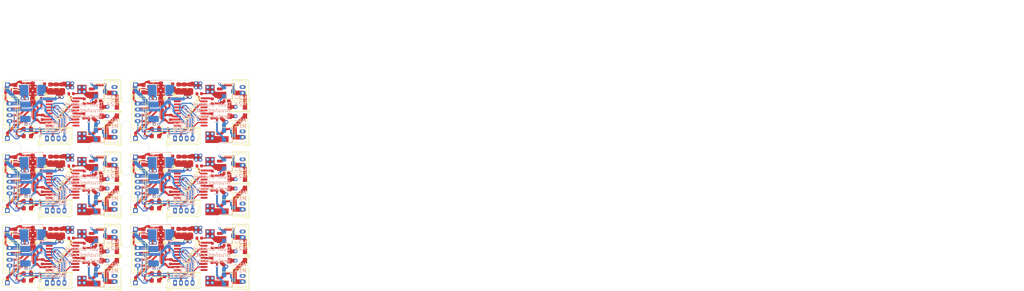
<source format=kicad_pcb>
(kicad_pcb (version 20171130) (host pcbnew "(5.1.6)-1")
  (layers (0 F.Cu signal) (1 In1.Cu power) (2 In2.Cu power) (31 B.Cu signal) (34 B.Paste user hide) (35 F.Paste user hide) (36 B.SilkS user) (37 F.SilkS user) (38 B.Mask user hide) (39 F.Mask user hide) (44 Edge.Cuts user))
  (net 0 "")
  (net 1 VSS)
  (net 2 VCAP)
  (net 3 MOTOR1)
  (net 4 MOTOR2)
  (net 5 TIM1_CH2)
  (net 6 TIM1_CH1)
  (net 7 NRST)
  (net 8 SWIM)
  (net 9 "Net-(Q1-Pad3)")
  (net 10 "Net-(Q1-Pad1)")
  (net 11 "Net-(Q2-Pad3)")
  (net 12 "Net-(Q2-Pad1)")
  (net 13 TIM2_CH1)
  (net 14 TIM2_CH2)
  (net 15 TIM1_CH4)
  (net 16 TIM1_CH3)
  (net 17 PB4)
  (net 18 PB5)
  (net 19 TIM2_CH3)
  (net 20 PA2)
  (net 21 PA1)
  (net 22 UART1_TX)
  (net 23 AIN6)
  (net 24 VDD)
  (net 25 AIN3)
  (net 26 PD4)
  (net 27 "Net-(D1-Pad1)")
  (net 28 "Net-(D4-Pad1)")
  (net 29 V_Filt+)
  (net 30 "Net-(C3-Pad1)")
  (net 31 "Net-(L1-Pad1)")
  (net 32 "Net-(R9-Pad2)")
  (net 33 "Net-(U2-Pad8)")
  (net 34 "Net-(R13-Pad2)")
  (module panelize:mousebites (layer F.Cu) (at 166.15 77)
    (fp_text reference REF** hide)
    (fp_text value mousebites)
    (pad "" np_thru_hole circle (at 2.05 0) (size 0.5 0.5) (drill 0.5) (layers *.Cu *.Mask))
    (pad "" np_thru_hole circle (at 1.35 0) (size 0.5 0.5) (drill 0.5) (layers *.Cu *.Mask))
    (pad "" np_thru_hole circle (at 0.65 0) (size 0.5 0.5) (drill 0.5) (layers *.Cu *.Mask))
    (pad "" np_thru_hole circle (at -0.05 0) (size 0.5 0.5) (drill 0.5) (layers *.Cu *.Mask))
    (pad "" np_thru_hole circle (at -0.75 0) (size 0.5 0.5) (drill 0.5) (layers *.Cu *.Mask))
  )
  (module panelize:mousebites (layer F.Cu) (at 138.65 77)
    (fp_text reference REF** hide)
    (fp_text value mousebites)
    (pad "" np_thru_hole circle (at 2.05 0) (size 0.5 0.5) (drill 0.5) (layers *.Cu *.Mask))
    (pad "" np_thru_hole circle (at 1.35 0) (size 0.5 0.5) (drill 0.5) (layers *.Cu *.Mask))
    (pad "" np_thru_hole circle (at 0.65 0) (size 0.5 0.5) (drill 0.5) (layers *.Cu *.Mask))
    (pad "" np_thru_hole circle (at -0.05 0) (size 0.5 0.5) (drill 0.5) (layers *.Cu *.Mask))
    (pad "" np_thru_hole circle (at -0.75 0) (size 0.5 0.5) (drill 0.5) (layers *.Cu *.Mask))
  )
  (module panelize:mousebites (layer F.Cu) (at 166.15 61.5)
    (fp_text reference REF** hide)
    (fp_text value mousebites)
    (pad "" np_thru_hole circle (at 2.05 0) (size 0.5 0.5) (drill 0.5) (layers *.Cu *.Mask))
    (pad "" np_thru_hole circle (at 1.35 0) (size 0.5 0.5) (drill 0.5) (layers *.Cu *.Mask))
    (pad "" np_thru_hole circle (at 0.65 0) (size 0.5 0.5) (drill 0.5) (layers *.Cu *.Mask))
    (pad "" np_thru_hole circle (at -0.05 0) (size 0.5 0.5) (drill 0.5) (layers *.Cu *.Mask))
    (pad "" np_thru_hole circle (at -0.75 0) (size 0.5 0.5) (drill 0.5) (layers *.Cu *.Mask))
  )
  (module panelize:mousebites (layer F.Cu) (at 155.15 78)
    (fp_text reference REF** hide)
    (fp_text value mousebites)
    (pad "" np_thru_hole circle (at 2.05 0) (size 0.5 0.5) (drill 0.5) (layers *.Cu *.Mask))
    (pad "" np_thru_hole circle (at 1.35 0) (size 0.5 0.5) (drill 0.5) (layers *.Cu *.Mask))
    (pad "" np_thru_hole circle (at 0.65 0) (size 0.5 0.5) (drill 0.5) (layers *.Cu *.Mask))
    (pad "" np_thru_hole circle (at -0.05 0) (size 0.5 0.5) (drill 0.5) (layers *.Cu *.Mask))
    (pad "" np_thru_hole circle (at -0.75 0) (size 0.5 0.5) (drill 0.5) (layers *.Cu *.Mask))
  )
  (module panelize:mousebites (layer F.Cu) (at 127.65 78)
    (fp_text reference REF** hide)
    (fp_text value mousebites)
    (pad "" np_thru_hole circle (at 2.05 0) (size 0.5 0.5) (drill 0.5) (layers *.Cu *.Mask))
    (pad "" np_thru_hole circle (at 1.35 0) (size 0.5 0.5) (drill 0.5) (layers *.Cu *.Mask))
    (pad "" np_thru_hole circle (at 0.65 0) (size 0.5 0.5) (drill 0.5) (layers *.Cu *.Mask))
    (pad "" np_thru_hole circle (at -0.05 0) (size 0.5 0.5) (drill 0.5) (layers *.Cu *.Mask))
    (pad "" np_thru_hole circle (at -0.75 0) (size 0.5 0.5) (drill 0.5) (layers *.Cu *.Mask))
  )
  (module panelize:mousebites (layer F.Cu) (at 155.15 62.5)
    (fp_text reference REF** hide)
    (fp_text value mousebites)
    (pad "" np_thru_hole circle (at 2.05 0) (size 0.5 0.5) (drill 0.5) (layers *.Cu *.Mask))
    (pad "" np_thru_hole circle (at 1.35 0) (size 0.5 0.5) (drill 0.5) (layers *.Cu *.Mask))
    (pad "" np_thru_hole circle (at 0.65 0) (size 0.5 0.5) (drill 0.5) (layers *.Cu *.Mask))
    (pad "" np_thru_hole circle (at -0.05 0) (size 0.5 0.5) (drill 0.5) (layers *.Cu *.Mask))
    (pad "" np_thru_hole circle (at -0.75 0) (size 0.5 0.5) (drill 0.5) (layers *.Cu *.Mask))
  )
  (module panelize:mousebites (layer F.Cu) (at 148.5 85.85 90)
    (fp_text reference REF** hide)
    (fp_text value mousebites)
    (pad "" np_thru_hole circle (at 2.05 0 90) (size 0.5 0.5) (drill 0.5) (layers *.Cu *.Mask))
    (pad "" np_thru_hole circle (at 1.35 0 90) (size 0.5 0.5) (drill 0.5) (layers *.Cu *.Mask))
    (pad "" np_thru_hole circle (at 0.65 0 90) (size 0.5 0.5) (drill 0.5) (layers *.Cu *.Mask))
    (pad "" np_thru_hole circle (at -0.05 0 90) (size 0.5 0.5) (drill 0.5) (layers *.Cu *.Mask))
    (pad "" np_thru_hole circle (at -0.75 0 90) (size 0.5 0.5) (drill 0.5) (layers *.Cu *.Mask))
  )
  (module panelize:mousebites (layer F.Cu) (at 148.5 70.35 90)
    (fp_text reference REF** hide)
    (fp_text value mousebites)
    (pad "" np_thru_hole circle (at 2.05 0 90) (size 0.5 0.5) (drill 0.5) (layers *.Cu *.Mask))
    (pad "" np_thru_hole circle (at 1.35 0 90) (size 0.5 0.5) (drill 0.5) (layers *.Cu *.Mask))
    (pad "" np_thru_hole circle (at 0.65 0 90) (size 0.5 0.5) (drill 0.5) (layers *.Cu *.Mask))
    (pad "" np_thru_hole circle (at -0.05 0 90) (size 0.5 0.5) (drill 0.5) (layers *.Cu *.Mask))
    (pad "" np_thru_hole circle (at -0.75 0 90) (size 0.5 0.5) (drill 0.5) (layers *.Cu *.Mask))
  )
  (module panelize:mousebites (layer F.Cu) (at 149.5 85.85 90)
    (fp_text reference REF** hide)
    (fp_text value mousebites)
    (pad "" np_thru_hole circle (at -0.75 0 90) (size 0.5 0.5) (drill 0.5) (layers *.Cu *.Mask))
    (pad "" np_thru_hole circle (at -0.05 0 90) (size 0.5 0.5) (drill 0.5) (layers *.Cu *.Mask))
    (pad "" np_thru_hole circle (at 0.65 0 90) (size 0.5 0.5) (drill 0.5) (layers *.Cu *.Mask))
    (pad "" np_thru_hole circle (at 1.35 0 90) (size 0.5 0.5) (drill 0.5) (layers *.Cu *.Mask))
    (pad "" np_thru_hole circle (at 2.05 0 90) (size 0.5 0.5) (drill 0.5) (layers *.Cu *.Mask))
  )
  (module panelize:mousebites (layer F.Cu) (at 149.5 70.35 90)
    (fp_text reference REF** hide)
    (fp_text value mousebites)
    (pad "" np_thru_hole circle (at -0.75 0 90) (size 0.5 0.5) (drill 0.5) (layers *.Cu *.Mask))
    (pad "" np_thru_hole circle (at -0.05 0 90) (size 0.5 0.5) (drill 0.5) (layers *.Cu *.Mask))
    (pad "" np_thru_hole circle (at 0.65 0 90) (size 0.5 0.5) (drill 0.5) (layers *.Cu *.Mask))
    (pad "" np_thru_hole circle (at 1.35 0 90) (size 0.5 0.5) (drill 0.5) (layers *.Cu *.Mask))
    (pad "" np_thru_hole circle (at 2.05 0 90) (size 0.5 0.5) (drill 0.5) (layers *.Cu *.Mask))
  )
  (module panelize:mousebites (layer F.Cu) (at 166.15 78)
    (fp_text reference REF** hide)
    (fp_text value mousebites)
    (pad "" np_thru_hole circle (at -0.75 0) (size 0.5 0.5) (drill 0.5) (layers *.Cu *.Mask))
    (pad "" np_thru_hole circle (at -0.05 0) (size 0.5 0.5) (drill 0.5) (layers *.Cu *.Mask))
    (pad "" np_thru_hole circle (at 0.65 0) (size 0.5 0.5) (drill 0.5) (layers *.Cu *.Mask))
    (pad "" np_thru_hole circle (at 1.35 0) (size 0.5 0.5) (drill 0.5) (layers *.Cu *.Mask))
    (pad "" np_thru_hole circle (at 2.05 0) (size 0.5 0.5) (drill 0.5) (layers *.Cu *.Mask))
  )
  (module panelize:mousebites (layer F.Cu) (at 138.65 78)
    (fp_text reference REF** hide)
    (fp_text value mousebites)
    (pad "" np_thru_hole circle (at -0.75 0) (size 0.5 0.5) (drill 0.5) (layers *.Cu *.Mask))
    (pad "" np_thru_hole circle (at -0.05 0) (size 0.5 0.5) (drill 0.5) (layers *.Cu *.Mask))
    (pad "" np_thru_hole circle (at 0.65 0) (size 0.5 0.5) (drill 0.5) (layers *.Cu *.Mask))
    (pad "" np_thru_hole circle (at 1.35 0) (size 0.5 0.5) (drill 0.5) (layers *.Cu *.Mask))
    (pad "" np_thru_hole circle (at 2.05 0) (size 0.5 0.5) (drill 0.5) (layers *.Cu *.Mask))
  )
  (module panelize:mousebites (layer F.Cu) (at 166.15 62.5)
    (fp_text reference REF** hide)
    (fp_text value mousebites)
    (pad "" np_thru_hole circle (at -0.75 0) (size 0.5 0.5) (drill 0.5) (layers *.Cu *.Mask))
    (pad "" np_thru_hole circle (at -0.05 0) (size 0.5 0.5) (drill 0.5) (layers *.Cu *.Mask))
    (pad "" np_thru_hole circle (at 0.65 0) (size 0.5 0.5) (drill 0.5) (layers *.Cu *.Mask))
    (pad "" np_thru_hole circle (at 1.35 0) (size 0.5 0.5) (drill 0.5) (layers *.Cu *.Mask))
    (pad "" np_thru_hole circle (at 2.05 0) (size 0.5 0.5) (drill 0.5) (layers *.Cu *.Mask))
  )
  (module Resistor_SMD:R_0402_1005Metric (layer F.Cu) (at 151.115 81.1 180)
    (fp_text reference R14)
    (fp_text value 100k)
    (pad 1 smd roundrect (at -0.485 0 180) (size 0.59 0.64) (layers F.Cu F.Paste F.Mask) (net 34 "Net-(R13-Pad2)"))
    (pad 2 smd roundrect (at 0.485 0 180) (size 0.59 0.64) (layers F.Cu F.Paste F.Mask) (net 1 VSS))
  )
  (module Resistor_SMD:R_0402_1005Metric (layer F.Cu) (at 123.615 81.1 180)
    (fp_text reference R14)
    (fp_text value 100k)
    (pad 1 smd roundrect (at -0.485 0 180) (size 0.59 0.64) (layers F.Cu F.Paste F.Mask) (net 34 "Net-(R13-Pad2)"))
    (pad 2 smd roundrect (at 0.485 0 180) (size 0.59 0.64) (layers F.Cu F.Paste F.Mask) (net 1 VSS))
  )
  (module Resistor_SMD:R_0402_1005Metric (layer F.Cu) (at 151.115 65.6 180)
    (fp_text reference R14)
    (fp_text value 100k)
    (pad 1 smd roundrect (at -0.485 0 180) (size 0.59 0.64) (layers F.Cu F.Paste F.Mask) (net 34 "Net-(R13-Pad2)"))
    (pad 2 smd roundrect (at 0.485 0 180) (size 0.59 0.64) (layers F.Cu F.Paste F.Mask) (net 1 VSS))
  )
  (module Resistor_SMD:R_0402_1005Metric (layer F.Cu) (at 123.615 65.6 180)
    (fp_text reference R14)
    (fp_text value 100k)
    (pad 1 smd roundrect (at -0.485 0 180) (size 0.59 0.64) (layers F.Cu F.Paste F.Mask) (net 34 "Net-(R13-Pad2)"))
    (pad 2 smd roundrect (at 0.485 0 180) (size 0.59 0.64) (layers F.Cu F.Paste F.Mask) (net 1 VSS))
  )
  (module Resistor_SMD:R_0402_1005Metric (layer F.Cu) (at 151.115 50.1 180)
    (fp_text reference R14)
    (fp_text value 100k)
    (pad 1 smd roundrect (at -0.485 0 180) (size 0.59 0.64) (layers F.Cu F.Paste F.Mask) (net 34 "Net-(R13-Pad2)"))
    (pad 2 smd roundrect (at 0.485 0 180) (size 0.59 0.64) (layers F.Cu F.Paste F.Mask) (net 1 VSS))
  )
  (module Resistor_SMD:R_0402_1005Metric (layer F.Cu) (at 153.7 84.085 90)
    (fp_text reference R13)
    (fp_text value 402k)
    (pad 1 smd roundrect (at -0.485 0 90) (size 0.59 0.64) (layers F.Cu F.Paste F.Mask) (net 29 V_Filt+))
    (pad 2 smd roundrect (at 0.485 0 90) (size 0.59 0.64) (layers F.Cu F.Paste F.Mask) (net 34 "Net-(R13-Pad2)"))
  )
  (module Resistor_SMD:R_0402_1005Metric (layer F.Cu) (at 126.2 84.085 90)
    (fp_text reference R13)
    (fp_text value 402k)
    (pad 1 smd roundrect (at -0.485 0 90) (size 0.59 0.64) (layers F.Cu F.Paste F.Mask) (net 29 V_Filt+))
    (pad 2 smd roundrect (at 0.485 0 90) (size 0.59 0.64) (layers F.Cu F.Paste F.Mask) (net 34 "Net-(R13-Pad2)"))
  )
  (module Resistor_SMD:R_0402_1005Metric (layer F.Cu) (at 153.7 68.585 90)
    (fp_text reference R13)
    (fp_text value 402k)
    (pad 1 smd roundrect (at -0.485 0 90) (size 0.59 0.64) (layers F.Cu F.Paste F.Mask) (net 29 V_Filt+))
    (pad 2 smd roundrect (at 0.485 0 90) (size 0.59 0.64) (layers F.Cu F.Paste F.Mask) (net 34 "Net-(R13-Pad2)"))
  )
  (module Resistor_SMD:R_0402_1005Metric (layer F.Cu) (at 126.2 68.585 90)
    (fp_text reference R13)
    (fp_text value 402k)
    (pad 1 smd roundrect (at -0.485 0 90) (size 0.59 0.64) (layers F.Cu F.Paste F.Mask) (net 29 V_Filt+))
    (pad 2 smd roundrect (at 0.485 0 90) (size 0.59 0.64) (layers F.Cu F.Paste F.Mask) (net 34 "Net-(R13-Pad2)"))
  )
  (module Resistor_SMD:R_0402_1005Metric (layer F.Cu) (at 153.7 53.085 90)
    (fp_text reference R13)
    (fp_text value 402k)
    (pad 1 smd roundrect (at -0.485 0 90) (size 0.59 0.64) (layers F.Cu F.Paste F.Mask) (net 29 V_Filt+))
    (pad 2 smd roundrect (at 0.485 0 90) (size 0.59 0.64) (layers F.Cu F.Paste F.Mask) (net 34 "Net-(R13-Pad2)"))
  )
  (module panelize:mousebites (layer F.Cu) (at 155.15 77)
    (fp_text reference REF** hide)
    (fp_text value mousebites)
    (pad "" np_thru_hole circle (at -0.75 0) (size 0.5 0.5) (drill 0.5) (layers *.Cu *.Mask))
    (pad "" np_thru_hole circle (at -0.05 0) (size 0.5 0.5) (drill 0.5) (layers *.Cu *.Mask))
    (pad "" np_thru_hole circle (at 0.65 0) (size 0.5 0.5) (drill 0.5) (layers *.Cu *.Mask))
    (pad "" np_thru_hole circle (at 1.35 0) (size 0.5 0.5) (drill 0.5) (layers *.Cu *.Mask))
    (pad "" np_thru_hole circle (at 2.05 0) (size 0.5 0.5) (drill 0.5) (layers *.Cu *.Mask))
  )
  (module panelize:mousebites (layer F.Cu) (at 127.65 77)
    (fp_text reference REF** hide)
    (fp_text value mousebites)
    (pad "" np_thru_hole circle (at -0.75 0) (size 0.5 0.5) (drill 0.5) (layers *.Cu *.Mask))
    (pad "" np_thru_hole circle (at -0.05 0) (size 0.5 0.5) (drill 0.5) (layers *.Cu *.Mask))
    (pad "" np_thru_hole circle (at 0.65 0) (size 0.5 0.5) (drill 0.5) (layers *.Cu *.Mask))
    (pad "" np_thru_hole circle (at 1.35 0) (size 0.5 0.5) (drill 0.5) (layers *.Cu *.Mask))
    (pad "" np_thru_hole circle (at 2.05 0) (size 0.5 0.5) (drill 0.5) (layers *.Cu *.Mask))
  )
  (module panelize:mousebites (layer F.Cu) (at 155.15 61.5)
    (fp_text reference REF** hide)
    (fp_text value mousebites)
    (pad "" np_thru_hole circle (at -0.75 0) (size 0.5 0.5) (drill 0.5) (layers *.Cu *.Mask))
    (pad "" np_thru_hole circle (at -0.05 0) (size 0.5 0.5) (drill 0.5) (layers *.Cu *.Mask))
    (pad "" np_thru_hole circle (at 0.65 0) (size 0.5 0.5) (drill 0.5) (layers *.Cu *.Mask))
    (pad "" np_thru_hole circle (at 1.35 0) (size 0.5 0.5) (drill 0.5) (layers *.Cu *.Mask))
    (pad "" np_thru_hole circle (at 2.05 0) (size 0.5 0.5) (drill 0.5) (layers *.Cu *.Mask))
  )
  (module Resistor_SMD:R_0402_1005Metric (layer F.Cu) (at 159 79.765 90)
    (fp_text reference R9)
    (fp_text value 1M)
    (pad 1 smd roundrect (at -0.485 0 90) (size 0.59 0.64) (layers F.Cu F.Paste F.Mask) (net 29 V_Filt+))
    (pad 2 smd roundrect (at 0.485 0 90) (size 0.59 0.64) (layers F.Cu F.Paste F.Mask) (net 32 "Net-(R9-Pad2)"))
  )
  (module Resistor_SMD:R_0402_1005Metric (layer F.Cu) (at 131.5 79.765 90)
    (fp_text reference R9)
    (fp_text value 1M)
    (pad 1 smd roundrect (at -0.485 0 90) (size 0.59 0.64) (layers F.Cu F.Paste F.Mask) (net 29 V_Filt+))
    (pad 2 smd roundrect (at 0.485 0 90) (size 0.59 0.64) (layers F.Cu F.Paste F.Mask) (net 32 "Net-(R9-Pad2)"))
  )
  (module Resistor_SMD:R_0402_1005Metric (layer F.Cu) (at 159 64.265 90)
    (fp_text reference R9)
    (fp_text value 1M)
    (pad 1 smd roundrect (at -0.485 0 90) (size 0.59 0.64) (layers F.Cu F.Paste F.Mask) (net 29 V_Filt+))
    (pad 2 smd roundrect (at 0.485 0 90) (size 0.59 0.64) (layers F.Cu F.Paste F.Mask) (net 32 "Net-(R9-Pad2)"))
  )
  (module Resistor_SMD:R_0402_1005Metric (layer F.Cu) (at 131.5 64.265 90)
    (fp_text reference R9)
    (fp_text value 1M)
    (pad 1 smd roundrect (at -0.485 0 90) (size 0.59 0.64) (layers F.Cu F.Paste F.Mask) (net 29 V_Filt+))
    (pad 2 smd roundrect (at 0.485 0 90) (size 0.59 0.64) (layers F.Cu F.Paste F.Mask) (net 32 "Net-(R9-Pad2)"))
  )
  (module Resistor_SMD:R_0402_1005Metric (layer F.Cu) (at 159 48.765 90)
    (fp_text reference R9)
    (fp_text value 1M)
    (pad 1 smd roundrect (at -0.485 0 90) (size 0.59 0.64) (layers F.Cu F.Paste F.Mask) (net 29 V_Filt+))
    (pad 2 smd roundrect (at 0.485 0 90) (size 0.59 0.64) (layers F.Cu F.Paste F.Mask) (net 32 "Net-(R9-Pad2)"))
  )
  (module digikey-footprints:VSON-10-1EP_3x3mm (layer F.Cu) (at 156.46 80.7 90)
    (fp_text reference U2)
    (fp_text value TPS6123x)
    (pad 11 smd rect (at -1.55 0.25 90) (size 0.7 0.28) (layers F.Cu F.Paste F.Mask) (net 1 VSS))
    (pad 11 smd rect (at -1.55 -0.25 90) (size 0.7 0.28) (layers F.Cu F.Paste F.Mask) (net 1 VSS))
    (pad 11 smd rect (at 1.55 -0.25 90) (size 0.7 0.28) (layers F.Cu F.Paste F.Mask) (net 1 VSS))
    (pad 6 smd circle (at 1 -1.19 90) (size 0.28 0.28) (layers F.Cu F.Paste F.Mask) (net 30 "Net-(C3-Pad1)"))
    (pad 6 smd rect (at 1 -1.54 90) (size 0.28 0.71) (layers F.Cu F.Paste F.Mask) (net 30 "Net-(C3-Pad1)"))
    (pad 11 smd rect (at 0 0 90) (size 2.4 1.65) (layers F.Cu F.Paste F.Mask) (net 1 VSS))
    (pad 1 smd circle (at -1 1.19 90) (size 0.28 0.28) (layers F.Cu F.Paste F.Mask) (net 31 "Net-(L1-Pad1)"))
    (pad 1 smd rect (at -1 1.54 90) (size 0.28 0.71) (layers F.Cu F.Paste F.Mask) (net 31 "Net-(L1-Pad1)"))
    (pad 2 smd rect (at -0.5 1.54 90) (size 0.28 0.71) (layers F.Cu F.Paste F.Mask) (net 31 "Net-(L1-Pad1)"))
    (pad 3 smd rect (at 0 1.54 90) (size 0.28 0.71) (layers F.Cu F.Paste F.Mask) (net 29 V_Filt+))
    (pad 4 smd rect (at 0.5 1.54 90) (size 0.28 0.71) (layers F.Cu F.Paste F.Mask) (net 29 V_Filt+))
    (pad 5 smd rect (at 1 1.54 90) (size 0.28 0.71) (layers F.Cu F.Paste F.Mask) (net 32 "Net-(R9-Pad2)"))
    (pad 2 smd circle (at -0.5 1.19 90) (size 0.28 0.28) (layers F.Cu F.Paste F.Mask) (net 31 "Net-(L1-Pad1)"))
    (pad 3 smd circle (at 0 1.19 90) (size 0.28 0.28) (layers F.Cu F.Paste F.Mask) (net 29 V_Filt+))
    (pad 4 smd circle (at 0.5 1.19 90) (size 0.28 0.28) (layers F.Cu F.Paste F.Mask) (net 29 V_Filt+))
    (pad 5 smd circle (at 1 1.19 90) (size 0.28 0.28) (layers F.Cu F.Paste F.Mask) (net 32 "Net-(R9-Pad2)"))
    (pad 7 smd rect (at 0.5 -1.54 90) (size 0.28 0.71) (layers F.Cu F.Paste F.Mask) (net 34 "Net-(R13-Pad2)"))
    (pad 8 smd rect (at 0 -1.54 90) (size 0.28 0.71) (layers F.Cu F.Paste F.Mask) (net 33 "Net-(U2-Pad8)"))
    (pad 9 smd rect (at -0.5 -1.54 90) (size 0.28 0.71) (layers F.Cu F.Paste F.Mask) (net 24 VDD))
    (pad 10 smd rect (at -1 -1.54 90) (size 0.28 0.71) (layers F.Cu F.Paste F.Mask) (net 24 VDD))
    (pad 7 smd circle (at 0.5 -1.19 90) (size 0.28 0.28) (layers F.Cu F.Paste F.Mask) (net 34 "Net-(R13-Pad2)"))
    (pad 8 smd circle (at 0 -1.19 90) (size 0.28 0.28) (layers F.Cu F.Paste F.Mask) (net 33 "Net-(U2-Pad8)"))
    (pad 9 smd circle (at -0.5 -1.19 90) (size 0.28 0.28) (layers F.Cu F.Paste F.Mask) (net 24 VDD))
    (pad 10 smd circle (at -1 -1.19 90) (size 0.28 0.28) (layers F.Cu F.Paste F.Mask) (net 24 VDD))
    (pad 11 smd rect (at 1.55 0.25 90) (size 0.7 0.28) (layers F.Cu F.Paste F.Mask) (net 1 VSS))
    (pad 11 thru_hole circle (at 0 0 90) (size 0.3 0.3) (drill 0.3) (layers *.Cu *.Mask) (net 1 VSS))
    (pad 11 thru_hole circle (at 0.75 -0.5 90) (size 0.3 0.3) (drill 0.3) (layers *.Cu *.Mask) (net 1 VSS))
    (pad 11 thru_hole circle (at -0.75 0.5 90) (size 0.3 0.3) (drill 0.3) (layers *.Cu *.Mask) (net 1 VSS))
    (pad 11 thru_hole circle (at 0.75 0.5 90) (size 0.3 0.3) (drill 0.3) (layers *.Cu *.Mask) (net 1 VSS))
    (pad 11 thru_hole circle (at -0.75 -0.5 90) (size 0.3 0.3) (drill 0.3) (layers *.Cu *.Mask) (net 1 VSS))
  )
  (module digikey-footprints:VSON-10-1EP_3x3mm (layer F.Cu) (at 128.96 80.7 90)
    (fp_text reference U2)
    (fp_text value TPS6123x)
    (pad 11 smd rect (at -1.55 0.25 90) (size 0.7 0.28) (layers F.Cu F.Paste F.Mask) (net 1 VSS))
    (pad 11 smd rect (at -1.55 -0.25 90) (size 0.7 0.28) (layers F.Cu F.Paste F.Mask) (net 1 VSS))
    (pad 11 smd rect (at 1.55 -0.25 90) (size 0.7 0.28) (layers F.Cu F.Paste F.Mask) (net 1 VSS))
    (pad 6 smd circle (at 1 -1.19 90) (size 0.28 0.28) (layers F.Cu F.Paste F.Mask) (net 30 "Net-(C3-Pad1)"))
    (pad 6 smd rect (at 1 -1.54 90) (size 0.28 0.71) (layers F.Cu F.Paste F.Mask) (net 30 "Net-(C3-Pad1)"))
    (pad 11 smd rect (at 0 0 90) (size 2.4 1.65) (layers F.Cu F.Paste F.Mask) (net 1 VSS))
    (pad 1 smd circle (at -1 1.19 90) (size 0.28 0.28) (layers F.Cu F.Paste F.Mask) (net 31 "Net-(L1-Pad1)"))
    (pad 1 smd rect (at -1 1.54 90) (size 0.28 0.71) (layers F.Cu F.Paste F.Mask) (net 31 "Net-(L1-Pad1)"))
    (pad 2 smd rect (at -0.5 1.54 90) (size 0.28 0.71) (layers F.Cu F.Paste F.Mask) (net 31 "Net-(L1-Pad1)"))
    (pad 3 smd rect (at 0 1.54 90) (size 0.28 0.71) (layers F.Cu F.Paste F.Mask) (net 29 V_Filt+))
    (pad 4 smd rect (at 0.5 1.54 90) (size 0.28 0.71) (layers F.Cu F.Paste F.Mask) (net 29 V_Filt+))
    (pad 5 smd rect (at 1 1.54 90) (size 0.28 0.71) (layers F.Cu F.Paste F.Mask) (net 32 "Net-(R9-Pad2)"))
    (pad 2 smd circle (at -0.5 1.19 90) (size 0.28 0.28) (layers F.Cu F.Paste F.Mask) (net 31 "Net-(L1-Pad1)"))
    (pad 3 smd circle (at 0 1.19 90) (size 0.28 0.28) (layers F.Cu F.Paste F.Mask) (net 29 V_Filt+))
    (pad 4 smd circle (at 0.5 1.19 90) (size 0.28 0.28) (layers F.Cu F.Paste F.Mask) (net 29 V_Filt+))
    (pad 5 smd circle (at 1 1.19 90) (size 0.28 0.28) (layers F.Cu F.Paste F.Mask) (net 32 "Net-(R9-Pad2)"))
    (pad 7 smd rect (at 0.5 -1.54 90) (size 0.28 0.71) (layers F.Cu F.Paste F.Mask) (net 34 "Net-(R13-Pad2)"))
    (pad 8 smd rect (at 0 -1.54 90) (size 0.28 0.71) (layers F.Cu F.Paste F.Mask) (net 33 "Net-(U2-Pad8)"))
    (pad 9 smd rect (at -0.5 -1.54 90) (size 0.28 0.71) (layers F.Cu F.Paste F.Mask) (net 24 VDD))
    (pad 10 smd rect (at -1 -1.54 90) (size 0.28 0.71) (layers F.Cu F.Paste F.Mask) (net 24 VDD))
    (pad 7 smd circle (at 0.5 -1.19 90) (size 0.28 0.28) (layers F.Cu F.Paste F.Mask) (net 34 "Net-(R13-Pad2)"))
    (pad 8 smd circle (at 0 -1.19 90) (size 0.28 0.28) (layers F.Cu F.Paste F.Mask) (net 33 "Net-(U2-Pad8)"))
    (pad 9 smd circle (at -0.5 -1.19 90) (size 0.28 0.28) (layers F.Cu F.Paste F.Mask) (net 24 VDD))
    (pad 10 smd circle (at -1 -1.19 90) (size 0.28 0.28) (layers F.Cu F.Paste F.Mask) (net 24 VDD))
    (pad 11 smd rect (at 1.55 0.25 90) (size 0.7 0.28) (layers F.Cu F.Paste F.Mask) (net 1 VSS))
    (pad 11 thru_hole circle (at 0 0 90) (size 0.3 0.3) (drill 0.3) (layers *.Cu *.Mask) (net 1 VSS))
    (pad 11 thru_hole circle (at 0.75 -0.5 90) (size 0.3 0.3) (drill 0.3) (layers *.Cu *.Mask) (net 1 VSS))
    (pad 11 thru_hole circle (at -0.75 0.5 90) (size 0.3 0.3) (drill 0.3) (layers *.Cu *.Mask) (net 1 VSS))
    (pad 11 thru_hole circle (at 0.75 0.5 90) (size 0.3 0.3) (drill 0.3) (layers *.Cu *.Mask) (net 1 VSS))
    (pad 11 thru_hole circle (at -0.75 -0.5 90) (size 0.3 0.3) (drill 0.3) (layers *.Cu *.Mask) (net 1 VSS))
  )
  (module digikey-footprints:VSON-10-1EP_3x3mm (layer F.Cu) (at 156.46 65.2 90)
    (fp_text reference U2)
    (fp_text value TPS6123x)
    (pad 11 smd rect (at -1.55 0.25 90) (size 0.7 0.28) (layers F.Cu F.Paste F.Mask) (net 1 VSS))
    (pad 11 smd rect (at -1.55 -0.25 90) (size 0.7 0.28) (layers F.Cu F.Paste F.Mask) (net 1 VSS))
    (pad 11 smd rect (at 1.55 -0.25 90) (size 0.7 0.28) (layers F.Cu F.Paste F.Mask) (net 1 VSS))
    (pad 6 smd circle (at 1 -1.19 90) (size 0.28 0.28) (layers F.Cu F.Paste F.Mask) (net 30 "Net-(C3-Pad1)"))
    (pad 6 smd rect (at 1 -1.54 90) (size 0.28 0.71) (layers F.Cu F.Paste F.Mask) (net 30 "Net-(C3-Pad1)"))
    (pad 11 smd rect (at 0 0 90) (size 2.4 1.65) (layers F.Cu F.Paste F.Mask) (net 1 VSS))
    (pad 1 smd circle (at -1 1.19 90) (size 0.28 0.28) (layers F.Cu F.Paste F.Mask) (net 31 "Net-(L1-Pad1)"))
    (pad 1 smd rect (at -1 1.54 90) (size 0.28 0.71) (layers F.Cu F.Paste F.Mask) (net 31 "Net-(L1-Pad1)"))
    (pad 2 smd rect (at -0.5 1.54 90) (size 0.28 0.71) (layers F.Cu F.Paste F.Mask) (net 31 "Net-(L1-Pad1)"))
    (pad 3 smd rect (at 0 1.54 90) (size 0.28 0.71) (layers F.Cu F.Paste F.Mask) (net 29 V_Filt+))
    (pad 4 smd rect (at 0.5 1.54 90) (size 0.28 0.71) (layers F.Cu F.Paste F.Mask) (net 29 V_Filt+))
    (pad 5 smd rect (at 1 1.54 90) (size 0.28 0.71) (layers F.Cu F.Paste F.Mask) (net 32 "Net-(R9-Pad2)"))
    (pad 2 smd circle (at -0.5 1.19 90) (size 0.28 0.28) (layers F.Cu F.Paste F.Mask) (net 31 "Net-(L1-Pad1)"))
    (pad 3 smd circle (at 0 1.19 90) (size 0.28 0.28) (layers F.Cu F.Paste F.Mask) (net 29 V_Filt+))
    (pad 4 smd circle (at 0.5 1.19 90) (size 0.28 0.28) (layers F.Cu F.Paste F.Mask) (net 29 V_Filt+))
    (pad 5 smd circle (at 1 1.19 90) (size 0.28 0.28) (layers F.Cu F.Paste F.Mask) (net 32 "Net-(R9-Pad2)"))
    (pad 7 smd rect (at 0.5 -1.54 90) (size 0.28 0.71) (layers F.Cu F.Paste F.Mask) (net 34 "Net-(R13-Pad2)"))
    (pad 8 smd rect (at 0 -1.54 90) (size 0.28 0.71) (layers F.Cu F.Paste F.Mask) (net 33 "Net-(U2-Pad8)"))
    (pad 9 smd rect (at -0.5 -1.54 90) (size 0.28 0.71) (layers F.Cu F.Paste F.Mask) (net 24 VDD))
    (pad 10 smd rect (at -1 -1.54 90) (size 0.28 0.71) (layers F.Cu F.Paste F.Mask) (net 24 VDD))
    (pad 7 smd circle (at 0.5 -1.19 90) (size 0.28 0.28) (layers F.Cu F.Paste F.Mask) (net 34 "Net-(R13-Pad2)"))
    (pad 8 smd circle (at 0 -1.19 90) (size 0.28 0.28) (layers F.Cu F.Paste F.Mask) (net 33 "Net-(U2-Pad8)"))
    (pad 9 smd circle (at -0.5 -1.19 90) (size 0.28 0.28) (layers F.Cu F.Paste F.Mask) (net 24 VDD))
    (pad 10 smd circle (at -1 -1.19 90) (size 0.28 0.28) (layers F.Cu F.Paste F.Mask) (net 24 VDD))
    (pad 11 smd rect (at 1.55 0.25 90) (size 0.7 0.28) (layers F.Cu F.Paste F.Mask) (net 1 VSS))
    (pad 11 thru_hole circle (at 0 0 90) (size 0.3 0.3) (drill 0.3) (layers *.Cu *.Mask) (net 1 VSS))
    (pad 11 thru_hole circle (at 0.75 -0.5 90) (size 0.3 0.3) (drill 0.3) (layers *.Cu *.Mask) (net 1 VSS))
    (pad 11 thru_hole circle (at -0.75 0.5 90) (size 0.3 0.3) (drill 0.3) (layers *.Cu *.Mask) (net 1 VSS))
    (pad 11 thru_hole circle (at 0.75 0.5 90) (size 0.3 0.3) (drill 0.3) (layers *.Cu *.Mask) (net 1 VSS))
    (pad 11 thru_hole circle (at -0.75 -0.5 90) (size 0.3 0.3) (drill 0.3) (layers *.Cu *.Mask) (net 1 VSS))
  )
  (module digikey-footprints:VSON-10-1EP_3x3mm (layer F.Cu) (at 128.96 65.2 90)
    (fp_text reference U2)
    (fp_text value TPS6123x)
    (pad 11 smd rect (at -1.55 0.25 90) (size 0.7 0.28) (layers F.Cu F.Paste F.Mask) (net 1 VSS))
    (pad 11 smd rect (at -1.55 -0.25 90) (size 0.7 0.28) (layers F.Cu F.Paste F.Mask) (net 1 VSS))
    (pad 11 smd rect (at 1.55 -0.25 90) (size 0.7 0.28) (layers F.Cu F.Paste F.Mask) (net 1 VSS))
    (pad 6 smd circle (at 1 -1.19 90) (size 0.28 0.28) (layers F.Cu F.Paste F.Mask) (net 30 "Net-(C3-Pad1)"))
    (pad 6 smd rect (at 1 -1.54 90) (size 0.28 0.71) (layers F.Cu F.Paste F.Mask) (net 30 "Net-(C3-Pad1)"))
    (pad 11 smd rect (at 0 0 90) (size 2.4 1.65) (layers F.Cu F.Paste F.Mask) (net 1 VSS))
    (pad 1 smd circle (at -1 1.19 90) (size 0.28 0.28) (layers F.Cu F.Paste F.Mask) (net 31 "Net-(L1-Pad1)"))
    (pad 1 smd rect (at -1 1.54 90) (size 0.28 0.71) (layers F.Cu F.Paste F.Mask) (net 31 "Net-(L1-Pad1)"))
    (pad 2 smd rect (at -0.5 1.54 90) (size 0.28 0.71) (layers F.Cu F.Paste F.Mask) (net 31 "Net-(L1-Pad1)"))
    (pad 3 smd rect (at 0 1.54 90) (size 0.28 0.71) (layers F.Cu F.Paste F.Mask) (net 29 V_Filt+))
    (pad 4 smd rect (at 0.5 1.54 90) (size 0.28 0.71) (layers F.Cu F.Paste F.Mask) (net 29 V_Filt+))
    (pad 5 smd rect (at 1 1.54 90) (size 0.28 0.71) (layers F.Cu F.Paste F.Mask) (net 32 "Net-(R9-Pad2)"))
    (pad 2 smd circle (at -0.5 1.19 90) (size 0.28 0.28) (layers F.Cu F.Paste F.Mask) (net 31 "Net-(L1-Pad1)"))
    (pad 3 smd circle (at 0 1.19 90) (size 0.28 0.28) (layers F.Cu F.Paste F.Mask) (net 29 V_Filt+))
    (pad 4 smd circle (at 0.5 1.19 90) (size 0.28 0.28) (layers F.Cu F.Paste F.Mask) (net 29 V_Filt+))
    (pad 5 smd circle (at 1 1.19 90) (size 0.28 0.28) (layers F.Cu F.Paste F.Mask) (net 32 "Net-(R9-Pad2)"))
    (pad 7 smd rect (at 0.5 -1.54 90) (size 0.28 0.71) (layers F.Cu F.Paste F.Mask) (net 34 "Net-(R13-Pad2)"))
    (pad 8 smd rect (at 0 -1.54 90) (size 0.28 0.71) (layers F.Cu F.Paste F.Mask) (net 33 "Net-(U2-Pad8)"))
    (pad 9 smd rect (at -0.5 -1.54 90) (size 0.28 0.71) (layers F.Cu F.Paste F.Mask) (net 24 VDD))
    (pad 10 smd rect (at -1 -1.54 90) (size 0.28 0.71) (layers F.Cu F.Paste F.Mask) (net 24 VDD))
    (pad 7 smd circle (at 0.5 -1.19 90) (size 0.28 0.28) (layers F.Cu F.Paste F.Mask) (net 34 "Net-(R13-Pad2)"))
    (pad 8 smd circle (at 0 -1.19 90) (size 0.28 0.28) (layers F.Cu F.Paste F.Mask) (net 33 "Net-(U2-Pad8)"))
    (pad 9 smd circle (at -0.5 -1.19 90) (size 0.28 0.28) (layers F.Cu F.Paste F.Mask) (net 24 VDD))
    (pad 10 smd circle (at -1 -1.19 90) (size 0.28 0.28) (layers F.Cu F.Paste F.Mask) (net 24 VDD))
    (pad 11 smd rect (at 1.55 0.25 90) (size 0.7 0.28) (layers F.Cu F.Paste F.Mask) (net 1 VSS))
    (pad 11 thru_hole circle (at 0 0 90) (size 0.3 0.3) (drill 0.3) (layers *.Cu *.Mask) (net 1 VSS))
    (pad 11 thru_hole circle (at 0.75 -0.5 90) (size 0.3 0.3) (drill 0.3) (layers *.Cu *.Mask) (net 1 VSS))
    (pad 11 thru_hole circle (at -0.75 0.5 90) (size 0.3 0.3) (drill 0.3) (layers *.Cu *.Mask) (net 1 VSS))
    (pad 11 thru_hole circle (at 0.75 0.5 90) (size 0.3 0.3) (drill 0.3) (layers *.Cu *.Mask) (net 1 VSS))
    (pad 11 thru_hole circle (at -0.75 -0.5 90) (size 0.3 0.3) (drill 0.3) (layers *.Cu *.Mask) (net 1 VSS))
  )
  (module digikey-footprints:VSON-10-1EP_3x3mm (layer F.Cu) (at 156.46 49.7 90)
    (fp_text reference U2)
    (fp_text value TPS6123x)
    (pad 11 smd rect (at -1.55 0.25 90) (size 0.7 0.28) (layers F.Cu F.Paste F.Mask) (net 1 VSS))
    (pad 11 smd rect (at -1.55 -0.25 90) (size 0.7 0.28) (layers F.Cu F.Paste F.Mask) (net 1 VSS))
    (pad 11 smd rect (at 1.55 -0.25 90) (size 0.7 0.28) (layers F.Cu F.Paste F.Mask) (net 1 VSS))
    (pad 6 smd circle (at 1 -1.19 90) (size 0.28 0.28) (layers F.Cu F.Paste F.Mask) (net 30 "Net-(C3-Pad1)"))
    (pad 6 smd rect (at 1 -1.54 90) (size 0.28 0.71) (layers F.Cu F.Paste F.Mask) (net 30 "Net-(C3-Pad1)"))
    (pad 11 smd rect (at 0 0 90) (size 2.4 1.65) (layers F.Cu F.Paste F.Mask) (net 1 VSS))
    (pad 1 smd circle (at -1 1.19 90) (size 0.28 0.28) (layers F.Cu F.Paste F.Mask) (net 31 "Net-(L1-Pad1)"))
    (pad 1 smd rect (at -1 1.54 90) (size 0.28 0.71) (layers F.Cu F.Paste F.Mask) (net 31 "Net-(L1-Pad1)"))
    (pad 2 smd rect (at -0.5 1.54 90) (size 0.28 0.71) (layers F.Cu F.Paste F.Mask) (net 31 "Net-(L1-Pad1)"))
    (pad 3 smd rect (at 0 1.54 90) (size 0.28 0.71) (layers F.Cu F.Paste F.Mask) (net 29 V_Filt+))
    (pad 4 smd rect (at 0.5 1.54 90) (size 0.28 0.71) (layers F.Cu F.Paste F.Mask) (net 29 V_Filt+))
    (pad 5 smd rect (at 1 1.54 90) (size 0.28 0.71) (layers F.Cu F.Paste F.Mask) (net 32 "Net-(R9-Pad2)"))
    (pad 2 smd circle (at -0.5 1.19 90) (size 0.28 0.28) (layers F.Cu F.Paste F.Mask) (net 31 "Net-(L1-Pad1)"))
    (pad 3 smd circle (at 0 1.19 90) (size 0.28 0.28) (layers F.Cu F.Paste F.Mask) (net 29 V_Filt+))
    (pad 4 smd circle (at 0.5 1.19 90) (size 0.28 0.28) (layers F.Cu F.Paste F.Mask) (net 29 V_Filt+))
    (pad 5 smd circle (at 1 1.19 90) (size 0.28 0.28) (layers F.Cu F.Paste F.Mask) (net 32 "Net-(R9-Pad2)"))
    (pad 7 smd rect (at 0.5 -1.54 90) (size 0.28 0.71) (layers F.Cu F.Paste F.Mask) (net 34 "Net-(R13-Pad2)"))
    (pad 8 smd rect (at 0 -1.54 90) (size 0.28 0.71) (layers F.Cu F.Paste F.Mask) (net 33 "Net-(U2-Pad8)"))
    (pad 9 smd rect (at -0.5 -1.54 90) (size 0.28 0.71) (layers F.Cu F.Paste F.Mask) (net 24 VDD))
    (pad 10 smd rect (at -1 -1.54 90) (size 0.28 0.71) (layers F.Cu F.Paste F.Mask) (net 24 VDD))
    (pad 7 smd circle (at 0.5 -1.19 90) (size 0.28 0.28) (layers F.Cu F.Paste F.Mask) (net 34 "Net-(R13-Pad2)"))
    (pad 8 smd circle (at 0 -1.19 90) (size 0.28 0.28) (layers F.Cu F.Paste F.Mask) (net 33 "Net-(U2-Pad8)"))
    (pad 9 smd circle (at -0.5 -1.19 90) (size 0.28 0.28) (layers F.Cu F.Paste F.Mask) (net 24 VDD))
    (pad 10 smd circle (at -1 -1.19 90) (size 0.28 0.28) (layers F.Cu F.Paste F.Mask) (net 24 VDD))
    (pad 11 smd rect (at 1.55 0.25 90) (size 0.7 0.28) (layers F.Cu F.Paste F.Mask) (net 1 VSS))
    (pad 11 thru_hole circle (at 0 0 90) (size 0.3 0.3) (drill 0.3) (layers *.Cu *.Mask) (net 1 VSS))
    (pad 11 thru_hole circle (at 0.75 -0.5 90) (size 0.3 0.3) (drill 0.3) (layers *.Cu *.Mask) (net 1 VSS))
    (pad 11 thru_hole circle (at -0.75 0.5 90) (size 0.3 0.3) (drill 0.3) (layers *.Cu *.Mask) (net 1 VSS))
    (pad 11 thru_hole circle (at 0.75 0.5 90) (size 0.3 0.3) (drill 0.3) (layers *.Cu *.Mask) (net 1 VSS))
    (pad 11 thru_hole circle (at -0.75 -0.5 90) (size 0.3 0.3) (drill 0.3) (layers *.Cu *.Mask) (net 1 VSS))
  )
  (module Capacitor_SMD:C_0603_1608Metric (layer F.Cu) (at 160.25 80.2125 90)
    (fp_text reference C9)
    (fp_text value 22u)
    (pad 1 smd roundrect (at -0.7875 0 90) (size 0.875 0.95) (layers F.Cu F.Paste F.Mask) (net 29 V_Filt+))
    (pad 2 smd roundrect (at 0.7875 0 90) (size 0.875 0.95) (layers F.Cu F.Paste F.Mask) (net 1 VSS))
  )
  (module Capacitor_SMD:C_0603_1608Metric (layer F.Cu) (at 132.75 80.2125 90)
    (fp_text reference C9)
    (fp_text value 22u)
    (pad 1 smd roundrect (at -0.7875 0 90) (size 0.875 0.95) (layers F.Cu F.Paste F.Mask) (net 29 V_Filt+))
    (pad 2 smd roundrect (at 0.7875 0 90) (size 0.875 0.95) (layers F.Cu F.Paste F.Mask) (net 1 VSS))
  )
  (module Capacitor_SMD:C_0603_1608Metric (layer F.Cu) (at 160.25 64.7125 90)
    (fp_text reference C9)
    (fp_text value 22u)
    (pad 1 smd roundrect (at -0.7875 0 90) (size 0.875 0.95) (layers F.Cu F.Paste F.Mask) (net 29 V_Filt+))
    (pad 2 smd roundrect (at 0.7875 0 90) (size 0.875 0.95) (layers F.Cu F.Paste F.Mask) (net 1 VSS))
  )
  (module Capacitor_SMD:C_0603_1608Metric (layer F.Cu) (at 132.75 64.7125 90)
    (fp_text reference C9)
    (fp_text value 22u)
    (pad 1 smd roundrect (at -0.7875 0 90) (size 0.875 0.95) (layers F.Cu F.Paste F.Mask) (net 29 V_Filt+))
    (pad 2 smd roundrect (at 0.7875 0 90) (size 0.875 0.95) (layers F.Cu F.Paste F.Mask) (net 1 VSS))
  )
  (module Capacitor_SMD:C_0603_1608Metric (layer F.Cu) (at 160.25 49.2125 90)
    (fp_text reference C9)
    (fp_text value 22u)
    (pad 1 smd roundrect (at -0.7875 0 90) (size 0.875 0.95) (layers F.Cu F.Paste F.Mask) (net 29 V_Filt+))
    (pad 2 smd roundrect (at 0.7875 0 90) (size 0.875 0.95) (layers F.Cu F.Paste F.Mask) (net 1 VSS))
  )
  (module Inductor_SMD:L_Vishay_IHLP-1616 (layer B.Cu) (at 156.45775 80.65 180)
    (fp_text reference L1)
    (fp_text value 1u)
    (pad 1 smd rect (at -1.89225 0 180) (size 1.8545 2.286) (layers B.Cu B.Paste B.Mask) (net 31 "Net-(L1-Pad1)"))
    (pad 2 smd rect (at 1.89225 0 180) (size 1.8545 2.286) (layers B.Cu B.Paste B.Mask) (net 24 VDD))
  )
  (module Inductor_SMD:L_Vishay_IHLP-1616 (layer B.Cu) (at 128.95775 80.65 180)
    (fp_text reference L1)
    (fp_text value 1u)
    (pad 1 smd rect (at -1.89225 0 180) (size 1.8545 2.286) (layers B.Cu B.Paste B.Mask) (net 31 "Net-(L1-Pad1)"))
    (pad 2 smd rect (at 1.89225 0 180) (size 1.8545 2.286) (layers B.Cu B.Paste B.Mask) (net 24 VDD))
  )
  (module Inductor_SMD:L_Vishay_IHLP-1616 (layer B.Cu) (at 156.45775 65.15 180)
    (fp_text reference L1)
    (fp_text value 1u)
    (pad 1 smd rect (at -1.89225 0 180) (size 1.8545 2.286) (layers B.Cu B.Paste B.Mask) (net 31 "Net-(L1-Pad1)"))
    (pad 2 smd rect (at 1.89225 0 180) (size 1.8545 2.286) (layers B.Cu B.Paste B.Mask) (net 24 VDD))
  )
  (module Inductor_SMD:L_Vishay_IHLP-1616 (layer B.Cu) (at 128.95775 65.15 180)
    (fp_text reference L1)
    (fp_text value 1u)
    (pad 1 smd rect (at -1.89225 0 180) (size 1.8545 2.286) (layers B.Cu B.Paste B.Mask) (net 31 "Net-(L1-Pad1)"))
    (pad 2 smd rect (at 1.89225 0 180) (size 1.8545 2.286) (layers B.Cu B.Paste B.Mask) (net 24 VDD))
  )
  (module Inductor_SMD:L_Vishay_IHLP-1616 (layer B.Cu) (at 156.45775 49.65 180)
    (fp_text reference L1)
    (fp_text value 1u)
    (pad 1 smd rect (at -1.89225 0 180) (size 1.8545 2.286) (layers B.Cu B.Paste B.Mask) (net 31 "Net-(L1-Pad1)"))
    (pad 2 smd rect (at 1.89225 0 180) (size 1.8545 2.286) (layers B.Cu B.Paste B.Mask) (net 24 VDD))
  )
  (module Capacitor_SMD:C_0603_1608Metric (layer F.Cu) (at 161.5 80.2125 90)
    (fp_text reference C6)
    (fp_text value 22u)
    (pad 1 smd roundrect (at -0.7875 0 90) (size 0.875 0.95) (layers F.Cu F.Paste F.Mask) (net 29 V_Filt+))
    (pad 2 smd roundrect (at 0.7875 0 90) (size 0.875 0.95) (layers F.Cu F.Paste F.Mask) (net 1 VSS))
  )
  (module Capacitor_SMD:C_0603_1608Metric (layer F.Cu) (at 134 80.2125 90)
    (fp_text reference C6)
    (fp_text value 22u)
    (pad 1 smd roundrect (at -0.7875 0 90) (size 0.875 0.95) (layers F.Cu F.Paste F.Mask) (net 29 V_Filt+))
    (pad 2 smd roundrect (at 0.7875 0 90) (size 0.875 0.95) (layers F.Cu F.Paste F.Mask) (net 1 VSS))
  )
  (module Capacitor_SMD:C_0603_1608Metric (layer F.Cu) (at 161.5 64.7125 90)
    (fp_text reference C6)
    (fp_text value 22u)
    (pad 1 smd roundrect (at -0.7875 0 90) (size 0.875 0.95) (layers F.Cu F.Paste F.Mask) (net 29 V_Filt+))
    (pad 2 smd roundrect (at 0.7875 0 90) (size 0.875 0.95) (layers F.Cu F.Paste F.Mask) (net 1 VSS))
  )
  (module Capacitor_SMD:C_0603_1608Metric (layer F.Cu) (at 134 64.7125 90)
    (fp_text reference C6)
    (fp_text value 22u)
    (pad 1 smd roundrect (at -0.7875 0 90) (size 0.875 0.95) (layers F.Cu F.Paste F.Mask) (net 29 V_Filt+))
    (pad 2 smd roundrect (at 0.7875 0 90) (size 0.875 0.95) (layers F.Cu F.Paste F.Mask) (net 1 VSS))
  )
  (module Capacitor_SMD:C_0603_1608Metric (layer F.Cu) (at 161.5 49.2125 90)
    (fp_text reference C6)
    (fp_text value 22u)
    (pad 1 smd roundrect (at -0.7875 0 90) (size 0.875 0.95) (layers F.Cu F.Paste F.Mask) (net 29 V_Filt+))
    (pad 2 smd roundrect (at 0.7875 0 90) (size 0.875 0.95) (layers F.Cu F.Paste F.Mask) (net 1 VSS))
  )
  (module Capacitor_SMD:C_0603_1608Metric (layer F.Cu) (at 152.7 80.3125 90)
    (fp_text reference C2)
    (fp_text value 22u)
    (pad 1 smd roundrect (at -0.7875 0 90) (size 0.875 0.95) (layers F.Cu F.Paste F.Mask) (net 24 VDD))
    (pad 2 smd roundrect (at 0.7875 0 90) (size 0.875 0.95) (layers F.Cu F.Paste F.Mask) (net 1 VSS))
  )
  (module Capacitor_SMD:C_0603_1608Metric (layer F.Cu) (at 125.2 80.3125 90)
    (fp_text reference C2)
    (fp_text value 22u)
    (pad 1 smd roundrect (at -0.7875 0 90) (size 0.875 0.95) (layers F.Cu F.Paste F.Mask) (net 24 VDD))
    (pad 2 smd roundrect (at 0.7875 0 90) (size 0.875 0.95) (layers F.Cu F.Paste F.Mask) (net 1 VSS))
  )
  (module Capacitor_SMD:C_0603_1608Metric (layer F.Cu) (at 152.7 64.8125 90)
    (fp_text reference C2)
    (fp_text value 22u)
    (pad 1 smd roundrect (at -0.7875 0 90) (size 0.875 0.95) (layers F.Cu F.Paste F.Mask) (net 24 VDD))
    (pad 2 smd roundrect (at 0.7875 0 90) (size 0.875 0.95) (layers F.Cu F.Paste F.Mask) (net 1 VSS))
  )
  (module Capacitor_SMD:C_0603_1608Metric (layer F.Cu) (at 125.2 64.8125 90)
    (fp_text reference C2)
    (fp_text value 22u)
    (pad 1 smd roundrect (at -0.7875 0 90) (size 0.875 0.95) (layers F.Cu F.Paste F.Mask) (net 24 VDD))
    (pad 2 smd roundrect (at 0.7875 0 90) (size 0.875 0.95) (layers F.Cu F.Paste F.Mask) (net 1 VSS))
  )
  (module Capacitor_SMD:C_0603_1608Metric (layer F.Cu) (at 152.7 49.3125 90)
    (fp_text reference C2)
    (fp_text value 22u)
    (pad 1 smd roundrect (at -0.7875 0 90) (size 0.875 0.95) (layers F.Cu F.Paste F.Mask) (net 24 VDD))
    (pad 2 smd roundrect (at 0.7875 0 90) (size 0.875 0.95) (layers F.Cu F.Paste F.Mask) (net 1 VSS))
  )
  (module Capacitor_SMD:C_0402_1005Metric (layer F.Cu) (at 157.3 86.515 90)
    (fp_text reference C4)
    (fp_text value 100nF)
    (pad 1 smd roundrect (at -0.485 0 90) (size 0.59 0.64) (layers F.Cu F.Paste F.Mask) (net 29 V_Filt+))
    (pad 2 smd roundrect (at 0.485 0 90) (size 0.59 0.64) (layers F.Cu F.Paste F.Mask) (net 1 VSS))
  )
  (module Capacitor_SMD:C_0402_1005Metric (layer F.Cu) (at 129.8 86.515 90)
    (fp_text reference C4)
    (fp_text value 100nF)
    (pad 1 smd roundrect (at -0.485 0 90) (size 0.59 0.64) (layers F.Cu F.Paste F.Mask) (net 29 V_Filt+))
    (pad 2 smd roundrect (at 0.485 0 90) (size 0.59 0.64) (layers F.Cu F.Paste F.Mask) (net 1 VSS))
  )
  (module Capacitor_SMD:C_0402_1005Metric (layer F.Cu) (at 157.3 71.015 90)
    (fp_text reference C4)
    (fp_text value 100nF)
    (pad 1 smd roundrect (at -0.485 0 90) (size 0.59 0.64) (layers F.Cu F.Paste F.Mask) (net 29 V_Filt+))
    (pad 2 smd roundrect (at 0.485 0 90) (size 0.59 0.64) (layers F.Cu F.Paste F.Mask) (net 1 VSS))
  )
  (module Capacitor_SMD:C_0402_1005Metric (layer F.Cu) (at 129.8 71.015 90)
    (fp_text reference C4)
    (fp_text value 100nF)
    (pad 1 smd roundrect (at -0.485 0 90) (size 0.59 0.64) (layers F.Cu F.Paste F.Mask) (net 29 V_Filt+))
    (pad 2 smd roundrect (at 0.485 0 90) (size 0.59 0.64) (layers F.Cu F.Paste F.Mask) (net 1 VSS))
  )
  (module Capacitor_SMD:C_0402_1005Metric (layer F.Cu) (at 157.3 55.515 90)
    (fp_text reference C4)
    (fp_text value 100nF)
    (pad 1 smd roundrect (at -0.485 0 90) (size 0.59 0.64) (layers F.Cu F.Paste F.Mask) (net 29 V_Filt+))
    (pad 2 smd roundrect (at 0.485 0 90) (size 0.59 0.64) (layers F.Cu F.Paste F.Mask) (net 1 VSS))
  )
  (module Capacitor_SMD:C_0402_1005Metric (layer F.Cu) (at 156.8 84.415 90)
    (fp_text reference C5)
    (fp_text value 1uF)
    (pad 1 smd roundrect (at -0.485 0 90) (size 0.59 0.64) (layers F.Cu F.Paste F.Mask) (net 29 V_Filt+))
    (pad 2 smd roundrect (at 0.485 0 90) (size 0.59 0.64) (layers F.Cu F.Paste F.Mask) (net 1 VSS))
  )
  (module Capacitor_SMD:C_0402_1005Metric (layer F.Cu) (at 129.3 84.415 90)
    (fp_text reference C5)
    (fp_text value 1uF)
    (pad 1 smd roundrect (at -0.485 0 90) (size 0.59 0.64) (layers F.Cu F.Paste F.Mask) (net 29 V_Filt+))
    (pad 2 smd roundrect (at 0.485 0 90) (size 0.59 0.64) (layers F.Cu F.Paste F.Mask) (net 1 VSS))
  )
  (module Capacitor_SMD:C_0402_1005Metric (layer F.Cu) (at 156.8 68.915 90)
    (fp_text reference C5)
    (fp_text value 1uF)
    (pad 1 smd roundrect (at -0.485 0 90) (size 0.59 0.64) (layers F.Cu F.Paste F.Mask) (net 29 V_Filt+))
    (pad 2 smd roundrect (at 0.485 0 90) (size 0.59 0.64) (layers F.Cu F.Paste F.Mask) (net 1 VSS))
  )
  (module Capacitor_SMD:C_0402_1005Metric (layer F.Cu) (at 129.3 68.915 90)
    (fp_text reference C5)
    (fp_text value 1uF)
    (pad 1 smd roundrect (at -0.485 0 90) (size 0.59 0.64) (layers F.Cu F.Paste F.Mask) (net 29 V_Filt+))
    (pad 2 smd roundrect (at 0.485 0 90) (size 0.59 0.64) (layers F.Cu F.Paste F.Mask) (net 1 VSS))
  )
  (module Capacitor_SMD:C_0402_1005Metric (layer F.Cu) (at 156.8 53.415 90)
    (fp_text reference C5)
    (fp_text value 1uF)
    (pad 1 smd roundrect (at -0.485 0 90) (size 0.59 0.64) (layers F.Cu F.Paste F.Mask) (net 29 V_Filt+))
    (pad 2 smd roundrect (at 0.485 0 90) (size 0.59 0.64) (layers F.Cu F.Paste F.Mask) (net 1 VSS))
  )
  (module Capacitor_Tantalum_SMD:CP_EIA-3528-21_Kemet-B (layer B.Cu) (at 154.85 85.2875 90)
    (fp_text reference C7)
    (fp_text value 100uF)
    (pad 1 smd roundrect (at -1.5375 0 90) (size 1.325 2.35) (layers B.Cu B.Paste B.Mask) (roundrect_rratio 0.188679) (net 24 VDD))
    (pad 2 smd roundrect (at 1.5375 0 90) (size 1.325 2.35) (layers B.Cu B.Paste B.Mask) (roundrect_rratio 0.188679) (net 1 VSS))
  )
  (module Capacitor_Tantalum_SMD:CP_EIA-3528-21_Kemet-B (layer B.Cu) (at 127.35 85.2875 90)
    (fp_text reference C7)
    (fp_text value 100uF)
    (pad 1 smd roundrect (at -1.5375 0 90) (size 1.325 2.35) (layers B.Cu B.Paste B.Mask) (roundrect_rratio 0.188679) (net 24 VDD))
    (pad 2 smd roundrect (at 1.5375 0 90) (size 1.325 2.35) (layers B.Cu B.Paste B.Mask) (roundrect_rratio 0.188679) (net 1 VSS))
  )
  (module Capacitor_Tantalum_SMD:CP_EIA-3528-21_Kemet-B (layer B.Cu) (at 154.85 69.7875 90)
    (fp_text reference C7)
    (fp_text value 100uF)
    (pad 1 smd roundrect (at -1.5375 0 90) (size 1.325 2.35) (layers B.Cu B.Paste B.Mask) (roundrect_rratio 0.188679) (net 24 VDD))
    (pad 2 smd roundrect (at 1.5375 0 90) (size 1.325 2.35) (layers B.Cu B.Paste B.Mask) (roundrect_rratio 0.188679) (net 1 VSS))
  )
  (module Capacitor_Tantalum_SMD:CP_EIA-3528-21_Kemet-B (layer B.Cu) (at 127.35 69.7875 90)
    (fp_text reference C7)
    (fp_text value 100uF)
    (pad 1 smd roundrect (at -1.5375 0 90) (size 1.325 2.35) (layers B.Cu B.Paste B.Mask) (roundrect_rratio 0.188679) (net 24 VDD))
    (pad 2 smd roundrect (at 1.5375 0 90) (size 1.325 2.35) (layers B.Cu B.Paste B.Mask) (roundrect_rratio 0.188679) (net 1 VSS))
  )
  (module Capacitor_Tantalum_SMD:CP_EIA-3528-21_Kemet-B (layer B.Cu) (at 154.85 54.2875 90)
    (fp_text reference C7)
    (fp_text value 100uF)
    (pad 1 smd roundrect (at -1.5375 0 90) (size 1.325 2.35) (layers B.Cu B.Paste B.Mask) (roundrect_rratio 0.188679) (net 24 VDD))
    (pad 2 smd roundrect (at 1.5375 0 90) (size 1.325 2.35) (layers B.Cu B.Paste B.Mask) (roundrect_rratio 0.188679) (net 1 VSS))
  )
  (module Diode_SMD:D_SOD-123 (layer F.Cu) (at 172.85 86.25 180)
    (fp_text reference D2)
    (fp_text value D_Schottky)
    (pad 1 smd rect (at -1.65 0 180) (size 0.9 1.2) (layers F.Cu F.Paste F.Mask) (net 3 MOTOR1))
    (pad 2 smd rect (at 1.65 0 180) (size 0.9 1.2) (layers F.Cu F.Paste F.Mask) (net 1 VSS))
  )
  (module Diode_SMD:D_SOD-123 (layer F.Cu) (at 145.35 86.25 180)
    (fp_text reference D2)
    (fp_text value D_Schottky)
    (pad 1 smd rect (at -1.65 0 180) (size 0.9 1.2) (layers F.Cu F.Paste F.Mask) (net 3 MOTOR1))
    (pad 2 smd rect (at 1.65 0 180) (size 0.9 1.2) (layers F.Cu F.Paste F.Mask) (net 1 VSS))
  )
  (module Diode_SMD:D_SOD-123 (layer F.Cu) (at 172.85 70.75 180)
    (fp_text reference D2)
    (fp_text value D_Schottky)
    (pad 1 smd rect (at -1.65 0 180) (size 0.9 1.2) (layers F.Cu F.Paste F.Mask) (net 3 MOTOR1))
    (pad 2 smd rect (at 1.65 0 180) (size 0.9 1.2) (layers F.Cu F.Paste F.Mask) (net 1 VSS))
  )
  (module Diode_SMD:D_SOD-123 (layer F.Cu) (at 145.35 70.75 180)
    (fp_text reference D2)
    (fp_text value D_Schottky)
    (pad 1 smd rect (at -1.65 0 180) (size 0.9 1.2) (layers F.Cu F.Paste F.Mask) (net 3 MOTOR1))
    (pad 2 smd rect (at 1.65 0 180) (size 0.9 1.2) (layers F.Cu F.Paste F.Mask) (net 1 VSS))
  )
  (module Diode_SMD:D_SOD-123 (layer F.Cu) (at 172.85 55.25 180)
    (fp_text reference D2)
    (fp_text value D_Schottky)
    (pad 1 smd rect (at -1.65 0 180) (size 0.9 1.2) (layers F.Cu F.Paste F.Mask) (net 3 MOTOR1))
    (pad 2 smd rect (at 1.65 0 180) (size 0.9 1.2) (layers F.Cu F.Paste F.Mask) (net 1 VSS))
  )
  (module LED_SMD:LED_0603_1608Metric (layer F.Cu) (at 155.2875 90.5 180)
    (fp_text reference D1)
    (fp_text value LED_Small)
    (pad 1 smd roundrect (at -0.7875 0 180) (size 0.875 0.95) (layers F.Cu F.Paste F.Mask) (net 27 "Net-(D1-Pad1)"))
    (pad 2 smd roundrect (at 0.7875 0 180) (size 0.875 0.95) (layers F.Cu F.Paste F.Mask) (net 29 V_Filt+))
  )
  (module LED_SMD:LED_0603_1608Metric (layer F.Cu) (at 127.7875 90.5 180)
    (fp_text reference D1)
    (fp_text value LED_Small)
    (pad 1 smd roundrect (at -0.7875 0 180) (size 0.875 0.95) (layers F.Cu F.Paste F.Mask) (net 27 "Net-(D1-Pad1)"))
    (pad 2 smd roundrect (at 0.7875 0 180) (size 0.875 0.95) (layers F.Cu F.Paste F.Mask) (net 29 V_Filt+))
  )
  (module LED_SMD:LED_0603_1608Metric (layer F.Cu) (at 155.2875 75 180)
    (fp_text reference D1)
    (fp_text value LED_Small)
    (pad 1 smd roundrect (at -0.7875 0 180) (size 0.875 0.95) (layers F.Cu F.Paste F.Mask) (net 27 "Net-(D1-Pad1)"))
    (pad 2 smd roundrect (at 0.7875 0 180) (size 0.875 0.95) (layers F.Cu F.Paste F.Mask) (net 29 V_Filt+))
  )
  (module LED_SMD:LED_0603_1608Metric (layer F.Cu) (at 127.7875 75 180)
    (fp_text reference D1)
    (fp_text value LED_Small)
    (pad 1 smd roundrect (at -0.7875 0 180) (size 0.875 0.95) (layers F.Cu F.Paste F.Mask) (net 27 "Net-(D1-Pad1)"))
    (pad 2 smd roundrect (at 0.7875 0 180) (size 0.875 0.95) (layers F.Cu F.Paste F.Mask) (net 29 V_Filt+))
  )
  (module LED_SMD:LED_0603_1608Metric (layer F.Cu) (at 155.2875 59.5 180)
    (fp_text reference D1)
    (fp_text value LED_Small)
    (pad 1 smd roundrect (at -0.7875 0 180) (size 0.875 0.95) (layers F.Cu F.Paste F.Mask) (net 27 "Net-(D1-Pad1)"))
    (pad 2 smd roundrect (at 0.7875 0 180) (size 0.875 0.95) (layers F.Cu F.Paste F.Mask) (net 29 V_Filt+))
  )
  (module Diode_SMD:D_SOD-123 (layer F.Cu) (at 172.85 84.25 180)
    (fp_text reference D3)
    (fp_text value D_Schottky)
    (pad 1 smd rect (at -1.65 0 180) (size 0.9 1.2) (layers F.Cu F.Paste F.Mask) (net 4 MOTOR2))
    (pad 2 smd rect (at 1.65 0 180) (size 0.9 1.2) (layers F.Cu F.Paste F.Mask) (net 1 VSS))
  )
  (module Diode_SMD:D_SOD-123 (layer F.Cu) (at 145.35 84.25 180)
    (fp_text reference D3)
    (fp_text value D_Schottky)
    (pad 1 smd rect (at -1.65 0 180) (size 0.9 1.2) (layers F.Cu F.Paste F.Mask) (net 4 MOTOR2))
    (pad 2 smd rect (at 1.65 0 180) (size 0.9 1.2) (layers F.Cu F.Paste F.Mask) (net 1 VSS))
  )
  (module Diode_SMD:D_SOD-123 (layer F.Cu) (at 172.85 68.75 180)
    (fp_text reference D3)
    (fp_text value D_Schottky)
    (pad 1 smd rect (at -1.65 0 180) (size 0.9 1.2) (layers F.Cu F.Paste F.Mask) (net 4 MOTOR2))
    (pad 2 smd rect (at 1.65 0 180) (size 0.9 1.2) (layers F.Cu F.Paste F.Mask) (net 1 VSS))
  )
  (module Diode_SMD:D_SOD-123 (layer F.Cu) (at 145.35 68.75 180)
    (fp_text reference D3)
    (fp_text value D_Schottky)
    (pad 1 smd rect (at -1.65 0 180) (size 0.9 1.2) (layers F.Cu F.Paste F.Mask) (net 4 MOTOR2))
    (pad 2 smd rect (at 1.65 0 180) (size 0.9 1.2) (layers F.Cu F.Paste F.Mask) (net 1 VSS))
  )
  (module Diode_SMD:D_SOD-123 (layer F.Cu) (at 172.85 53.25 180)
    (fp_text reference D3)
    (fp_text value D_Schottky)
    (pad 1 smd rect (at -1.65 0 180) (size 0.9 1.2) (layers F.Cu F.Paste F.Mask) (net 4 MOTOR2))
    (pad 2 smd rect (at 1.65 0 180) (size 0.9 1.2) (layers F.Cu F.Paste F.Mask) (net 1 VSS))
  )
  (module Connector_Molex:Molex_PicoBlade_53047-0210_1x02_P1.25mm_Vertical (layer F.Cu) (at 174 90.75 90)
    (fp_text reference J1)
    (fp_text value MOTOR1)
    (pad 1 thru_hole roundrect (at 0 0 90) (size 0.8 1.3) (drill 0.5) (layers *.Cu *.Mask) (net 3 MOTOR1))
    (pad 2 thru_hole oval (at 1.25 0 90) (size 0.8 1.3) (drill 0.5) (layers *.Cu *.Mask) (net 1 VSS))
  )
  (module Connector_Molex:Molex_PicoBlade_53047-0210_1x02_P1.25mm_Vertical (layer F.Cu) (at 146.5 90.75 90)
    (fp_text reference J1)
    (fp_text value MOTOR1)
    (pad 1 thru_hole roundrect (at 0 0 90) (size 0.8 1.3) (drill 0.5) (layers *.Cu *.Mask) (net 3 MOTOR1))
    (pad 2 thru_hole oval (at 1.25 0 90) (size 0.8 1.3) (drill 0.5) (layers *.Cu *.Mask) (net 1 VSS))
  )
  (module Connector_Molex:Molex_PicoBlade_53047-0210_1x02_P1.25mm_Vertical (layer F.Cu) (at 174 75.25 90)
    (fp_text reference J1)
    (fp_text value MOTOR1)
    (pad 1 thru_hole roundrect (at 0 0 90) (size 0.8 1.3) (drill 0.5) (layers *.Cu *.Mask) (net 3 MOTOR1))
    (pad 2 thru_hole oval (at 1.25 0 90) (size 0.8 1.3) (drill 0.5) (layers *.Cu *.Mask) (net 1 VSS))
  )
  (module Connector_Molex:Molex_PicoBlade_53047-0210_1x02_P1.25mm_Vertical (layer F.Cu) (at 146.5 75.25 90)
    (fp_text reference J1)
    (fp_text value MOTOR1)
    (pad 1 thru_hole roundrect (at 0 0 90) (size 0.8 1.3) (drill 0.5) (layers *.Cu *.Mask) (net 3 MOTOR1))
    (pad 2 thru_hole oval (at 1.25 0 90) (size 0.8 1.3) (drill 0.5) (layers *.Cu *.Mask) (net 1 VSS))
  )
  (module Connector_Molex:Molex_PicoBlade_53047-0210_1x02_P1.25mm_Vertical (layer F.Cu) (at 174 59.75 90)
    (fp_text reference J1)
    (fp_text value MOTOR1)
    (pad 1 thru_hole roundrect (at 0 0 90) (size 0.8 1.3) (drill 0.5) (layers *.Cu *.Mask) (net 3 MOTOR1))
    (pad 2 thru_hole oval (at 1.25 0 90) (size 0.8 1.3) (drill 0.5) (layers *.Cu *.Mask) (net 1 VSS))
  )
  (module Connector_Molex:Molex_PicoBlade_53047-0210_1x02_P1.25mm_Vertical (layer F.Cu) (at 174 81.25 90)
    (fp_text reference J2)
    (fp_text value MOTOR2)
    (pad 1 thru_hole roundrect (at 0 0 90) (size 0.8 1.3) (drill 0.5) (layers *.Cu *.Mask) (net 4 MOTOR2))
    (pad 2 thru_hole oval (at 1.25 0 90) (size 0.8 1.3) (drill 0.5) (layers *.Cu *.Mask) (net 1 VSS))
  )
  (module Connector_Molex:Molex_PicoBlade_53047-0210_1x02_P1.25mm_Vertical (layer F.Cu) (at 146.5 81.25 90)
    (fp_text reference J2)
    (fp_text value MOTOR2)
    (pad 1 thru_hole roundrect (at 0 0 90) (size 0.8 1.3) (drill 0.5) (layers *.Cu *.Mask) (net 4 MOTOR2))
    (pad 2 thru_hole oval (at 1.25 0 90) (size 0.8 1.3) (drill 0.5) (layers *.Cu *.Mask) (net 1 VSS))
  )
  (module Connector_Molex:Molex_PicoBlade_53047-0210_1x02_P1.25mm_Vertical (layer F.Cu) (at 174 65.75 90)
    (fp_text reference J2)
    (fp_text value MOTOR2)
    (pad 1 thru_hole roundrect (at 0 0 90) (size 0.8 1.3) (drill 0.5) (layers *.Cu *.Mask) (net 4 MOTOR2))
    (pad 2 thru_hole oval (at 1.25 0 90) (size 0.8 1.3) (drill 0.5) (layers *.Cu *.Mask) (net 1 VSS))
  )
  (module Connector_Molex:Molex_PicoBlade_53047-0210_1x02_P1.25mm_Vertical (layer F.Cu) (at 146.5 65.75 90)
    (fp_text reference J2)
    (fp_text value MOTOR2)
    (pad 1 thru_hole roundrect (at 0 0 90) (size 0.8 1.3) (drill 0.5) (layers *.Cu *.Mask) (net 4 MOTOR2))
    (pad 2 thru_hole oval (at 1.25 0 90) (size 0.8 1.3) (drill 0.5) (layers *.Cu *.Mask) (net 1 VSS))
  )
  (module Connector_Molex:Molex_PicoBlade_53047-0210_1x02_P1.25mm_Vertical (layer F.Cu) (at 174 50.25 90)
    (fp_text reference J2)
    (fp_text value MOTOR2)
    (pad 1 thru_hole roundrect (at 0 0 90) (size 0.8 1.3) (drill 0.5) (layers *.Cu *.Mask) (net 4 MOTOR2))
    (pad 2 thru_hole oval (at 1.25 0 90) (size 0.8 1.3) (drill 0.5) (layers *.Cu *.Mask) (net 1 VSS))
  )
  (module Connector_PinHeader_1.27mm:PinHeader_1x01_P1.27mm_Vertical (layer F.Cu) (at 151 91)
    (fp_text reference J4)
    (fp_text value VBAT+)
    (pad 1 thru_hole rect (at 0 0) (size 1 1) (drill 0.65) (layers *.Cu *.Mask) (net 24 VDD))
  )
  (module Connector_PinHeader_1.27mm:PinHeader_1x01_P1.27mm_Vertical (layer F.Cu) (at 123.5 91)
    (fp_text reference J4)
    (fp_text value VBAT+)
    (pad 1 thru_hole rect (at 0 0) (size 1 1) (drill 0.65) (layers *.Cu *.Mask) (net 24 VDD))
  )
  (module Connector_PinHeader_1.27mm:PinHeader_1x01_P1.27mm_Vertical (layer F.Cu) (at 151 75.5)
    (fp_text reference J4)
    (fp_text value VBAT+)
    (pad 1 thru_hole rect (at 0 0) (size 1 1) (drill 0.65) (layers *.Cu *.Mask) (net 24 VDD))
  )
  (module Connector_PinHeader_1.27mm:PinHeader_1x01_P1.27mm_Vertical (layer F.Cu) (at 123.5 75.5)
    (fp_text reference J4)
    (fp_text value VBAT+)
    (pad 1 thru_hole rect (at 0 0) (size 1 1) (drill 0.65) (layers *.Cu *.Mask) (net 24 VDD))
  )
  (module Connector_PinHeader_1.27mm:PinHeader_1x01_P1.27mm_Vertical (layer F.Cu) (at 151 60)
    (fp_text reference J4)
    (fp_text value VBAT+)
    (pad 1 thru_hole rect (at 0 0) (size 1 1) (drill 0.65) (layers *.Cu *.Mask) (net 24 VDD))
  )
  (module Connector_Molex:Molex_PicoBlade_53047-0410_1x04_P1.25mm_Vertical (layer F.Cu) (at 159.5 91)
    (fp_text reference J5)
    (fp_text value REPROG)
    (pad 1 thru_hole roundrect (at 0 0) (size 0.8 1.3) (drill 0.5) (layers *.Cu *.Mask) (net 24 VDD))
    (pad 2 thru_hole oval (at 1.25 0) (size 0.8 1.3) (drill 0.5) (layers *.Cu *.Mask) (net 8 SWIM))
    (pad 3 thru_hole oval (at 2.5 0) (size 0.8 1.3) (drill 0.5) (layers *.Cu *.Mask) (net 1 VSS))
    (pad 4 thru_hole oval (at 3.75 0) (size 0.8 1.3) (drill 0.5) (layers *.Cu *.Mask) (net 7 NRST))
  )
  (module Connector_Molex:Molex_PicoBlade_53047-0410_1x04_P1.25mm_Vertical (layer F.Cu) (at 132 91)
    (fp_text reference J5)
    (fp_text value REPROG)
    (pad 1 thru_hole roundrect (at 0 0) (size 0.8 1.3) (drill 0.5) (layers *.Cu *.Mask) (net 24 VDD))
    (pad 2 thru_hole oval (at 1.25 0) (size 0.8 1.3) (drill 0.5) (layers *.Cu *.Mask) (net 8 SWIM))
    (pad 3 thru_hole oval (at 2.5 0) (size 0.8 1.3) (drill 0.5) (layers *.Cu *.Mask) (net 1 VSS))
    (pad 4 thru_hole oval (at 3.75 0) (size 0.8 1.3) (drill 0.5) (layers *.Cu *.Mask) (net 7 NRST))
  )
  (module Connector_Molex:Molex_PicoBlade_53047-0410_1x04_P1.25mm_Vertical (layer F.Cu) (at 159.5 75.5)
    (fp_text reference J5)
    (fp_text value REPROG)
    (pad 1 thru_hole roundrect (at 0 0) (size 0.8 1.3) (drill 0.5) (layers *.Cu *.Mask) (net 24 VDD))
    (pad 2 thru_hole oval (at 1.25 0) (size 0.8 1.3) (drill 0.5) (layers *.Cu *.Mask) (net 8 SWIM))
    (pad 3 thru_hole oval (at 2.5 0) (size 0.8 1.3) (drill 0.5) (layers *.Cu *.Mask) (net 1 VSS))
    (pad 4 thru_hole oval (at 3.75 0) (size 0.8 1.3) (drill 0.5) (layers *.Cu *.Mask) (net 7 NRST))
  )
  (module Connector_Molex:Molex_PicoBlade_53047-0410_1x04_P1.25mm_Vertical (layer F.Cu) (at 132 75.5)
    (fp_text reference J5)
    (fp_text value REPROG)
    (pad 1 thru_hole roundrect (at 0 0) (size 0.8 1.3) (drill 0.5) (layers *.Cu *.Mask) (net 24 VDD))
    (pad 2 thru_hole oval (at 1.25 0) (size 0.8 1.3) (drill 0.5) (layers *.Cu *.Mask) (net 8 SWIM))
    (pad 3 thru_hole oval (at 2.5 0) (size 0.8 1.3) (drill 0.5) (layers *.Cu *.Mask) (net 1 VSS))
    (pad 4 thru_hole oval (at 3.75 0) (size 0.8 1.3) (drill 0.5) (layers *.Cu *.Mask) (net 7 NRST))
  )
  (module Connector_Molex:Molex_PicoBlade_53047-0410_1x04_P1.25mm_Vertical (layer F.Cu) (at 159.5 60)
    (fp_text reference J5)
    (fp_text value REPROG)
    (pad 1 thru_hole roundrect (at 0 0) (size 0.8 1.3) (drill 0.5) (layers *.Cu *.Mask) (net 24 VDD))
    (pad 2 thru_hole oval (at 1.25 0) (size 0.8 1.3) (drill 0.5) (layers *.Cu *.Mask) (net 8 SWIM))
    (pad 3 thru_hole oval (at 2.5 0) (size 0.8 1.3) (drill 0.5) (layers *.Cu *.Mask) (net 1 VSS))
    (pad 4 thru_hole oval (at 3.75 0) (size 0.8 1.3) (drill 0.5) (layers *.Cu *.Mask) (net 7 NRST))
  )
  (module Resistor_SMD:R_0402_1005Metric (layer F.Cu) (at 167.5 83.015 90)
    (fp_text reference R3)
    (fp_text value 100)
    (pad 1 smd roundrect (at -0.485 0 90) (size 0.59 0.64) (layers F.Cu F.Paste F.Mask) (net 12 "Net-(Q2-Pad1)"))
    (pad 2 smd roundrect (at 0.485 0 90) (size 0.59 0.64) (layers F.Cu F.Paste F.Mask) (net 14 TIM2_CH2))
  )
  (module Resistor_SMD:R_0402_1005Metric (layer F.Cu) (at 140 83.015 90)
    (fp_text reference R3)
    (fp_text value 100)
    (pad 1 smd roundrect (at -0.485 0 90) (size 0.59 0.64) (layers F.Cu F.Paste F.Mask) (net 12 "Net-(Q2-Pad1)"))
    (pad 2 smd roundrect (at 0.485 0 90) (size 0.59 0.64) (layers F.Cu F.Paste F.Mask) (net 14 TIM2_CH2))
  )
  (module Resistor_SMD:R_0402_1005Metric (layer F.Cu) (at 167.5 67.515 90)
    (fp_text reference R3)
    (fp_text value 100)
    (pad 1 smd roundrect (at -0.485 0 90) (size 0.59 0.64) (layers F.Cu F.Paste F.Mask) (net 12 "Net-(Q2-Pad1)"))
    (pad 2 smd roundrect (at 0.485 0 90) (size 0.59 0.64) (layers F.Cu F.Paste F.Mask) (net 14 TIM2_CH2))
  )
  (module Resistor_SMD:R_0402_1005Metric (layer F.Cu) (at 140 67.515 90)
    (fp_text reference R3)
    (fp_text value 100)
    (pad 1 smd roundrect (at -0.485 0 90) (size 0.59 0.64) (layers F.Cu F.Paste F.Mask) (net 12 "Net-(Q2-Pad1)"))
    (pad 2 smd roundrect (at 0.485 0 90) (size 0.59 0.64) (layers F.Cu F.Paste F.Mask) (net 14 TIM2_CH2))
  )
  (module Resistor_SMD:R_0402_1005Metric (layer F.Cu) (at 167.5 52.015 90)
    (fp_text reference R3)
    (fp_text value 100)
    (pad 1 smd roundrect (at -0.485 0 90) (size 0.59 0.64) (layers F.Cu F.Paste F.Mask) (net 12 "Net-(Q2-Pad1)"))
    (pad 2 smd roundrect (at 0.485 0 90) (size 0.59 0.64) (layers F.Cu F.Paste F.Mask) (net 14 TIM2_CH2))
  )
  (module Package_TO_SOT_SMD:SOT-23 (layer B.Cu) (at 171 81)
    (fp_text reference Q2)
    (fp_text value 2N7002)
    (pad 1 smd rect (at -1 0.95) (size 0.9 0.8) (layers B.Cu B.Paste B.Mask) (net 12 "Net-(Q2-Pad1)"))
    (pad 2 smd rect (at -1 -0.95) (size 0.9 0.8) (layers B.Cu B.Paste B.Mask) (net 1 VSS))
    (pad 3 smd rect (at 1 0) (size 0.9 0.8) (layers B.Cu B.Paste B.Mask) (net 11 "Net-(Q2-Pad3)"))
  )
  (module Package_TO_SOT_SMD:SOT-23 (layer B.Cu) (at 143.5 81)
    (fp_text reference Q2)
    (fp_text value 2N7002)
    (pad 1 smd rect (at -1 0.95) (size 0.9 0.8) (layers B.Cu B.Paste B.Mask) (net 12 "Net-(Q2-Pad1)"))
    (pad 2 smd rect (at -1 -0.95) (size 0.9 0.8) (layers B.Cu B.Paste B.Mask) (net 1 VSS))
    (pad 3 smd rect (at 1 0) (size 0.9 0.8) (layers B.Cu B.Paste B.Mask) (net 11 "Net-(Q2-Pad3)"))
  )
  (module Package_TO_SOT_SMD:SOT-23 (layer B.Cu) (at 171 65.5)
    (fp_text reference Q2)
    (fp_text value 2N7002)
    (pad 1 smd rect (at -1 0.95) (size 0.9 0.8) (layers B.Cu B.Paste B.Mask) (net 12 "Net-(Q2-Pad1)"))
    (pad 2 smd rect (at -1 -0.95) (size 0.9 0.8) (layers B.Cu B.Paste B.Mask) (net 1 VSS))
    (pad 3 smd rect (at 1 0) (size 0.9 0.8) (layers B.Cu B.Paste B.Mask) (net 11 "Net-(Q2-Pad3)"))
  )
  (module Package_TO_SOT_SMD:SOT-23 (layer B.Cu) (at 143.5 65.5)
    (fp_text reference Q2)
    (fp_text value 2N7002)
    (pad 1 smd rect (at -1 0.95) (size 0.9 0.8) (layers B.Cu B.Paste B.Mask) (net 12 "Net-(Q2-Pad1)"))
    (pad 2 smd rect (at -1 -0.95) (size 0.9 0.8) (layers B.Cu B.Paste B.Mask) (net 1 VSS))
    (pad 3 smd rect (at 1 0) (size 0.9 0.8) (layers B.Cu B.Paste B.Mask) (net 11 "Net-(Q2-Pad3)"))
  )
  (module Package_TO_SOT_SMD:SOT-23 (layer B.Cu) (at 171 50)
    (fp_text reference Q2)
    (fp_text value 2N7002)
    (pad 1 smd rect (at -1 0.95) (size 0.9 0.8) (layers B.Cu B.Paste B.Mask) (net 12 "Net-(Q2-Pad1)"))
    (pad 2 smd rect (at -1 -0.95) (size 0.9 0.8) (layers B.Cu B.Paste B.Mask) (net 1 VSS))
    (pad 3 smd rect (at 1 0) (size 0.9 0.8) (layers B.Cu B.Paste B.Mask) (net 11 "Net-(Q2-Pad3)"))
  )
  (module Resistor_SMD:R_0402_1005Metric (layer F.Cu) (at 170.515 83)
    (fp_text reference R5)
    (fp_text value 10k)
    (pad 1 smd roundrect (at -0.485 0) (size 0.59 0.64) (layers F.Cu F.Paste F.Mask) (net 12 "Net-(Q2-Pad1)"))
    (pad 2 smd roundrect (at 0.485 0) (size 0.59 0.64) (layers F.Cu F.Paste F.Mask) (net 1 VSS))
  )
  (module Resistor_SMD:R_0402_1005Metric (layer F.Cu) (at 143.015 83)
    (fp_text reference R5)
    (fp_text value 10k)
    (pad 1 smd roundrect (at -0.485 0) (size 0.59 0.64) (layers F.Cu F.Paste F.Mask) (net 12 "Net-(Q2-Pad1)"))
    (pad 2 smd roundrect (at 0.485 0) (size 0.59 0.64) (layers F.Cu F.Paste F.Mask) (net 1 VSS))
  )
  (module Resistor_SMD:R_0402_1005Metric (layer F.Cu) (at 170.515 67.5)
    (fp_text reference R5)
    (fp_text value 10k)
    (pad 1 smd roundrect (at -0.485 0) (size 0.59 0.64) (layers F.Cu F.Paste F.Mask) (net 12 "Net-(Q2-Pad1)"))
    (pad 2 smd roundrect (at 0.485 0) (size 0.59 0.64) (layers F.Cu F.Paste F.Mask) (net 1 VSS))
  )
  (module Resistor_SMD:R_0402_1005Metric (layer F.Cu) (at 143.015 67.5)
    (fp_text reference R5)
    (fp_text value 10k)
    (pad 1 smd roundrect (at -0.485 0) (size 0.59 0.64) (layers F.Cu F.Paste F.Mask) (net 12 "Net-(Q2-Pad1)"))
    (pad 2 smd roundrect (at 0.485 0) (size 0.59 0.64) (layers F.Cu F.Paste F.Mask) (net 1 VSS))
  )
  (module Resistor_SMD:R_0402_1005Metric (layer F.Cu) (at 170.515 52)
    (fp_text reference R5)
    (fp_text value 10k)
    (pad 1 smd roundrect (at -0.485 0) (size 0.59 0.64) (layers F.Cu F.Paste F.Mask) (net 12 "Net-(Q2-Pad1)"))
    (pad 2 smd roundrect (at 0.485 0) (size 0.59 0.64) (layers F.Cu F.Paste F.Mask) (net 1 VSS))
  )
  (module Package_TO_SOT_SMD:SOT-23 (layer F.Cu) (at 171 80.85)
    (fp_text reference Q4)
    (fp_text value AO3401A)
    (pad 1 smd rect (at -1 -0.95) (size 0.9 0.8) (layers F.Cu F.Paste F.Mask) (net 11 "Net-(Q2-Pad3)"))
    (pad 2 smd rect (at -1 0.95) (size 0.9 0.8) (layers F.Cu F.Paste F.Mask) (net 24 VDD))
    (pad 3 smd rect (at 1 0) (size 0.9 0.8) (layers F.Cu F.Paste F.Mask) (net 4 MOTOR2))
  )
  (module Package_TO_SOT_SMD:SOT-23 (layer F.Cu) (at 143.5 80.85)
    (fp_text reference Q4)
    (fp_text value AO3401A)
    (pad 1 smd rect (at -1 -0.95) (size 0.9 0.8) (layers F.Cu F.Paste F.Mask) (net 11 "Net-(Q2-Pad3)"))
    (pad 2 smd rect (at -1 0.95) (size 0.9 0.8) (layers F.Cu F.Paste F.Mask) (net 24 VDD))
    (pad 3 smd rect (at 1 0) (size 0.9 0.8) (layers F.Cu F.Paste F.Mask) (net 4 MOTOR2))
  )
  (module Package_TO_SOT_SMD:SOT-23 (layer F.Cu) (at 171 65.35)
    (fp_text reference Q4)
    (fp_text value AO3401A)
    (pad 1 smd rect (at -1 -0.95) (size 0.9 0.8) (layers F.Cu F.Paste F.Mask) (net 11 "Net-(Q2-Pad3)"))
    (pad 2 smd rect (at -1 0.95) (size 0.9 0.8) (layers F.Cu F.Paste F.Mask) (net 24 VDD))
    (pad 3 smd rect (at 1 0) (size 0.9 0.8) (layers F.Cu F.Paste F.Mask) (net 4 MOTOR2))
  )
  (module Package_TO_SOT_SMD:SOT-23 (layer F.Cu) (at 143.5 65.35)
    (fp_text reference Q4)
    (fp_text value AO3401A)
    (pad 1 smd rect (at -1 -0.95) (size 0.9 0.8) (layers F.Cu F.Paste F.Mask) (net 11 "Net-(Q2-Pad3)"))
    (pad 2 smd rect (at -1 0.95) (size 0.9 0.8) (layers F.Cu F.Paste F.Mask) (net 24 VDD))
    (pad 3 smd rect (at 1 0) (size 0.9 0.8) (layers F.Cu F.Paste F.Mask) (net 4 MOTOR2))
  )
  (module Package_TO_SOT_SMD:SOT-23 (layer F.Cu) (at 171 49.85)
    (fp_text reference Q4)
    (fp_text value AO3401A)
    (pad 1 smd rect (at -1 -0.95) (size 0.9 0.8) (layers F.Cu F.Paste F.Mask) (net 11 "Net-(Q2-Pad3)"))
    (pad 2 smd rect (at -1 0.95) (size 0.9 0.8) (layers F.Cu F.Paste F.Mask) (net 24 VDD))
    (pad 3 smd rect (at 1 0) (size 0.9 0.8) (layers F.Cu F.Paste F.Mask) (net 4 MOTOR2))
  )
  (module Package_SO:TSSOP-20_4.4x6.5mm_P0.65mm (layer F.Cu) (at 162.8625 85.325)
    (fp_text reference U1)
    (fp_text value STM8S003F3P)
    (pad 1 smd roundrect (at -2.8625 -2.925) (size 1.475 0.4) (layers F.Cu F.Paste F.Mask) (net 26 PD4))
    (pad 2 smd roundrect (at -2.8625 -2.275) (size 1.475 0.4) (layers F.Cu F.Paste F.Mask) (net 22 UART1_TX))
    (pad 3 smd roundrect (at -2.8625 -1.625) (size 1.475 0.4) (layers F.Cu F.Paste F.Mask) (net 23 AIN6))
    (pad 4 smd roundrect (at -2.8625 -0.975) (size 1.475 0.4) (layers F.Cu F.Paste F.Mask) (net 7 NRST))
    (pad 5 smd roundrect (at -2.8625 -0.325) (size 1.475 0.4) (layers F.Cu F.Paste F.Mask) (net 21 PA1))
    (pad 6 smd roundrect (at -2.8625 0.325) (size 1.475 0.4) (layers F.Cu F.Paste F.Mask) (net 20 PA2))
    (pad 7 smd roundrect (at -2.8625 0.975) (size 1.475 0.4) (layers F.Cu F.Paste F.Mask) (net 1 VSS))
    (pad 8 smd roundrect (at -2.8625 1.625) (size 1.475 0.4) (layers F.Cu F.Paste F.Mask) (net 2 VCAP))
    (pad 9 smd roundrect (at -2.8625 2.275) (size 1.475 0.4) (layers F.Cu F.Paste F.Mask) (net 29 V_Filt+))
    (pad 10 smd roundrect (at -2.8625 2.925) (size 1.475 0.4) (layers F.Cu F.Paste F.Mask) (net 19 TIM2_CH3))
    (pad 11 smd roundrect (at 2.8625 2.925) (size 1.475 0.4) (layers F.Cu F.Paste F.Mask) (net 18 PB5))
    (pad 12 smd roundrect (at 2.8625 2.275) (size 1.475 0.4) (layers F.Cu F.Paste F.Mask) (net 17 PB4))
    (pad 13 smd roundrect (at 2.8625 1.625) (size 1.475 0.4) (layers F.Cu F.Paste F.Mask) (net 16 TIM1_CH3))
    (pad 14 smd roundrect (at 2.8625 0.975) (size 1.475 0.4) (layers F.Cu F.Paste F.Mask) (net 15 TIM1_CH4))
    (pad 15 smd roundrect (at 2.8625 0.325) (size 1.475 0.4) (layers F.Cu F.Paste F.Mask) (net 13 TIM2_CH1))
    (pad 16 smd roundrect (at 2.8625 -0.325) (size 1.475 0.4) (layers F.Cu F.Paste F.Mask) (net 6 TIM1_CH1))
    (pad 17 smd roundrect (at 2.8625 -0.975) (size 1.475 0.4) (layers F.Cu F.Paste F.Mask) (net 5 TIM1_CH2))
    (pad 18 smd roundrect (at 2.8625 -1.625) (size 1.475 0.4) (layers F.Cu F.Paste F.Mask) (net 8 SWIM))
    (pad 19 smd roundrect (at 2.8625 -2.275) (size 1.475 0.4) (layers F.Cu F.Paste F.Mask) (net 25 AIN3))
    (pad 20 smd roundrect (at 2.8625 -2.925) (size 1.475 0.4) (layers F.Cu F.Paste F.Mask) (net 14 TIM2_CH2))
  )
  (module Package_SO:TSSOP-20_4.4x6.5mm_P0.65mm (layer F.Cu) (at 135.3625 85.325)
    (fp_text reference U1)
    (fp_text value STM8S003F3P)
    (pad 1 smd roundrect (at -2.8625 -2.925) (size 1.475 0.4) (layers F.Cu F.Paste F.Mask) (net 26 PD4))
    (pad 2 smd roundrect (at -2.8625 -2.275) (size 1.475 0.4) (layers F.Cu F.Paste F.Mask) (net 22 UART1_TX))
    (pad 3 smd roundrect (at -2.8625 -1.625) (size 1.475 0.4) (layers F.Cu F.Paste F.Mask) (net 23 AIN6))
    (pad 4 smd roundrect (at -2.8625 -0.975) (size 1.475 0.4) (layers F.Cu F.Paste F.Mask) (net 7 NRST))
    (pad 5 smd roundrect (at -2.8625 -0.325) (size 1.475 0.4) (layers F.Cu F.Paste F.Mask) (net 21 PA1))
    (pad 6 smd roundrect (at -2.8625 0.325) (size 1.475 0.4) (layers F.Cu F.Paste F.Mask) (net 20 PA2))
    (pad 7 smd roundrect (at -2.8625 0.975) (size 1.475 0.4) (layers F.Cu F.Paste F.Mask) (net 1 VSS))
    (pad 8 smd roundrect (at -2.8625 1.625) (size 1.475 0.4) (layers F.Cu F.Paste F.Mask) (net 2 VCAP))
    (pad 9 smd roundrect (at -2.8625 2.275) (size 1.475 0.4) (layers F.Cu F.Paste F.Mask) (net 29 V_Filt+))
    (pad 10 smd roundrect (at -2.8625 2.925) (size 1.475 0.4) (layers F.Cu F.Paste F.Mask) (net 19 TIM2_CH3))
    (pad 11 smd roundrect (at 2.8625 2.925) (size 1.475 0.4) (layers F.Cu F.Paste F.Mask) (net 18 PB5))
    (pad 12 smd roundrect (at 2.8625 2.275) (size 1.475 0.4) (layers F.Cu F.Paste F.Mask) (net 17 PB4))
    (pad 13 smd roundrect (at 2.8625 1.625) (size 1.475 0.4) (layers F.Cu F.Paste F.Mask) (net 16 TIM1_CH3))
    (pad 14 smd roundrect (at 2.8625 0.975) (size 1.475 0.4) (layers F.Cu F.Paste F.Mask) (net 15 TIM1_CH4))
    (pad 15 smd roundrect (at 2.8625 0.325) (size 1.475 0.4) (layers F.Cu F.Paste F.Mask) (net 13 TIM2_CH1))
    (pad 16 smd roundrect (at 2.8625 -0.325) (size 1.475 0.4) (layers F.Cu F.Paste F.Mask) (net 6 TIM1_CH1))
    (pad 17 smd roundrect (at 2.8625 -0.975) (size 1.475 0.4) (layers F.Cu F.Paste F.Mask) (net 5 TIM1_CH2))
    (pad 18 smd roundrect (at 2.8625 -1.625) (size 1.475 0.4) (layers F.Cu F.Paste F.Mask) (net 8 SWIM))
    (pad 19 smd roundrect (at 2.8625 -2.275) (size 1.475 0.4) (layers F.Cu F.Paste F.Mask) (net 25 AIN3))
    (pad 20 smd roundrect (at 2.8625 -2.925) (size 1.475 0.4) (layers F.Cu F.Paste F.Mask) (net 14 TIM2_CH2))
  )
  (module Package_SO:TSSOP-20_4.4x6.5mm_P0.65mm (layer F.Cu) (at 162.8625 69.825)
    (fp_text reference U1)
    (fp_text value STM8S003F3P)
    (pad 1 smd roundrect (at -2.8625 -2.925) (size 1.475 0.4) (layers F.Cu F.Paste F.Mask) (net 26 PD4))
    (pad 2 smd roundrect (at -2.8625 -2.275) (size 1.475 0.4) (layers F.Cu F.Paste F.Mask) (net 22 UART1_TX))
    (pad 3 smd roundrect (at -2.8625 -1.625) (size 1.475 0.4) (layers F.Cu F.Paste F.Mask) (net 23 AIN6))
    (pad 4 smd roundrect (at -2.8625 -0.975) (size 1.475 0.4) (layers F.Cu F.Paste F.Mask) (net 7 NRST))
    (pad 5 smd roundrect (at -2.8625 -0.325) (size 1.475 0.4) (layers F.Cu F.Paste F.Mask) (net 21 PA1))
    (pad 6 smd roundrect (at -2.8625 0.325) (size 1.475 0.4) (layers F.Cu F.Paste F.Mask) (net 20 PA2))
    (pad 7 smd roundrect (at -2.8625 0.975) (size 1.475 0.4) (layers F.Cu F.Paste F.Mask) (net 1 VSS))
    (pad 8 smd roundrect (at -2.8625 1.625) (size 1.475 0.4) (layers F.Cu F.Paste F.Mask) (net 2 VCAP))
    (pad 9 smd roundrect (at -2.8625 2.275) (size 1.475 0.4) (layers F.Cu F.Paste F.Mask) (net 29 V_Filt+))
    (pad 10 smd roundrect (at -2.8625 2.925) (size 1.475 0.4) (layers F.Cu F.Paste F.Mask) (net 19 TIM2_CH3))
    (pad 11 smd roundrect (at 2.8625 2.925) (size 1.475 0.4) (layers F.Cu F.Paste F.Mask) (net 18 PB5))
    (pad 12 smd roundrect (at 2.8625 2.275) (size 1.475 0.4) (layers F.Cu F.Paste F.Mask) (net 17 PB4))
    (pad 13 smd roundrect (at 2.8625 1.625) (size 1.475 0.4) (layers F.Cu F.Paste F.Mask) (net 16 TIM1_CH3))
    (pad 14 smd roundrect (at 2.8625 0.975) (size 1.475 0.4) (layers F.Cu F.Paste F.Mask) (net 15 TIM1_CH4))
    (pad 15 smd roundrect (at 2.8625 0.325) (size 1.475 0.4) (layers F.Cu F.Paste F.Mask) (net 13 TIM2_CH1))
    (pad 16 smd roundrect (at 2.8625 -0.325) (size 1.475 0.4) (layers F.Cu F.Paste F.Mask) (net 6 TIM1_CH1))
    (pad 17 smd roundrect (at 2.8625 -0.975) (size 1.475 0.4) (layers F.Cu F.Paste F.Mask) (net 5 TIM1_CH2))
    (pad 18 smd roundrect (at 2.8625 -1.625) (size 1.475 0.4) (layers F.Cu F.Paste F.Mask) (net 8 SWIM))
    (pad 19 smd roundrect (at 2.8625 -2.275) (size 1.475 0.4) (layers F.Cu F.Paste F.Mask) (net 25 AIN3))
    (pad 20 smd roundrect (at 2.8625 -2.925) (size 1.475 0.4) (layers F.Cu F.Paste F.Mask) (net 14 TIM2_CH2))
  )
  (module Package_SO:TSSOP-20_4.4x6.5mm_P0.65mm (layer F.Cu) (at 135.3625 69.825)
    (fp_text reference U1)
    (fp_text value STM8S003F3P)
    (pad 1 smd roundrect (at -2.8625 -2.925) (size 1.475 0.4) (layers F.Cu F.Paste F.Mask) (net 26 PD4))
    (pad 2 smd roundrect (at -2.8625 -2.275) (size 1.475 0.4) (layers F.Cu F.Paste F.Mask) (net 22 UART1_TX))
    (pad 3 smd roundrect (at -2.8625 -1.625) (size 1.475 0.4) (layers F.Cu F.Paste F.Mask) (net 23 AIN6))
    (pad 4 smd roundrect (at -2.8625 -0.975) (size 1.475 0.4) (layers F.Cu F.Paste F.Mask) (net 7 NRST))
    (pad 5 smd roundrect (at -2.8625 -0.325) (size 1.475 0.4) (layers F.Cu F.Paste F.Mask) (net 21 PA1))
    (pad 6 smd roundrect (at -2.8625 0.325) (size 1.475 0.4) (layers F.Cu F.Paste F.Mask) (net 20 PA2))
    (pad 7 smd roundrect (at -2.8625 0.975) (size 1.475 0.4) (layers F.Cu F.Paste F.Mask) (net 1 VSS))
    (pad 8 smd roundrect (at -2.8625 1.625) (size 1.475 0.4) (layers F.Cu F.Paste F.Mask) (net 2 VCAP))
    (pad 9 smd roundrect (at -2.8625 2.275) (size 1.475 0.4) (layers F.Cu F.Paste F.Mask) (net 29 V_Filt+))
    (pad 10 smd roundrect (at -2.8625 2.925) (size 1.475 0.4) (layers F.Cu F.Paste F.Mask) (net 19 TIM2_CH3))
    (pad 11 smd roundrect (at 2.8625 2.925) (size 1.475 0.4) (layers F.Cu F.Paste F.Mask) (net 18 PB5))
    (pad 12 smd roundrect (at 2.8625 2.275) (size 1.475 0.4) (layers F.Cu F.Paste F.Mask) (net 17 PB4))
    (pad 13 smd roundrect (at 2.8625 1.625) (size 1.475 0.4) (layers F.Cu F.Paste F.Mask) (net 16 TIM1_CH3))
    (pad 14 smd roundrect (at 2.8625 0.975) (size 1.475 0.4) (layers F.Cu F.Paste F.Mask) (net 15 TIM1_CH4))
    (pad 15 smd roundrect (at 2.8625 0.325) (size 1.475 0.4) (layers F.Cu F.Paste F.Mask) (net 13 TIM2_CH1))
    (pad 16 smd roundrect (at 2.8625 -0.325) (size 1.475 0.4) (layers F.Cu F.Paste F.Mask) (net 6 TIM1_CH1))
    (pad 17 smd roundrect (at 2.8625 -0.975) (size 1.475 0.4) (layers F.Cu F.Paste F.Mask) (net 5 TIM1_CH2))
    (pad 18 smd roundrect (at 2.8625 -1.625) (size 1.475 0.4) (layers F.Cu F.Paste F.Mask) (net 8 SWIM))
    (pad 19 smd roundrect (at 2.8625 -2.275) (size 1.475 0.4) (layers F.Cu F.Paste F.Mask) (net 25 AIN3))
    (pad 20 smd roundrect (at 2.8625 -2.925) (size 1.475 0.4) (layers F.Cu F.Paste F.Mask) (net 14 TIM2_CH2))
  )
  (module Package_SO:TSSOP-20_4.4x6.5mm_P0.65mm (layer F.Cu) (at 162.8625 54.325)
    (fp_text reference U1)
    (fp_text value STM8S003F3P)
    (pad 1 smd roundrect (at -2.8625 -2.925) (size 1.475 0.4) (layers F.Cu F.Paste F.Mask) (net 26 PD4))
    (pad 2 smd roundrect (at -2.8625 -2.275) (size 1.475 0.4) (layers F.Cu F.Paste F.Mask) (net 22 UART1_TX))
    (pad 3 smd roundrect (at -2.8625 -1.625) (size 1.475 0.4) (layers F.Cu F.Paste F.Mask) (net 23 AIN6))
    (pad 4 smd roundrect (at -2.8625 -0.975) (size 1.475 0.4) (layers F.Cu F.Paste F.Mask) (net 7 NRST))
    (pad 5 smd roundrect (at -2.8625 -0.325) (size 1.475 0.4) (layers F.Cu F.Paste F.Mask) (net 21 PA1))
    (pad 6 smd roundrect (at -2.8625 0.325) (size 1.475 0.4) (layers F.Cu F.Paste F.Mask) (net 20 PA2))
    (pad 7 smd roundrect (at -2.8625 0.975) (size 1.475 0.4) (layers F.Cu F.Paste F.Mask) (net 1 VSS))
    (pad 8 smd roundrect (at -2.8625 1.625) (size 1.475 0.4) (layers F.Cu F.Paste F.Mask) (net 2 VCAP))
    (pad 9 smd roundrect (at -2.8625 2.275) (size 1.475 0.4) (layers F.Cu F.Paste F.Mask) (net 29 V_Filt+))
    (pad 10 smd roundrect (at -2.8625 2.925) (size 1.475 0.4) (layers F.Cu F.Paste F.Mask) (net 19 TIM2_CH3))
    (pad 11 smd roundrect (at 2.8625 2.925) (size 1.475 0.4) (layers F.Cu F.Paste F.Mask) (net 18 PB5))
    (pad 12 smd roundrect (at 2.8625 2.275) (size 1.475 0.4) (layers F.Cu F.Paste F.Mask) (net 17 PB4))
    (pad 13 smd roundrect (at 2.8625 1.625) (size 1.475 0.4) (layers F.Cu F.Paste F.Mask) (net 16 TIM1_CH3))
    (pad 14 smd roundrect (at 2.8625 0.975) (size 1.475 0.4) (layers F.Cu F.Paste F.Mask) (net 15 TIM1_CH4))
    (pad 15 smd roundrect (at 2.8625 0.325) (size 1.475 0.4) (layers F.Cu F.Paste F.Mask) (net 13 TIM2_CH1))
    (pad 16 smd roundrect (at 2.8625 -0.325) (size 1.475 0.4) (layers F.Cu F.Paste F.Mask) (net 6 TIM1_CH1))
    (pad 17 smd roundrect (at 2.8625 -0.975) (size 1.475 0.4) (layers F.Cu F.Paste F.Mask) (net 5 TIM1_CH2))
    (pad 18 smd roundrect (at 2.8625 -1.625) (size 1.475 0.4) (layers F.Cu F.Paste F.Mask) (net 8 SWIM))
    (pad 19 smd roundrect (at 2.8625 -2.275) (size 1.475 0.4) (layers F.Cu F.Paste F.Mask) (net 25 AIN3))
    (pad 20 smd roundrect (at 2.8625 -2.925) (size 1.475 0.4) (layers F.Cu F.Paste F.Mask) (net 14 TIM2_CH2))
  )
  (module Resistor_SMD:R_0402_1005Metric (layer F.Cu) (at 168.7 90.485 90)
    (fp_text reference R6)
    (fp_text value 10k)
    (pad 1 smd roundrect (at -0.485 0 90) (size 0.59 0.64) (layers F.Cu F.Paste F.Mask) (net 24 VDD))
    (pad 2 smd roundrect (at 0.485 0 90) (size 0.59 0.64) (layers F.Cu F.Paste F.Mask) (net 9 "Net-(Q1-Pad3)"))
  )
  (module Resistor_SMD:R_0402_1005Metric (layer F.Cu) (at 141.2 90.485 90)
    (fp_text reference R6)
    (fp_text value 10k)
    (pad 1 smd roundrect (at -0.485 0 90) (size 0.59 0.64) (layers F.Cu F.Paste F.Mask) (net 24 VDD))
    (pad 2 smd roundrect (at 0.485 0 90) (size 0.59 0.64) (layers F.Cu F.Paste F.Mask) (net 9 "Net-(Q1-Pad3)"))
  )
  (module Resistor_SMD:R_0402_1005Metric (layer F.Cu) (at 168.7 74.985 90)
    (fp_text reference R6)
    (fp_text value 10k)
    (pad 1 smd roundrect (at -0.485 0 90) (size 0.59 0.64) (layers F.Cu F.Paste F.Mask) (net 24 VDD))
    (pad 2 smd roundrect (at 0.485 0 90) (size 0.59 0.64) (layers F.Cu F.Paste F.Mask) (net 9 "Net-(Q1-Pad3)"))
  )
  (module Resistor_SMD:R_0402_1005Metric (layer F.Cu) (at 141.2 74.985 90)
    (fp_text reference R6)
    (fp_text value 10k)
    (pad 1 smd roundrect (at -0.485 0 90) (size 0.59 0.64) (layers F.Cu F.Paste F.Mask) (net 24 VDD))
    (pad 2 smd roundrect (at 0.485 0 90) (size 0.59 0.64) (layers F.Cu F.Paste F.Mask) (net 9 "Net-(Q1-Pad3)"))
  )
  (module Resistor_SMD:R_0402_1005Metric (layer F.Cu) (at 168.7 59.485 90)
    (fp_text reference R6)
    (fp_text value 10k)
    (pad 1 smd roundrect (at -0.485 0 90) (size 0.59 0.64) (layers F.Cu F.Paste F.Mask) (net 24 VDD))
    (pad 2 smd roundrect (at 0.485 0 90) (size 0.59 0.64) (layers F.Cu F.Paste F.Mask) (net 9 "Net-(Q1-Pad3)"))
  )
  (module Resistor_SMD:R_0402_1005Metric (layer F.Cu) (at 154.7 84.415 270)
    (fp_text reference R10)
    (fp_text value 100k)
    (pad 1 smd roundrect (at -0.485 0 270) (size 0.59 0.64) (layers F.Cu F.Paste F.Mask) (net 1 VSS))
    (pad 2 smd roundrect (at 0.485 0 270) (size 0.59 0.64) (layers F.Cu F.Paste F.Mask) (net 6 TIM1_CH1))
  )
  (module Resistor_SMD:R_0402_1005Metric (layer F.Cu) (at 127.2 84.415 270)
    (fp_text reference R10)
    (fp_text value 100k)
    (pad 1 smd roundrect (at -0.485 0 270) (size 0.59 0.64) (layers F.Cu F.Paste F.Mask) (net 1 VSS))
    (pad 2 smd roundrect (at 0.485 0 270) (size 0.59 0.64) (layers F.Cu F.Paste F.Mask) (net 6 TIM1_CH1))
  )
  (module Resistor_SMD:R_0402_1005Metric (layer F.Cu) (at 154.7 68.915 270)
    (fp_text reference R10)
    (fp_text value 100k)
    (pad 1 smd roundrect (at -0.485 0 270) (size 0.59 0.64) (layers F.Cu F.Paste F.Mask) (net 1 VSS))
    (pad 2 smd roundrect (at 0.485 0 270) (size 0.59 0.64) (layers F.Cu F.Paste F.Mask) (net 6 TIM1_CH1))
  )
  (module Resistor_SMD:R_0402_1005Metric (layer F.Cu) (at 127.2 68.915 270)
    (fp_text reference R10)
    (fp_text value 100k)
    (pad 1 smd roundrect (at -0.485 0 270) (size 0.59 0.64) (layers F.Cu F.Paste F.Mask) (net 1 VSS))
    (pad 2 smd roundrect (at 0.485 0 270) (size 0.59 0.64) (layers F.Cu F.Paste F.Mask) (net 6 TIM1_CH1))
  )
  (module Resistor_SMD:R_0402_1005Metric (layer F.Cu) (at 154.7 53.415 270)
    (fp_text reference R10)
    (fp_text value 100k)
    (pad 1 smd roundrect (at -0.485 0 270) (size 0.59 0.64) (layers F.Cu F.Paste F.Mask) (net 1 VSS))
    (pad 2 smd roundrect (at 0.485 0 270) (size 0.59 0.64) (layers F.Cu F.Paste F.Mask) (net 6 TIM1_CH1))
  )
  (module Resistor_SMD:R_0402_1005Metric (layer F.Cu) (at 157.657053 89.342947 45)
    (fp_text reference R1)
    (fp_text value 5k)
    (pad 1 smd roundrect (at -0.485 0 45) (size 0.59 0.64) (layers F.Cu F.Paste F.Mask) (net 27 "Net-(D1-Pad1)"))
    (pad 2 smd roundrect (at 0.485 0 45) (size 0.59 0.64) (layers F.Cu F.Paste F.Mask) (net 17 PB4))
  )
  (module Resistor_SMD:R_0402_1005Metric (layer F.Cu) (at 130.157053 89.342947 45)
    (fp_text reference R1)
    (fp_text value 5k)
    (pad 1 smd roundrect (at -0.485 0 45) (size 0.59 0.64) (layers F.Cu F.Paste F.Mask) (net 27 "Net-(D1-Pad1)"))
    (pad 2 smd roundrect (at 0.485 0 45) (size 0.59 0.64) (layers F.Cu F.Paste F.Mask) (net 17 PB4))
  )
  (module Resistor_SMD:R_0402_1005Metric (layer F.Cu) (at 157.657053 73.842947 45)
    (fp_text reference R1)
    (fp_text value 5k)
    (pad 1 smd roundrect (at -0.485 0 45) (size 0.59 0.64) (layers F.Cu F.Paste F.Mask) (net 27 "Net-(D1-Pad1)"))
    (pad 2 smd roundrect (at 0.485 0 45) (size 0.59 0.64) (layers F.Cu F.Paste F.Mask) (net 17 PB4))
  )
  (module Resistor_SMD:R_0402_1005Metric (layer F.Cu) (at 130.157053 73.842947 45)
    (fp_text reference R1)
    (fp_text value 5k)
    (pad 1 smd roundrect (at -0.485 0 45) (size 0.59 0.64) (layers F.Cu F.Paste F.Mask) (net 27 "Net-(D1-Pad1)"))
    (pad 2 smd roundrect (at 0.485 0 45) (size 0.59 0.64) (layers F.Cu F.Paste F.Mask) (net 17 PB4))
  )
  (module Resistor_SMD:R_0402_1005Metric (layer F.Cu) (at 157.657053 58.342947 45)
    (fp_text reference R1)
    (fp_text value 5k)
    (pad 1 smd roundrect (at -0.485 0 45) (size 0.59 0.64) (layers F.Cu F.Paste F.Mask) (net 27 "Net-(D1-Pad1)"))
    (pad 2 smd roundrect (at 0.485 0 45) (size 0.59 0.64) (layers F.Cu F.Paste F.Mask) (net 17 PB4))
  )
  (module Resistor_SMD:R_0402_1005Metric (layer F.Cu) (at 168.8 80.885 90)
    (fp_text reference R7)
    (fp_text value 10k)
    (pad 1 smd roundrect (at -0.485 0 90) (size 0.59 0.64) (layers F.Cu F.Paste F.Mask) (net 24 VDD))
    (pad 2 smd roundrect (at 0.485 0 90) (size 0.59 0.64) (layers F.Cu F.Paste F.Mask) (net 11 "Net-(Q2-Pad3)"))
  )
  (module Resistor_SMD:R_0402_1005Metric (layer F.Cu) (at 141.3 80.885 90)
    (fp_text reference R7)
    (fp_text value 10k)
    (pad 1 smd roundrect (at -0.485 0 90) (size 0.59 0.64) (layers F.Cu F.Paste F.Mask) (net 24 VDD))
    (pad 2 smd roundrect (at 0.485 0 90) (size 0.59 0.64) (layers F.Cu F.Paste F.Mask) (net 11 "Net-(Q2-Pad3)"))
  )
  (module Resistor_SMD:R_0402_1005Metric (layer F.Cu) (at 168.8 65.385 90)
    (fp_text reference R7)
    (fp_text value 10k)
    (pad 1 smd roundrect (at -0.485 0 90) (size 0.59 0.64) (layers F.Cu F.Paste F.Mask) (net 24 VDD))
    (pad 2 smd roundrect (at 0.485 0 90) (size 0.59 0.64) (layers F.Cu F.Paste F.Mask) (net 11 "Net-(Q2-Pad3)"))
  )
  (module Resistor_SMD:R_0402_1005Metric (layer F.Cu) (at 141.3 65.385 90)
    (fp_text reference R7)
    (fp_text value 10k)
    (pad 1 smd roundrect (at -0.485 0 90) (size 0.59 0.64) (layers F.Cu F.Paste F.Mask) (net 24 VDD))
    (pad 2 smd roundrect (at 0.485 0 90) (size 0.59 0.64) (layers F.Cu F.Paste F.Mask) (net 11 "Net-(Q2-Pad3)"))
  )
  (module Resistor_SMD:R_0402_1005Metric (layer F.Cu) (at 168.8 49.885 90)
    (fp_text reference R7)
    (fp_text value 10k)
    (pad 1 smd roundrect (at -0.485 0 90) (size 0.59 0.64) (layers F.Cu F.Paste F.Mask) (net 24 VDD))
    (pad 2 smd roundrect (at 0.485 0 90) (size 0.59 0.64) (layers F.Cu F.Paste F.Mask) (net 11 "Net-(Q2-Pad3)"))
  )
  (module Resistor_SMD:R_0402_1005Metric (layer F.Cu) (at 155.7 84.415 270)
    (fp_text reference R11)
    (fp_text value 100k)
    (pad 1 smd roundrect (at -0.485 0 270) (size 0.59 0.64) (layers F.Cu F.Paste F.Mask) (net 1 VSS))
    (pad 2 smd roundrect (at 0.485 0 270) (size 0.59 0.64) (layers F.Cu F.Paste F.Mask) (net 16 TIM1_CH3))
  )
  (module Resistor_SMD:R_0402_1005Metric (layer F.Cu) (at 128.2 84.415 270)
    (fp_text reference R11)
    (fp_text value 100k)
    (pad 1 smd roundrect (at -0.485 0 270) (size 0.59 0.64) (layers F.Cu F.Paste F.Mask) (net 1 VSS))
    (pad 2 smd roundrect (at 0.485 0 270) (size 0.59 0.64) (layers F.Cu F.Paste F.Mask) (net 16 TIM1_CH3))
  )
  (module Resistor_SMD:R_0402_1005Metric (layer F.Cu) (at 155.7 68.915 270)
    (fp_text reference R11)
    (fp_text value 100k)
    (pad 1 smd roundrect (at -0.485 0 270) (size 0.59 0.64) (layers F.Cu F.Paste F.Mask) (net 1 VSS))
    (pad 2 smd roundrect (at 0.485 0 270) (size 0.59 0.64) (layers F.Cu F.Paste F.Mask) (net 16 TIM1_CH3))
  )
  (module Resistor_SMD:R_0402_1005Metric (layer F.Cu) (at 128.2 68.915 270)
    (fp_text reference R11)
    (fp_text value 100k)
    (pad 1 smd roundrect (at -0.485 0 270) (size 0.59 0.64) (layers F.Cu F.Paste F.Mask) (net 1 VSS))
    (pad 2 smd roundrect (at 0.485 0 270) (size 0.59 0.64) (layers F.Cu F.Paste F.Mask) (net 16 TIM1_CH3))
  )
  (module Resistor_SMD:R_0402_1005Metric (layer F.Cu) (at 155.7 53.415 270)
    (fp_text reference R11)
    (fp_text value 100k)
    (pad 1 smd roundrect (at -0.485 0 270) (size 0.59 0.64) (layers F.Cu F.Paste F.Mask) (net 1 VSS))
    (pad 2 smd roundrect (at 0.485 0 270) (size 0.59 0.64) (layers F.Cu F.Paste F.Mask) (net 16 TIM1_CH3))
  )
  (module Resistor_SMD:R_0402_1005Metric (layer F.Cu) (at 167.4 86.185 90)
    (fp_text reference R2)
    (fp_text value 100)
    (pad 1 smd roundrect (at -0.485 0 90) (size 0.59 0.64) (layers F.Cu F.Paste F.Mask) (net 10 "Net-(Q1-Pad1)"))
    (pad 2 smd roundrect (at 0.485 0 90) (size 0.59 0.64) (layers F.Cu F.Paste F.Mask) (net 13 TIM2_CH1))
  )
  (module Resistor_SMD:R_0402_1005Metric (layer F.Cu) (at 139.9 86.185 90)
    (fp_text reference R2)
    (fp_text value 100)
    (pad 1 smd roundrect (at -0.485 0 90) (size 0.59 0.64) (layers F.Cu F.Paste F.Mask) (net 10 "Net-(Q1-Pad1)"))
    (pad 2 smd roundrect (at 0.485 0 90) (size 0.59 0.64) (layers F.Cu F.Paste F.Mask) (net 13 TIM2_CH1))
  )
  (module Resistor_SMD:R_0402_1005Metric (layer F.Cu) (at 167.4 70.685 90)
    (fp_text reference R2)
    (fp_text value 100)
    (pad 1 smd roundrect (at -0.485 0 90) (size 0.59 0.64) (layers F.Cu F.Paste F.Mask) (net 10 "Net-(Q1-Pad1)"))
    (pad 2 smd roundrect (at 0.485 0 90) (size 0.59 0.64) (layers F.Cu F.Paste F.Mask) (net 13 TIM2_CH1))
  )
  (module Resistor_SMD:R_0402_1005Metric (layer F.Cu) (at 139.9 70.685 90)
    (fp_text reference R2)
    (fp_text value 100)
    (pad 1 smd roundrect (at -0.485 0 90) (size 0.59 0.64) (layers F.Cu F.Paste F.Mask) (net 10 "Net-(Q1-Pad1)"))
    (pad 2 smd roundrect (at 0.485 0 90) (size 0.59 0.64) (layers F.Cu F.Paste F.Mask) (net 13 TIM2_CH1))
  )
  (module Resistor_SMD:R_0402_1005Metric (layer F.Cu) (at 167.4 55.185 90)
    (fp_text reference R2)
    (fp_text value 100)
    (pad 1 smd roundrect (at -0.485 0 90) (size 0.59 0.64) (layers F.Cu F.Paste F.Mask) (net 10 "Net-(Q1-Pad1)"))
    (pad 2 smd roundrect (at 0.485 0 90) (size 0.59 0.64) (layers F.Cu F.Paste F.Mask) (net 13 TIM2_CH1))
  )
  (module Capacitor_SMD:C_0603_1608Metric (layer F.Cu) (at 162.75 80.2125 90)
    (fp_text reference C8)
    (fp_text value 22u)
    (pad 1 smd roundrect (at -0.7875 0 90) (size 0.875 0.95) (layers F.Cu F.Paste F.Mask) (net 29 V_Filt+))
    (pad 2 smd roundrect (at 0.7875 0 90) (size 0.875 0.95) (layers F.Cu F.Paste F.Mask) (net 1 VSS))
  )
  (module Capacitor_SMD:C_0603_1608Metric (layer F.Cu) (at 135.25 80.2125 90)
    (fp_text reference C8)
    (fp_text value 22u)
    (pad 1 smd roundrect (at -0.7875 0 90) (size 0.875 0.95) (layers F.Cu F.Paste F.Mask) (net 29 V_Filt+))
    (pad 2 smd roundrect (at 0.7875 0 90) (size 0.875 0.95) (layers F.Cu F.Paste F.Mask) (net 1 VSS))
  )
  (module Capacitor_SMD:C_0603_1608Metric (layer F.Cu) (at 162.75 64.7125 90)
    (fp_text reference C8)
    (fp_text value 22u)
    (pad 1 smd roundrect (at -0.7875 0 90) (size 0.875 0.95) (layers F.Cu F.Paste F.Mask) (net 29 V_Filt+))
    (pad 2 smd roundrect (at 0.7875 0 90) (size 0.875 0.95) (layers F.Cu F.Paste F.Mask) (net 1 VSS))
  )
  (module Capacitor_SMD:C_0603_1608Metric (layer F.Cu) (at 135.25 64.7125 90)
    (fp_text reference C8)
    (fp_text value 22u)
    (pad 1 smd roundrect (at -0.7875 0 90) (size 0.875 0.95) (layers F.Cu F.Paste F.Mask) (net 29 V_Filt+))
    (pad 2 smd roundrect (at 0.7875 0 90) (size 0.875 0.95) (layers F.Cu F.Paste F.Mask) (net 1 VSS))
  )
  (module Capacitor_SMD:C_0603_1608Metric (layer F.Cu) (at 162.75 49.2125 90)
    (fp_text reference C8)
    (fp_text value 22u)
    (pad 1 smd roundrect (at -0.7875 0 90) (size 0.875 0.95) (layers F.Cu F.Paste F.Mask) (net 29 V_Filt+))
    (pad 2 smd roundrect (at 0.7875 0 90) (size 0.875 0.95) (layers F.Cu F.Paste F.Mask) (net 1 VSS))
  )
  (module Capacitor_SMD:C_0402_1005Metric (layer F.Cu) (at 153.8 79.365 90)
    (fp_text reference C3)
    (fp_text value 10n)
    (pad 1 smd roundrect (at -0.485 0 90) (size 0.59 0.64) (layers F.Cu F.Paste F.Mask) (net 30 "Net-(C3-Pad1)"))
    (pad 2 smd roundrect (at 0.485 0 90) (size 0.59 0.64) (layers F.Cu F.Paste F.Mask) (net 1 VSS))
  )
  (module Capacitor_SMD:C_0402_1005Metric (layer F.Cu) (at 126.3 79.365 90)
    (fp_text reference C3)
    (fp_text value 10n)
    (pad 1 smd roundrect (at -0.485 0 90) (size 0.59 0.64) (layers F.Cu F.Paste F.Mask) (net 30 "Net-(C3-Pad1)"))
    (pad 2 smd roundrect (at 0.485 0 90) (size 0.59 0.64) (layers F.Cu F.Paste F.Mask) (net 1 VSS))
  )
  (module Capacitor_SMD:C_0402_1005Metric (layer F.Cu) (at 153.8 63.865 90)
    (fp_text reference C3)
    (fp_text value 10n)
    (pad 1 smd roundrect (at -0.485 0 90) (size 0.59 0.64) (layers F.Cu F.Paste F.Mask) (net 30 "Net-(C3-Pad1)"))
    (pad 2 smd roundrect (at 0.485 0 90) (size 0.59 0.64) (layers F.Cu F.Paste F.Mask) (net 1 VSS))
  )
  (module Capacitor_SMD:C_0402_1005Metric (layer F.Cu) (at 126.3 63.865 90)
    (fp_text reference C3)
    (fp_text value 10n)
    (pad 1 smd roundrect (at -0.485 0 90) (size 0.59 0.64) (layers F.Cu F.Paste F.Mask) (net 30 "Net-(C3-Pad1)"))
    (pad 2 smd roundrect (at 0.485 0 90) (size 0.59 0.64) (layers F.Cu F.Paste F.Mask) (net 1 VSS))
  )
  (module Capacitor_SMD:C_0402_1005Metric (layer F.Cu) (at 153.8 48.365 90)
    (fp_text reference C3)
    (fp_text value 10n)
    (pad 1 smd roundrect (at -0.485 0 90) (size 0.59 0.64) (layers F.Cu F.Paste F.Mask) (net 30 "Net-(C3-Pad1)"))
    (pad 2 smd roundrect (at 0.485 0 90) (size 0.59 0.64) (layers F.Cu F.Paste F.Mask) (net 1 VSS))
  )
  (module Capacitor_SMD:C_0402_1005Metric (layer F.Cu) (at 158.5 86.485 90)
    (fp_text reference C1)
    (fp_text value 1uF)
    (pad 1 smd roundrect (at -0.485 0 90) (size 0.59 0.64) (layers F.Cu F.Paste F.Mask) (net 2 VCAP))
    (pad 2 smd roundrect (at 0.485 0 90) (size 0.59 0.64) (layers F.Cu F.Paste F.Mask) (net 1 VSS))
  )
  (module Capacitor_SMD:C_0402_1005Metric (layer F.Cu) (at 131 86.485 90)
    (fp_text reference C1)
    (fp_text value 1uF)
    (pad 1 smd roundrect (at -0.485 0 90) (size 0.59 0.64) (layers F.Cu F.Paste F.Mask) (net 2 VCAP))
    (pad 2 smd roundrect (at 0.485 0 90) (size 0.59 0.64) (layers F.Cu F.Paste F.Mask) (net 1 VSS))
  )
  (module Capacitor_SMD:C_0402_1005Metric (layer F.Cu) (at 158.5 70.985 90)
    (fp_text reference C1)
    (fp_text value 1uF)
    (pad 1 smd roundrect (at -0.485 0 90) (size 0.59 0.64) (layers F.Cu F.Paste F.Mask) (net 2 VCAP))
    (pad 2 smd roundrect (at 0.485 0 90) (size 0.59 0.64) (layers F.Cu F.Paste F.Mask) (net 1 VSS))
  )
  (module Capacitor_SMD:C_0402_1005Metric (layer F.Cu) (at 131 70.985 90)
    (fp_text reference C1)
    (fp_text value 1uF)
    (pad 1 smd roundrect (at -0.485 0 90) (size 0.59 0.64) (layers F.Cu F.Paste F.Mask) (net 2 VCAP))
    (pad 2 smd roundrect (at 0.485 0 90) (size 0.59 0.64) (layers F.Cu F.Paste F.Mask) (net 1 VSS))
  )
  (module Capacitor_SMD:C_0402_1005Metric (layer F.Cu) (at 158.5 55.485 90)
    (fp_text reference C1)
    (fp_text value 1uF)
    (pad 1 smd roundrect (at -0.485 0 90) (size 0.59 0.64) (layers F.Cu F.Paste F.Mask) (net 2 VCAP))
    (pad 2 smd roundrect (at 0.485 0 90) (size 0.59 0.64) (layers F.Cu F.Paste F.Mask) (net 1 VSS))
  )
  (module Resistor_SMD:R_0402_1005Metric (layer F.Cu) (at 168.985 86.7)
    (fp_text reference R4)
    (fp_text value 10k)
    (pad 1 smd roundrect (at -0.485 0) (size 0.59 0.64) (layers F.Cu F.Paste F.Mask) (net 10 "Net-(Q1-Pad1)"))
    (pad 2 smd roundrect (at 0.485 0) (size 0.59 0.64) (layers F.Cu F.Paste F.Mask) (net 1 VSS))
  )
  (module Resistor_SMD:R_0402_1005Metric (layer F.Cu) (at 141.485 86.7)
    (fp_text reference R4)
    (fp_text value 10k)
    (pad 1 smd roundrect (at -0.485 0) (size 0.59 0.64) (layers F.Cu F.Paste F.Mask) (net 10 "Net-(Q1-Pad1)"))
    (pad 2 smd roundrect (at 0.485 0) (size 0.59 0.64) (layers F.Cu F.Paste F.Mask) (net 1 VSS))
  )
  (module Resistor_SMD:R_0402_1005Metric (layer F.Cu) (at 168.985 71.2)
    (fp_text reference R4)
    (fp_text value 10k)
    (pad 1 smd roundrect (at -0.485 0) (size 0.59 0.64) (layers F.Cu F.Paste F.Mask) (net 10 "Net-(Q1-Pad1)"))
    (pad 2 smd roundrect (at 0.485 0) (size 0.59 0.64) (layers F.Cu F.Paste F.Mask) (net 1 VSS))
  )
  (module Resistor_SMD:R_0402_1005Metric (layer F.Cu) (at 141.485 71.2)
    (fp_text reference R4)
    (fp_text value 10k)
    (pad 1 smd roundrect (at -0.485 0) (size 0.59 0.64) (layers F.Cu F.Paste F.Mask) (net 10 "Net-(Q1-Pad1)"))
    (pad 2 smd roundrect (at 0.485 0) (size 0.59 0.64) (layers F.Cu F.Paste F.Mask) (net 1 VSS))
  )
  (module Resistor_SMD:R_0402_1005Metric (layer F.Cu) (at 168.985 55.7)
    (fp_text reference R4)
    (fp_text value 10k)
    (pad 1 smd roundrect (at -0.485 0) (size 0.59 0.64) (layers F.Cu F.Paste F.Mask) (net 10 "Net-(Q1-Pad1)"))
    (pad 2 smd roundrect (at 0.485 0) (size 0.59 0.64) (layers F.Cu F.Paste F.Mask) (net 1 VSS))
  )
  (module Package_TO_SOT_SMD:SOT-23 (layer B.Cu) (at 171 90.35)
    (fp_text reference Q1)
    (fp_text value 2N7002)
    (pad 1 smd rect (at -1 0.95) (size 0.9 0.8) (layers B.Cu B.Paste B.Mask) (net 10 "Net-(Q1-Pad1)"))
    (pad 2 smd rect (at -1 -0.95) (size 0.9 0.8) (layers B.Cu B.Paste B.Mask) (net 1 VSS))
    (pad 3 smd rect (at 1 0) (size 0.9 0.8) (layers B.Cu B.Paste B.Mask) (net 9 "Net-(Q1-Pad3)"))
  )
  (module Package_TO_SOT_SMD:SOT-23 (layer B.Cu) (at 143.5 90.35)
    (fp_text reference Q1)
    (fp_text value 2N7002)
    (pad 1 smd rect (at -1 0.95) (size 0.9 0.8) (layers B.Cu B.Paste B.Mask) (net 10 "Net-(Q1-Pad1)"))
    (pad 2 smd rect (at -1 -0.95) (size 0.9 0.8) (layers B.Cu B.Paste B.Mask) (net 1 VSS))
    (pad 3 smd rect (at 1 0) (size 0.9 0.8) (layers B.Cu B.Paste B.Mask) (net 9 "Net-(Q1-Pad3)"))
  )
  (module Package_TO_SOT_SMD:SOT-23 (layer B.Cu) (at 171 74.85)
    (fp_text reference Q1)
    (fp_text value 2N7002)
    (pad 1 smd rect (at -1 0.95) (size 0.9 0.8) (layers B.Cu B.Paste B.Mask) (net 10 "Net-(Q1-Pad1)"))
    (pad 2 smd rect (at -1 -0.95) (size 0.9 0.8) (layers B.Cu B.Paste B.Mask) (net 1 VSS))
    (pad 3 smd rect (at 1 0) (size 0.9 0.8) (layers B.Cu B.Paste B.Mask) (net 9 "Net-(Q1-Pad3)"))
  )
  (module Package_TO_SOT_SMD:SOT-23 (layer B.Cu) (at 143.5 74.85)
    (fp_text reference Q1)
    (fp_text value 2N7002)
    (pad 1 smd rect (at -1 0.95) (size 0.9 0.8) (layers B.Cu B.Paste B.Mask) (net 10 "Net-(Q1-Pad1)"))
    (pad 2 smd rect (at -1 -0.95) (size 0.9 0.8) (layers B.Cu B.Paste B.Mask) (net 1 VSS))
    (pad 3 smd rect (at 1 0) (size 0.9 0.8) (layers B.Cu B.Paste B.Mask) (net 9 "Net-(Q1-Pad3)"))
  )
  (module Package_TO_SOT_SMD:SOT-23 (layer B.Cu) (at 171 59.35)
    (fp_text reference Q1)
    (fp_text value 2N7002)
    (pad 1 smd rect (at -1 0.95) (size 0.9 0.8) (layers B.Cu B.Paste B.Mask) (net 10 "Net-(Q1-Pad1)"))
    (pad 2 smd rect (at -1 -0.95) (size 0.9 0.8) (layers B.Cu B.Paste B.Mask) (net 1 VSS))
    (pad 3 smd rect (at 1 0) (size 0.9 0.8) (layers B.Cu B.Paste B.Mask) (net 9 "Net-(Q1-Pad3)"))
  )
  (module Connector_Molex:Molex_PicoBlade_53047-0410_1x04_P1.25mm_Vertical (layer F.Cu) (at 151.5 83.55 270)
    (fp_text reference J3)
    (fp_text value CONTROL)
    (pad 1 thru_hole roundrect (at 0 0 270) (size 0.8 1.3) (drill 0.5) (layers *.Cu *.Mask) (net 1 VSS))
    (pad 2 thru_hole oval (at 1.25 0 270) (size 0.8 1.3) (drill 0.5) (layers *.Cu *.Mask) (net 29 V_Filt+))
    (pad 3 thru_hole oval (at 2.5 0 270) (size 0.8 1.3) (drill 0.5) (layers *.Cu *.Mask) (net 6 TIM1_CH1))
    (pad 4 thru_hole oval (at 3.75 0 270) (size 0.8 1.3) (drill 0.5) (layers *.Cu *.Mask) (net 16 TIM1_CH3))
  )
  (module Connector_Molex:Molex_PicoBlade_53047-0410_1x04_P1.25mm_Vertical (layer F.Cu) (at 124 83.55 270)
    (fp_text reference J3)
    (fp_text value CONTROL)
    (pad 1 thru_hole roundrect (at 0 0 270) (size 0.8 1.3) (drill 0.5) (layers *.Cu *.Mask) (net 1 VSS))
    (pad 2 thru_hole oval (at 1.25 0 270) (size 0.8 1.3) (drill 0.5) (layers *.Cu *.Mask) (net 29 V_Filt+))
    (pad 3 thru_hole oval (at 2.5 0 270) (size 0.8 1.3) (drill 0.5) (layers *.Cu *.Mask) (net 6 TIM1_CH1))
    (pad 4 thru_hole oval (at 3.75 0 270) (size 0.8 1.3) (drill 0.5) (layers *.Cu *.Mask) (net 16 TIM1_CH3))
  )
  (module Connector_Molex:Molex_PicoBlade_53047-0410_1x04_P1.25mm_Vertical (layer F.Cu) (at 151.5 68.05 270)
    (fp_text reference J3)
    (fp_text value CONTROL)
    (pad 1 thru_hole roundrect (at 0 0 270) (size 0.8 1.3) (drill 0.5) (layers *.Cu *.Mask) (net 1 VSS))
    (pad 2 thru_hole oval (at 1.25 0 270) (size 0.8 1.3) (drill 0.5) (layers *.Cu *.Mask) (net 29 V_Filt+))
    (pad 3 thru_hole oval (at 2.5 0 270) (size 0.8 1.3) (drill 0.5) (layers *.Cu *.Mask) (net 6 TIM1_CH1))
    (pad 4 thru_hole oval (at 3.75 0 270) (size 0.8 1.3) (drill 0.5) (layers *.Cu *.Mask) (net 16 TIM1_CH3))
  )
  (module Connector_Molex:Molex_PicoBlade_53047-0410_1x04_P1.25mm_Vertical (layer F.Cu) (at 124 68.05 270)
    (fp_text reference J3)
    (fp_text value CONTROL)
    (pad 1 thru_hole roundrect (at 0 0 270) (size 0.8 1.3) (drill 0.5) (layers *.Cu *.Mask) (net 1 VSS))
    (pad 2 thru_hole oval (at 1.25 0 270) (size 0.8 1.3) (drill 0.5) (layers *.Cu *.Mask) (net 29 V_Filt+))
    (pad 3 thru_hole oval (at 2.5 0 270) (size 0.8 1.3) (drill 0.5) (layers *.Cu *.Mask) (net 6 TIM1_CH1))
    (pad 4 thru_hole oval (at 3.75 0 270) (size 0.8 1.3) (drill 0.5) (layers *.Cu *.Mask) (net 16 TIM1_CH3))
  )
  (module Connector_Molex:Molex_PicoBlade_53047-0410_1x04_P1.25mm_Vertical (layer F.Cu) (at 151.5 52.55 270)
    (fp_text reference J3)
    (fp_text value CONTROL)
    (pad 1 thru_hole roundrect (at 0 0 270) (size 0.8 1.3) (drill 0.5) (layers *.Cu *.Mask) (net 1 VSS))
    (pad 2 thru_hole oval (at 1.25 0 270) (size 0.8 1.3) (drill 0.5) (layers *.Cu *.Mask) (net 29 V_Filt+))
    (pad 3 thru_hole oval (at 2.5 0 270) (size 0.8 1.3) (drill 0.5) (layers *.Cu *.Mask) (net 6 TIM1_CH1))
    (pad 4 thru_hole oval (at 3.75 0 270) (size 0.8 1.3) (drill 0.5) (layers *.Cu *.Mask) (net 16 TIM1_CH3))
  )
  (module LED_SMD:LED_0603_1608Metric (layer F.Cu) (at 155.2875 89 180)
    (fp_text reference D4)
    (fp_text value LED_Small)
    (pad 1 smd roundrect (at -0.7875 0 180) (size 0.875 0.95) (layers F.Cu F.Paste F.Mask) (net 28 "Net-(D4-Pad1)"))
    (pad 2 smd roundrect (at 0.7875 0 180) (size 0.875 0.95) (layers F.Cu F.Paste F.Mask) (net 29 V_Filt+))
  )
  (module LED_SMD:LED_0603_1608Metric (layer F.Cu) (at 127.7875 89 180)
    (fp_text reference D4)
    (fp_text value LED_Small)
    (pad 1 smd roundrect (at -0.7875 0 180) (size 0.875 0.95) (layers F.Cu F.Paste F.Mask) (net 28 "Net-(D4-Pad1)"))
    (pad 2 smd roundrect (at 0.7875 0 180) (size 0.875 0.95) (layers F.Cu F.Paste F.Mask) (net 29 V_Filt+))
  )
  (module LED_SMD:LED_0603_1608Metric (layer F.Cu) (at 155.2875 73.5 180)
    (fp_text reference D4)
    (fp_text value LED_Small)
    (pad 1 smd roundrect (at -0.7875 0 180) (size 0.875 0.95) (layers F.Cu F.Paste F.Mask) (net 28 "Net-(D4-Pad1)"))
    (pad 2 smd roundrect (at 0.7875 0 180) (size 0.875 0.95) (layers F.Cu F.Paste F.Mask) (net 29 V_Filt+))
  )
  (module LED_SMD:LED_0603_1608Metric (layer F.Cu) (at 127.7875 73.5 180)
    (fp_text reference D4)
    (fp_text value LED_Small)
    (pad 1 smd roundrect (at -0.7875 0 180) (size 0.875 0.95) (layers F.Cu F.Paste F.Mask) (net 28 "Net-(D4-Pad1)"))
    (pad 2 smd roundrect (at 0.7875 0 180) (size 0.875 0.95) (layers F.Cu F.Paste F.Mask) (net 29 V_Filt+))
  )
  (module LED_SMD:LED_0603_1608Metric (layer F.Cu) (at 155.2875 58 180)
    (fp_text reference D4)
    (fp_text value LED_Small)
    (pad 1 smd roundrect (at -0.7875 0 180) (size 0.875 0.95) (layers F.Cu F.Paste F.Mask) (net 28 "Net-(D4-Pad1)"))
    (pad 2 smd roundrect (at 0.7875 0 180) (size 0.875 0.95) (layers F.Cu F.Paste F.Mask) (net 29 V_Filt+))
  )
  (module Resistor_SMD:R_0402_1005Metric (layer F.Cu) (at 164.685 81.4 180)
    (fp_text reference R8 hide)
    (fp_text value 100k)
    (pad 1 smd roundrect (at -0.485 0 180) (size 0.59 0.64) (layers F.Cu F.Paste F.Mask) (net 24 VDD))
    (pad 2 smd roundrect (at 0.485 0 180) (size 0.59 0.64) (layers F.Cu F.Paste F.Mask) (net 25 AIN3))
  )
  (module Resistor_SMD:R_0402_1005Metric (layer F.Cu) (at 137.185 81.4 180)
    (fp_text reference R8 hide)
    (fp_text value 100k)
    (pad 1 smd roundrect (at -0.485 0 180) (size 0.59 0.64) (layers F.Cu F.Paste F.Mask) (net 24 VDD))
    (pad 2 smd roundrect (at 0.485 0 180) (size 0.59 0.64) (layers F.Cu F.Paste F.Mask) (net 25 AIN3))
  )
  (module Resistor_SMD:R_0402_1005Metric (layer F.Cu) (at 164.685 65.9 180)
    (fp_text reference R8 hide)
    (fp_text value 100k)
    (pad 1 smd roundrect (at -0.485 0 180) (size 0.59 0.64) (layers F.Cu F.Paste F.Mask) (net 24 VDD))
    (pad 2 smd roundrect (at 0.485 0 180) (size 0.59 0.64) (layers F.Cu F.Paste F.Mask) (net 25 AIN3))
  )
  (module Resistor_SMD:R_0402_1005Metric (layer F.Cu) (at 137.185 65.9 180)
    (fp_text reference R8 hide)
    (fp_text value 100k)
    (pad 1 smd roundrect (at -0.485 0 180) (size 0.59 0.64) (layers F.Cu F.Paste F.Mask) (net 24 VDD))
    (pad 2 smd roundrect (at 0.485 0 180) (size 0.59 0.64) (layers F.Cu F.Paste F.Mask) (net 25 AIN3))
  )
  (module Resistor_SMD:R_0402_1005Metric (layer F.Cu) (at 164.685 50.4 180)
    (fp_text reference R8 hide)
    (fp_text value 100k)
    (pad 1 smd roundrect (at -0.485 0 180) (size 0.59 0.64) (layers F.Cu F.Paste F.Mask) (net 24 VDD))
    (pad 2 smd roundrect (at 0.485 0 180) (size 0.59 0.64) (layers F.Cu F.Paste F.Mask) (net 25 AIN3))
  )
  (module Resistor_SMD:R_0402_1005Metric (layer F.Cu) (at 158.3 82.885 90)
    (fp_text reference R12)
    (fp_text value 5k)
    (pad 1 smd roundrect (at -0.485 0 90) (size 0.59 0.64) (layers F.Cu F.Paste F.Mask) (net 28 "Net-(D4-Pad1)"))
    (pad 2 smd roundrect (at 0.485 0 90) (size 0.59 0.64) (layers F.Cu F.Paste F.Mask) (net 26 PD4))
  )
  (module Resistor_SMD:R_0402_1005Metric (layer F.Cu) (at 130.8 82.885 90)
    (fp_text reference R12)
    (fp_text value 5k)
    (pad 1 smd roundrect (at -0.485 0 90) (size 0.59 0.64) (layers F.Cu F.Paste F.Mask) (net 28 "Net-(D4-Pad1)"))
    (pad 2 smd roundrect (at 0.485 0 90) (size 0.59 0.64) (layers F.Cu F.Paste F.Mask) (net 26 PD4))
  )
  (module Resistor_SMD:R_0402_1005Metric (layer F.Cu) (at 158.3 67.385 90)
    (fp_text reference R12)
    (fp_text value 5k)
    (pad 1 smd roundrect (at -0.485 0 90) (size 0.59 0.64) (layers F.Cu F.Paste F.Mask) (net 28 "Net-(D4-Pad1)"))
    (pad 2 smd roundrect (at 0.485 0 90) (size 0.59 0.64) (layers F.Cu F.Paste F.Mask) (net 26 PD4))
  )
  (module Resistor_SMD:R_0402_1005Metric (layer F.Cu) (at 130.8 67.385 90)
    (fp_text reference R12)
    (fp_text value 5k)
    (pad 1 smd roundrect (at -0.485 0 90) (size 0.59 0.64) (layers F.Cu F.Paste F.Mask) (net 28 "Net-(D4-Pad1)"))
    (pad 2 smd roundrect (at 0.485 0 90) (size 0.59 0.64) (layers F.Cu F.Paste F.Mask) (net 26 PD4))
  )
  (module Resistor_SMD:R_0402_1005Metric (layer F.Cu) (at 158.3 51.885 90)
    (fp_text reference R12)
    (fp_text value 5k)
    (pad 1 smd roundrect (at -0.485 0 90) (size 0.59 0.64) (layers F.Cu F.Paste F.Mask) (net 28 "Net-(D4-Pad1)"))
    (pad 2 smd roundrect (at 0.485 0 90) (size 0.59 0.64) (layers F.Cu F.Paste F.Mask) (net 26 PD4))
  )
  (module Package_TO_SOT_SMD:SOT-23 (layer F.Cu) (at 171 90.25)
    (fp_text reference Q3)
    (fp_text value AO3401A)
    (pad 1 smd rect (at -1 -0.95) (size 0.9 0.8) (layers F.Cu F.Paste F.Mask) (net 9 "Net-(Q1-Pad3)"))
    (pad 2 smd rect (at -1 0.95) (size 0.9 0.8) (layers F.Cu F.Paste F.Mask) (net 24 VDD))
    (pad 3 smd rect (at 1 0) (size 0.9 0.8) (layers F.Cu F.Paste F.Mask) (net 3 MOTOR1))
  )
  (module Package_TO_SOT_SMD:SOT-23 (layer F.Cu) (at 143.5 90.25)
    (fp_text reference Q3)
    (fp_text value AO3401A)
    (pad 1 smd rect (at -1 -0.95) (size 0.9 0.8) (layers F.Cu F.Paste F.Mask) (net 9 "Net-(Q1-Pad3)"))
    (pad 2 smd rect (at -1 0.95) (size 0.9 0.8) (layers F.Cu F.Paste F.Mask) (net 24 VDD))
    (pad 3 smd rect (at 1 0) (size 0.9 0.8) (layers F.Cu F.Paste F.Mask) (net 3 MOTOR1))
  )
  (module Package_TO_SOT_SMD:SOT-23 (layer F.Cu) (at 171 74.75)
    (fp_text reference Q3)
    (fp_text value AO3401A)
    (pad 1 smd rect (at -1 -0.95) (size 0.9 0.8) (layers F.Cu F.Paste F.Mask) (net 9 "Net-(Q1-Pad3)"))
    (pad 2 smd rect (at -1 0.95) (size 0.9 0.8) (layers F.Cu F.Paste F.Mask) (net 24 VDD))
    (pad 3 smd rect (at 1 0) (size 0.9 0.8) (layers F.Cu F.Paste F.Mask) (net 3 MOTOR1))
  )
  (module Package_TO_SOT_SMD:SOT-23 (layer F.Cu) (at 143.5 74.75)
    (fp_text reference Q3)
    (fp_text value AO3401A)
    (pad 1 smd rect (at -1 -0.95) (size 0.9 0.8) (layers F.Cu F.Paste F.Mask) (net 9 "Net-(Q1-Pad3)"))
    (pad 2 smd rect (at -1 0.95) (size 0.9 0.8) (layers F.Cu F.Paste F.Mask) (net 24 VDD))
    (pad 3 smd rect (at 1 0) (size 0.9 0.8) (layers F.Cu F.Paste F.Mask) (net 3 MOTOR1))
  )
  (module Package_TO_SOT_SMD:SOT-23 (layer F.Cu) (at 171 59.25)
    (fp_text reference Q3)
    (fp_text value AO3401A)
    (pad 1 smd rect (at -1 -0.95) (size 0.9 0.8) (layers F.Cu F.Paste F.Mask) (net 9 "Net-(Q1-Pad3)"))
    (pad 2 smd rect (at -1 0.95) (size 0.9 0.8) (layers F.Cu F.Paste F.Mask) (net 24 VDD))
    (pad 3 smd rect (at 1 0) (size 0.9 0.8) (layers F.Cu F.Paste F.Mask) (net 3 MOTOR1))
  )
  (module Connector_PinHeader_1.27mm:PinHeader_1x01_P1.27mm_Vertical (layer F.Cu) (at 151 79.5)
    (fp_text reference J6)
    (fp_text value VBAT-)
    (pad 1 thru_hole rect (at 0 0) (size 1 1) (drill 0.65) (layers *.Cu *.Mask) (net 1 VSS))
  )
  (module Connector_PinHeader_1.27mm:PinHeader_1x01_P1.27mm_Vertical (layer F.Cu) (at 123.5 79.5)
    (fp_text reference J6)
    (fp_text value VBAT-)
    (pad 1 thru_hole rect (at 0 0) (size 1 1) (drill 0.65) (layers *.Cu *.Mask) (net 1 VSS))
  )
  (module Connector_PinHeader_1.27mm:PinHeader_1x01_P1.27mm_Vertical (layer F.Cu) (at 151 64)
    (fp_text reference J6)
    (fp_text value VBAT-)
    (pad 1 thru_hole rect (at 0 0) (size 1 1) (drill 0.65) (layers *.Cu *.Mask) (net 1 VSS))
  )
  (module Connector_PinHeader_1.27mm:PinHeader_1x01_P1.27mm_Vertical (layer F.Cu) (at 123.5 64)
    (fp_text reference J6)
    (fp_text value VBAT-)
    (pad 1 thru_hole rect (at 0 0) (size 1 1) (drill 0.65) (layers *.Cu *.Mask) (net 1 VSS))
  )
  (module Connector_PinHeader_1.27mm:PinHeader_1x01_P1.27mm_Vertical (layer F.Cu) (at 151 48.5)
    (fp_text reference J6)
    (fp_text value VBAT-)
    (pad 1 thru_hole rect (at 0 0) (size 1 1) (drill 0.65) (layers *.Cu *.Mask) (net 1 VSS))
  )
  (module panelize:mousebites (layer F.Cu) (at 138.65 62.5)
    (fp_text reference REF** hide)
    (fp_text value mousebites)
    (pad "" np_thru_hole circle (at 2.05 0) (size 0.5 0.5) (drill 0.5) (layers *.Cu *.Mask))
    (pad "" np_thru_hole circle (at 1.35 0) (size 0.5 0.5) (drill 0.5) (layers *.Cu *.Mask))
    (pad "" np_thru_hole circle (at 0.65 0) (size 0.5 0.5) (drill 0.5) (layers *.Cu *.Mask))
    (pad "" np_thru_hole circle (at -0.05 0) (size 0.5 0.5) (drill 0.5) (layers *.Cu *.Mask))
    (pad "" np_thru_hole circle (at -0.75 0) (size 0.5 0.5) (drill 0.5) (layers *.Cu *.Mask))
  )
  (module panelize:mousebites (layer F.Cu) (at 127.65 62.5)
    (fp_text reference REF** hide)
    (fp_text value mousebites)
    (pad "" np_thru_hole circle (at -0.75 0) (size 0.5 0.5) (drill 0.5) (layers *.Cu *.Mask))
    (pad "" np_thru_hole circle (at -0.05 0) (size 0.5 0.5) (drill 0.5) (layers *.Cu *.Mask))
    (pad "" np_thru_hole circle (at 0.65 0) (size 0.5 0.5) (drill 0.5) (layers *.Cu *.Mask))
    (pad "" np_thru_hole circle (at 1.35 0) (size 0.5 0.5) (drill 0.5) (layers *.Cu *.Mask))
    (pad "" np_thru_hole circle (at 2.05 0) (size 0.5 0.5) (drill 0.5) (layers *.Cu *.Mask))
  )
  (module Resistor_SMD:R_0402_1005Metric (layer F.Cu) (at 123.615 50.1 180)
    (fp_text reference R14)
    (fp_text value 100k)
    (pad 2 smd roundrect (at 0.485 0 180) (size 0.59 0.64) (layers F.Cu F.Paste F.Mask) (net 1 VSS))
    (pad 1 smd roundrect (at -0.485 0 180) (size 0.59 0.64) (layers F.Cu F.Paste F.Mask) (net 34 "Net-(R13-Pad2)"))
  )
  (module Resistor_SMD:R_0402_1005Metric (layer F.Cu) (at 126.2 53.085 90)
    (fp_text reference R13)
    (fp_text value 402k)
    (pad 2 smd roundrect (at 0.485 0 90) (size 0.59 0.64) (layers F.Cu F.Paste F.Mask) (net 34 "Net-(R13-Pad2)"))
    (pad 1 smd roundrect (at -0.485 0 90) (size 0.59 0.64) (layers F.Cu F.Paste F.Mask) (net 29 V_Filt+))
  )
  (module panelize:mousebites (layer F.Cu) (at 149.5 54.85 90)
    (fp_text reference REF** hide)
    (fp_text value mousebites)
    (pad "" np_thru_hole circle (at 2.05 0 90) (size 0.5 0.5) (drill 0.5) (layers *.Cu *.Mask))
    (pad "" np_thru_hole circle (at 1.35 0 90) (size 0.5 0.5) (drill 0.5) (layers *.Cu *.Mask))
    (pad "" np_thru_hole circle (at 0.65 0 90) (size 0.5 0.5) (drill 0.5) (layers *.Cu *.Mask))
    (pad "" np_thru_hole circle (at -0.05 0 90) (size 0.5 0.5) (drill 0.5) (layers *.Cu *.Mask))
    (pad "" np_thru_hole circle (at -0.75 0 90) (size 0.5 0.5) (drill 0.5) (layers *.Cu *.Mask))
  )
  (module panelize:mousebites (layer F.Cu) (at 148.5 54.85 90)
    (fp_text reference REF** hide)
    (fp_text value mousebites)
    (pad "" np_thru_hole circle (at -0.75 0 90) (size 0.5 0.5) (drill 0.5) (layers *.Cu *.Mask))
    (pad "" np_thru_hole circle (at -0.05 0 90) (size 0.5 0.5) (drill 0.5) (layers *.Cu *.Mask))
    (pad "" np_thru_hole circle (at 0.65 0 90) (size 0.5 0.5) (drill 0.5) (layers *.Cu *.Mask))
    (pad "" np_thru_hole circle (at 1.35 0 90) (size 0.5 0.5) (drill 0.5) (layers *.Cu *.Mask))
    (pad "" np_thru_hole circle (at 2.05 0 90) (size 0.5 0.5) (drill 0.5) (layers *.Cu *.Mask))
  )
  (module panelize:mousebites (layer F.Cu) (at 138.65 61.5)
    (fp_text reference REF** hide)
    (fp_text value mousebites)
    (pad "" np_thru_hole circle (at -0.75 0) (size 0.5 0.5) (drill 0.5) (layers *.Cu *.Mask))
    (pad "" np_thru_hole circle (at -0.05 0) (size 0.5 0.5) (drill 0.5) (layers *.Cu *.Mask))
    (pad "" np_thru_hole circle (at 0.65 0) (size 0.5 0.5) (drill 0.5) (layers *.Cu *.Mask))
    (pad "" np_thru_hole circle (at 1.35 0) (size 0.5 0.5) (drill 0.5) (layers *.Cu *.Mask))
    (pad "" np_thru_hole circle (at 2.05 0) (size 0.5 0.5) (drill 0.5) (layers *.Cu *.Mask))
  )
  (module panelize:mousebites (layer F.Cu) (at 127.65 61.5)
    (fp_text reference REF** hide)
    (fp_text value mousebites)
    (pad "" np_thru_hole circle (at 2.05 0) (size 0.5 0.5) (drill 0.5) (layers *.Cu *.Mask))
    (pad "" np_thru_hole circle (at 1.35 0) (size 0.5 0.5) (drill 0.5) (layers *.Cu *.Mask))
    (pad "" np_thru_hole circle (at 0.65 0) (size 0.5 0.5) (drill 0.5) (layers *.Cu *.Mask))
    (pad "" np_thru_hole circle (at -0.05 0) (size 0.5 0.5) (drill 0.5) (layers *.Cu *.Mask))
    (pad "" np_thru_hole circle (at -0.75 0) (size 0.5 0.5) (drill 0.5) (layers *.Cu *.Mask))
  )
  (module digikey-footprints:VSON-10-1EP_3x3mm (layer F.Cu) (at 128.96 49.7 90)
    (fp_text reference U2)
    (fp_text value TPS6123x)
    (pad 11 thru_hole circle (at -0.75 -0.5 90) (size 0.3 0.3) (drill 0.3) (layers *.Cu *.Mask) (net 1 VSS))
    (pad 11 thru_hole circle (at 0.75 0.5 90) (size 0.3 0.3) (drill 0.3) (layers *.Cu *.Mask) (net 1 VSS))
    (pad 11 thru_hole circle (at -0.75 0.5 90) (size 0.3 0.3) (drill 0.3) (layers *.Cu *.Mask) (net 1 VSS))
    (pad 11 thru_hole circle (at 0.75 -0.5 90) (size 0.3 0.3) (drill 0.3) (layers *.Cu *.Mask) (net 1 VSS))
    (pad 11 thru_hole circle (at 0 0 90) (size 0.3 0.3) (drill 0.3) (layers *.Cu *.Mask) (net 1 VSS))
    (pad 11 smd rect (at 1.55 0.25 90) (size 0.7 0.28) (layers F.Cu F.Paste F.Mask) (net 1 VSS))
    (pad 10 smd circle (at -1 -1.19 90) (size 0.28 0.28) (layers F.Cu F.Paste F.Mask) (net 24 VDD))
    (pad 9 smd circle (at -0.5 -1.19 90) (size 0.28 0.28) (layers F.Cu F.Paste F.Mask) (net 24 VDD))
    (pad 8 smd circle (at 0 -1.19 90) (size 0.28 0.28) (layers F.Cu F.Paste F.Mask) (net 33 "Net-(U2-Pad8)"))
    (pad 7 smd circle (at 0.5 -1.19 90) (size 0.28 0.28) (layers F.Cu F.Paste F.Mask) (net 34 "Net-(R13-Pad2)"))
    (pad 10 smd rect (at -1 -1.54 90) (size 0.28 0.71) (layers F.Cu F.Paste F.Mask) (net 24 VDD))
    (pad 9 smd rect (at -0.5 -1.54 90) (size 0.28 0.71) (layers F.Cu F.Paste F.Mask) (net 24 VDD))
    (pad 8 smd rect (at 0 -1.54 90) (size 0.28 0.71) (layers F.Cu F.Paste F.Mask) (net 33 "Net-(U2-Pad8)"))
    (pad 7 smd rect (at 0.5 -1.54 90) (size 0.28 0.71) (layers F.Cu F.Paste F.Mask) (net 34 "Net-(R13-Pad2)"))
    (pad 5 smd circle (at 1 1.19 90) (size 0.28 0.28) (layers F.Cu F.Paste F.Mask) (net 32 "Net-(R9-Pad2)"))
    (pad 4 smd circle (at 0.5 1.19 90) (size 0.28 0.28) (layers F.Cu F.Paste F.Mask) (net 29 V_Filt+))
    (pad 3 smd circle (at 0 1.19 90) (size 0.28 0.28) (layers F.Cu F.Paste F.Mask) (net 29 V_Filt+))
    (pad 2 smd circle (at -0.5 1.19 90) (size 0.28 0.28) (layers F.Cu F.Paste F.Mask) (net 31 "Net-(L1-Pad1)"))
    (pad 5 smd rect (at 1 1.54 90) (size 0.28 0.71) (layers F.Cu F.Paste F.Mask) (net 32 "Net-(R9-Pad2)"))
    (pad 4 smd rect (at 0.5 1.54 90) (size 0.28 0.71) (layers F.Cu F.Paste F.Mask) (net 29 V_Filt+))
    (pad 3 smd rect (at 0 1.54 90) (size 0.28 0.71) (layers F.Cu F.Paste F.Mask) (net 29 V_Filt+))
    (pad 2 smd rect (at -0.5 1.54 90) (size 0.28 0.71) (layers F.Cu F.Paste F.Mask) (net 31 "Net-(L1-Pad1)"))
    (pad 1 smd rect (at -1 1.54 90) (size 0.28 0.71) (layers F.Cu F.Paste F.Mask) (net 31 "Net-(L1-Pad1)"))
    (pad 1 smd circle (at -1 1.19 90) (size 0.28 0.28) (layers F.Cu F.Paste F.Mask) (net 31 "Net-(L1-Pad1)"))
    (pad 11 smd rect (at 0 0 90) (size 2.4 1.65) (layers F.Cu F.Paste F.Mask) (net 1 VSS))
    (pad 6 smd rect (at 1 -1.54 90) (size 0.28 0.71) (layers F.Cu F.Paste F.Mask) (net 30 "Net-(C3-Pad1)"))
    (pad 6 smd circle (at 1 -1.19 90) (size 0.28 0.28) (layers F.Cu F.Paste F.Mask) (net 30 "Net-(C3-Pad1)"))
    (pad 11 smd rect (at 1.55 -0.25 90) (size 0.7 0.28) (layers F.Cu F.Paste F.Mask) (net 1 VSS))
    (pad 11 smd rect (at -1.55 -0.25 90) (size 0.7 0.28) (layers F.Cu F.Paste F.Mask) (net 1 VSS))
    (pad 11 smd rect (at -1.55 0.25 90) (size 0.7 0.28) (layers F.Cu F.Paste F.Mask) (net 1 VSS))
  )
  (module Resistor_SMD:R_0402_1005Metric (layer F.Cu) (at 131.5 48.765 90)
    (fp_text reference R9)
    (fp_text value 1M)
    (pad 2 smd roundrect (at 0.485 0 90) (size 0.59 0.64) (layers F.Cu F.Paste F.Mask) (net 32 "Net-(R9-Pad2)"))
    (pad 1 smd roundrect (at -0.485 0 90) (size 0.59 0.64) (layers F.Cu F.Paste F.Mask) (net 29 V_Filt+))
  )
  (module Inductor_SMD:L_Vishay_IHLP-1616 (layer B.Cu) (at 128.95775 49.65 180)
    (fp_text reference L1)
    (fp_text value 1u)
    (pad 2 smd rect (at 1.89225 0 180) (size 1.8545 2.286) (layers B.Cu B.Paste B.Mask) (net 24 VDD))
    (pad 1 smd rect (at -1.89225 0 180) (size 1.8545 2.286) (layers B.Cu B.Paste B.Mask) (net 31 "Net-(L1-Pad1)"))
  )
  (module Capacitor_SMD:C_0603_1608Metric (layer F.Cu) (at 132.75 49.2125 90)
    (fp_text reference C9)
    (fp_text value 22u)
    (pad 2 smd roundrect (at 0.7875 0 90) (size 0.875 0.95) (layers F.Cu F.Paste F.Mask) (net 1 VSS))
    (pad 1 smd roundrect (at -0.7875 0 90) (size 0.875 0.95) (layers F.Cu F.Paste F.Mask) (net 29 V_Filt+))
  )
  (module Capacitor_SMD:C_0603_1608Metric (layer F.Cu) (at 135.25 49.2125 90)
    (fp_text reference C8)
    (fp_text value 22u)
    (pad 2 smd roundrect (at 0.7875 0 90) (size 0.875 0.95) (layers F.Cu F.Paste F.Mask) (net 1 VSS))
    (pad 1 smd roundrect (at -0.7875 0 90) (size 0.875 0.95) (layers F.Cu F.Paste F.Mask) (net 29 V_Filt+))
  )
  (module Capacitor_SMD:C_0603_1608Metric (layer F.Cu) (at 134 49.2125 90)
    (fp_text reference C6)
    (fp_text value 22u)
    (pad 2 smd roundrect (at 0.7875 0 90) (size 0.875 0.95) (layers F.Cu F.Paste F.Mask) (net 1 VSS))
    (pad 1 smd roundrect (at -0.7875 0 90) (size 0.875 0.95) (layers F.Cu F.Paste F.Mask) (net 29 V_Filt+))
  )
  (module Capacitor_SMD:C_0402_1005Metric (layer F.Cu) (at 126.3 48.365 90)
    (fp_text reference C3)
    (fp_text value 10n)
    (pad 2 smd roundrect (at 0.485 0 90) (size 0.59 0.64) (layers F.Cu F.Paste F.Mask) (net 1 VSS))
    (pad 1 smd roundrect (at -0.485 0 90) (size 0.59 0.64) (layers F.Cu F.Paste F.Mask) (net 30 "Net-(C3-Pad1)"))
  )
  (module Capacitor_SMD:C_0603_1608Metric (layer F.Cu) (at 125.2 49.3125 90)
    (fp_text reference C2)
    (fp_text value 22u)
    (pad 2 smd roundrect (at 0.7875 0 90) (size 0.875 0.95) (layers F.Cu F.Paste F.Mask) (net 1 VSS))
    (pad 1 smd roundrect (at -0.7875 0 90) (size 0.875 0.95) (layers F.Cu F.Paste F.Mask) (net 24 VDD))
  )
  (module Package_SO:TSSOP-20_4.4x6.5mm_P0.65mm (layer F.Cu) (at 135.3625 54.325)
    (fp_text reference U1)
    (fp_text value STM8S003F3P)
    (pad 20 smd roundrect (at 2.8625 -2.925) (size 1.475 0.4) (layers F.Cu F.Paste F.Mask) (net 14 TIM2_CH2))
    (pad 19 smd roundrect (at 2.8625 -2.275) (size 1.475 0.4) (layers F.Cu F.Paste F.Mask) (net 25 AIN3))
    (pad 18 smd roundrect (at 2.8625 -1.625) (size 1.475 0.4) (layers F.Cu F.Paste F.Mask) (net 8 SWIM))
    (pad 17 smd roundrect (at 2.8625 -0.975) (size 1.475 0.4) (layers F.Cu F.Paste F.Mask) (net 5 TIM1_CH2))
    (pad 16 smd roundrect (at 2.8625 -0.325) (size 1.475 0.4) (layers F.Cu F.Paste F.Mask) (net 6 TIM1_CH1))
    (pad 15 smd roundrect (at 2.8625 0.325) (size 1.475 0.4) (layers F.Cu F.Paste F.Mask) (net 13 TIM2_CH1))
    (pad 14 smd roundrect (at 2.8625 0.975) (size 1.475 0.4) (layers F.Cu F.Paste F.Mask) (net 15 TIM1_CH4))
    (pad 13 smd roundrect (at 2.8625 1.625) (size 1.475 0.4) (layers F.Cu F.Paste F.Mask) (net 16 TIM1_CH3))
    (pad 12 smd roundrect (at 2.8625 2.275) (size 1.475 0.4) (layers F.Cu F.Paste F.Mask) (net 17 PB4))
    (pad 11 smd roundrect (at 2.8625 2.925) (size 1.475 0.4) (layers F.Cu F.Paste F.Mask) (net 18 PB5))
    (pad 10 smd roundrect (at -2.8625 2.925) (size 1.475 0.4) (layers F.Cu F.Paste F.Mask) (net 19 TIM2_CH3))
    (pad 9 smd roundrect (at -2.8625 2.275) (size 1.475 0.4) (layers F.Cu F.Paste F.Mask) (net 29 V_Filt+))
    (pad 8 smd roundrect (at -2.8625 1.625) (size 1.475 0.4) (layers F.Cu F.Paste F.Mask) (net 2 VCAP))
    (pad 7 smd roundrect (at -2.8625 0.975) (size 1.475 0.4) (layers F.Cu F.Paste F.Mask) (net 1 VSS))
    (pad 6 smd roundrect (at -2.8625 0.325) (size 1.475 0.4) (layers F.Cu F.Paste F.Mask) (net 20 PA2))
    (pad 5 smd roundrect (at -2.8625 -0.325) (size 1.475 0.4) (layers F.Cu F.Paste F.Mask) (net 21 PA1))
    (pad 4 smd roundrect (at -2.8625 -0.975) (size 1.475 0.4) (layers F.Cu F.Paste F.Mask) (net 7 NRST))
    (pad 3 smd roundrect (at -2.8625 -1.625) (size 1.475 0.4) (layers F.Cu F.Paste F.Mask) (net 23 AIN6))
    (pad 2 smd roundrect (at -2.8625 -2.275) (size 1.475 0.4) (layers F.Cu F.Paste F.Mask) (net 22 UART1_TX))
    (pad 1 smd roundrect (at -2.8625 -2.925) (size 1.475 0.4) (layers F.Cu F.Paste F.Mask) (net 26 PD4))
  )
  (module Resistor_SMD:R_0402_1005Metric (layer F.Cu) (at 130.8 51.885 90)
    (fp_text reference R12)
    (fp_text value 5k)
    (pad 2 smd roundrect (at 0.485 0 90) (size 0.59 0.64) (layers F.Cu F.Paste F.Mask) (net 26 PD4))
    (pad 1 smd roundrect (at -0.485 0 90) (size 0.59 0.64) (layers F.Cu F.Paste F.Mask) (net 28 "Net-(D4-Pad1)"))
  )
  (module Resistor_SMD:R_0402_1005Metric (layer F.Cu) (at 128.2 53.415 270)
    (fp_text reference R11)
    (fp_text value 100k)
    (pad 2 smd roundrect (at 0.485 0 270) (size 0.59 0.64) (layers F.Cu F.Paste F.Mask) (net 16 TIM1_CH3))
    (pad 1 smd roundrect (at -0.485 0 270) (size 0.59 0.64) (layers F.Cu F.Paste F.Mask) (net 1 VSS))
  )
  (module Resistor_SMD:R_0402_1005Metric (layer F.Cu) (at 127.2 53.415 270)
    (fp_text reference R10)
    (fp_text value 100k)
    (pad 2 smd roundrect (at 0.485 0 270) (size 0.59 0.64) (layers F.Cu F.Paste F.Mask) (net 6 TIM1_CH1))
    (pad 1 smd roundrect (at -0.485 0 270) (size 0.59 0.64) (layers F.Cu F.Paste F.Mask) (net 1 VSS))
  )
  (module Resistor_SMD:R_0402_1005Metric (layer F.Cu) (at 137.185 50.4 180)
    (fp_text reference R8 hide)
    (fp_text value 100k)
    (pad 2 smd roundrect (at 0.485 0 180) (size 0.59 0.64) (layers F.Cu F.Paste F.Mask) (net 25 AIN3))
    (pad 1 smd roundrect (at -0.485 0 180) (size 0.59 0.64) (layers F.Cu F.Paste F.Mask) (net 24 VDD))
  )
  (module Resistor_SMD:R_0402_1005Metric (layer F.Cu) (at 141.3 49.885 90)
    (fp_text reference R7)
    (fp_text value 10k)
    (pad 2 smd roundrect (at 0.485 0 90) (size 0.59 0.64) (layers F.Cu F.Paste F.Mask) (net 11 "Net-(Q2-Pad3)"))
    (pad 1 smd roundrect (at -0.485 0 90) (size 0.59 0.64) (layers F.Cu F.Paste F.Mask) (net 24 VDD))
  )
  (module Resistor_SMD:R_0402_1005Metric (layer F.Cu) (at 141.2 59.485 90)
    (fp_text reference R6)
    (fp_text value 10k)
    (pad 2 smd roundrect (at 0.485 0 90) (size 0.59 0.64) (layers F.Cu F.Paste F.Mask) (net 9 "Net-(Q1-Pad3)"))
    (pad 1 smd roundrect (at -0.485 0 90) (size 0.59 0.64) (layers F.Cu F.Paste F.Mask) (net 24 VDD))
  )
  (module Resistor_SMD:R_0402_1005Metric (layer F.Cu) (at 143.015 52)
    (fp_text reference R5)
    (fp_text value 10k)
    (pad 2 smd roundrect (at 0.485 0) (size 0.59 0.64) (layers F.Cu F.Paste F.Mask) (net 1 VSS))
    (pad 1 smd roundrect (at -0.485 0) (size 0.59 0.64) (layers F.Cu F.Paste F.Mask) (net 12 "Net-(Q2-Pad1)"))
  )
  (module Resistor_SMD:R_0402_1005Metric (layer F.Cu) (at 141.485 55.7)
    (fp_text reference R4)
    (fp_text value 10k)
    (pad 2 smd roundrect (at 0.485 0) (size 0.59 0.64) (layers F.Cu F.Paste F.Mask) (net 1 VSS))
    (pad 1 smd roundrect (at -0.485 0) (size 0.59 0.64) (layers F.Cu F.Paste F.Mask) (net 10 "Net-(Q1-Pad1)"))
  )
  (module Resistor_SMD:R_0402_1005Metric (layer F.Cu) (at 140 52.015 90)
    (fp_text reference R3)
    (fp_text value 100)
    (pad 2 smd roundrect (at 0.485 0 90) (size 0.59 0.64) (layers F.Cu F.Paste F.Mask) (net 14 TIM2_CH2))
    (pad 1 smd roundrect (at -0.485 0 90) (size 0.59 0.64) (layers F.Cu F.Paste F.Mask) (net 12 "Net-(Q2-Pad1)"))
  )
  (module Resistor_SMD:R_0402_1005Metric (layer F.Cu) (at 139.9 55.185 90)
    (fp_text reference R2)
    (fp_text value 100)
    (pad 2 smd roundrect (at 0.485 0 90) (size 0.59 0.64) (layers F.Cu F.Paste F.Mask) (net 13 TIM2_CH1))
    (pad 1 smd roundrect (at -0.485 0 90) (size 0.59 0.64) (layers F.Cu F.Paste F.Mask) (net 10 "Net-(Q1-Pad1)"))
  )
  (module Resistor_SMD:R_0402_1005Metric (layer F.Cu) (at 130.157053 58.342947 45)
    (fp_text reference R1)
    (fp_text value 5k)
    (pad 2 smd roundrect (at 0.485 0 45) (size 0.59 0.64) (layers F.Cu F.Paste F.Mask) (net 17 PB4))
    (pad 1 smd roundrect (at -0.485 0 45) (size 0.59 0.64) (layers F.Cu F.Paste F.Mask) (net 27 "Net-(D1-Pad1)"))
  )
  (module Package_TO_SOT_SMD:SOT-23 (layer F.Cu) (at 143.5 49.85)
    (fp_text reference Q4)
    (fp_text value AO3401A)
    (pad 3 smd rect (at 1 0) (size 0.9 0.8) (layers F.Cu F.Paste F.Mask) (net 4 MOTOR2))
    (pad 2 smd rect (at -1 0.95) (size 0.9 0.8) (layers F.Cu F.Paste F.Mask) (net 24 VDD))
    (pad 1 smd rect (at -1 -0.95) (size 0.9 0.8) (layers F.Cu F.Paste F.Mask) (net 11 "Net-(Q2-Pad3)"))
  )
  (module Package_TO_SOT_SMD:SOT-23 (layer F.Cu) (at 143.5 59.25)
    (fp_text reference Q3)
    (fp_text value AO3401A)
    (pad 3 smd rect (at 1 0) (size 0.9 0.8) (layers F.Cu F.Paste F.Mask) (net 3 MOTOR1))
    (pad 2 smd rect (at -1 0.95) (size 0.9 0.8) (layers F.Cu F.Paste F.Mask) (net 24 VDD))
    (pad 1 smd rect (at -1 -0.95) (size 0.9 0.8) (layers F.Cu F.Paste F.Mask) (net 9 "Net-(Q1-Pad3)"))
  )
  (module Package_TO_SOT_SMD:SOT-23 (layer B.Cu) (at 143.5 50)
    (fp_text reference Q2)
    (fp_text value 2N7002)
    (pad 3 smd rect (at 1 0) (size 0.9 0.8) (layers B.Cu B.Paste B.Mask) (net 11 "Net-(Q2-Pad3)"))
    (pad 2 smd rect (at -1 -0.95) (size 0.9 0.8) (layers B.Cu B.Paste B.Mask) (net 1 VSS))
    (pad 1 smd rect (at -1 0.95) (size 0.9 0.8) (layers B.Cu B.Paste B.Mask) (net 12 "Net-(Q2-Pad1)"))
  )
  (module Package_TO_SOT_SMD:SOT-23 (layer B.Cu) (at 143.5 59.35)
    (fp_text reference Q1)
    (fp_text value 2N7002)
    (pad 3 smd rect (at 1 0) (size 0.9 0.8) (layers B.Cu B.Paste B.Mask) (net 9 "Net-(Q1-Pad3)"))
    (pad 2 smd rect (at -1 -0.95) (size 0.9 0.8) (layers B.Cu B.Paste B.Mask) (net 1 VSS))
    (pad 1 smd rect (at -1 0.95) (size 0.9 0.8) (layers B.Cu B.Paste B.Mask) (net 10 "Net-(Q1-Pad1)"))
  )
  (module Connector_PinHeader_1.27mm:PinHeader_1x01_P1.27mm_Vertical (layer F.Cu) (at 123.5 48.5)
    (fp_text reference J6)
    (fp_text value VBAT-)
    (pad 1 thru_hole rect (at 0 0) (size 1 1) (drill 0.65) (layers *.Cu *.Mask) (net 1 VSS))
  )
  (module Connector_Molex:Molex_PicoBlade_53047-0410_1x04_P1.25mm_Vertical (layer F.Cu) (at 132 60)
    (fp_text reference J5)
    (fp_text value REPROG)
    (pad 4 thru_hole oval (at 3.75 0) (size 0.8 1.3) (drill 0.5) (layers *.Cu *.Mask) (net 7 NRST))
    (pad 3 thru_hole oval (at 2.5 0) (size 0.8 1.3) (drill 0.5) (layers *.Cu *.Mask) (net 1 VSS))
    (pad 2 thru_hole oval (at 1.25 0) (size 0.8 1.3) (drill 0.5) (layers *.Cu *.Mask) (net 8 SWIM))
    (pad 1 thru_hole roundrect (at 0 0) (size 0.8 1.3) (drill 0.5) (layers *.Cu *.Mask) (net 24 VDD))
  )
  (module Connector_PinHeader_1.27mm:PinHeader_1x01_P1.27mm_Vertical (layer F.Cu) (at 123.5 60)
    (fp_text reference J4)
    (fp_text value VBAT+)
    (pad 1 thru_hole rect (at 0 0) (size 1 1) (drill 0.65) (layers *.Cu *.Mask) (net 24 VDD))
  )
  (module Connector_Molex:Molex_PicoBlade_53047-0410_1x04_P1.25mm_Vertical (layer F.Cu) (at 124 52.55 270)
    (fp_text reference J3)
    (fp_text value CONTROL)
    (pad 4 thru_hole oval (at 3.75 0 270) (size 0.8 1.3) (drill 0.5) (layers *.Cu *.Mask) (net 16 TIM1_CH3))
    (pad 3 thru_hole oval (at 2.5 0 270) (size 0.8 1.3) (drill 0.5) (layers *.Cu *.Mask) (net 6 TIM1_CH1))
    (pad 2 thru_hole oval (at 1.25 0 270) (size 0.8 1.3) (drill 0.5) (layers *.Cu *.Mask) (net 29 V_Filt+))
    (pad 1 thru_hole roundrect (at 0 0 270) (size 0.8 1.3) (drill 0.5) (layers *.Cu *.Mask) (net 1 VSS))
  )
  (module Connector_Molex:Molex_PicoBlade_53047-0210_1x02_P1.25mm_Vertical (layer F.Cu) (at 146.5 50.25 90)
    (fp_text reference J2)
    (fp_text value MOTOR2)
    (pad 2 thru_hole oval (at 1.25 0 90) (size 0.8 1.3) (drill 0.5) (layers *.Cu *.Mask) (net 1 VSS))
    (pad 1 thru_hole roundrect (at 0 0 90) (size 0.8 1.3) (drill 0.5) (layers *.Cu *.Mask) (net 4 MOTOR2))
  )
  (module Connector_Molex:Molex_PicoBlade_53047-0210_1x02_P1.25mm_Vertical (layer F.Cu) (at 146.5 59.75 90)
    (fp_text reference J1)
    (fp_text value MOTOR1)
    (pad 2 thru_hole oval (at 1.25 0 90) (size 0.8 1.3) (drill 0.5) (layers *.Cu *.Mask) (net 1 VSS))
    (pad 1 thru_hole roundrect (at 0 0 90) (size 0.8 1.3) (drill 0.5) (layers *.Cu *.Mask) (net 3 MOTOR1))
  )
  (module LED_SMD:LED_0603_1608Metric (layer F.Cu) (at 127.7875 58 180)
    (fp_text reference D4)
    (fp_text value LED_Small)
    (pad 2 smd roundrect (at 0.7875 0 180) (size 0.875 0.95) (layers F.Cu F.Paste F.Mask) (net 29 V_Filt+))
    (pad 1 smd roundrect (at -0.7875 0 180) (size 0.875 0.95) (layers F.Cu F.Paste F.Mask) (net 28 "Net-(D4-Pad1)"))
  )
  (module Diode_SMD:D_SOD-123 (layer F.Cu) (at 145.35 53.25 180)
    (fp_text reference D3)
    (fp_text value D_Schottky)
    (pad 2 smd rect (at 1.65 0 180) (size 0.9 1.2) (layers F.Cu F.Paste F.Mask) (net 1 VSS))
    (pad 1 smd rect (at -1.65 0 180) (size 0.9 1.2) (layers F.Cu F.Paste F.Mask) (net 4 MOTOR2))
  )
  (module Diode_SMD:D_SOD-123 (layer F.Cu) (at 145.35 55.25 180)
    (fp_text reference D2)
    (fp_text value D_Schottky)
    (pad 2 smd rect (at 1.65 0 180) (size 0.9 1.2) (layers F.Cu F.Paste F.Mask) (net 1 VSS))
    (pad 1 smd rect (at -1.65 0 180) (size 0.9 1.2) (layers F.Cu F.Paste F.Mask) (net 3 MOTOR1))
  )
  (module LED_SMD:LED_0603_1608Metric (layer F.Cu) (at 127.7875 59.5 180)
    (fp_text reference D1)
    (fp_text value LED_Small)
    (pad 2 smd roundrect (at 0.7875 0 180) (size 0.875 0.95) (layers F.Cu F.Paste F.Mask) (net 29 V_Filt+))
    (pad 1 smd roundrect (at -0.7875 0 180) (size 0.875 0.95) (layers F.Cu F.Paste F.Mask) (net 27 "Net-(D1-Pad1)"))
  )
  (module Capacitor_Tantalum_SMD:CP_EIA-3528-21_Kemet-B (layer B.Cu) (at 127.35 54.2875 90)
    (fp_text reference C7)
    (fp_text value 100uF)
    (pad 2 smd roundrect (at 1.5375 0 90) (size 1.325 2.35) (layers B.Cu B.Paste B.Mask) (roundrect_rratio 0.188679) (net 1 VSS))
    (pad 1 smd roundrect (at -1.5375 0 90) (size 1.325 2.35) (layers B.Cu B.Paste B.Mask) (roundrect_rratio 0.188679) (net 24 VDD))
  )
  (module Capacitor_SMD:C_0402_1005Metric (layer F.Cu) (at 129.3 53.415 90)
    (fp_text reference C5)
    (fp_text value 1uF)
    (pad 2 smd roundrect (at 0.485 0 90) (size 0.59 0.64) (layers F.Cu F.Paste F.Mask) (net 1 VSS))
    (pad 1 smd roundrect (at -0.485 0 90) (size 0.59 0.64) (layers F.Cu F.Paste F.Mask) (net 29 V_Filt+))
  )
  (module Capacitor_SMD:C_0402_1005Metric (layer F.Cu) (at 129.8 55.515 90)
    (fp_text reference C4)
    (fp_text value 100nF)
    (pad 2 smd roundrect (at 0.485 0 90) (size 0.59 0.64) (layers F.Cu F.Paste F.Mask) (net 1 VSS))
    (pad 1 smd roundrect (at -0.485 0 90) (size 0.59 0.64) (layers F.Cu F.Paste F.Mask) (net 29 V_Filt+))
  )
  (module Capacitor_SMD:C_0402_1005Metric (layer F.Cu) (at 131 55.485 90)
    (fp_text reference C1)
    (fp_text value 1uF)
    (pad 2 smd roundrect (at 0.485 0 90) (size 0.59 0.64) (layers F.Cu F.Paste F.Mask) (net 1 VSS))
    (pad 1 smd roundrect (at -0.485 0 90) (size 0.59 0.64) (layers F.Cu F.Paste F.Mask) (net 2 VCAP))
  )
  (module "" (layer F.Cu) (at 170.2 30.55)
    (fp_text reference "" (at 171.3 43.45) (layer F.SilkS) (effects (font (size 1.27 1.27))))
    (fp_text value "" (at 171.3 43.45) (layer F.SilkS) (effects (font (size 1.27 1.27))))
  )
  (gr_line (start 175.5 57.2) (end 175.5 51.4) (layer Edge.Cuts) (width 0.05))
  (gr_line (start 175.5 72.7) (end 175.5 66.9) (layer Edge.Cuts) (width 0.05))
  (gr_line (start 175.5 88.2) (end 175.5 82.4) (layer Edge.Cuts) (width 0.05))
  (gr_line (start 163.5 92) (end 169.5 92) (layer Edge.Cuts) (width 0.05))
  (gr_line (start 153 92) (end 158.7 92) (layer Edge.Cuts) (width 0.05))
  (gr_line (start 131.2 92) (end 125.5 92) (layer Edge.Cuts) (width 0.05))
  (gr_line (start 142 92) (end 136 92) (layer Edge.Cuts) (width 0.05))
  (gr_text + (at 153.5 89.7) (layer F.SilkS) (effects (font (size 0.8 0.8))))
  (gr_text + (at 126 89.7) (layer F.SilkS) (effects (font (size 0.8 0.8))))
  (gr_text + (at 153.5 74.2) (layer F.SilkS) (effects (font (size 0.8 0.8))))
  (gr_text + (at 126 74.2) (layer F.SilkS) (effects (font (size 0.8 0.8))))
  (gr_text + (at 153.5 58.7) (layer F.SilkS) (effects (font (size 0.8 0.8))))
  (gr_text + (at 175.3 85.2) (layer F.SilkS) (effects (font (size 0.8 0.8))))
  (gr_text + (at 147.8 85.2) (layer F.SilkS) (effects (font (size 0.8 0.8))))
  (gr_text + (at 175.3 69.7) (layer F.SilkS) (effects (font (size 0.8 0.8))))
  (gr_text + (at 147.8 69.7) (layer F.SilkS) (effects (font (size 0.8 0.8))))
  (gr_text + (at 175.3 54.2) (layer F.SilkS) (effects (font (size 0.8 0.8))))
  (gr_text "M1-\nM1+" (at 173.5 87.75) (layer B.SilkS) (effects (font (size 0.8 0.8)) (justify mirror)))
  (gr_text "M1-\nM1+" (at 146 87.75) (layer B.SilkS) (effects (font (size 0.8 0.8)) (justify mirror)))
  (gr_text "M1-\nM1+" (at 173.5 72.25) (layer B.SilkS) (effects (font (size 0.8 0.8)) (justify mirror)))
  (gr_text "M1-\nM1+" (at 146 72.25) (layer B.SilkS) (effects (font (size 0.8 0.8)) (justify mirror)))
  (gr_text "M1-\nM1+" (at 173.5 56.75) (layer B.SilkS) (effects (font (size 0.8 0.8)) (justify mirror)))
  (gr_text "M2-\nM2+" (at 173.5 83) (layer B.SilkS) (effects (font (size 0.8 0.8)) (justify mirror)))
  (gr_text "M2-\nM2+" (at 146 83) (layer B.SilkS) (effects (font (size 0.8 0.8)) (justify mirror)))
  (gr_text "M2-\nM2+" (at 173.5 67.5) (layer B.SilkS) (effects (font (size 0.8 0.8)) (justify mirror)))
  (gr_text "M2-\nM2+" (at 146 67.5) (layer B.SilkS) (effects (font (size 0.8 0.8)) (justify mirror)))
  (gr_text "M2-\nM2+" (at 173.5 52) (layer B.SilkS) (effects (font (size 0.8 0.8)) (justify mirror)))
  (gr_circle (center 159.25 81.5) (end 159.35 81.5) (layer F.SilkS) (width 0.25))
  (gr_circle (center 131.75 81.5) (end 131.85 81.5) (layer F.SilkS) (width 0.25))
  (gr_circle (center 159.25 66) (end 159.35 66) (layer F.SilkS) (width 0.25))
  (gr_circle (center 131.75 66) (end 131.85 66) (layer F.SilkS) (width 0.25))
  (gr_circle (center 159.25 50.5) (end 159.35 50.5) (layer F.SilkS) (width 0.25))
  (gr_line (start 175.5 88.2) (end 175.5 91) (layer Edge.Cuts) (width 0.05))
  (gr_line (start 148 88.2) (end 148 91) (layer Edge.Cuts) (width 0.05))
  (gr_line (start 175.5 72.7) (end 175.5 75.5) (layer Edge.Cuts) (width 0.05))
  (gr_line (start 148 72.7) (end 148 75.5) (layer Edge.Cuts) (width 0.05))
  (gr_line (start 175.5 57.2) (end 175.5 60) (layer Edge.Cuts) (width 0.05))
  (gr_circle (center 157.2 82.4) (end 157.3 82.4) (layer F.SilkS) (width 0.25))
  (gr_circle (center 129.7 82.4) (end 129.8 82.4) (layer F.SilkS) (width 0.25))
  (gr_circle (center 157.2 66.9) (end 157.3 66.9) (layer F.SilkS) (width 0.25))
  (gr_circle (center 129.7 66.9) (end 129.8 66.9) (layer F.SilkS) (width 0.25))
  (gr_circle (center 157.2 51.4) (end 157.3 51.4) (layer F.SilkS) (width 0.25))
  (gr_text "Dual Channel\nBrushed ESC V4\nVentumAerospace" (at 171.5 85) (layer B.SilkS) (effects (font (size 0.8 0.8)) (justify left mirror)))
  (gr_text "Dual Channel\nBrushed ESC V4\nVentumAerospace" (at 144 85) (layer B.SilkS) (effects (font (size 0.8 0.8)) (justify left mirror)))
  (gr_text "Dual Channel\nBrushed ESC V4\nVentumAerospace" (at 171.5 69.5) (layer B.SilkS) (effects (font (size 0.8 0.8)) (justify left mirror)))
  (gr_text "Dual Channel\nBrushed ESC V4\nVentumAerospace" (at 144 69.5) (layer B.SilkS) (effects (font (size 0.8 0.8)) (justify left mirror)))
  (gr_text "Dual Channel\nBrushed ESC V4\nVentumAerospace" (at 171.5 54) (layer B.SilkS) (effects (font (size 0.8 0.8)) (justify left mirror)))
  (gr_text SWIM (at 160.75 88.5 270) (layer B.SilkS) (effects (font (size 0.8 0.8)) (justify mirror)))
  (gr_text SWIM (at 133.25 88.5 270) (layer B.SilkS) (effects (font (size 0.8 0.8)) (justify mirror)))
  (gr_text SWIM (at 160.75 73 270) (layer B.SilkS) (effects (font (size 0.8 0.8)) (justify mirror)))
  (gr_text SWIM (at 133.25 73 270) (layer B.SilkS) (effects (font (size 0.8 0.8)) (justify mirror)))
  (gr_text SWIM (at 160.75 57.5 270) (layer B.SilkS) (effects (font (size 0.8 0.8)) (justify mirror)))
  (gr_text NRST (at 163.25 88.5 270) (layer B.SilkS) (effects (font (size 0.8 0.8)) (justify mirror)))
  (gr_text NRST (at 135.75 88.5 270) (layer B.SilkS) (effects (font (size 0.8 0.8)) (justify mirror)))
  (gr_text NRST (at 163.25 73 270) (layer B.SilkS) (effects (font (size 0.8 0.8)) (justify mirror)))
  (gr_text NRST (at 135.75 73 270) (layer B.SilkS) (effects (font (size 0.8 0.8)) (justify mirror)))
  (gr_text NRST (at 163.25 57.5 270) (layer B.SilkS) (effects (font (size 0.8 0.8)) (justify mirror)))
  (gr_text GND (at 162 88.75 270) (layer B.SilkS) (effects (font (size 0.8 0.8)) (justify mirror)))
  (gr_text GND (at 134.5 88.75 270) (layer B.SilkS) (effects (font (size 0.8 0.8)) (justify mirror)))
  (gr_text GND (at 162 73.25 270) (layer B.SilkS) (effects (font (size 0.8 0.8)) (justify mirror)))
  (gr_text GND (at 134.5 73.25 270) (layer B.SilkS) (effects (font (size 0.8 0.8)) (justify mirror)))
  (gr_text GND (at 162 57.75 270) (layer B.SilkS) (effects (font (size 0.8 0.8)) (justify mirror)))
  (gr_text VDD (at 159.5 88.75 270) (layer B.SilkS) (effects (font (size 0.8 0.8)) (justify mirror)))
  (gr_text VDD (at 132 88.75 270) (layer B.SilkS) (effects (font (size 0.8 0.8)) (justify mirror)))
  (gr_text VDD (at 159.5 73.25 270) (layer B.SilkS) (effects (font (size 0.8 0.8)) (justify mirror)))
  (gr_text VDD (at 132 73.25 270) (layer B.SilkS) (effects (font (size 0.8 0.8)) (justify mirror)))
  (gr_text VDD (at 159.5 57.75 270) (layer B.SilkS) (effects (font (size 0.8 0.8)) (justify mirror)))
  (gr_line (start 153 78.5) (end 151 78.5) (layer Edge.Cuts) (width 0.05))
  (gr_line (start 125.5 78.5) (end 123.5 78.5) (layer Edge.Cuts) (width 0.05))
  (gr_line (start 153 63) (end 151 63) (layer Edge.Cuts) (width 0.05))
  (gr_line (start 163.5 78.5) (end 158.7 78.5) (layer Edge.Cuts) (width 0.05))
  (gr_line (start 136 78.5) (end 131.2 78.5) (layer Edge.Cuts) (width 0.05))
  (gr_line (start 163.5 63) (end 158.7 63) (layer Edge.Cuts) (width 0.05))
  (gr_line (start 150 79.5) (end 150 82.4) (layer Edge.Cuts) (width 0.05))
  (gr_line (start 150 64) (end 150 66.9) (layer Edge.Cuts) (width 0.05))
  (gr_line (start 174.5 78.5) (end 169.5 78.5) (layer Edge.Cuts) (width 0.05))
  (gr_line (start 147 78.5) (end 142 78.5) (layer Edge.Cuts) (width 0.05))
  (gr_line (start 174.5 63) (end 169.5 63) (layer Edge.Cuts) (width 0.05))
  (gr_line (start 150 88.2) (end 150 91) (layer Edge.Cuts) (width 0.05))
  (gr_line (start 150 72.7) (end 150 75.5) (layer Edge.Cuts) (width 0.05))
  (gr_text JLCJLCJLCJLC (at 163.2 84.6 60) (layer F.SilkS) (effects (font (size 0.6 0.6))))
  (gr_text JLCJLCJLCJLC (at 135.7 84.6 60) (layer F.SilkS) (effects (font (size 0.6 0.6))))
  (gr_text JLCJLCJLCJLC (at 163.2 69.1 60) (layer F.SilkS) (effects (font (size 0.6 0.6))))
  (gr_text JLCJLCJLCJLC (at 135.7 69.1 60) (layer F.SilkS) (effects (font (size 0.6 0.6))))
  (gr_text JLCJLCJLCJLC (at 163.2 53.6 60) (layer F.SilkS) (effects (font (size 0.6 0.6))))
  (gr_line (start 158.7 92) (end 163.5 92) (layer Edge.Cuts) (width 0.05))
  (gr_line (start 131.2 92) (end 136 92) (layer Edge.Cuts) (width 0.05))
  (gr_line (start 158.7 76.5) (end 163.5 76.5) (layer Edge.Cuts) (width 0.05))
  (gr_line (start 131.2 76.5) (end 136 76.5) (layer Edge.Cuts) (width 0.05))
  (gr_line (start 158.7 61) (end 163.5 61) (layer Edge.Cuts) (width 0.05))
  (gr_line (start 169.5 92) (end 174.5 92) (layer Edge.Cuts) (width 0.05))
  (gr_line (start 142 92) (end 147 92) (layer Edge.Cuts) (width 0.05))
  (gr_line (start 169.5 76.5) (end 174.5 76.5) (layer Edge.Cuts) (width 0.05))
  (gr_line (start 142 76.5) (end 147 76.5) (layer Edge.Cuts) (width 0.05))
  (gr_line (start 169.5 61) (end 174.5 61) (layer Edge.Cuts) (width 0.05))
  (gr_line (start 151 92) (end 153 92) (layer Edge.Cuts) (width 0.05))
  (gr_line (start 123.5 92) (end 125.5 92) (layer Edge.Cuts) (width 0.05))
  (gr_line (start 151 76.5) (end 153 76.5) (layer Edge.Cuts) (width 0.05))
  (gr_line (start 123.5 76.5) (end 125.5 76.5) (layer Edge.Cuts) (width 0.05))
  (gr_line (start 151 61) (end 153 61) (layer Edge.Cuts) (width 0.05))
  (gr_line (start 175.5 79.5) (end 175.5 82.4) (layer Edge.Cuts) (width 0.05))
  (gr_line (start 148 79.5) (end 148 82.4) (layer Edge.Cuts) (width 0.05))
  (gr_line (start 175.5 64) (end 175.5 66.9) (layer Edge.Cuts) (width 0.05))
  (gr_line (start 148 64) (end 148 66.9) (layer Edge.Cuts) (width 0.05))
  (gr_line (start 175.5 48.5) (end 175.5 51.4) (layer Edge.Cuts) (width 0.05))
  (gr_arc (start 149 82.4) (end 148 82.4) (angle -180) (layer Edge.Cuts) (width 0.05))
  (gr_arc (start 149 66.9) (end 148 66.9) (angle -180) (layer Edge.Cuts) (width 0.05))
  (gr_arc (start 149 88.2) (end 150 88.2) (angle -180) (layer Edge.Cuts) (width 0.05))
  (gr_arc (start 149 72.7) (end 150 72.7) (angle -180) (layer Edge.Cuts) (width 0.05))
  (gr_arc (start 163.5 77.5) (end 163.5 78.5) (angle -180) (layer Edge.Cuts) (width 0.05))
  (gr_arc (start 136 77.5) (end 136 78.5) (angle -180) (layer Edge.Cuts) (width 0.05))
  (gr_arc (start 163.5 62) (end 163.5 63) (angle -180) (layer Edge.Cuts) (width 0.05))
  (gr_arc (start 153 77.5) (end 154 77.5) (angle -90) (layer Edge.Cuts) (width 0.05))
  (gr_arc (start 125.5 77.5) (end 126.5 77.5) (angle -90) (layer Edge.Cuts) (width 0.05))
  (gr_arc (start 153 62) (end 154 62) (angle -90) (layer Edge.Cuts) (width 0.05))
  (gr_arc (start 153 77.5) (end 153 78.5) (angle -90) (layer Edge.Cuts) (width 0.05))
  (gr_arc (start 125.5 77.5) (end 125.5 78.5) (angle -90) (layer Edge.Cuts) (width 0.05))
  (gr_arc (start 153 62) (end 153 63) (angle -90) (layer Edge.Cuts) (width 0.05))
  (gr_arc (start 158.7 77.5) (end 158.7 76.5) (angle -90) (layer Edge.Cuts) (width 0.05))
  (gr_arc (start 131.2 77.5) (end 131.2 76.5) (angle -90) (layer Edge.Cuts) (width 0.05))
  (gr_arc (start 158.7 62) (end 158.7 61) (angle -90) (layer Edge.Cuts) (width 0.05))
  (gr_arc (start 158.7 77.5) (end 157.7 77.5) (angle -90) (layer Edge.Cuts) (width 0.05))
  (gr_arc (start 131.2 77.5) (end 130.2 77.5) (angle -90) (layer Edge.Cuts) (width 0.05))
  (gr_arc (start 158.7 62) (end 157.7 62) (angle -90) (layer Edge.Cuts) (width 0.05))
  (gr_arc (start 169.5 77.5) (end 169.5 76.5) (angle -180) (layer Edge.Cuts) (width 0.05))
  (gr_arc (start 142 77.5) (end 142 76.5) (angle -180) (layer Edge.Cuts) (width 0.05))
  (gr_arc (start 169.5 62) (end 169.5 61) (angle -180) (layer Edge.Cuts) (width 0.05))
  (gr_text - (at 152.75 83.5) (layer B.SilkS) (effects (font (size 1 1)) (justify mirror)))
  (gr_text - (at 125.25 83.5) (layer B.SilkS) (effects (font (size 1 1)) (justify mirror)))
  (gr_text - (at 152.75 68) (layer B.SilkS) (effects (font (size 1 1)) (justify mirror)))
  (gr_text - (at 125.25 68) (layer B.SilkS) (effects (font (size 1 1)) (justify mirror)))
  (gr_text - (at 152.75 52.5) (layer B.SilkS) (effects (font (size 1 1)) (justify mirror)))
  (gr_text + (at 152.75 84.75) (layer B.SilkS) (effects (font (size 1 1)) (justify mirror)))
  (gr_text + (at 125.25 84.75) (layer B.SilkS) (effects (font (size 1 1)) (justify mirror)))
  (gr_text + (at 152.75 69.25) (layer B.SilkS) (effects (font (size 1 1)) (justify mirror)))
  (gr_text + (at 125.25 69.25) (layer B.SilkS) (effects (font (size 1 1)) (justify mirror)))
  (gr_text + (at 152.75 53.75) (layer B.SilkS) (effects (font (size 1 1)) (justify mirror)))
  (gr_text S2 (at 152.75 87.5) (layer B.SilkS) (effects (font (size 0.8 0.8)) (justify mirror)))
  (gr_text S2 (at 125.25 87.5) (layer B.SilkS) (effects (font (size 0.8 0.8)) (justify mirror)))
  (gr_text S2 (at 152.75 72) (layer B.SilkS) (effects (font (size 0.8 0.8)) (justify mirror)))
  (gr_text S2 (at 125.25 72) (layer B.SilkS) (effects (font (size 0.8 0.8)) (justify mirror)))
  (gr_text S2 (at 152.75 56.5) (layer B.SilkS) (effects (font (size 0.8 0.8)) (justify mirror)))
  (gr_text S1 (at 152.75 86) (layer B.SilkS) (effects (font (size 0.8 0.8)) (justify mirror)))
  (gr_text S1 (at 125.25 86) (layer B.SilkS) (effects (font (size 0.8 0.8)) (justify mirror)))
  (gr_text S1 (at 152.75 70.5) (layer B.SilkS) (effects (font (size 0.8 0.8)) (justify mirror)))
  (gr_text S1 (at 125.25 70.5) (layer B.SilkS) (effects (font (size 0.8 0.8)) (justify mirror)))
  (gr_text S1 (at 152.75 55) (layer B.SilkS) (effects (font (size 0.8 0.8)) (justify mirror)))
  (gr_arc (start 174.5 79.5) (end 175.5 79.5) (angle -90) (layer Edge.Cuts) (width 0.05))
  (gr_arc (start 147 79.5) (end 148 79.5) (angle -90) (layer Edge.Cuts) (width 0.05))
  (gr_arc (start 174.5 64) (end 175.5 64) (angle -90) (layer Edge.Cuts) (width 0.05))
  (gr_arc (start 147 64) (end 148 64) (angle -90) (layer Edge.Cuts) (width 0.05))
  (gr_arc (start 174.5 48.5) (end 175.5 48.5) (angle -90) (layer Edge.Cuts) (width 0.05))
  (gr_arc (start 174.5 91) (end 174.5 92) (angle -90) (layer Edge.Cuts) (width 0.05))
  (gr_arc (start 147 91) (end 147 92) (angle -90) (layer Edge.Cuts) (width 0.05))
  (gr_arc (start 174.5 75.5) (end 174.5 76.5) (angle -90) (layer Edge.Cuts) (width 0.05))
  (gr_arc (start 147 75.5) (end 147 76.5) (angle -90) (layer Edge.Cuts) (width 0.05))
  (gr_arc (start 174.5 60) (end 174.5 61) (angle -90) (layer Edge.Cuts) (width 0.05))
  (gr_arc (start 151 91) (end 150 91) (angle -90) (layer Edge.Cuts) (width 0.05))
  (gr_arc (start 123.5 91) (end 122.5 91) (angle -90) (layer Edge.Cuts) (width 0.05))
  (gr_arc (start 151 75.5) (end 150 75.5) (angle -90) (layer Edge.Cuts) (width 0.05))
  (gr_arc (start 123.5 75.5) (end 122.5 75.5) (angle -90) (layer Edge.Cuts) (width 0.05))
  (gr_arc (start 151 60) (end 150 60) (angle -90) (layer Edge.Cuts) (width 0.05))
  (gr_line (start 122.5 91) (end 122.5 79.5) (layer Edge.Cuts) (width 0.05))
  (gr_line (start 122.5 75.5) (end 122.5 64) (layer Edge.Cuts) (width 0.05))
  (gr_arc (start 151 79.5) (end 151 78.5) (angle -90) (layer Edge.Cuts) (width 0.05))
  (gr_arc (start 123.5 79.5) (end 123.5 78.5) (angle -90) (layer Edge.Cuts) (width 0.05))
  (gr_arc (start 151 64) (end 151 63) (angle -90) (layer Edge.Cuts) (width 0.05))
  (gr_arc (start 123.5 64) (end 123.5 63) (angle -90) (layer Edge.Cuts) (width 0.05))
  (gr_arc (start 151 48.5) (end 151 47.5) (angle -90) (layer Edge.Cuts) (width 0.05))
  (gr_line (start 151 47.5) (end 174.5 47.5) (layer Edge.Cuts) (width 0.05))
  (gr_arc (start 142 62) (end 142 61) (angle -180) (layer Edge.Cuts) (width 0.05))
  (gr_arc (start 131.2 62) (end 130.2 62) (angle -90) (layer Edge.Cuts) (width 0.05))
  (gr_arc (start 125.5 62) (end 125.5 63) (angle -90) (layer Edge.Cuts) (width 0.05))
  (gr_arc (start 136 62) (end 136 63) (angle -180) (layer Edge.Cuts) (width 0.05))
  (gr_line (start 147 63) (end 142 63) (layer Edge.Cuts) (width 0.05))
  (gr_line (start 136 63) (end 131.2 63) (layer Edge.Cuts) (width 0.05))
  (gr_line (start 125.5 63) (end 123.5 63) (layer Edge.Cuts) (width 0.05))
  (gr_text + (at 147.8 54.2) (layer F.SilkS) (effects (font (size 0.8 0.8))))
  (gr_text + (at 126 58.7) (layer F.SilkS) (effects (font (size 0.8 0.8))))
  (gr_line (start 150 48.5) (end 150 51.4) (layer Edge.Cuts) (width 0.05))
  (gr_line (start 150 57.2) (end 150 60) (layer Edge.Cuts) (width 0.05))
  (gr_text JLCJLCJLCJLC (at 135.7 53.6 60) (layer F.SilkS) (effects (font (size 0.6 0.6))))
  (gr_text "Dual Channel\nBrushed ESC V4\nVentumAerospace" (at 144 54) (layer B.SilkS) (effects (font (size 0.8 0.8)) (justify left mirror)))
  (gr_circle (center 129.7 51.4) (end 129.8 51.4) (layer F.SilkS) (width 0.25))
  (gr_circle (center 131.75 50.5) (end 131.85 50.5) (layer F.SilkS) (width 0.25))
  (gr_text "M2-\nM2+" (at 146 52) (layer B.SilkS) (effects (font (size 0.8 0.8)) (justify mirror)))
  (gr_text "M1-\nM1+" (at 146 56.75) (layer B.SilkS) (effects (font (size 0.8 0.8)) (justify mirror)))
  (gr_text S2 (at 125.25 56.5) (layer B.SilkS) (effects (font (size 0.8 0.8)) (justify mirror)))
  (gr_text S1 (at 125.25 55) (layer B.SilkS) (effects (font (size 0.8 0.8)) (justify mirror)))
  (gr_text + (at 125.25 53.75) (layer B.SilkS) (effects (font (size 1 1)) (justify mirror)))
  (gr_text - (at 125.25 52.5) (layer B.SilkS) (effects (font (size 1 1)) (justify mirror)))
  (gr_text NRST (at 135.75 57.5 270) (layer B.SilkS) (effects (font (size 0.8 0.8)) (justify mirror)))
  (gr_text GND (at 134.5 57.75 270) (layer B.SilkS) (effects (font (size 0.8 0.8)) (justify mirror)))
  (gr_text SWIM (at 133.25 57.5 270) (layer B.SilkS) (effects (font (size 0.8 0.8)) (justify mirror)))
  (gr_text VDD (at 132 57.75 270) (layer B.SilkS) (effects (font (size 0.8 0.8)) (justify mirror)))
  (gr_line (start 148 57.2) (end 148 60) (layer Edge.Cuts) (width 0.05))
  (gr_line (start 148 48.5) (end 148 51.4) (layer Edge.Cuts) (width 0.05))
  (gr_line (start 142 61) (end 147 61) (layer Edge.Cuts) (width 0.05))
  (gr_line (start 131.2 61) (end 136 61) (layer Edge.Cuts) (width 0.05))
  (gr_line (start 123.5 61) (end 125.5 61) (layer Edge.Cuts) (width 0.05))
  (gr_arc (start 149 57.2) (end 150 57.2) (angle -180) (layer Edge.Cuts) (width 0.05))
  (gr_arc (start 149 51.4) (end 148 51.4) (angle -180) (layer Edge.Cuts) (width 0.05))
  (gr_arc (start 131.2 62) (end 131.2 61) (angle -90) (layer Edge.Cuts) (width 0.05))
  (gr_arc (start 125.5 62) (end 126.5 62) (angle -90) (layer Edge.Cuts) (width 0.05))
  (gr_arc (start 147 60) (end 147 61) (angle -90) (layer Edge.Cuts) (width 0.05))
  (gr_arc (start 123.5 60) (end 122.5 60) (angle -90) (layer Edge.Cuts) (width 0.05))
  (gr_arc (start 123.5 48.5) (end 123.5 47.5) (angle -90) (layer Edge.Cuts) (width 0.05))
  (gr_arc (start 147 48.5) (end 148 48.5) (angle -90) (layer Edge.Cuts) (width 0.05))
  (gr_line (start 122.5 60) (end 122.5 48.5) (layer Edge.Cuts) (width 0.05))
  (gr_line (start 123.5 47.5) (end 147 47.5) (layer Edge.Cuts) (width 0.05))
  (via (at 136.5 48.15) (size 0.8) (drill 0.4) (layers F.Cu B.Cu) (net 1))
  (via (at 136.5 49.1) (size 0.8) (drill 0.4) (layers F.Cu B.Cu) (net 1))
  (via (at 137.45 49.1) (size 0.8) (drill 0.4) (layers F.Cu B.Cu) (net 1))
  (via (at 137.45 48.15) (size 0.8) (drill 0.4) (layers F.Cu B.Cu) (net 1))
  (via (at 141.5 48.25) (size 0.5) (drill 0.3) (layers F.Cu B.Cu) (net 1))
  (via (at 145 53.25) (size 0.8) (drill 0.4) (layers F.Cu B.Cu) (net 1))
  (via (at 145 55.25) (size 0.8) (drill 0.4) (layers F.Cu B.Cu) (net 1))
  (via (at 143 56.5) (size 0.8) (drill 0.4) (layers F.Cu B.Cu) (net 1))
  (segment (start 129.83 55) (end 129.8 55.03) (width 0.4) (layer F.Cu) (net 1))
  (segment (start 131 55) (end 129.83 55) (width 0.4) (layer F.Cu) (net 1))
  (segment (start 131.62 55.3) (end 132.5 55.3) (width 0.4) (layer F.Cu) (net 1))
  (segment (start 131.32 55) (end 131.62 55.3) (width 0.4) (layer F.Cu) (net 1))
  (segment (start 131 55) (end 131.32 55) (width 0.4) (layer F.Cu) (net 1))
  (segment (start 142.77 56.5) (end 141.97 55.7) (width 0.8) (layer F.Cu) (net 1))
  (segment (start 143 56.5) (end 142.77 56.5) (width 0.8) (layer F.Cu) (net 1))
  (segment (start 142.5 57) (end 143 56.5) (width 0.8) (layer B.Cu) (net 1))
  (segment (start 142.5 58.4) (end 142.5 57) (width 0.8) (layer B.Cu) (net 1))
  (segment (start 124.05 52.5) (end 124 52.55) (width 0.8) (layer B.Cu) (net 1))
  (segment (start 127.5 52.5) (end 124.05 52.5) (width 0.8) (layer B.Cu) (net 1))
  (segment (start 123.5 49.675) (end 123.5 48.5) (width 0.8) (layer B.Cu) (net 1))
  (segment (start 127.5 52.5) (end 126.325 52.5) (width 0.8) (layer B.Cu) (net 1))
  (segment (start 129.62 52.93) (end 129.3 52.93) (width 0.4) (layer F.Cu) (net 1))
  (segment (start 130.02001 53.33001) (end 129.62 52.93) (width 0.4) (layer F.Cu) (net 1))
  (segment (start 130.02001 54.274288) (end 130.02001 53.33001) (width 0.4) (layer F.Cu) (net 1))
  (segment (start 129.8 54.494298) (end 130.02001 54.274288) (width 0.4) (layer F.Cu) (net 1))
  (segment (start 129.8 55.03) (end 129.8 54.494298) (width 0.4) (layer F.Cu) (net 1))
  (segment (start 126.325 52.5) (end 123.5 49.675) (width 0.8) (layer B.Cu) (net 1))
  (segment (start 145 53.25) (end 143.7 53.25) (width 0.8) (layer F.Cu) (net 1))
  (segment (start 145 55.25) (end 143.7 55.25) (width 0.8) (layer F.Cu) (net 1))
  (segment (start 143.7 52.2) (end 143.5 52) (width 0.8) (layer F.Cu) (net 1))
  (segment (start 143.7 53.25) (end 143.7 52.2) (width 0.8) (layer F.Cu) (net 1))
  (segment (start 142.3 49.05) (end 141.5 48.25) (width 0.4) (layer B.Cu) (net 1))
  (segment (start 142.5 49.05) (end 142.3 49.05) (width 0.4) (layer B.Cu) (net 1))
  (segment (start 125 48.5) (end 123.5 48.5) (width 0.6) (layer F.Cu) (net 1))
  (segment (start 132.75 48.425) (end 134 48.425) (width 0.6) (layer F.Cu) (net 1))
  (segment (start 135.25 48.425) (end 134 48.425) (width 0.6) (layer F.Cu) (net 1))
  (segment (start 136.5 48.15) (end 136.5 49.1) (width 0.6) (layer F.Cu) (net 1))
  (segment (start 136.5 49.1) (end 137.45 49.1) (width 0.6) (layer F.Cu) (net 1))
  (segment (start 137.45 49.1) (end 137.45 48.15) (width 0.6) (layer F.Cu) (net 1))
  (segment (start 137.45 48.15) (end 136.5 48.15) (width 0.6) (layer F.Cu) (net 1))
  (segment (start 135.525 48.15) (end 135.25 48.425) (width 0.6) (layer F.Cu) (net 1))
  (segment (start 135.7 48.3) (end 135.7 48.15) (width 0.6) (layer F.Cu) (net 1))
  (segment (start 136.5 49.1) (end 135.7 48.3) (width 0.6) (layer F.Cu) (net 1))
  (segment (start 136.5 48.15) (end 135.7 48.15) (width 0.6) (layer F.Cu) (net 1))
  (segment (start 135.7 48.15) (end 135.525 48.15) (width 0.6) (layer F.Cu) (net 1))
  (segment (start 129.3 52.93) (end 128.58 52.93) (width 0.4) (layer F.Cu) (net 1))
  (segment (start 128.58 52.93) (end 127.7 52.93) (width 0.4) (layer F.Cu) (net 1))
  (segment (start 128.71 51.25) (end 129.21 51.25) (width 0.4) (layer F.Cu) (net 1))
  (segment (start 126.52499 48.15) (end 126.3 47.92501) (width 0.4) (layer F.Cu) (net 1))
  (segment (start 128.71 48.15) (end 126.52499 48.15) (width 0.4) (layer F.Cu) (net 1))
  (segment (start 125.77499 47.92501) (end 126.3 47.92501) (width 0.4) (layer F.Cu) (net 1))
  (segment (start 125.2 48.5) (end 125.77499 47.92501) (width 0.4) (layer F.Cu) (net 1))
  (segment (start 128.71 52.34) (end 129.3 52.93) (width 0.6) (layer F.Cu) (net 1))
  (segment (start 128.71 51.25) (end 128.71 52.34) (width 0.6) (layer F.Cu) (net 1))
  (segment (start 129.3 51.34) (end 129.21 51.25) (width 0.6) (layer F.Cu) (net 1))
  (segment (start 129.3 52.93) (end 129.3 51.34) (width 0.6) (layer F.Cu) (net 1))
  (segment (start 128.71 52.8) (end 128.58 52.93) (width 0.6) (layer F.Cu) (net 1))
  (segment (start 128.71 51.25) (end 128.71 52.8) (width 0.6) (layer F.Cu) (net 1))
  (segment (start 129.3 52.93) (end 128.92 52.55) (width 0.6) (layer F.Cu) (net 1))
  (segment (start 136.5 48.15) (end 137.45 49.1) (width 0.6) (layer F.Cu) (net 1))
  (segment (start 128.95 48.15) (end 128.95 52.58) (width 0.8) (layer F.Cu) (net 1))
  (segment (start 128.95 52.58) (end 129.3 52.93) (width 0.8) (layer F.Cu) (net 1))
  (segment (start 128.95 48.15) (end 129.21 48.15) (width 0.4) (layer F.Cu) (net 1))
  (segment (start 128.71 48.15) (end 128.95 48.15) (width 0.4) (layer F.Cu) (net 1))
  (segment (start 124.28 52.27) (end 124 52.55) (width 0.25) (layer F.Cu) (net 1))
  (segment (start 128.2 52.93) (end 127.2 52.93) (width 0.6) (layer F.Cu) (net 1))
  (segment (start 123.13 48.87) (end 123.5 48.5) (width 0.4) (layer F.Cu) (net 1))
  (segment (start 123.13 50.1) (end 123.13 48.87) (width 0.4) (layer F.Cu) (net 1))
  (segment (start 123.13 51.68) (end 124 52.55) (width 0.4) (layer F.Cu) (net 1))
  (segment (start 123.13 50.1) (end 123.13 51.68) (width 0.4) (layer F.Cu) (net 1))
  (via (at 172.5 53.25) (size 0.8) (drill 0.4) (layers F.Cu B.Cu) (net 1))
  (via (at 145 68.75) (size 0.8) (drill 0.4) (layers F.Cu B.Cu) (net 1))
  (via (at 172.5 68.75) (size 0.8) (drill 0.4) (layers F.Cu B.Cu) (net 1))
  (via (at 145 84.25) (size 0.8) (drill 0.4) (layers F.Cu B.Cu) (net 1))
  (via (at 172.5 84.25) (size 0.8) (drill 0.4) (layers F.Cu B.Cu) (net 1))
  (via (at 170.5 56.5) (size 0.8) (drill 0.4) (layers F.Cu B.Cu) (net 1))
  (via (at 143 72) (size 0.8) (drill 0.4) (layers F.Cu B.Cu) (net 1))
  (via (at 170.5 72) (size 0.8) (drill 0.4) (layers F.Cu B.Cu) (net 1))
  (via (at 143 87.5) (size 0.8) (drill 0.4) (layers F.Cu B.Cu) (net 1))
  (via (at 170.5 87.5) (size 0.8) (drill 0.4) (layers F.Cu B.Cu) (net 1))
  (via (at 172.5 55.25) (size 0.8) (drill 0.4) (layers F.Cu B.Cu) (net 1))
  (via (at 145 70.75) (size 0.8) (drill 0.4) (layers F.Cu B.Cu) (net 1))
  (via (at 172.5 70.75) (size 0.8) (drill 0.4) (layers F.Cu B.Cu) (net 1))
  (via (at 145 86.25) (size 0.8) (drill 0.4) (layers F.Cu B.Cu) (net 1))
  (via (at 172.5 86.25) (size 0.8) (drill 0.4) (layers F.Cu B.Cu) (net 1))
  (via (at 169 48.25) (size 0.5) (drill 0.3) (layers F.Cu B.Cu) (net 1))
  (via (at 141.5 63.75) (size 0.5) (drill 0.3) (layers F.Cu B.Cu) (net 1))
  (via (at 169 63.75) (size 0.5) (drill 0.3) (layers F.Cu B.Cu) (net 1))
  (via (at 141.5 79.25) (size 0.5) (drill 0.3) (layers F.Cu B.Cu) (net 1))
  (via (at 169 79.25) (size 0.5) (drill 0.3) (layers F.Cu B.Cu) (net 1))
  (segment (start 157.33 55) (end 157.3 55.03) (width 0.4) (layer F.Cu) (net 1))
  (segment (start 129.83 70.5) (end 129.8 70.53) (width 0.4) (layer F.Cu) (net 1))
  (segment (start 157.33 70.5) (end 157.3 70.53) (width 0.4) (layer F.Cu) (net 1))
  (segment (start 129.83 86) (end 129.8 86.03) (width 0.4) (layer F.Cu) (net 1))
  (segment (start 157.33 86) (end 157.3 86.03) (width 0.4) (layer F.Cu) (net 1))
  (segment (start 158.82 55) (end 159.12 55.3) (width 0.4) (layer F.Cu) (net 1))
  (segment (start 131.32 70.5) (end 131.62 70.8) (width 0.4) (layer F.Cu) (net 1))
  (segment (start 158.82 70.5) (end 159.12 70.8) (width 0.4) (layer F.Cu) (net 1))
  (segment (start 131.32 86) (end 131.62 86.3) (width 0.4) (layer F.Cu) (net 1))
  (segment (start 158.82 86) (end 159.12 86.3) (width 0.4) (layer F.Cu) (net 1))
  (segment (start 158.5 55) (end 158.82 55) (width 0.4) (layer F.Cu) (net 1))
  (segment (start 131 70.5) (end 131.32 70.5) (width 0.4) (layer F.Cu) (net 1))
  (segment (start 158.5 70.5) (end 158.82 70.5) (width 0.4) (layer F.Cu) (net 1))
  (segment (start 131 86) (end 131.32 86) (width 0.4) (layer F.Cu) (net 1))
  (segment (start 158.5 86) (end 158.82 86) (width 0.4) (layer F.Cu) (net 1))
  (segment (start 159.12 55.3) (end 160 55.3) (width 0.4) (layer F.Cu) (net 1))
  (segment (start 131.62 70.8) (end 132.5 70.8) (width 0.4) (layer F.Cu) (net 1))
  (segment (start 159.12 70.8) (end 160 70.8) (width 0.4) (layer F.Cu) (net 1))
  (segment (start 131.62 86.3) (end 132.5 86.3) (width 0.4) (layer F.Cu) (net 1))
  (segment (start 159.12 86.3) (end 160 86.3) (width 0.4) (layer F.Cu) (net 1))
  (segment (start 158.5 55) (end 157.33 55) (width 0.4) (layer F.Cu) (net 1))
  (segment (start 131 70.5) (end 129.83 70.5) (width 0.4) (layer F.Cu) (net 1))
  (segment (start 158.5 70.5) (end 157.33 70.5) (width 0.4) (layer F.Cu) (net 1))
  (segment (start 131 86) (end 129.83 86) (width 0.4) (layer F.Cu) (net 1))
  (segment (start 158.5 86) (end 157.33 86) (width 0.4) (layer F.Cu) (net 1))
  (segment (start 170.5 56.5) (end 170.27 56.5) (width 0.8) (layer F.Cu) (net 1))
  (segment (start 143 72) (end 142.77 72) (width 0.8) (layer F.Cu) (net 1))
  (segment (start 170.5 72) (end 170.27 72) (width 0.8) (layer F.Cu) (net 1))
  (segment (start 143 87.5) (end 142.77 87.5) (width 0.8) (layer F.Cu) (net 1))
  (segment (start 170.5 87.5) (end 170.27 87.5) (width 0.8) (layer F.Cu) (net 1))
  (segment (start 170 57) (end 170.5 56.5) (width 0.8) (layer B.Cu) (net 1))
  (segment (start 142.5 72.5) (end 143 72) (width 0.8) (layer B.Cu) (net 1))
  (segment (start 170 72.5) (end 170.5 72) (width 0.8) (layer B.Cu) (net 1))
  (segment (start 142.5 88) (end 143 87.5) (width 0.8) (layer B.Cu) (net 1))
  (segment (start 170 88) (end 170.5 87.5) (width 0.8) (layer B.Cu) (net 1))
  (segment (start 170.27 56.5) (end 169.47 55.7) (width 0.8) (layer F.Cu) (net 1))
  (segment (start 142.77 72) (end 141.97 71.2) (width 0.8) (layer F.Cu) (net 1))
  (segment (start 170.27 72) (end 169.47 71.2) (width 0.8) (layer F.Cu) (net 1))
  (segment (start 142.77 87.5) (end 141.97 86.7) (width 0.8) (layer F.Cu) (net 1))
  (segment (start 170.27 87.5) (end 169.47 86.7) (width 0.8) (layer F.Cu) (net 1))
  (segment (start 170 58.4) (end 170 57) (width 0.8) (layer B.Cu) (net 1))
  (segment (start 142.5 73.9) (end 142.5 72.5) (width 0.8) (layer B.Cu) (net 1))
  (segment (start 170 73.9) (end 170 72.5) (width 0.8) (layer B.Cu) (net 1))
  (segment (start 142.5 89.4) (end 142.5 88) (width 0.8) (layer B.Cu) (net 1))
  (segment (start 170 89.4) (end 170 88) (width 0.8) (layer B.Cu) (net 1))
  (segment (start 151.55 52.5) (end 151.5 52.55) (width 0.8) (layer B.Cu) (net 1))
  (segment (start 124.05 68) (end 124 68.05) (width 0.8) (layer B.Cu) (net 1))
  (segment (start 151.55 68) (end 151.5 68.05) (width 0.8) (layer B.Cu) (net 1))
  (segment (start 124.05 83.5) (end 124 83.55) (width 0.8) (layer B.Cu) (net 1))
  (segment (start 151.55 83.5) (end 151.5 83.55) (width 0.8) (layer B.Cu) (net 1))
  (segment (start 155 52.5) (end 151.55 52.5) (width 0.8) (layer B.Cu) (net 1))
  (segment (start 127.5 68) (end 124.05 68) (width 0.8) (layer B.Cu) (net 1))
  (segment (start 155 68) (end 151.55 68) (width 0.8) (layer B.Cu) (net 1))
  (segment (start 127.5 83.5) (end 124.05 83.5) (width 0.8) (layer B.Cu) (net 1))
  (segment (start 155 83.5) (end 151.55 83.5) (width 0.8) (layer B.Cu) (net 1))
  (segment (start 151 49.675) (end 151 48.5) (width 0.8) (layer B.Cu) (net 1))
  (segment (start 123.5 65.175) (end 123.5 64) (width 0.8) (layer B.Cu) (net 1))
  (segment (start 151 65.175) (end 151 64) (width 0.8) (layer B.Cu) (net 1))
  (segment (start 123.5 80.675) (end 123.5 79.5) (width 0.8) (layer B.Cu) (net 1))
  (segment (start 151 80.675) (end 151 79.5) (width 0.8) (layer B.Cu) (net 1))
  (segment (start 155 52.5) (end 153.825 52.5) (width 0.8) (layer B.Cu) (net 1))
  (segment (start 127.5 68) (end 126.325 68) (width 0.8) (layer B.Cu) (net 1))
  (segment (start 155 68) (end 153.825 68) (width 0.8) (layer B.Cu) (net 1))
  (segment (start 127.5 83.5) (end 126.325 83.5) (width 0.8) (layer B.Cu) (net 1))
  (segment (start 155 83.5) (end 153.825 83.5) (width 0.8) (layer B.Cu) (net 1))
  (segment (start 157.12 52.93) (end 156.8 52.93) (width 0.4) (layer F.Cu) (net 1))
  (segment (start 129.62 68.43) (end 129.3 68.43) (width 0.4) (layer F.Cu) (net 1))
  (segment (start 157.12 68.43) (end 156.8 68.43) (width 0.4) (layer F.Cu) (net 1))
  (segment (start 129.62 83.93) (end 129.3 83.93) (width 0.4) (layer F.Cu) (net 1))
  (segment (start 157.12 83.93) (end 156.8 83.93) (width 0.4) (layer F.Cu) (net 1))
  (segment (start 157.52001 53.33001) (end 157.12 52.93) (width 0.4) (layer F.Cu) (net 1))
  (segment (start 130.02001 68.83001) (end 129.62 68.43) (width 0.4) (layer F.Cu) (net 1))
  (segment (start 157.52001 68.83001) (end 157.12 68.43) (width 0.4) (layer F.Cu) (net 1))
  (segment (start 130.02001 84.33001) (end 129.62 83.93) (width 0.4) (layer F.Cu) (net 1))
  (segment (start 157.52001 84.33001) (end 157.12 83.93) (width 0.4) (layer F.Cu) (net 1))
  (segment (start 157.52001 54.274288) (end 157.52001 53.33001) (width 0.4) (layer F.Cu) (net 1))
  (segment (start 130.02001 69.774288) (end 130.02001 68.83001) (width 0.4) (layer F.Cu) (net 1))
  (segment (start 157.52001 69.774288) (end 157.52001 68.83001) (width 0.4) (layer F.Cu) (net 1))
  (segment (start 130.02001 85.274288) (end 130.02001 84.33001) (width 0.4) (layer F.Cu) (net 1))
  (segment (start 157.52001 85.274288) (end 157.52001 84.33001) (width 0.4) (layer F.Cu) (net 1))
  (segment (start 171.2 52.2) (end 171 52) (width 0.8) (layer F.Cu) (net 1))
  (segment (start 143.7 67.7) (end 143.5 67.5) (width 0.8) (layer F.Cu) (net 1))
  (segment (start 171.2 67.7) (end 171 67.5) (width 0.8) (layer F.Cu) (net 1))
  (segment (start 143.7 83.2) (end 143.5 83) (width 0.8) (layer F.Cu) (net 1))
  (segment (start 171.2 83.2) (end 171 83) (width 0.8) (layer F.Cu) (net 1))
  (segment (start 170 49.05) (end 169.8 49.05) (width 0.4) (layer B.Cu) (net 1))
  (segment (start 142.5 64.55) (end 142.3 64.55) (width 0.4) (layer B.Cu) (net 1))
  (segment (start 170 64.55) (end 169.8 64.55) (width 0.4) (layer B.Cu) (net 1))
  (segment (start 142.5 80.05) (end 142.3 80.05) (width 0.4) (layer B.Cu) (net 1))
  (segment (start 170 80.05) (end 169.8 80.05) (width 0.4) (layer B.Cu) (net 1))
  (segment (start 153.825 52.5) (end 151 49.675) (width 0.8) (layer B.Cu) (net 1))
  (segment (start 126.325 68) (end 123.5 65.175) (width 0.8) (layer B.Cu) (net 1))
  (segment (start 153.825 68) (end 151 65.175) (width 0.8) (layer B.Cu) (net 1))
  (segment (start 126.325 83.5) (end 123.5 80.675) (width 0.8) (layer B.Cu) (net 1))
  (segment (start 153.825 83.5) (end 151 80.675) (width 0.8) (layer B.Cu) (net 1))
  (segment (start 172.5 55.25) (end 171.2 55.25) (width 0.8) (layer F.Cu) (net 1))
  (segment (start 145 70.75) (end 143.7 70.75) (width 0.8) (layer F.Cu) (net 1))
  (segment (start 172.5 70.75) (end 171.2 70.75) (width 0.8) (layer F.Cu) (net 1))
  (segment (start 145 86.25) (end 143.7 86.25) (width 0.8) (layer F.Cu) (net 1))
  (segment (start 172.5 86.25) (end 171.2 86.25) (width 0.8) (layer F.Cu) (net 1))
  (segment (start 157.3 54.494298) (end 157.52001 54.274288) (width 0.4) (layer F.Cu) (net 1))
  (segment (start 129.8 69.994298) (end 130.02001 69.774288) (width 0.4) (layer F.Cu) (net 1))
  (segment (start 157.3 69.994298) (end 157.52001 69.774288) (width 0.4) (layer F.Cu) (net 1))
  (segment (start 129.8 85.494298) (end 130.02001 85.274288) (width 0.4) (layer F.Cu) (net 1))
  (segment (start 157.3 85.494298) (end 157.52001 85.274288) (width 0.4) (layer F.Cu) (net 1))
  (segment (start 172.5 53.25) (end 171.2 53.25) (width 0.8) (layer F.Cu) (net 1))
  (segment (start 145 68.75) (end 143.7 68.75) (width 0.8) (layer F.Cu) (net 1))
  (segment (start 172.5 68.75) (end 171.2 68.75) (width 0.8) (layer F.Cu) (net 1))
  (segment (start 145 84.25) (end 143.7 84.25) (width 0.8) (layer F.Cu) (net 1))
  (segment (start 172.5 84.25) (end 171.2 84.25) (width 0.8) (layer F.Cu) (net 1))
  (segment (start 157.3 55.03) (end 157.3 54.494298) (width 0.4) (layer F.Cu) (net 1))
  (segment (start 129.8 70.53) (end 129.8 69.994298) (width 0.4) (layer F.Cu) (net 1))
  (segment (start 157.3 70.53) (end 157.3 69.994298) (width 0.4) (layer F.Cu) (net 1))
  (segment (start 129.8 86.03) (end 129.8 85.494298) (width 0.4) (layer F.Cu) (net 1))
  (segment (start 157.3 86.03) (end 157.3 85.494298) (width 0.4) (layer F.Cu) (net 1))
  (segment (start 169.8 49.05) (end 169 48.25) (width 0.4) (layer B.Cu) (net 1))
  (segment (start 142.3 64.55) (end 141.5 63.75) (width 0.4) (layer B.Cu) (net 1))
  (segment (start 169.8 64.55) (end 169 63.75) (width 0.4) (layer B.Cu) (net 1))
  (segment (start 142.3 80.05) (end 141.5 79.25) (width 0.4) (layer B.Cu) (net 1))
  (segment (start 169.8 80.05) (end 169 79.25) (width 0.4) (layer B.Cu) (net 1))
  (segment (start 171.2 53.25) (end 171.2 52.2) (width 0.8) (layer F.Cu) (net 1))
  (segment (start 143.7 68.75) (end 143.7 67.7) (width 0.8) (layer F.Cu) (net 1))
  (segment (start 171.2 68.75) (end 171.2 67.7) (width 0.8) (layer F.Cu) (net 1))
  (segment (start 143.7 84.25) (end 143.7 83.2) (width 0.8) (layer F.Cu) (net 1))
  (segment (start 171.2 84.25) (end 171.2 83.2) (width 0.8) (layer F.Cu) (net 1))
  (via (at 164.95 48.15) (size 0.8) (drill 0.4) (layers F.Cu B.Cu) (net 1))
  (via (at 137.45 63.65) (size 0.8) (drill 0.4) (layers F.Cu B.Cu) (net 1))
  (via (at 164.95 63.65) (size 0.8) (drill 0.4) (layers F.Cu B.Cu) (net 1))
  (via (at 137.45 79.15) (size 0.8) (drill 0.4) (layers F.Cu B.Cu) (net 1))
  (via (at 164.95 79.15) (size 0.8) (drill 0.4) (layers F.Cu B.Cu) (net 1))
  (via (at 164 49.1) (size 0.8) (drill 0.4) (layers F.Cu B.Cu) (net 1))
  (via (at 136.5 64.6) (size 0.8) (drill 0.4) (layers F.Cu B.Cu) (net 1))
  (via (at 164 64.6) (size 0.8) (drill 0.4) (layers F.Cu B.Cu) (net 1))
  (via (at 136.5 80.1) (size 0.8) (drill 0.4) (layers F.Cu B.Cu) (net 1))
  (via (at 164 80.1) (size 0.8) (drill 0.4) (layers F.Cu B.Cu) (net 1))
  (via (at 164 48.15) (size 0.8) (drill 0.4) (layers F.Cu B.Cu) (net 1))
  (via (at 136.5 63.65) (size 0.8) (drill 0.4) (layers F.Cu B.Cu) (net 1))
  (via (at 164 63.65) (size 0.8) (drill 0.4) (layers F.Cu B.Cu) (net 1))
  (via (at 136.5 79.15) (size 0.8) (drill 0.4) (layers F.Cu B.Cu) (net 1))
  (via (at 164 79.15) (size 0.8) (drill 0.4) (layers F.Cu B.Cu) (net 1))
  (via (at 164.95 49.1) (size 0.8) (drill 0.4) (layers F.Cu B.Cu) (net 1))
  (via (at 137.45 64.6) (size 0.8) (drill 0.4) (layers F.Cu B.Cu) (net 1))
  (via (at 164.95 64.6) (size 0.8) (drill 0.4) (layers F.Cu B.Cu) (net 1))
  (via (at 137.45 80.1) (size 0.8) (drill 0.4) (layers F.Cu B.Cu) (net 1))
  (via (at 164.95 80.1) (size 0.8) (drill 0.4) (layers F.Cu B.Cu) (net 1))
  (segment (start 162.75 48.425) (end 161.5 48.425) (width 0.6) (layer F.Cu) (net 1))
  (segment (start 135.25 63.925) (end 134 63.925) (width 0.6) (layer F.Cu) (net 1))
  (segment (start 162.75 63.925) (end 161.5 63.925) (width 0.6) (layer F.Cu) (net 1))
  (segment (start 135.25 79.425) (end 134 79.425) (width 0.6) (layer F.Cu) (net 1))
  (segment (start 162.75 79.425) (end 161.5 79.425) (width 0.6) (layer F.Cu) (net 1))
  (segment (start 164 48.15) (end 164 49.1) (width 0.6) (layer F.Cu) (net 1))
  (segment (start 136.5 63.65) (end 136.5 64.6) (width 0.6) (layer F.Cu) (net 1))
  (segment (start 164 63.65) (end 164 64.6) (width 0.6) (layer F.Cu) (net 1))
  (segment (start 136.5 79.15) (end 136.5 80.1) (width 0.6) (layer F.Cu) (net 1))
  (segment (start 164 79.15) (end 164 80.1) (width 0.6) (layer F.Cu) (net 1))
  (segment (start 164 49.1) (end 164.95 49.1) (width 0.6) (layer F.Cu) (net 1))
  (segment (start 136.5 64.6) (end 137.45 64.6) (width 0.6) (layer F.Cu) (net 1))
  (segment (start 164 64.6) (end 164.95 64.6) (width 0.6) (layer F.Cu) (net 1))
  (segment (start 136.5 80.1) (end 137.45 80.1) (width 0.6) (layer F.Cu) (net 1))
  (segment (start 164 80.1) (end 164.95 80.1) (width 0.6) (layer F.Cu) (net 1))
  (segment (start 164.95 49.1) (end 164.95 48.15) (width 0.6) (layer F.Cu) (net 1))
  (segment (start 137.45 64.6) (end 137.45 63.65) (width 0.6) (layer F.Cu) (net 1))
  (segment (start 164.95 64.6) (end 164.95 63.65) (width 0.6) (layer F.Cu) (net 1))
  (segment (start 137.45 80.1) (end 137.45 79.15) (width 0.6) (layer F.Cu) (net 1))
  (segment (start 164.95 80.1) (end 164.95 79.15) (width 0.6) (layer F.Cu) (net 1))
  (segment (start 164.95 48.15) (end 164 48.15) (width 0.6) (layer F.Cu) (net 1))
  (segment (start 137.45 63.65) (end 136.5 63.65) (width 0.6) (layer F.Cu) (net 1))
  (segment (start 164.95 63.65) (end 164 63.65) (width 0.6) (layer F.Cu) (net 1))
  (segment (start 137.45 79.15) (end 136.5 79.15) (width 0.6) (layer F.Cu) (net 1))
  (segment (start 164.95 79.15) (end 164 79.15) (width 0.6) (layer F.Cu) (net 1))
  (segment (start 163.025 48.15) (end 162.75 48.425) (width 0.6) (layer F.Cu) (net 1))
  (segment (start 135.525 63.65) (end 135.25 63.925) (width 0.6) (layer F.Cu) (net 1))
  (segment (start 163.025 63.65) (end 162.75 63.925) (width 0.6) (layer F.Cu) (net 1))
  (segment (start 135.525 79.15) (end 135.25 79.425) (width 0.6) (layer F.Cu) (net 1))
  (segment (start 163.025 79.15) (end 162.75 79.425) (width 0.6) (layer F.Cu) (net 1))
  (segment (start 152.5 48.5) (end 151 48.5) (width 0.6) (layer F.Cu) (net 1))
  (segment (start 125 64) (end 123.5 64) (width 0.6) (layer F.Cu) (net 1))
  (segment (start 152.5 64) (end 151 64) (width 0.6) (layer F.Cu) (net 1))
  (segment (start 125 79.5) (end 123.5 79.5) (width 0.6) (layer F.Cu) (net 1))
  (segment (start 152.5 79.5) (end 151 79.5) (width 0.6) (layer F.Cu) (net 1))
  (segment (start 164 49.1) (end 163.2 48.3) (width 0.6) (layer F.Cu) (net 1))
  (segment (start 136.5 64.6) (end 135.7 63.8) (width 0.6) (layer F.Cu) (net 1))
  (segment (start 164 64.6) (end 163.2 63.8) (width 0.6) (layer F.Cu) (net 1))
  (segment (start 136.5 80.1) (end 135.7 79.3) (width 0.6) (layer F.Cu) (net 1))
  (segment (start 164 80.1) (end 163.2 79.3) (width 0.6) (layer F.Cu) (net 1))
  (segment (start 163.2 48.3) (end 163.2 48.15) (width 0.6) (layer F.Cu) (net 1))
  (segment (start 135.7 63.8) (end 135.7 63.65) (width 0.6) (layer F.Cu) (net 1))
  (segment (start 163.2 63.8) (end 163.2 63.65) (width 0.6) (layer F.Cu) (net 1))
  (segment (start 135.7 79.3) (end 135.7 79.15) (width 0.6) (layer F.Cu) (net 1))
  (segment (start 163.2 79.3) (end 163.2 79.15) (width 0.6) (layer F.Cu) (net 1))
  (segment (start 164 48.15) (end 163.2 48.15) (width 0.6) (layer F.Cu) (net 1))
  (segment (start 136.5 63.65) (end 135.7 63.65) (width 0.6) (layer F.Cu) (net 1))
  (segment (start 164 63.65) (end 163.2 63.65) (width 0.6) (layer F.Cu) (net 1))
  (segment (start 136.5 79.15) (end 135.7 79.15) (width 0.6) (layer F.Cu) (net 1))
  (segment (start 164 79.15) (end 163.2 79.15) (width 0.6) (layer F.Cu) (net 1))
  (segment (start 163.2 48.15) (end 163.025 48.15) (width 0.6) (layer F.Cu) (net 1))
  (segment (start 135.7 63.65) (end 135.525 63.65) (width 0.6) (layer F.Cu) (net 1))
  (segment (start 163.2 63.65) (end 163.025 63.65) (width 0.6) (layer F.Cu) (net 1))
  (segment (start 135.7 79.15) (end 135.525 79.15) (width 0.6) (layer F.Cu) (net 1))
  (segment (start 163.2 79.15) (end 163.025 79.15) (width 0.6) (layer F.Cu) (net 1))
  (segment (start 160.25 48.425) (end 161.5 48.425) (width 0.6) (layer F.Cu) (net 1))
  (segment (start 132.75 63.925) (end 134 63.925) (width 0.6) (layer F.Cu) (net 1))
  (segment (start 160.25 63.925) (end 161.5 63.925) (width 0.6) (layer F.Cu) (net 1))
  (segment (start 132.75 79.425) (end 134 79.425) (width 0.6) (layer F.Cu) (net 1))
  (segment (start 160.25 79.425) (end 161.5 79.425) (width 0.6) (layer F.Cu) (net 1))
  (segment (start 156.21 48.15) (end 154.02499 48.15) (width 0.4) (layer F.Cu) (net 1))
  (segment (start 128.71 63.65) (end 126.52499 63.65) (width 0.4) (layer F.Cu) (net 1))
  (segment (start 156.21 63.65) (end 154.02499 63.65) (width 0.4) (layer F.Cu) (net 1))
  (segment (start 128.71 79.15) (end 126.52499 79.15) (width 0.4) (layer F.Cu) (net 1))
  (segment (start 156.21 79.15) (end 154.02499 79.15) (width 0.4) (layer F.Cu) (net 1))
  (segment (start 154.02499 48.15) (end 153.8 47.92501) (width 0.4) (layer F.Cu) (net 1))
  (segment (start 126.52499 63.65) (end 126.3 63.42501) (width 0.4) (layer F.Cu) (net 1))
  (segment (start 154.02499 63.65) (end 153.8 63.42501) (width 0.4) (layer F.Cu) (net 1))
  (segment (start 126.52499 79.15) (end 126.3 78.92501) (width 0.4) (layer F.Cu) (net 1))
  (segment (start 154.02499 79.15) (end 153.8 78.92501) (width 0.4) (layer F.Cu) (net 1))
  (segment (start 156.08 52.93) (end 155.2 52.93) (width 0.4) (layer F.Cu) (net 1))
  (segment (start 128.58 68.43) (end 127.7 68.43) (width 0.4) (layer F.Cu) (net 1))
  (segment (start 156.08 68.43) (end 155.2 68.43) (width 0.4) (layer F.Cu) (net 1))
  (segment (start 128.58 83.93) (end 127.7 83.93) (width 0.4) (layer F.Cu) (net 1))
  (segment (start 156.08 83.93) (end 155.2 83.93) (width 0.4) (layer F.Cu) (net 1))
  (segment (start 153.27499 47.92501) (end 153.8 47.92501) (width 0.4) (layer F.Cu) (net 1))
  (segment (start 125.77499 63.42501) (end 126.3 63.42501) (width 0.4) (layer F.Cu) (net 1))
  (segment (start 153.27499 63.42501) (end 153.8 63.42501) (width 0.4) (layer F.Cu) (net 1))
  (segment (start 125.77499 78.92501) (end 126.3 78.92501) (width 0.4) (layer F.Cu) (net 1))
  (segment (start 153.27499 78.92501) (end 153.8 78.92501) (width 0.4) (layer F.Cu) (net 1))
  (segment (start 156.21 52.34) (end 156.8 52.93) (width 0.6) (layer F.Cu) (net 1))
  (segment (start 128.71 67.84) (end 129.3 68.43) (width 0.6) (layer F.Cu) (net 1))
  (segment (start 156.21 67.84) (end 156.8 68.43) (width 0.6) (layer F.Cu) (net 1))
  (segment (start 128.71 83.34) (end 129.3 83.93) (width 0.6) (layer F.Cu) (net 1))
  (segment (start 156.21 83.34) (end 156.8 83.93) (width 0.6) (layer F.Cu) (net 1))
  (segment (start 156.45 48.15) (end 156.45 52.58) (width 0.8) (layer F.Cu) (net 1))
  (segment (start 128.95 63.65) (end 128.95 68.08) (width 0.8) (layer F.Cu) (net 1))
  (segment (start 156.45 63.65) (end 156.45 68.08) (width 0.8) (layer F.Cu) (net 1))
  (segment (start 128.95 79.15) (end 128.95 83.58) (width 0.8) (layer F.Cu) (net 1))
  (segment (start 156.45 79.15) (end 156.45 83.58) (width 0.8) (layer F.Cu) (net 1))
  (segment (start 156.45 52.58) (end 156.8 52.93) (width 0.8) (layer F.Cu) (net 1))
  (segment (start 128.95 68.08) (end 129.3 68.43) (width 0.8) (layer F.Cu) (net 1))
  (segment (start 156.45 68.08) (end 156.8 68.43) (width 0.8) (layer F.Cu) (net 1))
  (segment (start 128.95 83.58) (end 129.3 83.93) (width 0.8) (layer F.Cu) (net 1))
  (segment (start 156.45 83.58) (end 156.8 83.93) (width 0.8) (layer F.Cu) (net 1))
  (segment (start 152.7 48.5) (end 153.27499 47.92501) (width 0.4) (layer F.Cu) (net 1))
  (segment (start 125.2 64) (end 125.77499 63.42501) (width 0.4) (layer F.Cu) (net 1))
  (segment (start 152.7 64) (end 153.27499 63.42501) (width 0.4) (layer F.Cu) (net 1))
  (segment (start 125.2 79.5) (end 125.77499 78.92501) (width 0.4) (layer F.Cu) (net 1))
  (segment (start 152.7 79.5) (end 153.27499 78.92501) (width 0.4) (layer F.Cu) (net 1))
  (segment (start 156.45 48.15) (end 156.71 48.15) (width 0.4) (layer F.Cu) (net 1))
  (segment (start 128.95 63.65) (end 129.21 63.65) (width 0.4) (layer F.Cu) (net 1))
  (segment (start 156.45 63.65) (end 156.71 63.65) (width 0.4) (layer F.Cu) (net 1))
  (segment (start 128.95 79.15) (end 129.21 79.15) (width 0.4) (layer F.Cu) (net 1))
  (segment (start 156.45 79.15) (end 156.71 79.15) (width 0.4) (layer F.Cu) (net 1))
  (segment (start 156.21 48.15) (end 156.45 48.15) (width 0.4) (layer F.Cu) (net 1))
  (segment (start 128.71 63.65) (end 128.95 63.65) (width 0.4) (layer F.Cu) (net 1))
  (segment (start 156.21 63.65) (end 156.45 63.65) (width 0.4) (layer F.Cu) (net 1))
  (segment (start 128.71 79.15) (end 128.95 79.15) (width 0.4) (layer F.Cu) (net 1))
  (segment (start 156.21 79.15) (end 156.45 79.15) (width 0.4) (layer F.Cu) (net 1))
  (segment (start 156.21 51.25) (end 156.21 52.34) (width 0.6) (layer F.Cu) (net 1))
  (segment (start 128.71 66.75) (end 128.71 67.84) (width 0.6) (layer F.Cu) (net 1))
  (segment (start 156.21 66.75) (end 156.21 67.84) (width 0.6) (layer F.Cu) (net 1))
  (segment (start 128.71 82.25) (end 128.71 83.34) (width 0.6) (layer F.Cu) (net 1))
  (segment (start 156.21 82.25) (end 156.21 83.34) (width 0.6) (layer F.Cu) (net 1))
  (segment (start 156.21 52.8) (end 156.08 52.93) (width 0.6) (layer F.Cu) (net 1))
  (segment (start 128.71 68.3) (end 128.58 68.43) (width 0.6) (layer F.Cu) (net 1))
  (segment (start 156.21 68.3) (end 156.08 68.43) (width 0.6) (layer F.Cu) (net 1))
  (segment (start 128.71 83.8) (end 128.58 83.93) (width 0.6) (layer F.Cu) (net 1))
  (segment (start 156.21 83.8) (end 156.08 83.93) (width 0.6) (layer F.Cu) (net 1))
  (segment (start 156.21 51.25) (end 156.21 52.8) (width 0.6) (layer F.Cu) (net 1))
  (segment (start 128.71 66.75) (end 128.71 68.3) (width 0.6) (layer F.Cu) (net 1))
  (segment (start 156.21 66.75) (end 156.21 68.3) (width 0.6) (layer F.Cu) (net 1))
  (segment (start 128.71 82.25) (end 128.71 83.8) (width 0.6) (layer F.Cu) (net 1))
  (segment (start 156.21 82.25) (end 156.21 83.8) (width 0.6) (layer F.Cu) (net 1))
  (segment (start 164 48.15) (end 164.95 49.1) (width 0.6) (layer F.Cu) (net 1))
  (segment (start 136.5 63.65) (end 137.45 64.6) (width 0.6) (layer F.Cu) (net 1))
  (segment (start 164 63.65) (end 164.95 64.6) (width 0.6) (layer F.Cu) (net 1))
  (segment (start 136.5 79.15) (end 137.45 80.1) (width 0.6) (layer F.Cu) (net 1))
  (segment (start 164 79.15) (end 164.95 80.1) (width 0.6) (layer F.Cu) (net 1))
  (segment (start 156.8 52.93) (end 156.08 52.93) (width 0.4) (layer F.Cu) (net 1))
  (segment (start 129.3 68.43) (end 128.58 68.43) (width 0.4) (layer F.Cu) (net 1))
  (segment (start 156.8 68.43) (end 156.08 68.43) (width 0.4) (layer F.Cu) (net 1))
  (segment (start 129.3 83.93) (end 128.58 83.93) (width 0.4) (layer F.Cu) (net 1))
  (segment (start 156.8 83.93) (end 156.08 83.93) (width 0.4) (layer F.Cu) (net 1))
  (segment (start 156.8 52.93) (end 156.8 51.34) (width 0.6) (layer F.Cu) (net 1))
  (segment (start 129.3 68.43) (end 129.3 66.84) (width 0.6) (layer F.Cu) (net 1))
  (segment (start 156.8 68.43) (end 156.8 66.84) (width 0.6) (layer F.Cu) (net 1))
  (segment (start 129.3 83.93) (end 129.3 82.34) (width 0.6) (layer F.Cu) (net 1))
  (segment (start 156.8 83.93) (end 156.8 82.34) (width 0.6) (layer F.Cu) (net 1))
  (segment (start 156.8 51.34) (end 156.71 51.25) (width 0.6) (layer F.Cu) (net 1))
  (segment (start 129.3 66.84) (end 129.21 66.75) (width 0.6) (layer F.Cu) (net 1))
  (segment (start 156.8 66.84) (end 156.71 66.75) (width 0.6) (layer F.Cu) (net 1))
  (segment (start 129.3 82.34) (end 129.21 82.25) (width 0.6) (layer F.Cu) (net 1))
  (segment (start 156.8 82.34) (end 156.71 82.25) (width 0.6) (layer F.Cu) (net 1))
  (segment (start 156.8 52.93) (end 156.42 52.55) (width 0.6) (layer F.Cu) (net 1))
  (segment (start 129.3 68.43) (end 128.92 68.05) (width 0.6) (layer F.Cu) (net 1))
  (segment (start 156.8 68.43) (end 156.42 68.05) (width 0.6) (layer F.Cu) (net 1))
  (segment (start 129.3 83.93) (end 128.92 83.55) (width 0.6) (layer F.Cu) (net 1))
  (segment (start 156.8 83.93) (end 156.42 83.55) (width 0.6) (layer F.Cu) (net 1))
  (segment (start 156.21 51.25) (end 156.71 51.25) (width 0.4) (layer F.Cu) (net 1))
  (segment (start 128.71 66.75) (end 129.21 66.75) (width 0.4) (layer F.Cu) (net 1))
  (segment (start 156.21 66.75) (end 156.71 66.75) (width 0.4) (layer F.Cu) (net 1))
  (segment (start 128.71 82.25) (end 129.21 82.25) (width 0.4) (layer F.Cu) (net 1))
  (segment (start 156.21 82.25) (end 156.71 82.25) (width 0.4) (layer F.Cu) (net 1))
  (segment (start 150.63 48.87) (end 151 48.5) (width 0.4) (layer F.Cu) (net 1))
  (segment (start 123.13 64.37) (end 123.5 64) (width 0.4) (layer F.Cu) (net 1))
  (segment (start 150.63 64.37) (end 151 64) (width 0.4) (layer F.Cu) (net 1))
  (segment (start 123.13 79.87) (end 123.5 79.5) (width 0.4) (layer F.Cu) (net 1))
  (segment (start 150.63 79.87) (end 151 79.5) (width 0.4) (layer F.Cu) (net 1))
  (segment (start 150.63 50.1) (end 150.63 48.87) (width 0.4) (layer F.Cu) (net 1))
  (segment (start 123.13 65.6) (end 123.13 64.37) (width 0.4) (layer F.Cu) (net 1))
  (segment (start 150.63 65.6) (end 150.63 64.37) (width 0.4) (layer F.Cu) (net 1))
  (segment (start 123.13 81.1) (end 123.13 79.87) (width 0.4) (layer F.Cu) (net 1))
  (segment (start 150.63 81.1) (end 150.63 79.87) (width 0.4) (layer F.Cu) (net 1))
  (segment (start 155.7 52.93) (end 154.7 52.93) (width 0.6) (layer F.Cu) (net 1))
  (segment (start 128.2 68.43) (end 127.2 68.43) (width 0.6) (layer F.Cu) (net 1))
  (segment (start 155.7 68.43) (end 154.7 68.43) (width 0.6) (layer F.Cu) (net 1))
  (segment (start 128.2 83.93) (end 127.2 83.93) (width 0.6) (layer F.Cu) (net 1))
  (segment (start 155.7 83.93) (end 154.7 83.93) (width 0.6) (layer F.Cu) (net 1))
  (segment (start 150.63 50.1) (end 150.63 51.68) (width 0.4) (layer F.Cu) (net 1))
  (segment (start 123.13 65.6) (end 123.13 67.18) (width 0.4) (layer F.Cu) (net 1))
  (segment (start 150.63 65.6) (end 150.63 67.18) (width 0.4) (layer F.Cu) (net 1))
  (segment (start 123.13 81.1) (end 123.13 82.68) (width 0.4) (layer F.Cu) (net 1))
  (segment (start 150.63 81.1) (end 150.63 82.68) (width 0.4) (layer F.Cu) (net 1))
  (segment (start 150.63 51.68) (end 151.5 52.55) (width 0.4) (layer F.Cu) (net 1))
  (segment (start 123.13 67.18) (end 124 68.05) (width 0.4) (layer F.Cu) (net 1))
  (segment (start 150.63 67.18) (end 151.5 68.05) (width 0.4) (layer F.Cu) (net 1))
  (segment (start 123.13 82.68) (end 124 83.55) (width 0.4) (layer F.Cu) (net 1))
  (segment (start 150.63 82.68) (end 151.5 83.55) (width 0.4) (layer F.Cu) (net 1))
  (segment (start 151.78 52.27) (end 151.5 52.55) (width 0.25) (layer F.Cu) (net 1))
  (segment (start 124.28 67.77) (end 124 68.05) (width 0.25) (layer F.Cu) (net 1))
  (segment (start 151.78 67.77) (end 151.5 68.05) (width 0.25) (layer F.Cu) (net 1))
  (segment (start 124.28 83.27) (end 124 83.55) (width 0.25) (layer F.Cu) (net 1))
  (segment (start 151.78 83.27) (end 151.5 83.55) (width 0.25) (layer F.Cu) (net 1))
  (segment (start 132.48 55.97) (end 132.5 55.95) (width 0.4) (layer F.Cu) (net 2))
  (segment (start 131 55.97) (end 132.48 55.97) (width 0.4) (layer F.Cu) (net 2))
  (segment (start 159.98 55.97) (end 160 55.95) (width 0.4) (layer F.Cu) (net 2))
  (segment (start 132.48 71.47) (end 132.5 71.45) (width 0.4) (layer F.Cu) (net 2))
  (segment (start 159.98 71.47) (end 160 71.45) (width 0.4) (layer F.Cu) (net 2))
  (segment (start 132.48 86.97) (end 132.5 86.95) (width 0.4) (layer F.Cu) (net 2))
  (segment (start 159.98 86.97) (end 160 86.95) (width 0.4) (layer F.Cu) (net 2))
  (segment (start 158.5 55.97) (end 159.98 55.97) (width 0.4) (layer F.Cu) (net 2))
  (segment (start 131 71.47) (end 132.48 71.47) (width 0.4) (layer F.Cu) (net 2))
  (segment (start 158.5 71.47) (end 159.98 71.47) (width 0.4) (layer F.Cu) (net 2))
  (segment (start 131 86.97) (end 132.48 86.97) (width 0.4) (layer F.Cu) (net 2))
  (segment (start 158.5 86.97) (end 159.98 86.97) (width 0.4) (layer F.Cu) (net 2))
  (segment (start 144.7 59.75) (end 146.5 59.75) (width 1) (layer F.Cu) (net 3))
  (segment (start 144.5 59.55) (end 144.7 59.75) (width 1) (layer F.Cu) (net 3))
  (segment (start 144.850001 57.399999) (end 147 55.25) (width 0.8) (layer F.Cu) (net 3))
  (segment (start 144.850001 59.199999) (end 144.850001 57.399999) (width 0.8) (layer F.Cu) (net 3))
  (segment (start 144.5 59.55) (end 144.850001 59.199999) (width 0.8) (layer F.Cu) (net 3))
  (segment (start 145 59.75) (end 144.5 59.25) (width 0.8) (layer F.Cu) (net 3))
  (segment (start 146.5 59.75) (end 145 59.75) (width 0.8) (layer F.Cu) (net 3))
  (segment (start 172.350001 59.199999) (end 172.350001 57.399999) (width 0.8) (layer F.Cu) (net 3))
  (segment (start 144.850001 74.699999) (end 144.850001 72.899999) (width 0.8) (layer F.Cu) (net 3))
  (segment (start 172.350001 74.699999) (end 172.350001 72.899999) (width 0.8) (layer F.Cu) (net 3))
  (segment (start 144.850001 90.199999) (end 144.850001 88.399999) (width 0.8) (layer F.Cu) (net 3))
  (segment (start 172.350001 90.199999) (end 172.350001 88.399999) (width 0.8) (layer F.Cu) (net 3))
  (segment (start 172 59.55) (end 172.350001 59.199999) (width 0.8) (layer F.Cu) (net 3))
  (segment (start 144.5 75.05) (end 144.850001 74.699999) (width 0.8) (layer F.Cu) (net 3))
  (segment (start 172 75.05) (end 172.350001 74.699999) (width 0.8) (layer F.Cu) (net 3))
  (segment (start 144.5 90.55) (end 144.850001 90.199999) (width 0.8) (layer F.Cu) (net 3))
  (segment (start 172 90.55) (end 172.350001 90.199999) (width 0.8) (layer F.Cu) (net 3))
  (segment (start 172.2 59.75) (end 174 59.75) (width 1) (layer F.Cu) (net 3))
  (segment (start 144.7 75.25) (end 146.5 75.25) (width 1) (layer F.Cu) (net 3))
  (segment (start 172.2 75.25) (end 174 75.25) (width 1) (layer F.Cu) (net 3))
  (segment (start 144.7 90.75) (end 146.5 90.75) (width 1) (layer F.Cu) (net 3))
  (segment (start 172.2 90.75) (end 174 90.75) (width 1) (layer F.Cu) (net 3))
  (segment (start 172 59.55) (end 172.2 59.75) (width 1) (layer F.Cu) (net 3))
  (segment (start 144.5 75.05) (end 144.7 75.25) (width 1) (layer F.Cu) (net 3))
  (segment (start 172 75.05) (end 172.2 75.25) (width 1) (layer F.Cu) (net 3))
  (segment (start 144.5 90.55) (end 144.7 90.75) (width 1) (layer F.Cu) (net 3))
  (segment (start 172 90.55) (end 172.2 90.75) (width 1) (layer F.Cu) (net 3))
  (segment (start 172.350001 57.399999) (end 174.5 55.25) (width 0.8) (layer F.Cu) (net 3))
  (segment (start 144.850001 72.899999) (end 147 70.75) (width 0.8) (layer F.Cu) (net 3))
  (segment (start 172.350001 72.899999) (end 174.5 70.75) (width 0.8) (layer F.Cu) (net 3))
  (segment (start 144.850001 88.399999) (end 147 86.25) (width 0.8) (layer F.Cu) (net 3))
  (segment (start 172.350001 88.399999) (end 174.5 86.25) (width 0.8) (layer F.Cu) (net 3))
  (segment (start 174 59.75) (end 172.5 59.75) (width 0.8) (layer F.Cu) (net 3))
  (segment (start 146.5 75.25) (end 145 75.25) (width 0.8) (layer F.Cu) (net 3))
  (segment (start 174 75.25) (end 172.5 75.25) (width 0.8) (layer F.Cu) (net 3))
  (segment (start 146.5 90.75) (end 145 90.75) (width 0.8) (layer F.Cu) (net 3))
  (segment (start 174 90.75) (end 172.5 90.75) (width 0.8) (layer F.Cu) (net 3))
  (segment (start 172.5 59.75) (end 172 59.25) (width 0.8) (layer F.Cu) (net 3))
  (segment (start 145 75.25) (end 144.5 74.75) (width 0.8) (layer F.Cu) (net 3))
  (segment (start 172.5 75.25) (end 172 74.75) (width 0.8) (layer F.Cu) (net 3))
  (segment (start 145 90.75) (end 144.5 90.25) (width 0.8) (layer F.Cu) (net 3))
  (segment (start 172.5 90.75) (end 172 90.25) (width 0.8) (layer F.Cu) (net 3))
  (segment (start 144.9 50.25) (end 146.5 50.25) (width 1) (layer F.Cu) (net 4))
  (segment (start 144.5 49.85) (end 144.9 50.25) (width 1) (layer F.Cu) (net 4))
  (segment (start 147 50.75) (end 146.5 50.25) (width 0.8) (layer F.Cu) (net 4))
  (segment (start 147 53.25) (end 147 50.75) (width 0.8) (layer F.Cu) (net 4))
  (segment (start 172.4 50.25) (end 174 50.25) (width 1) (layer F.Cu) (net 4))
  (segment (start 144.9 65.75) (end 146.5 65.75) (width 1) (layer F.Cu) (net 4))
  (segment (start 172.4 65.75) (end 174 65.75) (width 1) (layer F.Cu) (net 4))
  (segment (start 144.9 81.25) (end 146.5 81.25) (width 1) (layer F.Cu) (net 4))
  (segment (start 172.4 81.25) (end 174 81.25) (width 1) (layer F.Cu) (net 4))
  (segment (start 172 49.85) (end 172.4 50.25) (width 1) (layer F.Cu) (net 4))
  (segment (start 144.5 65.35) (end 144.9 65.75) (width 1) (layer F.Cu) (net 4))
  (segment (start 172 65.35) (end 172.4 65.75) (width 1) (layer F.Cu) (net 4))
  (segment (start 144.5 80.85) (end 144.9 81.25) (width 1) (layer F.Cu) (net 4))
  (segment (start 172 80.85) (end 172.4 81.25) (width 1) (layer F.Cu) (net 4))
  (segment (start 174.5 53.25) (end 174.5 50.75) (width 0.8) (layer F.Cu) (net 4))
  (segment (start 147 68.75) (end 147 66.25) (width 0.8) (layer F.Cu) (net 4))
  (segment (start 174.5 68.75) (end 174.5 66.25) (width 0.8) (layer F.Cu) (net 4))
  (segment (start 147 84.25) (end 147 81.75) (width 0.8) (layer F.Cu) (net 4))
  (segment (start 174.5 84.25) (end 174.5 81.75) (width 0.8) (layer F.Cu) (net 4))
  (segment (start 174.5 50.75) (end 174 50.25) (width 0.8) (layer F.Cu) (net 4))
  (segment (start 147 66.25) (end 146.5 65.75) (width 0.8) (layer F.Cu) (net 4))
  (segment (start 174.5 66.25) (end 174 65.75) (width 0.8) (layer F.Cu) (net 4))
  (segment (start 147 81.75) (end 146.5 81.25) (width 0.8) (layer F.Cu) (net 4))
  (segment (start 174.5 81.75) (end 174 81.25) (width 0.8) (layer F.Cu) (net 4))
  (via (at 137 54) (size 0.5) (drill 0.3) (layers F.Cu B.Cu) (net 6))
  (segment (start 138.225 54) (end 137 54) (width 0.4) (layer F.Cu) (net 6))
  (segment (start 132.974989 53.037599) (end 132.97499 54.1114) (width 0.25) (layer B.Cu) (net 6))
  (segment (start 133.537598 52.47499) (end 132.974989 53.037599) (width 0.25) (layer B.Cu) (net 6))
  (segment (start 135.47499 52.47499) (end 133.537598 52.47499) (width 0.25) (layer B.Cu) (net 6))
  (segment (start 132.97499 54.1114) (end 134.575001 55.711411) (width 0.25) (layer B.Cu) (net 6))
  (segment (start 137 54) (end 135.47499 52.47499) (width 0.25) (layer B.Cu) (net 6))
  (segment (start 134.575001 55.711411) (end 134.575001 57.424999) (width 0.25) (layer B.Cu) (net 6))
  (segment (start 134.575001 57.424999) (end 134 58) (width 0.25) (layer B.Cu) (net 6))
  (segment (start 126.424999 58.575001) (end 125.075001 58.575001) (width 0.25) (layer B.Cu) (net 6))
  (segment (start 127 58) (end 126.424999 58.575001) (width 0.25) (layer B.Cu) (net 6))
  (segment (start 134 58) (end 127 58) (width 0.25) (layer B.Cu) (net 6))
  (segment (start 124.924999 57.075001) (end 124.97499 57.02501) (width 0.25) (layer B.Cu) (net 6))
  (segment (start 125.075001 58.575001) (end 124.924999 58.424999) (width 0.25) (layer B.Cu) (net 6))
  (segment (start 124.924999 58.424999) (end 124.924999 57.075001) (width 0.25) (layer B.Cu) (net 6))
  (segment (start 124.9 55.05) (end 124 55.05) (width 0.25) (layer B.Cu) (net 6))
  (segment (start 124.97501 55.12501) (end 124.9 55.05) (width 0.25) (layer B.Cu) (net 6))
  (segment (start 124.97501 57.02499) (end 124.97501 55.12501) (width 0.25) (layer B.Cu) (net 6))
  (segment (start 124.924999 57.075001) (end 124.97501 57.02499) (width 0.25) (layer B.Cu) (net 6))
  (segment (start 126.400018 54.699982) (end 126.145774 54.699982) (width 0.4) (layer F.Cu) (net 6))
  (segment (start 127.2 53.9) (end 126.400018 54.699982) (width 0.4) (layer F.Cu) (net 6))
  (segment (start 125.795756 55.05) (end 124 55.05) (width 0.4) (layer F.Cu) (net 6))
  (segment (start 126.145774 54.699982) (end 125.795756 55.05) (width 0.4) (layer F.Cu) (net 6))
  (via (at 164.5 54) (size 0.5) (drill 0.3) (layers F.Cu B.Cu) (net 6))
  (via (at 137 69.5) (size 0.5) (drill 0.3) (layers F.Cu B.Cu) (net 6))
  (via (at 164.5 69.5) (size 0.5) (drill 0.3) (layers F.Cu B.Cu) (net 6))
  (via (at 137 85) (size 0.5) (drill 0.3) (layers F.Cu B.Cu) (net 6))
  (via (at 164.5 85) (size 0.5) (drill 0.3) (layers F.Cu B.Cu) (net 6))
  (segment (start 152.424999 57.075001) (end 152.47501 57.02499) (width 0.25) (layer B.Cu) (net 6))
  (segment (start 124.924999 72.575001) (end 124.97501 72.52499) (width 0.25) (layer B.Cu) (net 6))
  (segment (start 152.424999 72.575001) (end 152.47501 72.52499) (width 0.25) (layer B.Cu) (net 6))
  (segment (start 124.924999 88.075001) (end 124.97501 88.02499) (width 0.25) (layer B.Cu) (net 6))
  (segment (start 152.424999 88.075001) (end 152.47501 88.02499) (width 0.25) (layer B.Cu) (net 6))
  (segment (start 153.924999 58.575001) (end 152.575001 58.575001) (width 0.25) (layer B.Cu) (net 6))
  (segment (start 126.424999 74.075001) (end 125.075001 74.075001) (width 0.25) (layer B.Cu) (net 6))
  (segment (start 153.924999 74.075001) (end 152.575001 74.075001) (width 0.25) (layer B.Cu) (net 6))
  (segment (start 126.424999 89.575001) (end 125.075001 89.575001) (width 0.25) (layer B.Cu) (net 6))
  (segment (start 153.924999 89.575001) (end 152.575001 89.575001) (width 0.25) (layer B.Cu) (net 6))
  (segment (start 162.075001 55.711411) (end 162.075001 57.424999) (width 0.25) (layer B.Cu) (net 6))
  (segment (start 134.575001 71.211411) (end 134.575001 72.924999) (width 0.25) (layer B.Cu) (net 6))
  (segment (start 162.075001 71.211411) (end 162.075001 72.924999) (width 0.25) (layer B.Cu) (net 6))
  (segment (start 134.575001 86.711411) (end 134.575001 88.424999) (width 0.25) (layer B.Cu) (net 6))
  (segment (start 162.075001 86.711411) (end 162.075001 88.424999) (width 0.25) (layer B.Cu) (net 6))
  (segment (start 161.5 58) (end 154.5 58) (width 0.25) (layer B.Cu) (net 6))
  (segment (start 134 73.5) (end 127 73.5) (width 0.25) (layer B.Cu) (net 6))
  (segment (start 161.5 73.5) (end 154.5 73.5) (width 0.25) (layer B.Cu) (net 6))
  (segment (start 134 89) (end 127 89) (width 0.25) (layer B.Cu) (net 6))
  (segment (start 161.5 89) (end 154.5 89) (width 0.25) (layer B.Cu) (net 6))
  (segment (start 160.47499 54.1114) (end 162.075001 55.711411) (width 0.25) (layer B.Cu) (net 6))
  (segment (start 132.97499 69.6114) (end 134.575001 71.211411) (width 0.25) (layer B.Cu) (net 6))
  (segment (start 160.47499 69.6114) (end 162.075001 71.211411) (width 0.25) (layer B.Cu) (net 6))
  (segment (start 132.97499 85.1114) (end 134.575001 86.711411) (width 0.25) (layer B.Cu) (net 6))
  (segment (start 160.47499 85.1114) (end 162.075001 86.711411) (width 0.25) (layer B.Cu) (net 6))
  (segment (start 152.4 55.05) (end 151.5 55.05) (width 0.25) (layer B.Cu) (net 6))
  (segment (start 124.9 70.55) (end 124 70.55) (width 0.25) (layer B.Cu) (net 6))
  (segment (start 152.4 70.55) (end 151.5 70.55) (width 0.25) (layer B.Cu) (net 6))
  (segment (start 124.9 86.05) (end 124 86.05) (width 0.25) (layer B.Cu) (net 6))
  (segment (start 152.4 86.05) (end 151.5 86.05) (width 0.25) (layer B.Cu) (net 6))
  (segment (start 152.575001 58.575001) (end 152.424999 58.424999) (width 0.25) (layer B.Cu) (net 6))
  (segment (start 125.075001 74.075001) (end 124.924999 73.924999) (width 0.25) (layer B.Cu) (net 6))
  (segment (start 152.575001 74.075001) (end 152.424999 73.924999) (width 0.25) (layer B.Cu) (net 6))
  (segment (start 125.075001 89.575001) (end 124.924999 89.424999) (width 0.25) (layer B.Cu) (net 6))
  (segment (start 152.575001 89.575001) (end 152.424999 89.424999) (width 0.25) (layer B.Cu) (net 6))
  (segment (start 152.47501 55.12501) (end 152.4 55.05) (width 0.25) (layer B.Cu) (net 6))
  (segment (start 124.97501 70.62501) (end 124.9 70.55) (width 0.25) (layer B.Cu) (net 6))
  (segment (start 152.47501 70.62501) (end 152.4 70.55) (width 0.25) (layer B.Cu) (net 6))
  (segment (start 124.97501 86.12501) (end 124.9 86.05) (width 0.25) (layer B.Cu) (net 6))
  (segment (start 152.47501 86.12501) (end 152.4 86.05) (width 0.25) (layer B.Cu) (net 6))
  (segment (start 152.424999 57.075001) (end 152.47499 57.02501) (width 0.25) (layer B.Cu) (net 6))
  (segment (start 124.924999 72.575001) (end 124.97499 72.52501) (width 0.25) (layer B.Cu) (net 6))
  (segment (start 152.424999 72.575001) (end 152.47499 72.52501) (width 0.25) (layer B.Cu) (net 6))
  (segment (start 124.924999 88.075001) (end 124.97499 88.02501) (width 0.25) (layer B.Cu) (net 6))
  (segment (start 152.424999 88.075001) (end 152.47499 88.02501) (width 0.25) (layer B.Cu) (net 6))
  (segment (start 161.037598 52.47499) (end 160.474989 53.037599) (width 0.25) (layer B.Cu) (net 6))
  (segment (start 133.537598 67.97499) (end 132.974989 68.537599) (width 0.25) (layer B.Cu) (net 6))
  (segment (start 161.037598 67.97499) (end 160.474989 68.537599) (width 0.25) (layer B.Cu) (net 6))
  (segment (start 133.537598 83.47499) (end 132.974989 84.037599) (width 0.25) (layer B.Cu) (net 6))
  (segment (start 161.037598 83.47499) (end 160.474989 84.037599) (width 0.25) (layer B.Cu) (net 6))
  (segment (start 160.474989 53.037599) (end 160.47499 54.1114) (width 0.25) (layer B.Cu) (net 6))
  (segment (start 132.974989 68.537599) (end 132.97499 69.6114) (width 0.25) (layer B.Cu) (net 6))
  (segment (start 160.474989 68.537599) (end 160.47499 69.6114) (width 0.25) (layer B.Cu) (net 6))
  (segment (start 132.974989 84.037599) (end 132.97499 85.1114) (width 0.25) (layer B.Cu) (net 6))
  (segment (start 160.474989 84.037599) (end 160.47499 85.1114) (width 0.25) (layer B.Cu) (net 6))
  (segment (start 162.97499 52.47499) (end 161.037598 52.47499) (width 0.25) (layer B.Cu) (net 6))
  (segment (start 135.47499 67.97499) (end 133.537598 67.97499) (width 0.25) (layer B.Cu) (net 6))
  (segment (start 162.97499 67.97499) (end 161.037598 67.97499) (width 0.25) (layer B.Cu) (net 6))
  (segment (start 135.47499 83.47499) (end 133.537598 83.47499) (width 0.25) (layer B.Cu) (net 6))
  (segment (start 162.97499 83.47499) (end 161.037598 83.47499) (width 0.25) (layer B.Cu) (net 6))
  (segment (start 162.075001 57.424999) (end 161.5 58) (width 0.25) (layer B.Cu) (net 6))
  (segment (start 134.575001 72.924999) (end 134 73.5) (width 0.25) (layer B.Cu) (net 6))
  (segment (start 162.075001 72.924999) (end 161.5 73.5) (width 0.25) (layer B.Cu) (net 6))
  (segment (start 134.575001 88.424999) (end 134 89) (width 0.25) (layer B.Cu) (net 6))
  (segment (start 162.075001 88.424999) (end 161.5 89) (width 0.25) (layer B.Cu) (net 6))
  (segment (start 165.725 54) (end 164.5 54) (width 0.4) (layer F.Cu) (net 6))
  (segment (start 138.225 69.5) (end 137 69.5) (width 0.4) (layer F.Cu) (net 6))
  (segment (start 165.725 69.5) (end 164.5 69.5) (width 0.4) (layer F.Cu) (net 6))
  (segment (start 138.225 85) (end 137 85) (width 0.4) (layer F.Cu) (net 6))
  (segment (start 165.725 85) (end 164.5 85) (width 0.4) (layer F.Cu) (net 6))
  (segment (start 154.5 58) (end 153.924999 58.575001) (width 0.25) (layer B.Cu) (net 6))
  (segment (start 127 73.5) (end 126.424999 74.075001) (width 0.25) (layer B.Cu) (net 6))
  (segment (start 154.5 73.5) (end 153.924999 74.075001) (width 0.25) (layer B.Cu) (net 6))
  (segment (start 127 89) (end 126.424999 89.575001) (width 0.25) (layer B.Cu) (net 6))
  (segment (start 154.5 89) (end 153.924999 89.575001) (width 0.25) (layer B.Cu) (net 6))
  (segment (start 152.424999 58.424999) (end 152.424999 57.075001) (width 0.25) (layer B.Cu) (net 6))
  (segment (start 124.924999 73.924999) (end 124.924999 72.575001) (width 0.25) (layer B.Cu) (net 6))
  (segment (start 152.424999 73.924999) (end 152.424999 72.575001) (width 0.25) (layer B.Cu) (net 6))
  (segment (start 124.924999 89.424999) (end 124.924999 88.075001) (width 0.25) (layer B.Cu) (net 6))
  (segment (start 152.424999 89.424999) (end 152.424999 88.075001) (width 0.25) (layer B.Cu) (net 6))
  (segment (start 152.47501 57.02499) (end 152.47501 55.12501) (width 0.25) (layer B.Cu) (net 6))
  (segment (start 124.97501 72.52499) (end 124.97501 70.62501) (width 0.25) (layer B.Cu) (net 6))
  (segment (start 152.47501 72.52499) (end 152.47501 70.62501) (width 0.25) (layer B.Cu) (net 6))
  (segment (start 124.97501 88.02499) (end 124.97501 86.12501) (width 0.25) (layer B.Cu) (net 6))
  (segment (start 152.47501 88.02499) (end 152.47501 86.12501) (width 0.25) (layer B.Cu) (net 6))
  (segment (start 164.5 54) (end 162.97499 52.47499) (width 0.25) (layer B.Cu) (net 6))
  (segment (start 137 69.5) (end 135.47499 67.97499) (width 0.25) (layer B.Cu) (net 6))
  (segment (start 164.5 69.5) (end 162.97499 67.97499) (width 0.25) (layer B.Cu) (net 6))
  (segment (start 137 85) (end 135.47499 83.47499) (width 0.25) (layer B.Cu) (net 6))
  (segment (start 164.5 85) (end 162.97499 83.47499) (width 0.25) (layer B.Cu) (net 6))
  (segment (start 153.900018 54.699982) (end 153.645774 54.699982) (width 0.4) (layer F.Cu) (net 6))
  (segment (start 126.400018 70.199982) (end 126.145774 70.199982) (width 0.4) (layer F.Cu) (net 6))
  (segment (start 153.900018 70.199982) (end 153.645774 70.199982) (width 0.4) (layer F.Cu) (net 6))
  (segment (start 126.400018 85.699982) (end 126.145774 85.699982) (width 0.4) (layer F.Cu) (net 6))
  (segment (start 153.900018 85.699982) (end 153.645774 85.699982) (width 0.4) (layer F.Cu) (net 6))
  (segment (start 154.7 53.9) (end 153.900018 54.699982) (width 0.4) (layer F.Cu) (net 6))
  (segment (start 127.2 69.4) (end 126.400018 70.199982) (width 0.4) (layer F.Cu) (net 6))
  (segment (start 154.7 69.4) (end 153.900018 70.199982) (width 0.4) (layer F.Cu) (net 6))
  (segment (start 127.2 84.9) (end 126.400018 85.699982) (width 0.4) (layer F.Cu) (net 6))
  (segment (start 154.7 84.9) (end 153.900018 85.699982) (width 0.4) (layer F.Cu) (net 6))
  (segment (start 153.295756 55.05) (end 151.5 55.05) (width 0.4) (layer F.Cu) (net 6))
  (segment (start 125.795756 70.55) (end 124 70.55) (width 0.4) (layer F.Cu) (net 6))
  (segment (start 153.295756 70.55) (end 151.5 70.55) (width 0.4) (layer F.Cu) (net 6))
  (segment (start 125.795756 86.05) (end 124 86.05) (width 0.4) (layer F.Cu) (net 6))
  (segment (start 153.295756 86.05) (end 151.5 86.05) (width 0.4) (layer F.Cu) (net 6))
  (segment (start 153.645774 54.699982) (end 153.295756 55.05) (width 0.4) (layer F.Cu) (net 6))
  (segment (start 126.145774 70.199982) (end 125.795756 70.55) (width 0.4) (layer F.Cu) (net 6))
  (segment (start 153.645774 70.199982) (end 153.295756 70.55) (width 0.4) (layer F.Cu) (net 6))
  (segment (start 126.145774 85.699982) (end 125.795756 86.05) (width 0.4) (layer F.Cu) (net 6))
  (segment (start 153.645774 85.699982) (end 153.295756 86.05) (width 0.4) (layer F.Cu) (net 6))
  (via (at 134 53.5) (size 0.5) (drill 0.3) (layers F.Cu B.Cu) (net 7))
  (segment (start 135.75 55.25) (end 135.75 60) (width 0.4) (layer B.Cu) (net 7))
  (segment (start 134 53.5) (end 135.75 55.25) (width 0.4) (layer B.Cu) (net 7))
  (segment (start 133.85 53.35) (end 132.5 53.35) (width 0.4) (layer F.Cu) (net 7))
  (segment (start 134 53.5) (end 133.85 53.35) (width 0.4) (layer F.Cu) (net 7))
  (via (at 161.5 53.5) (size 0.5) (drill 0.3) (layers F.Cu B.Cu) (net 7))
  (via (at 134 69) (size 0.5) (drill 0.3) (layers F.Cu B.Cu) (net 7))
  (via (at 161.5 69) (size 0.5) (drill 0.3) (layers F.Cu B.Cu) (net 7))
  (via (at 134 84.5) (size 0.5) (drill 0.3) (layers F.Cu B.Cu) (net 7))
  (via (at 161.5 84.5) (size 0.5) (drill 0.3) (layers F.Cu B.Cu) (net 7))
  (segment (start 161.35 53.35) (end 160 53.35) (width 0.4) (layer F.Cu) (net 7))
  (segment (start 133.85 68.85) (end 132.5 68.85) (width 0.4) (layer F.Cu) (net 7))
  (segment (start 161.35 68.85) (end 160 68.85) (width 0.4) (layer F.Cu) (net 7))
  (segment (start 133.85 84.35) (end 132.5 84.35) (width 0.4) (layer F.Cu) (net 7))
  (segment (start 161.35 84.35) (end 160 84.35) (width 0.4) (layer F.Cu) (net 7))
  (segment (start 161.5 53.5) (end 163.25 55.25) (width 0.4) (layer B.Cu) (net 7))
  (segment (start 134 69) (end 135.75 70.75) (width 0.4) (layer B.Cu) (net 7))
  (segment (start 161.5 69) (end 163.25 70.75) (width 0.4) (layer B.Cu) (net 7))
  (segment (start 134 84.5) (end 135.75 86.25) (width 0.4) (layer B.Cu) (net 7))
  (segment (start 161.5 84.5) (end 163.25 86.25) (width 0.4) (layer B.Cu) (net 7))
  (segment (start 163.25 55.25) (end 163.25 60) (width 0.4) (layer B.Cu) (net 7))
  (segment (start 135.75 70.75) (end 135.75 75.5) (width 0.4) (layer B.Cu) (net 7))
  (segment (start 163.25 70.75) (end 163.25 75.5) (width 0.4) (layer B.Cu) (net 7))
  (segment (start 135.75 86.25) (end 135.75 91) (width 0.4) (layer B.Cu) (net 7))
  (segment (start 163.25 86.25) (end 163.25 91) (width 0.4) (layer B.Cu) (net 7))
  (segment (start 161.5 53.5) (end 161.35 53.35) (width 0.4) (layer F.Cu) (net 7))
  (segment (start 134 69) (end 133.85 68.85) (width 0.4) (layer F.Cu) (net 7))
  (segment (start 161.5 69) (end 161.35 68.85) (width 0.4) (layer F.Cu) (net 7))
  (segment (start 134 84.5) (end 133.85 84.35) (width 0.4) (layer F.Cu) (net 7))
  (segment (start 161.5 84.5) (end 161.35 84.35) (width 0.4) (layer F.Cu) (net 7))
  (segment (start 133.25 58.95) (end 133.25 60) (width 0.4) (layer F.Cu) (net 8))
  (segment (start 134.650001 55.387997) (end 134.650001 57.549999) (width 0.4) (layer F.Cu) (net 8))
  (segment (start 137.337998 52.7) (end 134.650001 55.387997) (width 0.4) (layer F.Cu) (net 8))
  (segment (start 134.650001 57.549999) (end 133.25 58.95) (width 0.4) (layer F.Cu) (net 8))
  (segment (start 138.225 52.7) (end 137.337998 52.7) (width 0.4) (layer F.Cu) (net 8))
  (segment (start 162.150001 57.549999) (end 160.75 58.95) (width 0.4) (layer F.Cu) (net 8))
  (segment (start 134.650001 73.049999) (end 133.25 74.45) (width 0.4) (layer F.Cu) (net 8))
  (segment (start 162.150001 73.049999) (end 160.75 74.45) (width 0.4) (layer F.Cu) (net 8))
  (segment (start 134.650001 88.549999) (end 133.25 89.95) (width 0.4) (layer F.Cu) (net 8))
  (segment (start 162.150001 88.549999) (end 160.75 89.95) (width 0.4) (layer F.Cu) (net 8))
  (segment (start 165.725 52.7) (end 164.837998 52.7) (width 0.4) (layer F.Cu) (net 8))
  (segment (start 138.225 68.2) (end 137.337998 68.2) (width 0.4) (layer F.Cu) (net 8))
  (segment (start 165.725 68.2) (end 164.837998 68.2) (width 0.4) (layer F.Cu) (net 8))
  (segment (start 138.225 83.7) (end 137.337998 83.7) (width 0.4) (layer F.Cu) (net 8))
  (segment (start 165.725 83.7) (end 164.837998 83.7) (width 0.4) (layer F.Cu) (net 8))
  (segment (start 164.837998 52.7) (end 162.150001 55.387997) (width 0.4) (layer F.Cu) (net 8))
  (segment (start 137.337998 68.2) (end 134.650001 70.887997) (width 0.4) (layer F.Cu) (net 8))
  (segment (start 164.837998 68.2) (end 162.150001 70.887997) (width 0.4) (layer F.Cu) (net 8))
  (segment (start 137.337998 83.7) (end 134.650001 86.387997) (width 0.4) (layer F.Cu) (net 8))
  (segment (start 164.837998 83.7) (end 162.150001 86.387997) (width 0.4) (layer F.Cu) (net 8))
  (segment (start 160.75 58.95) (end 160.75 60) (width 0.4) (layer F.Cu) (net 8))
  (segment (start 133.25 74.45) (end 133.25 75.5) (width 0.4) (layer F.Cu) (net 8))
  (segment (start 160.75 74.45) (end 160.75 75.5) (width 0.4) (layer F.Cu) (net 8))
  (segment (start 133.25 89.95) (end 133.25 91) (width 0.4) (layer F.Cu) (net 8))
  (segment (start 160.75 89.95) (end 160.75 91) (width 0.4) (layer F.Cu) (net 8))
  (segment (start 162.150001 55.387997) (end 162.150001 57.549999) (width 0.4) (layer F.Cu) (net 8))
  (segment (start 134.650001 70.887997) (end 134.650001 73.049999) (width 0.4) (layer F.Cu) (net 8))
  (segment (start 162.150001 70.887997) (end 162.150001 73.049999) (width 0.4) (layer F.Cu) (net 8))
  (segment (start 134.650001 86.387997) (end 134.650001 88.549999) (width 0.4) (layer F.Cu) (net 8))
  (segment (start 162.150001 86.387997) (end 162.150001 88.549999) (width 0.4) (layer F.Cu) (net 8))
  (via (at 144 58) (size 0.5) (drill 0.3) (layers F.Cu B.Cu) (net 9))
  (segment (start 142.1 59) (end 142.5 58.6) (width 0.4) (layer F.Cu) (net 9))
  (segment (start 141.2 59) (end 142.1 59) (width 0.4) (layer F.Cu) (net 9))
  (segment (start 144 58.85) (end 144.5 59.35) (width 0.4) (layer B.Cu) (net 9))
  (segment (start 144 58) (end 144 58.85) (width 0.4) (layer B.Cu) (net 9))
  (segment (start 143.1 58) (end 142.5 58.6) (width 0.4) (layer F.Cu) (net 9))
  (segment (start 144 58) (end 143.1 58) (width 0.4) (layer F.Cu) (net 9))
  (segment (start 141.8 59) (end 142.5 58.3) (width 0.5) (layer F.Cu) (net 9))
  (segment (start 141.2 59) (end 141.8 59) (width 0.5) (layer F.Cu) (net 9))
  (via (at 171.5 58) (size 0.5) (drill 0.3) (layers F.Cu B.Cu) (net 9))
  (via (at 144 73.5) (size 0.5) (drill 0.3) (layers F.Cu B.Cu) (net 9))
  (via (at 171.5 73.5) (size 0.5) (drill 0.3) (layers F.Cu B.Cu) (net 9))
  (via (at 144 89) (size 0.5) (drill 0.3) (layers F.Cu B.Cu) (net 9))
  (via (at 171.5 89) (size 0.5) (drill 0.3) (layers F.Cu B.Cu) (net 9))
  (segment (start 169.6 59) (end 170 58.6) (width 0.4) (layer F.Cu) (net 9))
  (segment (start 142.1 74.5) (end 142.5 74.1) (width 0.4) (layer F.Cu) (net 9))
  (segment (start 169.6 74.5) (end 170 74.1) (width 0.4) (layer F.Cu) (net 9))
  (segment (start 142.1 90) (end 142.5 89.6) (width 0.4) (layer F.Cu) (net 9))
  (segment (start 169.6 90) (end 170 89.6) (width 0.4) (layer F.Cu) (net 9))
  (segment (start 168.7 59) (end 169.6 59) (width 0.4) (layer F.Cu) (net 9))
  (segment (start 141.2 74.5) (end 142.1 74.5) (width 0.4) (layer F.Cu) (net 9))
  (segment (start 168.7 74.5) (end 169.6 74.5) (width 0.4) (layer F.Cu) (net 9))
  (segment (start 141.2 90) (end 142.1 90) (width 0.4) (layer F.Cu) (net 9))
  (segment (start 168.7 90) (end 169.6 90) (width 0.4) (layer F.Cu) (net 9))
  (segment (start 171.5 58.85) (end 172 59.35) (width 0.4) (layer B.Cu) (net 9))
  (segment (start 144 74.35) (end 144.5 74.85) (width 0.4) (layer B.Cu) (net 9))
  (segment (start 171.5 74.35) (end 172 74.85) (width 0.4) (layer B.Cu) (net 9))
  (segment (start 144 89.85) (end 144.5 90.35) (width 0.4) (layer B.Cu) (net 9))
  (segment (start 171.5 89.85) (end 172 90.35) (width 0.4) (layer B.Cu) (net 9))
  (segment (start 171.5 58) (end 170.6 58) (width 0.4) (layer F.Cu) (net 9))
  (segment (start 144 73.5) (end 143.1 73.5) (width 0.4) (layer F.Cu) (net 9))
  (segment (start 171.5 73.5) (end 170.6 73.5) (width 0.4) (layer F.Cu) (net 9))
  (segment (start 144 89) (end 143.1 89) (width 0.4) (layer F.Cu) (net 9))
  (segment (start 171.5 89) (end 170.6 89) (width 0.4) (layer F.Cu) (net 9))
  (segment (start 171.5 58) (end 171.5 58.85) (width 0.4) (layer B.Cu) (net 9))
  (segment (start 144 73.5) (end 144 74.35) (width 0.4) (layer B.Cu) (net 9))
  (segment (start 171.5 73.5) (end 171.5 74.35) (width 0.4) (layer B.Cu) (net 9))
  (segment (start 144 89) (end 144 89.85) (width 0.4) (layer B.Cu) (net 9))
  (segment (start 171.5 89) (end 171.5 89.85) (width 0.4) (layer B.Cu) (net 9))
  (segment (start 170.6 58) (end 170 58.6) (width 0.4) (layer F.Cu) (net 9))
  (segment (start 143.1 73.5) (end 142.5 74.1) (width 0.4) (layer F.Cu) (net 9))
  (segment (start 170.6 73.5) (end 170 74.1) (width 0.4) (layer F.Cu) (net 9))
  (segment (start 143.1 89) (end 142.5 89.6) (width 0.4) (layer F.Cu) (net 9))
  (segment (start 170.6 89) (end 170 89.6) (width 0.4) (layer F.Cu) (net 9))
  (segment (start 168.7 59) (end 169.3 59) (width 0.5) (layer F.Cu) (net 9))
  (segment (start 141.2 74.5) (end 141.8 74.5) (width 0.5) (layer F.Cu) (net 9))
  (segment (start 168.7 74.5) (end 169.3 74.5) (width 0.5) (layer F.Cu) (net 9))
  (segment (start 141.2 90) (end 141.8 90) (width 0.5) (layer F.Cu) (net 9))
  (segment (start 168.7 90) (end 169.3 90) (width 0.5) (layer F.Cu) (net 9))
  (segment (start 169.3 59) (end 170 58.3) (width 0.5) (layer F.Cu) (net 9))
  (segment (start 141.8 74.5) (end 142.5 73.8) (width 0.5) (layer F.Cu) (net 9))
  (segment (start 169.3 74.5) (end 170 73.8) (width 0.5) (layer F.Cu) (net 9))
  (segment (start 141.8 90) (end 142.5 89.3) (width 0.5) (layer F.Cu) (net 9))
  (segment (start 169.3 90) (end 170 89.3) (width 0.5) (layer F.Cu) (net 9))
  (via (at 141 56.5) (size 0.5) (drill 0.3) (layers F.Cu B.Cu) (net 10))
  (segment (start 140.97 55.67) (end 141 55.7) (width 0.4) (layer F.Cu) (net 10))
  (segment (start 139.9 55.67) (end 140.97 55.67) (width 0.4) (layer F.Cu) (net 10))
  (segment (start 142.5 59.970002) (end 142.5 60.3) (width 0.4) (layer B.Cu) (net 10))
  (segment (start 141 58.470002) (end 142.5 59.970002) (width 0.4) (layer B.Cu) (net 10))
  (segment (start 141 56.5) (end 141 58.470002) (width 0.4) (layer B.Cu) (net 10))
  (segment (start 141 56.5) (end 141 55.7) (width 0.4) (layer F.Cu) (net 10))
  (via (at 168.5 56.5) (size 0.5) (drill 0.3) (layers F.Cu B.Cu) (net 10))
  (via (at 141 72) (size 0.5) (drill 0.3) (layers F.Cu B.Cu) (net 10))
  (via (at 168.5 72) (size 0.5) (drill 0.3) (layers F.Cu B.Cu) (net 10))
  (via (at 141 87.5) (size 0.5) (drill 0.3) (layers F.Cu B.Cu) (net 10))
  (via (at 168.5 87.5) (size 0.5) (drill 0.3) (layers F.Cu B.Cu) (net 10))
  (segment (start 170 59.970002) (end 170 60.3) (width 0.4) (layer B.Cu) (net 10))
  (segment (start 142.5 75.470002) (end 142.5 75.8) (width 0.4) (layer B.Cu) (net 10))
  (segment (start 170 75.470002) (end 170 75.8) (width 0.4) (layer B.Cu) (net 10))
  (segment (start 142.5 90.970002) (end 142.5 91.3) (width 0.4) (layer B.Cu) (net 10))
  (segment (start 170 90.970002) (end 170 91.3) (width 0.4) (layer B.Cu) (net 10))
  (segment (start 168.5 56.5) (end 168.5 58.470002) (width 0.4) (layer B.Cu) (net 10))
  (segment (start 141 72) (end 141 73.970002) (width 0.4) (layer B.Cu) (net 10))
  (segment (start 168.5 72) (end 168.5 73.970002) (width 0.4) (layer B.Cu) (net 10))
  (segment (start 141 87.5) (end 141 89.470002) (width 0.4) (layer B.Cu) (net 10))
  (segment (start 168.5 87.5) (end 168.5 89.470002) (width 0.4) (layer B.Cu) (net 10))
  (segment (start 168.5 58.470002) (end 170 59.970002) (width 0.4) (layer B.Cu) (net 10))
  (segment (start 141 73.970002) (end 142.5 75.470002) (width 0.4) (layer B.Cu) (net 10))
  (segment (start 168.5 73.970002) (end 170 75.470002) (width 0.4) (layer B.Cu) (net 10))
  (segment (start 141 89.470002) (end 142.5 90.970002) (width 0.4) (layer B.Cu) (net 10))
  (segment (start 168.5 89.470002) (end 170 90.970002) (width 0.4) (layer B.Cu) (net 10))
  (segment (start 167.4 55.67) (end 168.47 55.67) (width 0.4) (layer F.Cu) (net 10))
  (segment (start 139.9 71.17) (end 140.97 71.17) (width 0.4) (layer F.Cu) (net 10))
  (segment (start 167.4 71.17) (end 168.47 71.17) (width 0.4) (layer F.Cu) (net 10))
  (segment (start 139.9 86.67) (end 140.97 86.67) (width 0.4) (layer F.Cu) (net 10))
  (segment (start 167.4 86.67) (end 168.47 86.67) (width 0.4) (layer F.Cu) (net 10))
  (segment (start 168.5 56.5) (end 168.5 55.7) (width 0.4) (layer F.Cu) (net 10))
  (segment (start 141 72) (end 141 71.2) (width 0.4) (layer F.Cu) (net 10))
  (segment (start 168.5 72) (end 168.5 71.2) (width 0.4) (layer F.Cu) (net 10))
  (segment (start 141 87.5) (end 141 86.7) (width 0.4) (layer F.Cu) (net 10))
  (segment (start 168.5 87.5) (end 168.5 86.7) (width 0.4) (layer F.Cu) (net 10))
  (segment (start 168.47 55.67) (end 168.5 55.7) (width 0.4) (layer F.Cu) (net 10))
  (segment (start 140.97 71.17) (end 141 71.2) (width 0.4) (layer F.Cu) (net 10))
  (segment (start 168.47 71.17) (end 168.5 71.2) (width 0.4) (layer F.Cu) (net 10))
  (segment (start 140.97 86.67) (end 141 86.7) (width 0.4) (layer F.Cu) (net 10))
  (segment (start 168.47 86.67) (end 168.5 86.7) (width 0.4) (layer F.Cu) (net 10))
  (via (at 144.5 48.5) (size 0.5) (drill 0.3) (layers F.Cu B.Cu) (net 11))
  (segment (start 144.5 50) (end 144.5 48.5) (width 0.4) (layer B.Cu) (net 11))
  (segment (start 142.9 48.5) (end 142.5 48.9) (width 0.6) (layer F.Cu) (net 11))
  (segment (start 144.5 48.5) (end 142.9 48.5) (width 0.6) (layer F.Cu) (net 11))
  (segment (start 142 49.4) (end 141.3 49.4) (width 0.6) (layer F.Cu) (net 11))
  (segment (start 142.5 48.9) (end 142 49.4) (width 0.6) (layer F.Cu) (net 11))
  (via (at 172 48.5) (size 0.5) (drill 0.3) (layers F.Cu B.Cu) (net 11))
  (via (at 144.5 64) (size 0.5) (drill 0.3) (layers F.Cu B.Cu) (net 11))
  (via (at 172 64) (size 0.5) (drill 0.3) (layers F.Cu B.Cu) (net 11))
  (via (at 144.5 79.5) (size 0.5) (drill 0.3) (layers F.Cu B.Cu) (net 11))
  (via (at 172 79.5) (size 0.5) (drill 0.3) (layers F.Cu B.Cu) (net 11))
  (segment (start 172 50) (end 172 48.5) (width 0.4) (layer B.Cu) (net 11))
  (segment (start 144.5 65.5) (end 144.5 64) (width 0.4) (layer B.Cu) (net 11))
  (segment (start 172 65.5) (end 172 64) (width 0.4) (layer B.Cu) (net 11))
  (segment (start 144.5 81) (end 144.5 79.5) (width 0.4) (layer B.Cu) (net 11))
  (segment (start 172 81) (end 172 79.5) (width 0.4) (layer B.Cu) (net 11))
  (segment (start 170.4 48.5) (end 170 48.9) (width 0.6) (layer F.Cu) (net 11))
  (segment (start 142.9 64) (end 142.5 64.4) (width 0.6) (layer F.Cu) (net 11))
  (segment (start 170.4 64) (end 170 64.4) (width 0.6) (layer F.Cu) (net 11))
  (segment (start 142.9 79.5) (end 142.5 79.9) (width 0.6) (layer F.Cu) (net 11))
  (segment (start 170.4 79.5) (end 170 79.9) (width 0.6) (layer F.Cu) (net 11))
  (segment (start 172 48.5) (end 170.4 48.5) (width 0.6) (layer F.Cu) (net 11))
  (segment (start 144.5 64) (end 142.9 64) (width 0.6) (layer F.Cu) (net 11))
  (segment (start 172 64) (end 170.4 64) (width 0.6) (layer F.Cu) (net 11))
  (segment (start 144.5 79.5) (end 142.9 79.5) (width 0.6) (layer F.Cu) (net 11))
  (segment (start 172 79.5) (end 170.4 79.5) (width 0.6) (layer F.Cu) (net 11))
  (segment (start 169.5 49.4) (end 168.8 49.4) (width 0.6) (layer F.Cu) (net 11))
  (segment (start 142 64.9) (end 141.3 64.9) (width 0.6) (layer F.Cu) (net 11))
  (segment (start 169.5 64.9) (end 168.8 64.9) (width 0.6) (layer F.Cu) (net 11))
  (segment (start 142 80.4) (end 141.3 80.4) (width 0.6) (layer F.Cu) (net 11))
  (segment (start 169.5 80.4) (end 168.8 80.4) (width 0.6) (layer F.Cu) (net 11))
  (segment (start 170 48.9) (end 169.5 49.4) (width 0.6) (layer F.Cu) (net 11))
  (segment (start 142.5 64.4) (end 142 64.9) (width 0.6) (layer F.Cu) (net 11))
  (segment (start 170 64.4) (end 169.5 64.9) (width 0.6) (layer F.Cu) (net 11))
  (segment (start 142.5 79.9) (end 142 80.4) (width 0.6) (layer F.Cu) (net 11))
  (segment (start 170 79.9) (end 169.5 80.4) (width 0.6) (layer F.Cu) (net 11))
  (via (at 141.5 52) (size 0.5) (drill 0.3) (layers F.Cu B.Cu) (net 12))
  (segment (start 142.23 52.5) (end 142.53 52.2) (width 0.4) (layer F.Cu) (net 12))
  (segment (start 140 52.5) (end 142.23 52.5) (width 0.4) (layer F.Cu) (net 12))
  (segment (start 141.7 52.2) (end 141.5 52) (width 0.4) (layer F.Cu) (net 12))
  (segment (start 142.53 52.2) (end 141.7 52.2) (width 0.4) (layer F.Cu) (net 12))
  (segment (start 141.5 51.95) (end 142.5 50.95) (width 0.4) (layer B.Cu) (net 12))
  (segment (start 141.5 52) (end 141.5 51.95) (width 0.4) (layer B.Cu) (net 12))
  (via (at 169 52) (size 0.5) (drill 0.3) (layers F.Cu B.Cu) (net 12))
  (via (at 141.5 67.5) (size 0.5) (drill 0.3) (layers F.Cu B.Cu) (net 12))
  (via (at 169 67.5) (size 0.5) (drill 0.3) (layers F.Cu B.Cu) (net 12))
  (via (at 141.5 83) (size 0.5) (drill 0.3) (layers F.Cu B.Cu) (net 12))
  (via (at 169 83) (size 0.5) (drill 0.3) (layers F.Cu B.Cu) (net 12))
  (segment (start 170.03 52.2) (end 169.2 52.2) (width 0.4) (layer F.Cu) (net 12))
  (segment (start 142.53 67.7) (end 141.7 67.7) (width 0.4) (layer F.Cu) (net 12))
  (segment (start 170.03 67.7) (end 169.2 67.7) (width 0.4) (layer F.Cu) (net 12))
  (segment (start 142.53 83.2) (end 141.7 83.2) (width 0.4) (layer F.Cu) (net 12))
  (segment (start 170.03 83.2) (end 169.2 83.2) (width 0.4) (layer F.Cu) (net 12))
  (segment (start 169 52) (end 169 51.95) (width 0.4) (layer B.Cu) (net 12))
  (segment (start 141.5 67.5) (end 141.5 67.45) (width 0.4) (layer B.Cu) (net 12))
  (segment (start 169 67.5) (end 169 67.45) (width 0.4) (layer B.Cu) (net 12))
  (segment (start 141.5 83) (end 141.5 82.95) (width 0.4) (layer B.Cu) (net 12))
  (segment (start 169 83) (end 169 82.95) (width 0.4) (layer B.Cu) (net 12))
  (segment (start 169.73 52.5) (end 170.03 52.2) (width 0.4) (layer F.Cu) (net 12))
  (segment (start 142.23 68) (end 142.53 67.7) (width 0.4) (layer F.Cu) (net 12))
  (segment (start 169.73 68) (end 170.03 67.7) (width 0.4) (layer F.Cu) (net 12))
  (segment (start 142.23 83.5) (end 142.53 83.2) (width 0.4) (layer F.Cu) (net 12))
  (segment (start 169.73 83.5) (end 170.03 83.2) (width 0.4) (layer F.Cu) (net 12))
  (segment (start 169 51.95) (end 170 50.95) (width 0.4) (layer B.Cu) (net 12))
  (segment (start 141.5 67.45) (end 142.5 66.45) (width 0.4) (layer B.Cu) (net 12))
  (segment (start 169 67.45) (end 170 66.45) (width 0.4) (layer B.Cu) (net 12))
  (segment (start 141.5 82.95) (end 142.5 81.95) (width 0.4) (layer B.Cu) (net 12))
  (segment (start 169 82.95) (end 170 81.95) (width 0.4) (layer B.Cu) (net 12))
  (segment (start 167.5 52.5) (end 169.73 52.5) (width 0.4) (layer F.Cu) (net 12))
  (segment (start 140 68) (end 142.23 68) (width 0.4) (layer F.Cu) (net 12))
  (segment (start 167.5 68) (end 169.73 68) (width 0.4) (layer F.Cu) (net 12))
  (segment (start 140 83.5) (end 142.23 83.5) (width 0.4) (layer F.Cu) (net 12))
  (segment (start 167.5 83.5) (end 169.73 83.5) (width 0.4) (layer F.Cu) (net 12))
  (segment (start 169.2 52.2) (end 169 52) (width 0.4) (layer F.Cu) (net 12))
  (segment (start 141.7 67.7) (end 141.5 67.5) (width 0.4) (layer F.Cu) (net 12))
  (segment (start 169.2 67.7) (end 169 67.5) (width 0.4) (layer F.Cu) (net 12))
  (segment (start 141.7 83.2) (end 141.5 83) (width 0.4) (layer F.Cu) (net 12))
  (segment (start 169.2 83.2) (end 169 83) (width 0.4) (layer F.Cu) (net 12))
  (segment (start 138.275 54.7) (end 138.225 54.65) (width 0.4) (layer F.Cu) (net 13))
  (segment (start 139.9 54.7) (end 138.275 54.7) (width 0.4) (layer F.Cu) (net 13))
  (segment (start 165.775 54.7) (end 165.725 54.65) (width 0.4) (layer F.Cu) (net 13))
  (segment (start 138.275 70.2) (end 138.225 70.15) (width 0.4) (layer F.Cu) (net 13))
  (segment (start 165.775 70.2) (end 165.725 70.15) (width 0.4) (layer F.Cu) (net 13))
  (segment (start 138.275 85.7) (end 138.225 85.65) (width 0.4) (layer F.Cu) (net 13))
  (segment (start 165.775 85.7) (end 165.725 85.65) (width 0.4) (layer F.Cu) (net 13))
  (segment (start 167.4 54.7) (end 165.775 54.7) (width 0.4) (layer F.Cu) (net 13))
  (segment (start 139.9 70.2) (end 138.275 70.2) (width 0.4) (layer F.Cu) (net 13))
  (segment (start 167.4 70.2) (end 165.775 70.2) (width 0.4) (layer F.Cu) (net 13))
  (segment (start 139.9 85.7) (end 138.275 85.7) (width 0.4) (layer F.Cu) (net 13))
  (segment (start 167.4 85.7) (end 165.775 85.7) (width 0.4) (layer F.Cu) (net 13))
  (segment (start 139.87 51.4) (end 138.225 51.4) (width 0.4) (layer F.Cu) (net 14))
  (segment (start 140 51.53) (end 139.87 51.4) (width 0.4) (layer F.Cu) (net 14))
  (segment (start 167.37 51.4) (end 165.725 51.4) (width 0.4) (layer F.Cu) (net 14))
  (segment (start 139.87 66.9) (end 138.225 66.9) (width 0.4) (layer F.Cu) (net 14))
  (segment (start 167.37 66.9) (end 165.725 66.9) (width 0.4) (layer F.Cu) (net 14))
  (segment (start 139.87 82.4) (end 138.225 82.4) (width 0.4) (layer F.Cu) (net 14))
  (segment (start 167.37 82.4) (end 165.725 82.4) (width 0.4) (layer F.Cu) (net 14))
  (segment (start 167.5 51.53) (end 167.37 51.4) (width 0.4) (layer F.Cu) (net 14))
  (segment (start 140 67.03) (end 139.87 66.9) (width 0.4) (layer F.Cu) (net 14))
  (segment (start 167.5 67.03) (end 167.37 66.9) (width 0.4) (layer F.Cu) (net 14))
  (segment (start 140 82.53) (end 139.87 82.4) (width 0.4) (layer F.Cu) (net 14))
  (segment (start 167.5 82.53) (end 167.37 82.4) (width 0.4) (layer F.Cu) (net 14))
  (via (at 137 56) (size 0.5) (drill 0.3) (layers F.Cu B.Cu) (net 16))
  (segment (start 124 56.3) (end 125.394298 56.3) (width 0.4) (layer F.Cu) (net 16))
  (segment (start 137.05 55.95) (end 137 56) (width 0.4) (layer F.Cu) (net 16))
  (segment (start 138.225 55.95) (end 137.05 55.95) (width 0.4) (layer F.Cu) (net 16))
  (segment (start 125.223999 60.075001) (end 124 58.851002) (width 0.25) (layer B.Cu) (net 16))
  (segment (start 127.351002 58.5) (end 125.776001 60.075001) (width 0.25) (layer B.Cu) (net 16))
  (segment (start 124 57.351002) (end 124 56.3) (width 0.25) (layer B.Cu) (net 16))
  (segment (start 124 58.851002) (end 124 57.351002) (width 0.25) (layer B.Cu) (net 16))
  (segment (start 134.278552 52.924999) (end 133.723999 52.924999) (width 0.25) (layer B.Cu) (net 16))
  (segment (start 133.723999 52.924999) (end 133.424999 53.223999) (width 0.25) (layer B.Cu) (net 16))
  (segment (start 134.13641 58.5) (end 127.351002 58.5) (width 0.25) (layer B.Cu) (net 16))
  (segment (start 137 56) (end 137 55.646447) (width 0.25) (layer B.Cu) (net 16))
  (segment (start 133.424999 53.223999) (end 133.424999 53.924999) (width 0.25) (layer B.Cu) (net 16))
  (segment (start 133.424999 53.924999) (end 135.22499 55.72499) (width 0.25) (layer B.Cu) (net 16))
  (segment (start 135.22499 57.41142) (end 134.13641 58.5) (width 0.25) (layer B.Cu) (net 16))
  (segment (start 135.22499 55.72499) (end 135.22499 57.41142) (width 0.25) (layer B.Cu) (net 16))
  (segment (start 137 55.646447) (end 134.278552 52.924999) (width 0.25) (layer B.Cu) (net 16))
  (segment (start 125.776001 60.075001) (end 125.223999 60.075001) (width 0.25) (layer B.Cu) (net 16))
  (segment (start 126.394306 55.299992) (end 125.394298 56.3) (width 0.4) (layer F.Cu) (net 16))
  (segment (start 126.894306 55.299992) (end 126.394306 55.299992) (width 0.4) (layer F.Cu) (net 16))
  (segment (start 127.92001 54.274288) (end 126.894306 55.299992) (width 0.4) (layer F.Cu) (net 16))
  (segment (start 127.92001 54.07999) (end 127.92001 54.274288) (width 0.4) (layer F.Cu) (net 16))
  (segment (start 128.1 53.9) (end 127.92001 54.07999) (width 0.4) (layer F.Cu) (net 16))
  (segment (start 128.2 53.9) (end 128.1 53.9) (width 0.4) (layer F.Cu) (net 16))
  (via (at 164.5 56) (size 0.5) (drill 0.3) (layers F.Cu B.Cu) (net 16))
  (via (at 137 71.5) (size 0.5) (drill 0.3) (layers F.Cu B.Cu) (net 16))
  (via (at 164.5 71.5) (size 0.5) (drill 0.3) (layers F.Cu B.Cu) (net 16))
  (via (at 137 87) (size 0.5) (drill 0.3) (layers F.Cu B.Cu) (net 16))
  (via (at 164.5 87) (size 0.5) (drill 0.3) (layers F.Cu B.Cu) (net 16))
  (segment (start 151.5 56.3) (end 152.894298 56.3) (width 0.4) (layer F.Cu) (net 16))
  (segment (start 124 71.8) (end 125.394298 71.8) (width 0.4) (layer F.Cu) (net 16))
  (segment (start 151.5 71.8) (end 152.894298 71.8) (width 0.4) (layer F.Cu) (net 16))
  (segment (start 124 87.3) (end 125.394298 87.3) (width 0.4) (layer F.Cu) (net 16))
  (segment (start 151.5 87.3) (end 152.894298 87.3) (width 0.4) (layer F.Cu) (net 16))
  (segment (start 164.55 55.95) (end 164.5 56) (width 0.4) (layer F.Cu) (net 16))
  (segment (start 137.05 71.45) (end 137 71.5) (width 0.4) (layer F.Cu) (net 16))
  (segment (start 164.55 71.45) (end 164.5 71.5) (width 0.4) (layer F.Cu) (net 16))
  (segment (start 137.05 86.95) (end 137 87) (width 0.4) (layer F.Cu) (net 16))
  (segment (start 164.55 86.95) (end 164.5 87) (width 0.4) (layer F.Cu) (net 16))
  (segment (start 165.725 55.95) (end 164.55 55.95) (width 0.4) (layer F.Cu) (net 16))
  (segment (start 138.225 71.45) (end 137.05 71.45) (width 0.4) (layer F.Cu) (net 16))
  (segment (start 165.725 71.45) (end 164.55 71.45) (width 0.4) (layer F.Cu) (net 16))
  (segment (start 138.225 86.95) (end 137.05 86.95) (width 0.4) (layer F.Cu) (net 16))
  (segment (start 165.725 86.95) (end 164.55 86.95) (width 0.4) (layer F.Cu) (net 16))
  (segment (start 152.723999 60.075001) (end 151.5 58.851002) (width 0.25) (layer B.Cu) (net 16))
  (segment (start 125.223999 75.575001) (end 124 74.351002) (width 0.25) (layer B.Cu) (net 16))
  (segment (start 152.723999 75.575001) (end 151.5 74.351002) (width 0.25) (layer B.Cu) (net 16))
  (segment (start 125.223999 91.075001) (end 124 89.851002) (width 0.25) (layer B.Cu) (net 16))
  (segment (start 152.723999 91.075001) (end 151.5 89.851002) (width 0.25) (layer B.Cu) (net 16))
  (segment (start 162.72499 55.72499) (end 162.72499 57.41142) (width 0.25) (layer B.Cu) (net 16))
  (segment (start 135.22499 71.22499) (end 135.22499 72.91142) (width 0.25) (layer B.Cu) (net 16))
  (segment (start 162.72499 71.22499) (end 162.72499 72.91142) (width 0.25) (layer B.Cu) (net 16))
  (segment (start 135.22499 86.72499) (end 135.22499 88.41142) (width 0.25) (layer B.Cu) (net 16))
  (segment (start 162.72499 86.72499) (end 162.72499 88.41142) (width 0.25) (layer B.Cu) (net 16))
  (segment (start 160.924999 53.223999) (end 160.924999 53.924999) (width 0.25) (layer B.Cu) (net 16))
  (segment (start 133.424999 68.723999) (end 133.424999 69.424999) (width 0.25) (layer B.Cu) (net 16))
  (segment (start 160.924999 68.723999) (end 160.924999 69.424999) (width 0.25) (layer B.Cu) (net 16))
  (segment (start 133.424999 84.223999) (end 133.424999 84.924999) (width 0.25) (layer B.Cu) (net 16))
  (segment (start 160.924999 84.223999) (end 160.924999 84.924999) (width 0.25) (layer B.Cu) (net 16))
  (segment (start 151.5 57.351002) (end 151.5 56.3) (width 0.25) (layer B.Cu) (net 16))
  (segment (start 124 72.851002) (end 124 71.8) (width 0.25) (layer B.Cu) (net 16))
  (segment (start 151.5 72.851002) (end 151.5 71.8) (width 0.25) (layer B.Cu) (net 16))
  (segment (start 124 88.351002) (end 124 87.3) (width 0.25) (layer B.Cu) (net 16))
  (segment (start 151.5 88.351002) (end 151.5 87.3) (width 0.25) (layer B.Cu) (net 16))
  (segment (start 151.5 58.851002) (end 151.5 57.351002) (width 0.25) (layer B.Cu) (net 16))
  (segment (start 124 74.351002) (end 124 72.851002) (width 0.25) (layer B.Cu) (net 16))
  (segment (start 151.5 74.351002) (end 151.5 72.851002) (width 0.25) (layer B.Cu) (net 16))
  (segment (start 124 89.851002) (end 124 88.351002) (width 0.25) (layer B.Cu) (net 16))
  (segment (start 151.5 89.851002) (end 151.5 88.351002) (width 0.25) (layer B.Cu) (net 16))
  (segment (start 161.223999 52.924999) (end 160.924999 53.223999) (width 0.25) (layer B.Cu) (net 16))
  (segment (start 133.723999 68.424999) (end 133.424999 68.723999) (width 0.25) (layer B.Cu) (net 16))
  (segment (start 161.223999 68.424999) (end 160.924999 68.723999) (width 0.25) (layer B.Cu) (net 16))
  (segment (start 133.723999 83.924999) (end 133.424999 84.223999) (width 0.25) (layer B.Cu) (net 16))
  (segment (start 161.223999 83.924999) (end 160.924999 84.223999) (width 0.25) (layer B.Cu) (net 16))
  (segment (start 154.851002 58.5) (end 153.276001 60.075001) (width 0.25) (layer B.Cu) (net 16))
  (segment (start 127.351002 74) (end 125.776001 75.575001) (width 0.25) (layer B.Cu) (net 16))
  (segment (start 154.851002 74) (end 153.276001 75.575001) (width 0.25) (layer B.Cu) (net 16))
  (segment (start 127.351002 89.5) (end 125.776001 91.075001) (width 0.25) (layer B.Cu) (net 16))
  (segment (start 154.851002 89.5) (end 153.276001 91.075001) (width 0.25) (layer B.Cu) (net 16))
  (segment (start 161.63641 58.5) (end 154.851002 58.5) (width 0.25) (layer B.Cu) (net 16))
  (segment (start 134.13641 74) (end 127.351002 74) (width 0.25) (layer B.Cu) (net 16))
  (segment (start 161.63641 74) (end 154.851002 74) (width 0.25) (layer B.Cu) (net 16))
  (segment (start 134.13641 89.5) (end 127.351002 89.5) (width 0.25) (layer B.Cu) (net 16))
  (segment (start 161.63641 89.5) (end 154.851002 89.5) (width 0.25) (layer B.Cu) (net 16))
  (segment (start 162.72499 57.41142) (end 161.63641 58.5) (width 0.25) (layer B.Cu) (net 16))
  (segment (start 135.22499 72.91142) (end 134.13641 74) (width 0.25) (layer B.Cu) (net 16))
  (segment (start 162.72499 72.91142) (end 161.63641 74) (width 0.25) (layer B.Cu) (net 16))
  (segment (start 135.22499 88.41142) (end 134.13641 89.5) (width 0.25) (layer B.Cu) (net 16))
  (segment (start 162.72499 88.41142) (end 161.63641 89.5) (width 0.25) (layer B.Cu) (net 16))
  (segment (start 161.778552 52.924999) (end 161.223999 52.924999) (width 0.25) (layer B.Cu) (net 16))
  (segment (start 134.278552 68.424999) (end 133.723999 68.424999) (width 0.25) (layer B.Cu) (net 16))
  (segment (start 161.778552 68.424999) (end 161.223999 68.424999) (width 0.25) (layer B.Cu) (net 16))
  (segment (start 134.278552 83.924999) (end 133.723999 83.924999) (width 0.25) (layer B.Cu) (net 16))
  (segment (start 161.778552 83.924999) (end 161.223999 83.924999) (width 0.25) (layer B.Cu) (net 16))
  (segment (start 164.5 55.646447) (end 161.778552 52.924999) (width 0.25) (layer B.Cu) (net 16))
  (segment (start 137 71.146447) (end 134.278552 68.424999) (width 0.25) (layer B.Cu) (net 16))
  (segment (start 164.5 71.146447) (end 161.778552 68.424999) (width 0.25) (layer B.Cu) (net 16))
  (segment (start 137 86.646447) (end 134.278552 83.924999) (width 0.25) (layer B.Cu) (net 16))
  (segment (start 164.5 86.646447) (end 161.778552 83.924999) (width 0.25) (layer B.Cu) (net 16))
  (segment (start 160.924999 53.924999) (end 162.72499 55.72499) (width 0.25) (layer B.Cu) (net 16))
  (segment (start 133.424999 69.424999) (end 135.22499 71.22499) (width 0.25) (layer B.Cu) (net 16))
  (segment (start 160.924999 69.424999) (end 162.72499 71.22499) (width 0.25) (layer B.Cu) (net 16))
  (segment (start 133.424999 84.924999) (end 135.22499 86.72499) (width 0.25) (layer B.Cu) (net 16))
  (segment (start 160.924999 84.924999) (end 162.72499 86.72499) (width 0.25) (layer B.Cu) (net 16))
  (segment (start 153.276001 60.075001) (end 152.723999 60.075001) (width 0.25) (layer B.Cu) (net 16))
  (segment (start 125.776001 75.575001) (end 125.223999 75.575001) (width 0.25) (layer B.Cu) (net 16))
  (segment (start 153.276001 75.575001) (end 152.723999 75.575001) (width 0.25) (layer B.Cu) (net 16))
  (segment (start 125.776001 91.075001) (end 125.223999 91.075001) (width 0.25) (layer B.Cu) (net 16))
  (segment (start 153.276001 91.075001) (end 152.723999 91.075001) (width 0.25) (layer B.Cu) (net 16))
  (segment (start 164.5 56) (end 164.5 55.646447) (width 0.25) (layer B.Cu) (net 16))
  (segment (start 137 71.5) (end 137 71.146447) (width 0.25) (layer B.Cu) (net 16))
  (segment (start 164.5 71.5) (end 164.5 71.146447) (width 0.25) (layer B.Cu) (net 16))
  (segment (start 137 87) (end 137 86.646447) (width 0.25) (layer B.Cu) (net 16))
  (segment (start 164.5 87) (end 164.5 86.646447) (width 0.25) (layer B.Cu) (net 16))
  (segment (start 154.394306 55.299992) (end 153.894306 55.299992) (width 0.4) (layer F.Cu) (net 16))
  (segment (start 126.894306 70.799992) (end 126.394306 70.799992) (width 0.4) (layer F.Cu) (net 16))
  (segment (start 154.394306 70.799992) (end 153.894306 70.799992) (width 0.4) (layer F.Cu) (net 16))
  (segment (start 126.894306 86.299992) (end 126.394306 86.299992) (width 0.4) (layer F.Cu) (net 16))
  (segment (start 154.394306 86.299992) (end 153.894306 86.299992) (width 0.4) (layer F.Cu) (net 16))
  (segment (start 155.42001 54.07999) (end 155.42001 54.274288) (width 0.4) (layer F.Cu) (net 16))
  (segment (start 127.92001 69.57999) (end 127.92001 69.774288) (width 0.4) (layer F.Cu) (net 16))
  (segment (start 155.42001 69.57999) (end 155.42001 69.774288) (width 0.4) (layer F.Cu) (net 16))
  (segment (start 127.92001 85.07999) (end 127.92001 85.274288) (width 0.4) (layer F.Cu) (net 16))
  (segment (start 155.42001 85.07999) (end 155.42001 85.274288) (width 0.4) (layer F.Cu) (net 16))
  (segment (start 155.42001 54.274288) (end 154.394306 55.299992) (width 0.4) (layer F.Cu) (net 16))
  (segment (start 127.92001 69.774288) (end 126.894306 70.799992) (width 0.4) (layer F.Cu) (net 16))
  (segment (start 155.42001 69.774288) (end 154.394306 70.799992) (width 0.4) (layer F.Cu) (net 16))
  (segment (start 127.92001 85.274288) (end 126.894306 86.299992) (width 0.4) (layer F.Cu) (net 16))
  (segment (start 155.42001 85.274288) (end 154.394306 86.299992) (width 0.4) (layer F.Cu) (net 16))
  (segment (start 155.6 53.9) (end 155.42001 54.07999) (width 0.4) (layer F.Cu) (net 16))
  (segment (start 128.1 69.4) (end 127.92001 69.57999) (width 0.4) (layer F.Cu) (net 16))
  (segment (start 155.6 69.4) (end 155.42001 69.57999) (width 0.4) (layer F.Cu) (net 16))
  (segment (start 128.1 84.9) (end 127.92001 85.07999) (width 0.4) (layer F.Cu) (net 16))
  (segment (start 155.6 84.9) (end 155.42001 85.07999) (width 0.4) (layer F.Cu) (net 16))
  (segment (start 155.7 53.9) (end 155.6 53.9) (width 0.4) (layer F.Cu) (net 16))
  (segment (start 128.2 69.4) (end 128.1 69.4) (width 0.4) (layer F.Cu) (net 16))
  (segment (start 155.7 69.4) (end 155.6 69.4) (width 0.4) (layer F.Cu) (net 16))
  (segment (start 128.2 84.9) (end 128.1 84.9) (width 0.4) (layer F.Cu) (net 16))
  (segment (start 155.7 84.9) (end 155.6 84.9) (width 0.4) (layer F.Cu) (net 16))
  (segment (start 153.894306 55.299992) (end 152.894298 56.3) (width 0.4) (layer F.Cu) (net 16))
  (segment (start 126.394306 70.799992) (end 125.394298 71.8) (width 0.4) (layer F.Cu) (net 16))
  (segment (start 153.894306 70.799992) (end 152.894298 71.8) (width 0.4) (layer F.Cu) (net 16))
  (segment (start 126.394306 86.299992) (end 125.394298 87.3) (width 0.4) (layer F.Cu) (net 16))
  (segment (start 153.894306 86.299992) (end 152.894298 87.3) (width 0.4) (layer F.Cu) (net 16))
  (via (at 130.5 59.5) (size 0.5) (drill 0.3) (layers F.Cu B.Cu) (net 17))
  (via (at 135 58.5) (size 0.5) (drill 0.3) (layers F.Cu B.Cu) (net 17))
  (segment (start 130.5 59.5) (end 131 59) (width 0.25) (layer B.Cu) (net 17))
  (segment (start 134.5 59) (end 135 58.5) (width 0.25) (layer B.Cu) (net 17))
  (segment (start 131 59) (end 134.5 59) (width 0.25) (layer B.Cu) (net 17))
  (segment (start 136.9 56.6) (end 138.225 56.6) (width 0.25) (layer F.Cu) (net 17))
  (segment (start 135 58.5) (end 136.9 56.6) (width 0.25) (layer F.Cu) (net 17))
  (segment (start 130.749999 58.249999) (end 130.5 58) (width 0.25) (layer F.Cu) (net 17))
  (segment (start 130.749999 59.250001) (end 130.749999 58.249999) (width 0.25) (layer F.Cu) (net 17))
  (segment (start 130.5 59.5) (end 130.749999 59.250001) (width 0.25) (layer F.Cu) (net 17))
  (via (at 158 59.5) (size 0.5) (drill 0.3) (layers F.Cu B.Cu) (net 17))
  (via (at 130.5 75) (size 0.5) (drill 0.3) (layers F.Cu B.Cu) (net 17))
  (via (at 158 75) (size 0.5) (drill 0.3) (layers F.Cu B.Cu) (net 17))
  (via (at 130.5 90.5) (size 0.5) (drill 0.3) (layers F.Cu B.Cu) (net 17))
  (via (at 158 90.5) (size 0.5) (drill 0.3) (layers F.Cu B.Cu) (net 17))
  (via (at 162.5 58.5) (size 0.5) (drill 0.3) (layers F.Cu B.Cu) (net 17))
  (via (at 135 74) (size 0.5) (drill 0.3) (layers F.Cu B.Cu) (net 17))
  (via (at 162.5 74) (size 0.5) (drill 0.3) (layers F.Cu B.Cu) (net 17))
  (via (at 135 89.5) (size 0.5) (drill 0.3) (layers F.Cu B.Cu) (net 17))
  (via (at 162.5 89.5) (size 0.5) (drill 0.3) (layers F.Cu B.Cu) (net 17))
  (segment (start 162.5 58.5) (end 164.4 56.6) (width 0.25) (layer F.Cu) (net 17))
  (segment (start 135 74) (end 136.9 72.1) (width 0.25) (layer F.Cu) (net 17))
  (segment (start 162.5 74) (end 164.4 72.1) (width 0.25) (layer F.Cu) (net 17))
  (segment (start 135 89.5) (end 136.9 87.6) (width 0.25) (layer F.Cu) (net 17))
  (segment (start 162.5 89.5) (end 164.4 87.6) (width 0.25) (layer F.Cu) (net 17))
  (segment (start 158.5 59) (end 162 59) (width 0.25) (layer B.Cu) (net 17))
  (segment (start 131 74.5) (end 134.5 74.5) (width 0.25) (layer B.Cu) (net 17))
  (segment (start 158.5 74.5) (end 162 74.5) (width 0.25) (layer B.Cu) (net 17))
  (segment (start 131 90) (end 134.5 90) (width 0.25) (layer B.Cu) (net 17))
  (segment (start 158.5 90) (end 162 90) (width 0.25) (layer B.Cu) (net 17))
  (segment (start 164.4 56.6) (end 165.725 56.6) (width 0.25) (layer F.Cu) (net 17))
  (segment (start 136.9 72.1) (end 138.225 72.1) (width 0.25) (layer F.Cu) (net 17))
  (segment (start 164.4 72.1) (end 165.725 72.1) (width 0.25) (layer F.Cu) (net 17))
  (segment (start 136.9 87.6) (end 138.225 87.6) (width 0.25) (layer F.Cu) (net 17))
  (segment (start 164.4 87.6) (end 165.725 87.6) (width 0.25) (layer F.Cu) (net 17))
  (segment (start 162 59) (end 162.5 58.5) (width 0.25) (layer B.Cu) (net 17))
  (segment (start 134.5 74.5) (end 135 74) (width 0.25) (layer B.Cu) (net 17))
  (segment (start 162 74.5) (end 162.5 74) (width 0.25) (layer B.Cu) (net 17))
  (segment (start 134.5 90) (end 135 89.5) (width 0.25) (layer B.Cu) (net 17))
  (segment (start 162 90) (end 162.5 89.5) (width 0.25) (layer B.Cu) (net 17))
  (segment (start 158 59.5) (end 158.5 59) (width 0.25) (layer B.Cu) (net 17))
  (segment (start 130.5 75) (end 131 74.5) (width 0.25) (layer B.Cu) (net 17))
  (segment (start 158 75) (end 158.5 74.5) (width 0.25) (layer B.Cu) (net 17))
  (segment (start 130.5 90.5) (end 131 90) (width 0.25) (layer B.Cu) (net 17))
  (segment (start 158 90.5) (end 158.5 90) (width 0.25) (layer B.Cu) (net 17))
  (segment (start 158.249999 58.249999) (end 158 58) (width 0.25) (layer F.Cu) (net 17))
  (segment (start 130.749999 73.749999) (end 130.5 73.5) (width 0.25) (layer F.Cu) (net 17))
  (segment (start 158.249999 73.749999) (end 158 73.5) (width 0.25) (layer F.Cu) (net 17))
  (segment (start 130.749999 89.249999) (end 130.5 89) (width 0.25) (layer F.Cu) (net 17))
  (segment (start 158.249999 89.249999) (end 158 89) (width 0.25) (layer F.Cu) (net 17))
  (segment (start 158.249999 59.250001) (end 158.249999 58.249999) (width 0.25) (layer F.Cu) (net 17))
  (segment (start 130.749999 74.750001) (end 130.749999 73.749999) (width 0.25) (layer F.Cu) (net 17))
  (segment (start 158.249999 74.750001) (end 158.249999 73.749999) (width 0.25) (layer F.Cu) (net 17))
  (segment (start 130.749999 90.250001) (end 130.749999 89.249999) (width 0.25) (layer F.Cu) (net 17))
  (segment (start 158.249999 90.250001) (end 158.249999 89.249999) (width 0.25) (layer F.Cu) (net 17))
  (segment (start 158 59.5) (end 158.249999 59.250001) (width 0.25) (layer F.Cu) (net 17))
  (segment (start 130.5 75) (end 130.749999 74.750001) (width 0.25) (layer F.Cu) (net 17))
  (segment (start 158 75) (end 158.249999 74.750001) (width 0.25) (layer F.Cu) (net 17))
  (segment (start 130.5 90.5) (end 130.749999 90.250001) (width 0.25) (layer F.Cu) (net 17))
  (segment (start 158 90.5) (end 158.249999 90.250001) (width 0.25) (layer F.Cu) (net 17))
  (via (at 127.7 51.45) (size 0.8) (drill 0.4) (layers F.Cu B.Cu) (net 24))
  (via (at 126.75 51.45) (size 0.8) (drill 0.4) (layers F.Cu B.Cu) (net 24))
  (via (at 127.5 57) (size 0.5) (drill 0.3) (layers F.Cu B.Cu) (net 24))
  (via (at 140 49) (size 0.8) (drill 0.4) (layers F.Cu B.Cu) (net 24))
  (via (at 140 50) (size 0.8) (drill 0.4) (layers F.Cu B.Cu) (net 24))
  (via (at 139 50) (size 0.8) (drill 0.4) (layers F.Cu B.Cu) (net 24))
  (via (at 139 49) (size 0.8) (drill 0.4) (layers F.Cu B.Cu) (net 24))
  (via (at 140 60) (size 0.8) (drill 0.4) (layers F.Cu B.Cu) (net 24))
  (via (at 139 60) (size 0.8) (drill 0.4) (layers F.Cu B.Cu) (net 24))
  (via (at 139 59) (size 0.8) (drill 0.4) (layers F.Cu B.Cu) (net 24))
  (via (at 140 59) (size 0.8) (drill 0.4) (layers F.Cu B.Cu) (net 24))
  (segment (start 141.73 50.8) (end 141.3 50.37) (width 0.8) (layer F.Cu) (net 24))
  (segment (start 142.5 50.8) (end 141.73 50.8) (width 0.8) (layer F.Cu) (net 24))
  (segment (start 141.30999 60.37499) (end 142.5 60.37499) (width 0.8) (layer F.Cu) (net 24))
  (segment (start 141.2 59.97) (end 141.2 60.265) (width 0.8) (layer F.Cu) (net 24))
  (segment (start 141.2 60.265) (end 141.30999 60.37499) (width 0.8) (layer F.Cu) (net 24))
  (segment (start 140.8 50.8) (end 142.5 50.8) (width 1) (layer F.Cu) (net 24))
  (segment (start 140 50) (end 140.8 50.8) (width 1) (layer F.Cu) (net 24))
  (segment (start 123.5 59.037998) (end 123.5 60) (width 0.4) (layer F.Cu) (net 24))
  (segment (start 125.187999 57.349999) (end 123.5 59.037998) (width 0.4) (layer F.Cu) (net 24))
  (segment (start 125.650001 57.349999) (end 125.187999 57.349999) (width 0.4) (layer F.Cu) (net 24))
  (segment (start 127 56) (end 125.650001 57.349999) (width 0.4) (layer F.Cu) (net 24))
  (segment (start 127.5 57) (end 127.5 55.575) (width 0.4) (layer B.Cu) (net 24))
  (segment (start 126.75 49.9655) (end 127.0655 49.65) (width 0.6) (layer B.Cu) (net 24))
  (segment (start 126.75 51.45) (end 126.75 49.9655) (width 0.6) (layer B.Cu) (net 24))
  (segment (start 127.7 50.2845) (end 127.0655 49.65) (width 0.6) (layer B.Cu) (net 24))
  (segment (start 127.7 51.45) (end 127.7 50.2845) (width 0.6) (layer B.Cu) (net 24))
  (segment (start 125.139999 57.249999) (end 123.5 58.889998) (width 0.6) (layer F.Cu) (net 24))
  (segment (start 125.450001 57.249999) (end 125.139999 57.249999) (width 0.6) (layer F.Cu) (net 24))
  (segment (start 126.7 56) (end 125.450001 57.249999) (width 0.6) (layer F.Cu) (net 24))
  (segment (start 123.5 58.889998) (end 123.5 60) (width 0.6) (layer F.Cu) (net 24))
  (segment (start 127.5 57) (end 127.5 56.15) (width 0.6) (layer F.Cu) (net 24))
  (segment (start 126.75 51.45) (end 127.7 51.45) (width 0.8) (layer F.Cu) (net 24))
  (segment (start 138.6 50.4) (end 139 50) (width 0.25) (layer F.Cu) (net 24))
  (segment (start 137.67 50.4) (end 138.6 50.4) (width 0.25) (layer F.Cu) (net 24))
  (segment (start 126.675682 56.15) (end 126.562841 56.262841) (width 0.8) (layer F.Cu) (net 24))
  (segment (start 127.5 56.15) (end 126.675682 56.15) (width 0.8) (layer F.Cu) (net 24))
  (segment (start 125.29502 50.19502) (end 125.2 50.1) (width 0.8) (layer F.Cu) (net 24))
  (segment (start 126.27216 50.19502) (end 125.29502 50.19502) (width 0.8) (layer F.Cu) (net 24))
  (segment (start 126.77714 50.7) (end 126.27216 50.19502) (width 0.8) (layer F.Cu) (net 24))
  (segment (start 127.42 50.7) (end 126.77714 50.7) (width 0.8) (layer F.Cu) (net 24))
  (via (at 167.5 49) (size 0.8) (drill 0.4) (layers F.Cu B.Cu) (net 24))
  (via (at 140 64.5) (size 0.8) (drill 0.4) (layers F.Cu B.Cu) (net 24))
  (via (at 167.5 64.5) (size 0.8) (drill 0.4) (layers F.Cu B.Cu) (net 24))
  (via (at 140 80) (size 0.8) (drill 0.4) (layers F.Cu B.Cu) (net 24))
  (via (at 167.5 80) (size 0.8) (drill 0.4) (layers F.Cu B.Cu) (net 24))
  (via (at 167.5 50) (size 0.8) (drill 0.4) (layers F.Cu B.Cu) (net 24))
  (via (at 140 65.5) (size 0.8) (drill 0.4) (layers F.Cu B.Cu) (net 24))
  (via (at 167.5 65.5) (size 0.8) (drill 0.4) (layers F.Cu B.Cu) (net 24))
  (via (at 140 81) (size 0.8) (drill 0.4) (layers F.Cu B.Cu) (net 24))
  (via (at 167.5 81) (size 0.8) (drill 0.4) (layers F.Cu B.Cu) (net 24))
  (via (at 155 57) (size 0.5) (drill 0.3) (layers F.Cu B.Cu) (net 24))
  (via (at 127.5 72.5) (size 0.5) (drill 0.3) (layers F.Cu B.Cu) (net 24))
  (via (at 155 72.5) (size 0.5) (drill 0.3) (layers F.Cu B.Cu) (net 24))
  (via (at 127.5 88) (size 0.5) (drill 0.3) (layers F.Cu B.Cu) (net 24))
  (via (at 155 88) (size 0.5) (drill 0.3) (layers F.Cu B.Cu) (net 24))
  (via (at 166.5 50) (size 0.8) (drill 0.4) (layers F.Cu B.Cu) (net 24))
  (via (at 139 65.5) (size 0.8) (drill 0.4) (layers F.Cu B.Cu) (net 24))
  (via (at 166.5 65.5) (size 0.8) (drill 0.4) (layers F.Cu B.Cu) (net 24))
  (via (at 139 81) (size 0.8) (drill 0.4) (layers F.Cu B.Cu) (net 24))
  (via (at 166.5 81) (size 0.8) (drill 0.4) (layers F.Cu B.Cu) (net 24))
  (via (at 167.5 60) (size 0.8) (drill 0.4) (layers F.Cu B.Cu) (net 24))
  (via (at 140 75.5) (size 0.8) (drill 0.4) (layers F.Cu B.Cu) (net 24))
  (via (at 167.5 75.5) (size 0.8) (drill 0.4) (layers F.Cu B.Cu) (net 24))
  (via (at 140 91) (size 0.8) (drill 0.4) (layers F.Cu B.Cu) (net 24))
  (via (at 167.5 91) (size 0.8) (drill 0.4) (layers F.Cu B.Cu) (net 24))
  (via (at 166.5 60) (size 0.8) (drill 0.4) (layers F.Cu B.Cu) (net 24))
  (via (at 139 75.5) (size 0.8) (drill 0.4) (layers F.Cu B.Cu) (net 24))
  (via (at 166.5 75.5) (size 0.8) (drill 0.4) (layers F.Cu B.Cu) (net 24))
  (via (at 139 91) (size 0.8) (drill 0.4) (layers F.Cu B.Cu) (net 24))
  (via (at 166.5 91) (size 0.8) (drill 0.4) (layers F.Cu B.Cu) (net 24))
  (via (at 166.5 59) (size 0.8) (drill 0.4) (layers F.Cu B.Cu) (net 24))
  (via (at 139 74.5) (size 0.8) (drill 0.4) (layers F.Cu B.Cu) (net 24))
  (via (at 166.5 74.5) (size 0.8) (drill 0.4) (layers F.Cu B.Cu) (net 24))
  (via (at 139 90) (size 0.8) (drill 0.4) (layers F.Cu B.Cu) (net 24))
  (via (at 166.5 90) (size 0.8) (drill 0.4) (layers F.Cu B.Cu) (net 24))
  (via (at 167.5 59) (size 0.8) (drill 0.4) (layers F.Cu B.Cu) (net 24))
  (via (at 140 74.5) (size 0.8) (drill 0.4) (layers F.Cu B.Cu) (net 24))
  (via (at 167.5 74.5) (size 0.8) (drill 0.4) (layers F.Cu B.Cu) (net 24))
  (via (at 140 90) (size 0.8) (drill 0.4) (layers F.Cu B.Cu) (net 24))
  (via (at 167.5 90) (size 0.8) (drill 0.4) (layers F.Cu B.Cu) (net 24))
  (via (at 166.5 49) (size 0.8) (drill 0.4) (layers F.Cu B.Cu) (net 24))
  (via (at 139 64.5) (size 0.8) (drill 0.4) (layers F.Cu B.Cu) (net 24))
  (via (at 166.5 64.5) (size 0.8) (drill 0.4) (layers F.Cu B.Cu) (net 24))
  (via (at 139 80) (size 0.8) (drill 0.4) (layers F.Cu B.Cu) (net 24))
  (via (at 166.5 80) (size 0.8) (drill 0.4) (layers F.Cu B.Cu) (net 24))
  (segment (start 154.5 56) (end 153.150001 57.349999) (width 0.4) (layer F.Cu) (net 24))
  (segment (start 127 71.5) (end 125.650001 72.849999) (width 0.4) (layer F.Cu) (net 24))
  (segment (start 154.5 71.5) (end 153.150001 72.849999) (width 0.4) (layer F.Cu) (net 24))
  (segment (start 127 87) (end 125.650001 88.349999) (width 0.4) (layer F.Cu) (net 24))
  (segment (start 154.5 87) (end 153.150001 88.349999) (width 0.4) (layer F.Cu) (net 24))
  (segment (start 155 57) (end 155 55.575) (width 0.4) (layer B.Cu) (net 24))
  (segment (start 127.5 72.5) (end 127.5 71.075) (width 0.4) (layer B.Cu) (net 24))
  (segment (start 155 72.5) (end 155 71.075) (width 0.4) (layer B.Cu) (net 24))
  (segment (start 127.5 88) (end 127.5 86.575) (width 0.4) (layer B.Cu) (net 24))
  (segment (start 155 88) (end 155 86.575) (width 0.4) (layer B.Cu) (net 24))
  (segment (start 167.5 50) (end 168.3 50.8) (width 1) (layer F.Cu) (net 24))
  (segment (start 140 65.5) (end 140.8 66.3) (width 1) (layer F.Cu) (net 24))
  (segment (start 167.5 65.5) (end 168.3 66.3) (width 1) (layer F.Cu) (net 24))
  (segment (start 140 81) (end 140.8 81.8) (width 1) (layer F.Cu) (net 24))
  (segment (start 167.5 81) (end 168.3 81.8) (width 1) (layer F.Cu) (net 24))
  (segment (start 169.23 50.8) (end 168.8 50.37) (width 0.8) (layer F.Cu) (net 24))
  (segment (start 141.73 66.3) (end 141.3 65.87) (width 0.8) (layer F.Cu) (net 24))
  (segment (start 169.23 66.3) (end 168.8 65.87) (width 0.8) (layer F.Cu) (net 24))
  (segment (start 141.73 81.8) (end 141.3 81.37) (width 0.8) (layer F.Cu) (net 24))
  (segment (start 169.23 81.8) (end 168.8 81.37) (width 0.8) (layer F.Cu) (net 24))
  (segment (start 168.80999 60.37499) (end 170 60.37499) (width 0.8) (layer F.Cu) (net 24))
  (segment (start 141.30999 75.87499) (end 142.5 75.87499) (width 0.8) (layer F.Cu) (net 24))
  (segment (start 168.80999 75.87499) (end 170 75.87499) (width 0.8) (layer F.Cu) (net 24))
  (segment (start 141.30999 91.37499) (end 142.5 91.37499) (width 0.8) (layer F.Cu) (net 24))
  (segment (start 168.80999 91.37499) (end 170 91.37499) (width 0.8) (layer F.Cu) (net 24))
  (segment (start 151 59.037998) (end 151 60) (width 0.4) (layer F.Cu) (net 24))
  (segment (start 123.5 74.537998) (end 123.5 75.5) (width 0.4) (layer F.Cu) (net 24))
  (segment (start 151 74.537998) (end 151 75.5) (width 0.4) (layer F.Cu) (net 24))
  (segment (start 123.5 90.037998) (end 123.5 91) (width 0.4) (layer F.Cu) (net 24))
  (segment (start 151 90.037998) (end 151 91) (width 0.4) (layer F.Cu) (net 24))
  (segment (start 168.7 60.265) (end 168.80999 60.37499) (width 0.8) (layer F.Cu) (net 24))
  (segment (start 141.2 75.765) (end 141.30999 75.87499) (width 0.8) (layer F.Cu) (net 24))
  (segment (start 168.7 75.765) (end 168.80999 75.87499) (width 0.8) (layer F.Cu) (net 24))
  (segment (start 141.2 91.265) (end 141.30999 91.37499) (width 0.8) (layer F.Cu) (net 24))
  (segment (start 168.7 91.265) (end 168.80999 91.37499) (width 0.8) (layer F.Cu) (net 24))
  (segment (start 168.7 59.97) (end 168.7 60.265) (width 0.8) (layer F.Cu) (net 24))
  (segment (start 141.2 75.47) (end 141.2 75.765) (width 0.8) (layer F.Cu) (net 24))
  (segment (start 168.7 75.47) (end 168.7 75.765) (width 0.8) (layer F.Cu) (net 24))
  (segment (start 141.2 90.97) (end 141.2 91.265) (width 0.8) (layer F.Cu) (net 24))
  (segment (start 168.7 90.97) (end 168.7 91.265) (width 0.8) (layer F.Cu) (net 24))
  (segment (start 153.150001 57.349999) (end 152.687999 57.349999) (width 0.4) (layer F.Cu) (net 24))
  (segment (start 125.650001 72.849999) (end 125.187999 72.849999) (width 0.4) (layer F.Cu) (net 24))
  (segment (start 153.150001 72.849999) (end 152.687999 72.849999) (width 0.4) (layer F.Cu) (net 24))
  (segment (start 125.650001 88.349999) (end 125.187999 88.349999) (width 0.4) (layer F.Cu) (net 24))
  (segment (start 153.150001 88.349999) (end 152.687999 88.349999) (width 0.4) (layer F.Cu) (net 24))
  (segment (start 170 50.8) (end 169.23 50.8) (width 0.8) (layer F.Cu) (net 24))
  (segment (start 142.5 66.3) (end 141.73 66.3) (width 0.8) (layer F.Cu) (net 24))
  (segment (start 170 66.3) (end 169.23 66.3) (width 0.8) (layer F.Cu) (net 24))
  (segment (start 142.5 81.8) (end 141.73 81.8) (width 0.8) (layer F.Cu) (net 24))
  (segment (start 170 81.8) (end 169.23 81.8) (width 0.8) (layer F.Cu) (net 24))
  (segment (start 152.687999 57.349999) (end 151 59.037998) (width 0.4) (layer F.Cu) (net 24))
  (segment (start 125.187999 72.849999) (end 123.5 74.537998) (width 0.4) (layer F.Cu) (net 24))
  (segment (start 152.687999 72.849999) (end 151 74.537998) (width 0.4) (layer F.Cu) (net 24))
  (segment (start 125.187999 88.349999) (end 123.5 90.037998) (width 0.4) (layer F.Cu) (net 24))
  (segment (start 152.687999 88.349999) (end 151 90.037998) (width 0.4) (layer F.Cu) (net 24))
  (segment (start 168.3 50.8) (end 170 50.8) (width 1) (layer F.Cu) (net 24))
  (segment (start 140.8 66.3) (end 142.5 66.3) (width 1) (layer F.Cu) (net 24))
  (segment (start 168.3 66.3) (end 170 66.3) (width 1) (layer F.Cu) (net 24))
  (segment (start 140.8 81.8) (end 142.5 81.8) (width 1) (layer F.Cu) (net 24))
  (segment (start 168.3 81.8) (end 170 81.8) (width 1) (layer F.Cu) (net 24))
  (via (at 154.25 51.45) (size 0.8) (drill 0.4) (layers F.Cu B.Cu) (net 24))
  (via (at 126.75 66.95) (size 0.8) (drill 0.4) (layers F.Cu B.Cu) (net 24))
  (via (at 154.25 66.95) (size 0.8) (drill 0.4) (layers F.Cu B.Cu) (net 24))
  (via (at 126.75 82.45) (size 0.8) (drill 0.4) (layers F.Cu B.Cu) (net 24))
  (via (at 154.25 82.45) (size 0.8) (drill 0.4) (layers F.Cu B.Cu) (net 24))
  (via (at 155.2 51.45) (size 0.8) (drill 0.4) (layers F.Cu B.Cu) (net 24))
  (via (at 127.7 66.95) (size 0.8) (drill 0.4) (layers F.Cu B.Cu) (net 24))
  (via (at 155.2 66.95) (size 0.8) (drill 0.4) (layers F.Cu B.Cu) (net 24))
  (via (at 127.7 82.45) (size 0.8) (drill 0.4) (layers F.Cu B.Cu) (net 24))
  (via (at 155.2 82.45) (size 0.8) (drill 0.4) (layers F.Cu B.Cu) (net 24))
  (segment (start 154.25 51.45) (end 154.25 49.9655) (width 0.6) (layer B.Cu) (net 24))
  (segment (start 126.75 66.95) (end 126.75 65.4655) (width 0.6) (layer B.Cu) (net 24))
  (segment (start 154.25 66.95) (end 154.25 65.4655) (width 0.6) (layer B.Cu) (net 24))
  (segment (start 126.75 82.45) (end 126.75 80.9655) (width 0.6) (layer B.Cu) (net 24))
  (segment (start 154.25 82.45) (end 154.25 80.9655) (width 0.6) (layer B.Cu) (net 24))
  (segment (start 154.25 49.9655) (end 154.5655 49.65) (width 0.6) (layer B.Cu) (net 24))
  (segment (start 126.75 65.4655) (end 127.0655 65.15) (width 0.6) (layer B.Cu) (net 24))
  (segment (start 154.25 65.4655) (end 154.5655 65.15) (width 0.6) (layer B.Cu) (net 24))
  (segment (start 126.75 80.9655) (end 127.0655 80.65) (width 0.6) (layer B.Cu) (net 24))
  (segment (start 154.25 80.9655) (end 154.5655 80.65) (width 0.6) (layer B.Cu) (net 24))
  (segment (start 155.2 51.45) (end 155.2 50.2845) (width 0.6) (layer B.Cu) (net 24))
  (segment (start 127.7 66.95) (end 127.7 65.7845) (width 0.6) (layer B.Cu) (net 24))
  (segment (start 155.2 66.95) (end 155.2 65.7845) (width 0.6) (layer B.Cu) (net 24))
  (segment (start 127.7 82.45) (end 127.7 81.2845) (width 0.6) (layer B.Cu) (net 24))
  (segment (start 155.2 82.45) (end 155.2 81.2845) (width 0.6) (layer B.Cu) (net 24))
  (segment (start 155.2 50.2845) (end 154.5655 49.65) (width 0.6) (layer B.Cu) (net 24))
  (segment (start 127.7 65.7845) (end 127.0655 65.15) (width 0.6) (layer B.Cu) (net 24))
  (segment (start 155.2 65.7845) (end 154.5655 65.15) (width 0.6) (layer B.Cu) (net 24))
  (segment (start 127.7 81.2845) (end 127.0655 80.65) (width 0.6) (layer B.Cu) (net 24))
  (segment (start 155.2 81.2845) (end 154.5655 80.65) (width 0.6) (layer B.Cu) (net 24))
  (segment (start 154.2 56) (end 152.950001 57.249999) (width 0.6) (layer F.Cu) (net 24))
  (segment (start 126.7 71.5) (end 125.450001 72.749999) (width 0.6) (layer F.Cu) (net 24))
  (segment (start 154.2 71.5) (end 152.950001 72.749999) (width 0.6) (layer F.Cu) (net 24))
  (segment (start 126.7 87) (end 125.450001 88.249999) (width 0.6) (layer F.Cu) (net 24))
  (segment (start 154.2 87) (end 152.950001 88.249999) (width 0.6) (layer F.Cu) (net 24))
  (segment (start 152.950001 57.249999) (end 152.639999 57.249999) (width 0.6) (layer F.Cu) (net 24))
  (segment (start 125.450001 72.749999) (end 125.139999 72.749999) (width 0.6) (layer F.Cu) (net 24))
  (segment (start 152.950001 72.749999) (end 152.639999 72.749999) (width 0.6) (layer F.Cu) (net 24))
  (segment (start 125.450001 88.249999) (end 125.139999 88.249999) (width 0.6) (layer F.Cu) (net 24))
  (segment (start 152.950001 88.249999) (end 152.639999 88.249999) (width 0.6) (layer F.Cu) (net 24))
  (segment (start 151 58.889998) (end 151 60) (width 0.6) (layer F.Cu) (net 24))
  (segment (start 123.5 74.389998) (end 123.5 75.5) (width 0.6) (layer F.Cu) (net 24))
  (segment (start 151 74.389998) (end 151 75.5) (width 0.6) (layer F.Cu) (net 24))
  (segment (start 123.5 89.889998) (end 123.5 91) (width 0.6) (layer F.Cu) (net 24))
  (segment (start 151 89.889998) (end 151 91) (width 0.6) (layer F.Cu) (net 24))
  (segment (start 152.639999 57.249999) (end 151 58.889998) (width 0.6) (layer F.Cu) (net 24))
  (segment (start 125.139999 72.749999) (end 123.5 74.389998) (width 0.6) (layer F.Cu) (net 24))
  (segment (start 152.639999 72.749999) (end 151 74.389998) (width 0.6) (layer F.Cu) (net 24))
  (segment (start 125.139999 88.249999) (end 123.5 89.889998) (width 0.6) (layer F.Cu) (net 24))
  (segment (start 152.639999 88.249999) (end 151 89.889998) (width 0.6) (layer F.Cu) (net 24))
  (segment (start 154.25 51.45) (end 155.2 51.45) (width 0.8) (layer F.Cu) (net 24))
  (segment (start 126.75 66.95) (end 127.7 66.95) (width 0.8) (layer F.Cu) (net 24))
  (segment (start 154.25 66.95) (end 155.2 66.95) (width 0.8) (layer F.Cu) (net 24))
  (segment (start 126.75 82.45) (end 127.7 82.45) (width 0.8) (layer F.Cu) (net 24))
  (segment (start 154.25 82.45) (end 155.2 82.45) (width 0.8) (layer F.Cu) (net 24))
  (segment (start 155 57) (end 155 56.15) (width 0.6) (layer F.Cu) (net 24))
  (segment (start 127.5 72.5) (end 127.5 71.65) (width 0.6) (layer F.Cu) (net 24))
  (segment (start 155 72.5) (end 155 71.65) (width 0.6) (layer F.Cu) (net 24))
  (segment (start 127.5 88) (end 127.5 87.15) (width 0.6) (layer F.Cu) (net 24))
  (segment (start 155 88) (end 155 87.15) (width 0.6) (layer F.Cu) (net 24))
  (segment (start 154.175682 56.15) (end 154.062841 56.262841) (width 0.8) (layer F.Cu) (net 24))
  (segment (start 126.675682 71.65) (end 126.562841 71.762841) (width 0.8) (layer F.Cu) (net 24))
  (segment (start 154.175682 71.65) (end 154.062841 71.762841) (width 0.8) (layer F.Cu) (net 24))
  (segment (start 126.675682 87.15) (end 126.562841 87.262841) (width 0.8) (layer F.Cu) (net 24))
  (segment (start 154.175682 87.15) (end 154.062841 87.262841) (width 0.8) (layer F.Cu) (net 24))
  (segment (start 155 56.15) (end 154.175682 56.15) (width 0.8) (layer F.Cu) (net 24))
  (segment (start 127.5 71.65) (end 126.675682 71.65) (width 0.8) (layer F.Cu) (net 24))
  (segment (start 155 71.65) (end 154.175682 71.65) (width 0.8) (layer F.Cu) (net 24))
  (segment (start 127.5 87.15) (end 126.675682 87.15) (width 0.8) (layer F.Cu) (net 24))
  (segment (start 155 87.15) (end 154.175682 87.15) (width 0.8) (layer F.Cu) (net 24))
  (segment (start 153.77216 50.19502) (end 152.79502 50.19502) (width 0.8) (layer F.Cu) (net 24))
  (segment (start 126.27216 65.69502) (end 125.29502 65.69502) (width 0.8) (layer F.Cu) (net 24))
  (segment (start 153.77216 65.69502) (end 152.79502 65.69502) (width 0.8) (layer F.Cu) (net 24))
  (segment (start 126.27216 81.19502) (end 125.29502 81.19502) (width 0.8) (layer F.Cu) (net 24))
  (segment (start 153.77216 81.19502) (end 152.79502 81.19502) (width 0.8) (layer F.Cu) (net 24))
  (segment (start 154.27714 50.7) (end 153.77216 50.19502) (width 0.8) (layer F.Cu) (net 24))
  (segment (start 126.77714 66.2) (end 126.27216 65.69502) (width 0.8) (layer F.Cu) (net 24))
  (segment (start 154.27714 66.2) (end 153.77216 65.69502) (width 0.8) (layer F.Cu) (net 24))
  (segment (start 126.77714 81.7) (end 126.27216 81.19502) (width 0.8) (layer F.Cu) (net 24))
  (segment (start 154.27714 81.7) (end 153.77216 81.19502) (width 0.8) (layer F.Cu) (net 24))
  (segment (start 154.92 50.7) (end 154.27714 50.7) (width 0.8) (layer F.Cu) (net 24))
  (segment (start 127.42 66.2) (end 126.77714 66.2) (width 0.8) (layer F.Cu) (net 24))
  (segment (start 154.92 66.2) (end 154.27714 66.2) (width 0.8) (layer F.Cu) (net 24))
  (segment (start 127.42 81.7) (end 126.77714 81.7) (width 0.8) (layer F.Cu) (net 24))
  (segment (start 154.92 81.7) (end 154.27714 81.7) (width 0.8) (layer F.Cu) (net 24))
  (segment (start 152.79502 50.19502) (end 152.7 50.1) (width 0.8) (layer F.Cu) (net 24))
  (segment (start 125.29502 65.69502) (end 125.2 65.6) (width 0.8) (layer F.Cu) (net 24))
  (segment (start 152.79502 65.69502) (end 152.7 65.6) (width 0.8) (layer F.Cu) (net 24))
  (segment (start 125.29502 81.19502) (end 125.2 81.1) (width 0.8) (layer F.Cu) (net 24))
  (segment (start 152.79502 81.19502) (end 152.7 81.1) (width 0.8) (layer F.Cu) (net 24))
  (segment (start 166.1 50.4) (end 166.5 50) (width 0.25) (layer F.Cu) (net 24))
  (segment (start 138.6 65.9) (end 139 65.5) (width 0.25) (layer F.Cu) (net 24))
  (segment (start 166.1 65.9) (end 166.5 65.5) (width 0.25) (layer F.Cu) (net 24))
  (segment (start 138.6 81.4) (end 139 81) (width 0.25) (layer F.Cu) (net 24))
  (segment (start 166.1 81.4) (end 166.5 81) (width 0.25) (layer F.Cu) (net 24))
  (segment (start 165.17 50.4) (end 166.1 50.4) (width 0.25) (layer F.Cu) (net 24))
  (segment (start 137.67 65.9) (end 138.6 65.9) (width 0.25) (layer F.Cu) (net 24))
  (segment (start 165.17 65.9) (end 166.1 65.9) (width 0.25) (layer F.Cu) (net 24))
  (segment (start 137.67 81.4) (end 138.6 81.4) (width 0.25) (layer F.Cu) (net 24))
  (segment (start 165.17 81.4) (end 166.1 81.4) (width 0.25) (layer F.Cu) (net 24))
  (segment (start 137.4875 52.05) (end 138.225 52.05) (width 0.25) (layer F.Cu) (net 25))
  (segment (start 137.16249 51.72499) (end 137.4875 52.05) (width 0.25) (layer F.Cu) (net 25))
  (segment (start 137.16249 51.123952) (end 137.16249 51.72499) (width 0.25) (layer F.Cu) (net 25))
  (segment (start 136.7 50.661462) (end 137.16249 51.123952) (width 0.25) (layer F.Cu) (net 25))
  (segment (start 136.7 50.4) (end 136.7 50.661462) (width 0.25) (layer F.Cu) (net 25))
  (segment (start 164.66249 51.72499) (end 164.9875 52.05) (width 0.25) (layer F.Cu) (net 25))
  (segment (start 137.16249 67.22499) (end 137.4875 67.55) (width 0.25) (layer F.Cu) (net 25))
  (segment (start 164.66249 67.22499) (end 164.9875 67.55) (width 0.25) (layer F.Cu) (net 25))
  (segment (start 137.16249 82.72499) (end 137.4875 83.05) (width 0.25) (layer F.Cu) (net 25))
  (segment (start 164.66249 82.72499) (end 164.9875 83.05) (width 0.25) (layer F.Cu) (net 25))
  (segment (start 164.66249 51.123952) (end 164.66249 51.72499) (width 0.25) (layer F.Cu) (net 25))
  (segment (start 137.16249 66.623952) (end 137.16249 67.22499) (width 0.25) (layer F.Cu) (net 25))
  (segment (start 164.66249 66.623952) (end 164.66249 67.22499) (width 0.25) (layer F.Cu) (net 25))
  (segment (start 137.16249 82.123952) (end 137.16249 82.72499) (width 0.25) (layer F.Cu) (net 25))
  (segment (start 164.66249 82.123952) (end 164.66249 82.72499) (width 0.25) (layer F.Cu) (net 25))
  (segment (start 164.9875 52.05) (end 165.725 52.05) (width 0.25) (layer F.Cu) (net 25))
  (segment (start 137.4875 67.55) (end 138.225 67.55) (width 0.25) (layer F.Cu) (net 25))
  (segment (start 164.9875 67.55) (end 165.725 67.55) (width 0.25) (layer F.Cu) (net 25))
  (segment (start 137.4875 83.05) (end 138.225 83.05) (width 0.25) (layer F.Cu) (net 25))
  (segment (start 164.9875 83.05) (end 165.725 83.05) (width 0.25) (layer F.Cu) (net 25))
  (segment (start 164.2 50.661462) (end 164.66249 51.123952) (width 0.25) (layer F.Cu) (net 25))
  (segment (start 136.7 66.161462) (end 137.16249 66.623952) (width 0.25) (layer F.Cu) (net 25))
  (segment (start 164.2 66.161462) (end 164.66249 66.623952) (width 0.25) (layer F.Cu) (net 25))
  (segment (start 136.7 81.661462) (end 137.16249 82.123952) (width 0.25) (layer F.Cu) (net 25))
  (segment (start 164.2 81.661462) (end 164.66249 82.123952) (width 0.25) (layer F.Cu) (net 25))
  (segment (start 164.2 50.4) (end 164.2 50.661462) (width 0.25) (layer F.Cu) (net 25))
  (segment (start 136.7 65.9) (end 136.7 66.161462) (width 0.25) (layer F.Cu) (net 25))
  (segment (start 164.2 65.9) (end 164.2 66.161462) (width 0.25) (layer F.Cu) (net 25))
  (segment (start 136.7 81.4) (end 136.7 81.661462) (width 0.25) (layer F.Cu) (net 25))
  (segment (start 164.2 81.4) (end 164.2 81.661462) (width 0.25) (layer F.Cu) (net 25))
  (segment (start 130.8 51.4) (end 132.5 51.4) (width 0.4) (layer F.Cu) (net 26))
  (segment (start 158.3 51.4) (end 160 51.4) (width 0.4) (layer F.Cu) (net 26))
  (segment (start 130.8 66.9) (end 132.5 66.9) (width 0.4) (layer F.Cu) (net 26))
  (segment (start 158.3 66.9) (end 160 66.9) (width 0.4) (layer F.Cu) (net 26))
  (segment (start 130.8 82.4) (end 132.5 82.4) (width 0.4) (layer F.Cu) (net 26))
  (segment (start 158.3 82.4) (end 160 82.4) (width 0.4) (layer F.Cu) (net 26))
  (segment (start 129.389106 58.685894) (end 128.575 59.5) (width 0.6) (layer F.Cu) (net 27))
  (segment (start 129.814106 58.685894) (end 129.389106 58.685894) (width 0.6) (layer F.Cu) (net 27))
  (segment (start 156.889106 58.685894) (end 156.075 59.5) (width 0.6) (layer F.Cu) (net 27))
  (segment (start 129.389106 74.185894) (end 128.575 75) (width 0.6) (layer F.Cu) (net 27))
  (segment (start 156.889106 74.185894) (end 156.075 75) (width 0.6) (layer F.Cu) (net 27))
  (segment (start 129.389106 89.685894) (end 128.575 90.5) (width 0.6) (layer F.Cu) (net 27))
  (segment (start 156.889106 89.685894) (end 156.075 90.5) (width 0.6) (layer F.Cu) (net 27))
  (segment (start 157.314106 58.685894) (end 156.889106 58.685894) (width 0.6) (layer F.Cu) (net 27))
  (segment (start 129.814106 74.185894) (end 129.389106 74.185894) (width 0.6) (layer F.Cu) (net 27))
  (segment (start 157.314106 74.185894) (end 156.889106 74.185894) (width 0.6) (layer F.Cu) (net 27))
  (segment (start 129.814106 89.685894) (end 129.389106 89.685894) (width 0.6) (layer F.Cu) (net 27))
  (segment (start 157.314106 89.685894) (end 156.889106 89.685894) (width 0.6) (layer F.Cu) (net 27))
  (via (at 131 53.5) (size 0.5) (drill 0.3) (layers F.Cu B.Cu) (net 28))
  (via (at 128.5 57) (size 0.5) (drill 0.3) (layers F.Cu B.Cu) (net 28))
  (segment (start 130.8 53.3) (end 131 53.5) (width 0.4) (layer F.Cu) (net 28))
  (segment (start 130.8 52.37) (end 130.8 53.3) (width 0.4) (layer F.Cu) (net 28))
  (segment (start 128.5 57.925) (end 128.575 58) (width 0.4) (layer F.Cu) (net 28))
  (segment (start 128.5 57) (end 128.5 57.925) (width 0.4) (layer F.Cu) (net 28))
  (segment (start 130.5 53.5) (end 131 53.5) (width 0.4) (layer B.Cu) (net 28))
  (segment (start 129.5 54.5) (end 130.5 53.5) (width 0.4) (layer B.Cu) (net 28))
  (segment (start 128.5 57) (end 129.5 56) (width 0.4) (layer B.Cu) (net 28))
  (segment (start 129.5 56) (end 129.5 54.5) (width 0.4) (layer B.Cu) (net 28))
  (via (at 158.5 53.5) (size 0.5) (drill 0.3) (layers F.Cu B.Cu) (net 28))
  (via (at 131 69) (size 0.5) (drill 0.3) (layers F.Cu B.Cu) (net 28))
  (via (at 158.5 69) (size 0.5) (drill 0.3) (layers F.Cu B.Cu) (net 28))
  (via (at 131 84.5) (size 0.5) (drill 0.3) (layers F.Cu B.Cu) (net 28))
  (via (at 158.5 84.5) (size 0.5) (drill 0.3) (layers F.Cu B.Cu) (net 28))
  (via (at 156 57) (size 0.5) (drill 0.3) (layers F.Cu B.Cu) (net 28))
  (via (at 128.5 72.5) (size 0.5) (drill 0.3) (layers F.Cu B.Cu) (net 28))
  (via (at 156 72.5) (size 0.5) (drill 0.3) (layers F.Cu B.Cu) (net 28))
  (via (at 128.5 88) (size 0.5) (drill 0.3) (layers F.Cu B.Cu) (net 28))
  (via (at 156 88) (size 0.5) (drill 0.3) (layers F.Cu B.Cu) (net 28))
  (segment (start 157 56) (end 157 54.5) (width 0.4) (layer B.Cu) (net 28))
  (segment (start 129.5 71.5) (end 129.5 70) (width 0.4) (layer B.Cu) (net 28))
  (segment (start 157 71.5) (end 157 70) (width 0.4) (layer B.Cu) (net 28))
  (segment (start 129.5 87) (end 129.5 85.5) (width 0.4) (layer B.Cu) (net 28))
  (segment (start 157 87) (end 157 85.5) (width 0.4) (layer B.Cu) (net 28))
  (segment (start 158.3 53.3) (end 158.5 53.5) (width 0.4) (layer F.Cu) (net 28))
  (segment (start 130.8 68.8) (end 131 69) (width 0.4) (layer F.Cu) (net 28))
  (segment (start 158.3 68.8) (end 158.5 69) (width 0.4) (layer F.Cu) (net 28))
  (segment (start 130.8 84.3) (end 131 84.5) (width 0.4) (layer F.Cu) (net 28))
  (segment (start 158.3 84.3) (end 158.5 84.5) (width 0.4) (layer F.Cu) (net 28))
  (segment (start 158 53.5) (end 158.5 53.5) (width 0.4) (layer B.Cu) (net 28))
  (segment (start 130.5 69) (end 131 69) (width 0.4) (layer B.Cu) (net 28))
  (segment (start 158 69) (end 158.5 69) (width 0.4) (layer B.Cu) (net 28))
  (segment (start 130.5 84.5) (end 131 84.5) (width 0.4) (layer B.Cu) (net 28))
  (segment (start 158 84.5) (end 158.5 84.5) (width 0.4) (layer B.Cu) (net 28))
  (segment (start 158.3 52.37) (end 158.3 53.3) (width 0.4) (layer F.Cu) (net 28))
  (segment (start 130.8 67.87) (end 130.8 68.8) (width 0.4) (layer F.Cu) (net 28))
  (segment (start 158.3 67.87) (end 158.3 68.8) (width 0.4) (layer F.Cu) (net 28))
  (segment (start 130.8 83.37) (end 130.8 84.3) (width 0.4) (layer F.Cu) (net 28))
  (segment (start 158.3 83.37) (end 158.3 84.3) (width 0.4) (layer F.Cu) (net 28))
  (segment (start 157 54.5) (end 158 53.5) (width 0.4) (layer B.Cu) (net 28))
  (segment (start 129.5 70) (end 130.5 69) (width 0.4) (layer B.Cu) (net 28))
  (segment (start 157 70) (end 158 69) (width 0.4) (layer B.Cu) (net 28))
  (segment (start 129.5 85.5) (end 130.5 84.5) (width 0.4) (layer B.Cu) (net 28))
  (segment (start 157 85.5) (end 158 84.5) (width 0.4) (layer B.Cu) (net 28))
  (segment (start 156 57.925) (end 156.075 58) (width 0.4) (layer F.Cu) (net 28))
  (segment (start 128.5 73.425) (end 128.575 73.5) (width 0.4) (layer F.Cu) (net 28))
  (segment (start 156 73.425) (end 156.075 73.5) (width 0.4) (layer F.Cu) (net 28))
  (segment (start 128.5 88.925) (end 128.575 89) (width 0.4) (layer F.Cu) (net 28))
  (segment (start 156 88.925) (end 156.075 89) (width 0.4) (layer F.Cu) (net 28))
  (segment (start 156 57) (end 156 57.925) (width 0.4) (layer F.Cu) (net 28))
  (segment (start 128.5 72.5) (end 128.5 73.425) (width 0.4) (layer F.Cu) (net 28))
  (segment (start 156 72.5) (end 156 73.425) (width 0.4) (layer F.Cu) (net 28))
  (segment (start 128.5 88) (end 128.5 88.925) (width 0.4) (layer F.Cu) (net 28))
  (segment (start 156 88) (end 156 88.925) (width 0.4) (layer F.Cu) (net 28))
  (segment (start 156 57) (end 157 56) (width 0.4) (layer B.Cu) (net 28))
  (segment (start 128.5 72.5) (end 129.5 71.5) (width 0.4) (layer B.Cu) (net 28))
  (segment (start 156 72.5) (end 157 71.5) (width 0.4) (layer B.Cu) (net 28))
  (segment (start 128.5 88) (end 129.5 87) (width 0.4) (layer B.Cu) (net 28))
  (segment (start 156 88) (end 157 87) (width 0.4) (layer B.Cu) (net 28))
  (via (at 134.2 51.15) (size 0.8) (drill 0.4) (layers F.Cu B.Cu) (net 29))
  (via (at 135.2 51.15) (size 0.8) (drill 0.4) (layers F.Cu B.Cu) (net 29))
  (via (at 134 56.5) (size 0.5) (drill 0.3) (layers F.Cu B.Cu) (net 29))
  (via (at 125.5 59.5) (size 0.5) (drill 0.3) (layers F.Cu B.Cu) (net 29))
  (segment (start 125.5 58) (end 125.5 58) (width 0.4) (layer B.Cu) (net 29))
  (via (at 125.5 58) (size 0.5) (drill 0.3) (layers F.Cu B.Cu) (net 29))
  (segment (start 125.5 58) (end 127 58) (width 0.4) (layer F.Cu) (net 29))
  (segment (start 125.5 58) (end 125.5 59.5) (width 0.4) (layer F.Cu) (net 29))
  (segment (start 125.5 59.5) (end 127 59.5) (width 0.4) (layer F.Cu) (net 29))
  (segment (start 133.9 56.6) (end 134 56.5) (width 0.4) (layer F.Cu) (net 29))
  (segment (start 132.5 56.6) (end 133.9 56.6) (width 0.4) (layer F.Cu) (net 29))
  (segment (start 130.84038 52.378378) (end 129.878378 52.378378) (width 0.4) (layer B.Cu) (net 29))
  (segment (start 130.84038 52.378378) (end 130.84038 52.34038) (width 0.4) (layer B.Cu) (net 29))
  (segment (start 130.378378 51.878378) (end 129.878378 52.378378) (width 0.4) (layer B.Cu) (net 29))
  (segment (start 130.84038 51.416376) (end 130.878378 51.378378) (width 0.4) (layer B.Cu) (net 29))
  (segment (start 130.84038 52.378378) (end 130.84038 51.416376) (width 0.4) (layer B.Cu) (net 29))
  (segment (start 130.878378 51.378378) (end 130.378378 51.878378) (width 0.4) (layer B.Cu) (net 29))
  (segment (start 131.650001 53.150001) (end 130.84038 52.34038) (width 0.4) (layer B.Cu) (net 29))
  (segment (start 131.650001 54.150001) (end 131.650001 53.150001) (width 0.4) (layer B.Cu) (net 29))
  (segment (start 134 56.5) (end 131.650001 54.150001) (width 0.4) (layer B.Cu) (net 29))
  (segment (start 125.749999 54.499999) (end 125.05 53.8) (width 0.4) (layer B.Cu) (net 29))
  (segment (start 125.05 53.8) (end 124 53.8) (width 0.4) (layer B.Cu) (net 29))
  (segment (start 125.749999 57.750001) (end 125.749999 54.499999) (width 0.4) (layer B.Cu) (net 29))
  (segment (start 125.5 58) (end 125.749999 57.750001) (width 0.4) (layer B.Cu) (net 29))
  (segment (start 131.050001 51.549999) (end 130.55 52.05) (width 0.6) (layer B.Cu) (net 29))
  (segment (start 133.800001 51.549999) (end 131.050001 51.549999) (width 0.6) (layer B.Cu) (net 29))
  (segment (start 134.2 51.15) (end 133.800001 51.549999) (width 0.6) (layer B.Cu) (net 29))
  (segment (start 130.84038 52.34038) (end 130.55 52.05) (width 0.4) (layer B.Cu) (net 29))
  (segment (start 130.55 52.05) (end 130.378378 51.878378) (width 0.4) (layer B.Cu) (net 29))
  (segment (start 134.2 50.2) (end 134 50) (width 0.6) (layer F.Cu) (net 29))
  (segment (start 134.2 51.15) (end 134.2 50.2) (width 0.6) (layer F.Cu) (net 29))
  (segment (start 135.2 50.05) (end 135.25 50) (width 0.6) (layer F.Cu) (net 29))
  (segment (start 135.2 51.15) (end 135.2 50.05) (width 0.6) (layer F.Cu) (net 29))
  (segment (start 135.2 51.15) (end 134.2 51.15) (width 0.6) (layer F.Cu) (net 29))
  (segment (start 134.2 51.05) (end 135.25 50) (width 0.6) (layer F.Cu) (net 29))
  (segment (start 134.2 51.15) (end 134.2 51.05) (width 0.6) (layer F.Cu) (net 29))
  (segment (start 135.15 51.15) (end 134 50) (width 0.6) (layer F.Cu) (net 29))
  (segment (start 135.2 51.15) (end 135.15 51.15) (width 0.6) (layer F.Cu) (net 29))
  (segment (start 128.585668 53.91251) (end 124.11251 53.91251) (width 0.6) (layer B.Cu) (net 29))
  (segment (start 129.878378 52.6198) (end 128.585668 53.91251) (width 0.6) (layer B.Cu) (net 29))
  (segment (start 124.11251 53.91251) (end 124 53.8) (width 0.6) (layer B.Cu) (net 29))
  (segment (start 129.878378 52.378378) (end 129.878378 52.6198) (width 0.6) (layer B.Cu) (net 29))
  (segment (start 129.48 56) (end 128.97999 55.49999) (width 0.6) (layer F.Cu) (net 29))
  (segment (start 128.97999 54.22001) (end 129.3 53.9) (width 0.6) (layer F.Cu) (net 29))
  (segment (start 128.97999 55.49999) (end 128.97999 54.22001) (width 0.6) (layer F.Cu) (net 29))
  (segment (start 129.8 56) (end 129.48 56) (width 0.6) (layer F.Cu) (net 29))
  (segment (start 131.464298 56.6) (end 132.5 56.6) (width 0.4) (layer F.Cu) (net 29))
  (segment (start 131.399288 56.66501) (end 131.464298 56.6) (width 0.4) (layer F.Cu) (net 29))
  (segment (start 130.600712 56.66501) (end 131.399288 56.66501) (width 0.4) (layer F.Cu) (net 29))
  (segment (start 129.935702 56) (end 130.600712 56.66501) (width 0.4) (layer F.Cu) (net 29))
  (segment (start 129.8 56) (end 129.935702 56) (width 0.4) (layer F.Cu) (net 29))
  (segment (start 124.23 53.57) (end 124 53.8) (width 0.4) (layer F.Cu) (net 29))
  (segment (start 126.2 53.57) (end 124.23 53.57) (width 0.4) (layer F.Cu) (net 29))
  (via (at 161.5 56.5) (size 0.5) (drill 0.3) (layers F.Cu B.Cu) (net 29))
  (via (at 134 72) (size 0.5) (drill 0.3) (layers F.Cu B.Cu) (net 29))
  (via (at 161.5 72) (size 0.5) (drill 0.3) (layers F.Cu B.Cu) (net 29))
  (via (at 134 87.5) (size 0.5) (drill 0.3) (layers F.Cu B.Cu) (net 29))
  (via (at 161.5 87.5) (size 0.5) (drill 0.3) (layers F.Cu B.Cu) (net 29))
  (via (at 153 58) (size 0.5) (drill 0.3) (layers F.Cu B.Cu) (net 29))
  (via (at 125.5 73.5) (size 0.5) (drill 0.3) (layers F.Cu B.Cu) (net 29))
  (via (at 153 73.5) (size 0.5) (drill 0.3) (layers F.Cu B.Cu) (net 29))
  (via (at 125.5 89) (size 0.5) (drill 0.3) (layers F.Cu B.Cu) (net 29))
  (via (at 153 89) (size 0.5) (drill 0.3) (layers F.Cu B.Cu) (net 29))
  (via (at 153 59.5) (size 0.5) (drill 0.3) (layers F.Cu B.Cu) (net 29))
  (via (at 125.5 75) (size 0.5) (drill 0.3) (layers F.Cu B.Cu) (net 29))
  (via (at 153 75) (size 0.5) (drill 0.3) (layers F.Cu B.Cu) (net 29))
  (via (at 125.5 90.5) (size 0.5) (drill 0.3) (layers F.Cu B.Cu) (net 29))
  (via (at 153 90.5) (size 0.5) (drill 0.3) (layers F.Cu B.Cu) (net 29))
  (segment (start 153 58) (end 153 59.5) (width 0.4) (layer F.Cu) (net 29))
  (segment (start 125.5 73.5) (end 125.5 75) (width 0.4) (layer F.Cu) (net 29))
  (segment (start 153 73.5) (end 153 75) (width 0.4) (layer F.Cu) (net 29))
  (segment (start 125.5 89) (end 125.5 90.5) (width 0.4) (layer F.Cu) (net 29))
  (segment (start 153 89) (end 153 90.5) (width 0.4) (layer F.Cu) (net 29))
  (segment (start 153 58) (end 153 58) (width 0.4) (layer B.Cu) (net 29))
  (segment (start 125.5 73.5) (end 125.5 73.5) (width 0.4) (layer B.Cu) (net 29))
  (segment (start 153 73.5) (end 153 73.5) (width 0.4) (layer B.Cu) (net 29))
  (segment (start 125.5 89) (end 125.5 89) (width 0.4) (layer B.Cu) (net 29))
  (segment (start 153 89) (end 153 89) (width 0.4) (layer B.Cu) (net 29))
  (segment (start 153 58) (end 154.5 58) (width 0.4) (layer F.Cu) (net 29))
  (segment (start 125.5 73.5) (end 127 73.5) (width 0.4) (layer F.Cu) (net 29))
  (segment (start 153 73.5) (end 154.5 73.5) (width 0.4) (layer F.Cu) (net 29))
  (segment (start 125.5 89) (end 127 89) (width 0.4) (layer F.Cu) (net 29))
  (segment (start 153 89) (end 154.5 89) (width 0.4) (layer F.Cu) (net 29))
  (segment (start 153 59.5) (end 154.5 59.5) (width 0.4) (layer F.Cu) (net 29))
  (segment (start 125.5 75) (end 127 75) (width 0.4) (layer F.Cu) (net 29))
  (segment (start 153 75) (end 154.5 75) (width 0.4) (layer F.Cu) (net 29))
  (segment (start 125.5 90.5) (end 127 90.5) (width 0.4) (layer F.Cu) (net 29))
  (segment (start 153 90.5) (end 154.5 90.5) (width 0.4) (layer F.Cu) (net 29))
  (segment (start 161.4 56.6) (end 161.5 56.5) (width 0.4) (layer F.Cu) (net 29))
  (segment (start 133.9 72.1) (end 134 72) (width 0.4) (layer F.Cu) (net 29))
  (segment (start 161.4 72.1) (end 161.5 72) (width 0.4) (layer F.Cu) (net 29))
  (segment (start 133.9 87.6) (end 134 87.5) (width 0.4) (layer F.Cu) (net 29))
  (segment (start 161.4 87.6) (end 161.5 87.5) (width 0.4) (layer F.Cu) (net 29))
  (segment (start 160 56.6) (end 161.4 56.6) (width 0.4) (layer F.Cu) (net 29))
  (segment (start 132.5 72.1) (end 133.9 72.1) (width 0.4) (layer F.Cu) (net 29))
  (segment (start 160 72.1) (end 161.4 72.1) (width 0.4) (layer F.Cu) (net 29))
  (segment (start 132.5 87.6) (end 133.9 87.6) (width 0.4) (layer F.Cu) (net 29))
  (segment (start 160 87.6) (end 161.4 87.6) (width 0.4) (layer F.Cu) (net 29))
  (segment (start 158.34038 52.378378) (end 157.378378 52.378378) (width 0.4) (layer B.Cu) (net 29))
  (segment (start 130.84038 67.878378) (end 129.878378 67.878378) (width 0.4) (layer B.Cu) (net 29))
  (segment (start 158.34038 67.878378) (end 157.378378 67.878378) (width 0.4) (layer B.Cu) (net 29))
  (segment (start 130.84038 83.378378) (end 129.878378 83.378378) (width 0.4) (layer B.Cu) (net 29))
  (segment (start 158.34038 83.378378) (end 157.378378 83.378378) (width 0.4) (layer B.Cu) (net 29))
  (segment (start 158.34038 52.378378) (end 158.34038 52.34038) (width 0.4) (layer B.Cu) (net 29))
  (segment (start 130.84038 67.878378) (end 130.84038 67.84038) (width 0.4) (layer B.Cu) (net 29))
  (segment (start 158.34038 67.878378) (end 158.34038 67.84038) (width 0.4) (layer B.Cu) (net 29))
  (segment (start 130.84038 83.378378) (end 130.84038 83.34038) (width 0.4) (layer B.Cu) (net 29))
  (segment (start 158.34038 83.378378) (end 158.34038 83.34038) (width 0.4) (layer B.Cu) (net 29))
  (segment (start 157.878378 51.878378) (end 157.378378 52.378378) (width 0.4) (layer B.Cu) (net 29))
  (segment (start 130.378378 67.378378) (end 129.878378 67.878378) (width 0.4) (layer B.Cu) (net 29))
  (segment (start 157.878378 67.378378) (end 157.378378 67.878378) (width 0.4) (layer B.Cu) (net 29))
  (segment (start 130.378378 82.878378) (end 129.878378 83.378378) (width 0.4) (layer B.Cu) (net 29))
  (segment (start 157.878378 82.878378) (end 157.378378 83.378378) (width 0.4) (layer B.Cu) (net 29))
  (segment (start 152.55 53.8) (end 151.5 53.8) (width 0.4) (layer B.Cu) (net 29))
  (segment (start 125.05 69.3) (end 124 69.3) (width 0.4) (layer B.Cu) (net 29))
  (segment (start 152.55 69.3) (end 151.5 69.3) (width 0.4) (layer B.Cu) (net 29))
  (segment (start 125.05 84.8) (end 124 84.8) (width 0.4) (layer B.Cu) (net 29))
  (segment (start 152.55 84.8) (end 151.5 84.8) (width 0.4) (layer B.Cu) (net 29))
  (segment (start 159.150001 53.150001) (end 158.34038 52.34038) (width 0.4) (layer B.Cu) (net 29))
  (segment (start 131.650001 68.650001) (end 130.84038 67.84038) (width 0.4) (layer B.Cu) (net 29))
  (segment (start 159.150001 68.650001) (end 158.34038 67.84038) (width 0.4) (layer B.Cu) (net 29))
  (segment (start 131.650001 84.150001) (end 130.84038 83.34038) (width 0.4) (layer B.Cu) (net 29))
  (segment (start 159.150001 84.150001) (end 158.34038 83.34038) (width 0.4) (layer B.Cu) (net 29))
  (segment (start 158.34038 52.378378) (end 158.34038 51.416376) (width 0.4) (layer B.Cu) (net 29))
  (segment (start 130.84038 67.878378) (end 130.84038 66.916376) (width 0.4) (layer B.Cu) (net 29))
  (segment (start 158.34038 67.878378) (end 158.34038 66.916376) (width 0.4) (layer B.Cu) (net 29))
  (segment (start 130.84038 83.378378) (end 130.84038 82.416376) (width 0.4) (layer B.Cu) (net 29))
  (segment (start 158.34038 83.378378) (end 158.34038 82.416376) (width 0.4) (layer B.Cu) (net 29))
  (segment (start 161.5 56.5) (end 159.150001 54.150001) (width 0.4) (layer B.Cu) (net 29))
  (segment (start 134 72) (end 131.650001 69.650001) (width 0.4) (layer B.Cu) (net 29))
  (segment (start 161.5 72) (end 159.150001 69.650001) (width 0.4) (layer B.Cu) (net 29))
  (segment (start 134 87.5) (end 131.650001 85.150001) (width 0.4) (layer B.Cu) (net 29))
  (segment (start 161.5 87.5) (end 159.150001 85.150001) (width 0.4) (layer B.Cu) (net 29))
  (segment (start 153.249999 54.499999) (end 152.55 53.8) (width 0.4) (layer B.Cu) (net 29))
  (segment (start 125.749999 69.999999) (end 125.05 69.3) (width 0.4) (layer B.Cu) (net 29))
  (segment (start 153.249999 69.999999) (end 152.55 69.3) (width 0.4) (layer B.Cu) (net 29))
  (segment (start 125.749999 85.499999) (end 125.05 84.8) (width 0.4) (layer B.Cu) (net 29))
  (segment (start 153.249999 85.499999) (end 152.55 84.8) (width 0.4) (layer B.Cu) (net 29))
  (segment (start 158.34038 51.416376) (end 158.378378 51.378378) (width 0.4) (layer B.Cu) (net 29))
  (segment (start 130.84038 66.916376) (end 130.878378 66.878378) (width 0.4) (layer B.Cu) (net 29))
  (segment (start 158.34038 66.916376) (end 158.378378 66.878378) (width 0.4) (layer B.Cu) (net 29))
  (segment (start 130.84038 82.416376) (end 130.878378 82.378378) (width 0.4) (layer B.Cu) (net 29))
  (segment (start 158.34038 82.416376) (end 158.378378 82.378378) (width 0.4) (layer B.Cu) (net 29))
  (segment (start 153.249999 57.750001) (end 153.249999 54.499999) (width 0.4) (layer B.Cu) (net 29))
  (segment (start 125.749999 73.250001) (end 125.749999 69.999999) (width 0.4) (layer B.Cu) (net 29))
  (segment (start 153.249999 73.250001) (end 153.249999 69.999999) (width 0.4) (layer B.Cu) (net 29))
  (segment (start 125.749999 88.750001) (end 125.749999 85.499999) (width 0.4) (layer B.Cu) (net 29))
  (segment (start 153.249999 88.750001) (end 153.249999 85.499999) (width 0.4) (layer B.Cu) (net 29))
  (segment (start 158.378378 51.378378) (end 157.878378 51.878378) (width 0.4) (layer B.Cu) (net 29))
  (segment (start 130.878378 66.878378) (end 130.378378 67.378378) (width 0.4) (layer B.Cu) (net 29))
  (segment (start 158.378378 66.878378) (end 157.878378 67.378378) (width 0.4) (layer B.Cu) (net 29))
  (segment (start 130.878378 82.378378) (end 130.378378 82.878378) (width 0.4) (layer B.Cu) (net 29))
  (segment (start 158.378378 82.378378) (end 157.878378 82.878378) (width 0.4) (layer B.Cu) (net 29))
  (segment (start 153 58) (end 153.249999 57.750001) (width 0.4) (layer B.Cu) (net 29))
  (segment (start 125.5 73.5) (end 125.749999 73.250001) (width 0.4) (layer B.Cu) (net 29))
  (segment (start 153 73.5) (end 153.249999 73.250001) (width 0.4) (layer B.Cu) (net 29))
  (segment (start 125.5 89) (end 125.749999 88.750001) (width 0.4) (layer B.Cu) (net 29))
  (segment (start 153 89) (end 153.249999 88.750001) (width 0.4) (layer B.Cu) (net 29))
  (segment (start 159.150001 54.150001) (end 159.150001 53.150001) (width 0.4) (layer B.Cu) (net 29))
  (segment (start 131.650001 69.650001) (end 131.650001 68.650001) (width 0.4) (layer B.Cu) (net 29))
  (segment (start 159.150001 69.650001) (end 159.150001 68.650001) (width 0.4) (layer B.Cu) (net 29))
  (segment (start 131.650001 85.150001) (end 131.650001 84.150001) (width 0.4) (layer B.Cu) (net 29))
  (segment (start 159.150001 85.150001) (end 159.150001 84.150001) (width 0.4) (layer B.Cu) (net 29))
  (via (at 161.7 51.15) (size 0.8) (drill 0.4) (layers F.Cu B.Cu) (net 29))
  (via (at 134.2 66.65) (size 0.8) (drill 0.4) (layers F.Cu B.Cu) (net 29))
  (via (at 161.7 66.65) (size 0.8) (drill 0.4) (layers F.Cu B.Cu) (net 29))
  (via (at 134.2 82.15) (size 0.8) (drill 0.4) (layers F.Cu B.Cu) (net 29))
  (via (at 161.7 82.15) (size 0.8) (drill 0.4) (layers F.Cu B.Cu) (net 29))
  (via (at 162.7 51.15) (size 0.8) (drill 0.4) (layers F.Cu B.Cu) (net 29))
  (via (at 135.2 66.65) (size 0.8) (drill 0.4) (layers F.Cu B.Cu) (net 29))
  (via (at 162.7 66.65) (size 0.8) (drill 0.4) (layers F.Cu B.Cu) (net 29))
  (via (at 135.2 82.15) (size 0.8) (drill 0.4) (layers F.Cu B.Cu) (net 29))
  (via (at 162.7 82.15) (size 0.8) (drill 0.4) (layers F.Cu B.Cu) (net 29))
  (segment (start 161.300001 51.549999) (end 158.550001 51.549999) (width 0.6) (layer B.Cu) (net 29))
  (segment (start 133.800001 67.049999) (end 131.050001 67.049999) (width 0.6) (layer B.Cu) (net 29))
  (segment (start 161.300001 67.049999) (end 158.550001 67.049999) (width 0.6) (layer B.Cu) (net 29))
  (segment (start 133.800001 82.549999) (end 131.050001 82.549999) (width 0.6) (layer B.Cu) (net 29))
  (segment (start 161.300001 82.549999) (end 158.550001 82.549999) (width 0.6) (layer B.Cu) (net 29))
  (segment (start 158.34038 52.34038) (end 158.05 52.05) (width 0.4) (layer B.Cu) (net 29))
  (segment (start 130.84038 67.84038) (end 130.55 67.55) (width 0.4) (layer B.Cu) (net 29))
  (segment (start 158.34038 67.84038) (end 158.05 67.55) (width 0.4) (layer B.Cu) (net 29))
  (segment (start 130.84038 83.34038) (end 130.55 83.05) (width 0.4) (layer B.Cu) (net 29))
  (segment (start 158.34038 83.34038) (end 158.05 83.05) (width 0.4) (layer B.Cu) (net 29))
  (segment (start 161.7 51.15) (end 161.300001 51.549999) (width 0.6) (layer B.Cu) (net 29))
  (segment (start 134.2 66.65) (end 133.800001 67.049999) (width 0.6) (layer B.Cu) (net 29))
  (segment (start 161.7 66.65) (end 161.300001 67.049999) (width 0.6) (layer B.Cu) (net 29))
  (segment (start 134.2 82.15) (end 133.800001 82.549999) (width 0.6) (layer B.Cu) (net 29))
  (segment (start 161.7 82.15) (end 161.300001 82.549999) (width 0.6) (layer B.Cu) (net 29))
  (segment (start 158.550001 51.549999) (end 158.05 52.05) (width 0.6) (layer B.Cu) (net 29))
  (segment (start 131.050001 67.049999) (end 130.55 67.55) (width 0.6) (layer B.Cu) (net 29))
  (segment (start 158.550001 67.049999) (end 158.05 67.55) (width 0.6) (layer B.Cu) (net 29))
  (segment (start 131.050001 82.549999) (end 130.55 83.05) (width 0.6) (layer B.Cu) (net 29))
  (segment (start 158.550001 82.549999) (end 158.05 83.05) (width 0.6) (layer B.Cu) (net 29))
  (segment (start 158.05 52.05) (end 157.878378 51.878378) (width 0.4) (layer B.Cu) (net 29))
  (segment (start 130.55 67.55) (end 130.378378 67.378378) (width 0.4) (layer B.Cu) (net 29))
  (segment (start 158.05 67.55) (end 157.878378 67.378378) (width 0.4) (layer B.Cu) (net 29))
  (segment (start 130.55 83.05) (end 130.378378 82.878378) (width 0.4) (layer B.Cu) (net 29))
  (segment (start 158.05 83.05) (end 157.878378 82.878378) (width 0.4) (layer B.Cu) (net 29))
  (segment (start 162.7 51.15) (end 161.7 51.15) (width 0.6) (layer F.Cu) (net 29))
  (segment (start 135.2 66.65) (end 134.2 66.65) (width 0.6) (layer F.Cu) (net 29))
  (segment (start 162.7 66.65) (end 161.7 66.65) (width 0.6) (layer F.Cu) (net 29))
  (segment (start 135.2 82.15) (end 134.2 82.15) (width 0.6) (layer F.Cu) (net 29))
  (segment (start 162.7 82.15) (end 161.7 82.15) (width 0.6) (layer F.Cu) (net 29))
  (segment (start 161.7 51.15) (end 161.7 50.2) (width 0.6) (layer F.Cu) (net 29))
  (segment (start 134.2 66.65) (end 134.2 65.7) (width 0.6) (layer F.Cu) (net 29))
  (segment (start 161.7 66.65) (end 161.7 65.7) (width 0.6) (layer F.Cu) (net 29))
  (segment (start 134.2 82.15) (end 134.2 81.2) (width 0.6) (layer F.Cu) (net 29))
  (segment (start 161.7 82.15) (end 161.7 81.2) (width 0.6) (layer F.Cu) (net 29))
  (segment (start 162.7 51.15) (end 162.65 51.15) (width 0.6) (layer F.Cu) (net 29))
  (segment (start 135.2 66.65) (end 135.15 66.65) (width 0.6) (layer F.Cu) (net 29))
  (segment (start 162.7 66.65) (end 162.65 66.65) (width 0.6) (layer F.Cu) (net 29))
  (segment (start 135.2 82.15) (end 135.15 82.15) (width 0.6) (layer F.Cu) (net 29))
  (segment (start 162.7 82.15) (end 162.65 82.15) (width 0.6) (layer F.Cu) (net 29))
  (segment (start 161.7 50.2) (end 161.5 50) (width 0.6) (layer F.Cu) (net 29))
  (segment (start 134.2 65.7) (end 134 65.5) (width 0.6) (layer F.Cu) (net 29))
  (segment (start 161.7 65.7) (end 161.5 65.5) (width 0.6) (layer F.Cu) (net 29))
  (segment (start 134.2 81.2) (end 134 81) (width 0.6) (layer F.Cu) (net 29))
  (segment (start 161.7 81.2) (end 161.5 81) (width 0.6) (layer F.Cu) (net 29))
  (segment (start 162.65 51.15) (end 161.5 50) (width 0.6) (layer F.Cu) (net 29))
  (segment (start 135.15 66.65) (end 134 65.5) (width 0.6) (layer F.Cu) (net 29))
  (segment (start 162.65 66.65) (end 161.5 65.5) (width 0.6) (layer F.Cu) (net 29))
  (segment (start 135.15 82.15) (end 134 81) (width 0.6) (layer F.Cu) (net 29))
  (segment (start 162.65 82.15) (end 161.5 81) (width 0.6) (layer F.Cu) (net 29))
  (segment (start 157.378378 52.378378) (end 157.378378 52.6198) (width 0.6) (layer B.Cu) (net 29))
  (segment (start 129.878378 67.878378) (end 129.878378 68.1198) (width 0.6) (layer B.Cu) (net 29))
  (segment (start 157.378378 67.878378) (end 157.378378 68.1198) (width 0.6) (layer B.Cu) (net 29))
  (segment (start 129.878378 83.378378) (end 129.878378 83.6198) (width 0.6) (layer B.Cu) (net 29))
  (segment (start 157.378378 83.378378) (end 157.378378 83.6198) (width 0.6) (layer B.Cu) (net 29))
  (segment (start 157.378378 52.6198) (end 156.085668 53.91251) (width 0.6) (layer B.Cu) (net 29))
  (segment (start 129.878378 68.1198) (end 128.585668 69.41251) (width 0.6) (layer B.Cu) (net 29))
  (segment (start 157.378378 68.1198) (end 156.085668 69.41251) (width 0.6) (layer B.Cu) (net 29))
  (segment (start 129.878378 83.6198) (end 128.585668 84.91251) (width 0.6) (layer B.Cu) (net 29))
  (segment (start 157.378378 83.6198) (end 156.085668 84.91251) (width 0.6) (layer B.Cu) (net 29))
  (segment (start 151.61251 53.91251) (end 151.5 53.8) (width 0.6) (layer B.Cu) (net 29))
  (segment (start 124.11251 69.41251) (end 124 69.3) (width 0.6) (layer B.Cu) (net 29))
  (segment (start 151.61251 69.41251) (end 151.5 69.3) (width 0.6) (layer B.Cu) (net 29))
  (segment (start 124.11251 84.91251) (end 124 84.8) (width 0.6) (layer B.Cu) (net 29))
  (segment (start 151.61251 84.91251) (end 151.5 84.8) (width 0.6) (layer B.Cu) (net 29))
  (segment (start 156.085668 53.91251) (end 151.61251 53.91251) (width 0.6) (layer B.Cu) (net 29))
  (segment (start 128.585668 69.41251) (end 124.11251 69.41251) (width 0.6) (layer B.Cu) (net 29))
  (segment (start 156.085668 69.41251) (end 151.61251 69.41251) (width 0.6) (layer B.Cu) (net 29))
  (segment (start 128.585668 84.91251) (end 124.11251 84.91251) (width 0.6) (layer B.Cu) (net 29))
  (segment (start 156.085668 84.91251) (end 151.61251 84.91251) (width 0.6) (layer B.Cu) (net 29))
  (segment (start 162.7 51.15) (end 162.7 50.05) (width 0.6) (layer F.Cu) (net 29))
  (segment (start 135.2 66.65) (end 135.2 65.55) (width 0.6) (layer F.Cu) (net 29))
  (segment (start 162.7 66.65) (end 162.7 65.55) (width 0.6) (layer F.Cu) (net 29))
  (segment (start 135.2 82.15) (end 135.2 81.05) (width 0.6) (layer F.Cu) (net 29))
  (segment (start 162.7 82.15) (end 162.7 81.05) (width 0.6) (layer F.Cu) (net 29))
  (segment (start 162.7 50.05) (end 162.75 50) (width 0.6) (layer F.Cu) (net 29))
  (segment (start 135.2 65.55) (end 135.25 65.5) (width 0.6) (layer F.Cu) (net 29))
  (segment (start 162.7 65.55) (end 162.75 65.5) (width 0.6) (layer F.Cu) (net 29))
  (segment (start 135.2 81.05) (end 135.25 81) (width 0.6) (layer F.Cu) (net 29))
  (segment (start 162.7 81.05) (end 162.75 81) (width 0.6) (layer F.Cu) (net 29))
  (segment (start 161.7 51.15) (end 161.7 51.05) (width 0.6) (layer F.Cu) (net 29))
  (segment (start 134.2 66.65) (end 134.2 66.55) (width 0.6) (layer F.Cu) (net 29))
  (segment (start 161.7 66.65) (end 161.7 66.55) (width 0.6) (layer F.Cu) (net 29))
  (segment (start 134.2 82.15) (end 134.2 82.05) (width 0.6) (layer F.Cu) (net 29))
  (segment (start 161.7 82.15) (end 161.7 82.05) (width 0.6) (layer F.Cu) (net 29))
  (segment (start 161.7 51.05) (end 162.75 50) (width 0.6) (layer F.Cu) (net 29))
  (segment (start 134.2 66.55) (end 135.25 65.5) (width 0.6) (layer F.Cu) (net 29))
  (segment (start 161.7 66.55) (end 162.75 65.5) (width 0.6) (layer F.Cu) (net 29))
  (segment (start 134.2 82.05) (end 135.25 81) (width 0.6) (layer F.Cu) (net 29))
  (segment (start 161.7 82.05) (end 162.75 81) (width 0.6) (layer F.Cu) (net 29))
  (segment (start 153.7 53.57) (end 151.73 53.57) (width 0.4) (layer F.Cu) (net 29))
  (segment (start 126.2 69.07) (end 124.23 69.07) (width 0.4) (layer F.Cu) (net 29))
  (segment (start 153.7 69.07) (end 151.73 69.07) (width 0.4) (layer F.Cu) (net 29))
  (segment (start 126.2 84.57) (end 124.23 84.57) (width 0.4) (layer F.Cu) (net 29))
  (segment (start 153.7 84.57) (end 151.73 84.57) (width 0.4) (layer F.Cu) (net 29))
  (segment (start 151.73 53.57) (end 151.5 53.8) (width 0.4) (layer F.Cu) (net 29))
  (segment (start 124.23 69.07) (end 124 69.3) (width 0.4) (layer F.Cu) (net 29))
  (segment (start 151.73 69.07) (end 151.5 69.3) (width 0.4) (layer F.Cu) (net 29))
  (segment (start 124.23 84.57) (end 124 84.8) (width 0.4) (layer F.Cu) (net 29))
  (segment (start 151.73 84.57) (end 151.5 84.8) (width 0.4) (layer F.Cu) (net 29))
  (segment (start 156.98 56) (end 156.47999 55.49999) (width 0.6) (layer F.Cu) (net 29))
  (segment (start 129.48 71.5) (end 128.97999 70.99999) (width 0.6) (layer F.Cu) (net 29))
  (segment (start 156.98 71.5) (end 156.47999 70.99999) (width 0.6) (layer F.Cu) (net 29))
  (segment (start 129.48 87) (end 128.97999 86.49999) (width 0.6) (layer F.Cu) (net 29))
  (segment (start 156.98 87) (end 156.47999 86.49999) (width 0.6) (layer F.Cu) (net 29))
  (segment (start 156.47999 55.49999) (end 156.47999 54.22001) (width 0.6) (layer F.Cu) (net 29))
  (segment (start 128.97999 70.99999) (end 128.97999 69.72001) (width 0.6) (layer F.Cu) (net 29))
  (segment (start 156.47999 70.99999) (end 156.47999 69.72001) (width 0.6) (layer F.Cu) (net 29))
  (segment (start 128.97999 86.49999) (end 128.97999 85.22001) (width 0.6) (layer F.Cu) (net 29))
  (segment (start 156.47999 86.49999) (end 156.47999 85.22001) (width 0.6) (layer F.Cu) (net 29))
  (segment (start 156.47999 54.22001) (end 156.8 53.9) (width 0.6) (layer F.Cu) (net 29))
  (segment (start 128.97999 69.72001) (end 129.3 69.4) (width 0.6) (layer F.Cu) (net 29))
  (segment (start 156.47999 69.72001) (end 156.8 69.4) (width 0.6) (layer F.Cu) (net 29))
  (segment (start 128.97999 85.22001) (end 129.3 84.9) (width 0.6) (layer F.Cu) (net 29))
  (segment (start 156.47999 85.22001) (end 156.8 84.9) (width 0.6) (layer F.Cu) (net 29))
  (segment (start 157.3 56) (end 156.98 56) (width 0.6) (layer F.Cu) (net 29))
  (segment (start 129.8 71.5) (end 129.48 71.5) (width 0.6) (layer F.Cu) (net 29))
  (segment (start 157.3 71.5) (end 156.98 71.5) (width 0.6) (layer F.Cu) (net 29))
  (segment (start 129.8 87) (end 129.48 87) (width 0.6) (layer F.Cu) (net 29))
  (segment (start 157.3 87) (end 156.98 87) (width 0.6) (layer F.Cu) (net 29))
  (segment (start 157.3 56) (end 157.435702 56) (width 0.4) (layer F.Cu) (net 29))
  (segment (start 129.8 71.5) (end 129.935702 71.5) (width 0.4) (layer F.Cu) (net 29))
  (segment (start 157.3 71.5) (end 157.435702 71.5) (width 0.4) (layer F.Cu) (net 29))
  (segment (start 129.8 87) (end 129.935702 87) (width 0.4) (layer F.Cu) (net 29))
  (segment (start 157.3 87) (end 157.435702 87) (width 0.4) (layer F.Cu) (net 29))
  (segment (start 158.100712 56.66501) (end 158.899288 56.66501) (width 0.4) (layer F.Cu) (net 29))
  (segment (start 130.600712 72.16501) (end 131.399288 72.16501) (width 0.4) (layer F.Cu) (net 29))
  (segment (start 158.100712 72.16501) (end 158.899288 72.16501) (width 0.4) (layer F.Cu) (net 29))
  (segment (start 130.600712 87.66501) (end 131.399288 87.66501) (width 0.4) (layer F.Cu) (net 29))
  (segment (start 158.100712 87.66501) (end 158.899288 87.66501) (width 0.4) (layer F.Cu) (net 29))
  (segment (start 157.435702 56) (end 158.100712 56.66501) (width 0.4) (layer F.Cu) (net 29))
  (segment (start 129.935702 71.5) (end 130.600712 72.16501) (width 0.4) (layer F.Cu) (net 29))
  (segment (start 157.435702 71.5) (end 158.100712 72.16501) (width 0.4) (layer F.Cu) (net 29))
  (segment (start 129.935702 87) (end 130.600712 87.66501) (width 0.4) (layer F.Cu) (net 29))
  (segment (start 157.435702 87) (end 158.100712 87.66501) (width 0.4) (layer F.Cu) (net 29))
  (segment (start 158.964298 56.6) (end 160 56.6) (width 0.4) (layer F.Cu) (net 29))
  (segment (start 131.464298 72.1) (end 132.5 72.1) (width 0.4) (layer F.Cu) (net 29))
  (segment (start 158.964298 72.1) (end 160 72.1) (width 0.4) (layer F.Cu) (net 29))
  (segment (start 131.464298 87.6) (end 132.5 87.6) (width 0.4) (layer F.Cu) (net 29))
  (segment (start 158.964298 87.6) (end 160 87.6) (width 0.4) (layer F.Cu) (net 29))
  (segment (start 158.899288 56.66501) (end 158.964298 56.6) (width 0.4) (layer F.Cu) (net 29))
  (segment (start 131.399288 72.16501) (end 131.464298 72.1) (width 0.4) (layer F.Cu) (net 29))
  (segment (start 158.899288 72.16501) (end 158.964298 72.1) (width 0.4) (layer F.Cu) (net 29))
  (segment (start 131.399288 87.66501) (end 131.464298 87.6) (width 0.4) (layer F.Cu) (net 29))
  (segment (start 158.899288 87.66501) (end 158.964298 87.6) (width 0.4) (layer F.Cu) (net 29))
  (segment (start 127.42 48.7) (end 126.52 48.7) (width 0.25) (layer F.Cu) (net 30))
  (segment (start 126.25 48.97) (end 126.52 48.7) (width 0.25) (layer F.Cu) (net 30))
  (segment (start 154.92 48.7) (end 154.02 48.7) (width 0.25) (layer F.Cu) (net 30))
  (segment (start 127.42 64.2) (end 126.52 64.2) (width 0.25) (layer F.Cu) (net 30))
  (segment (start 154.92 64.2) (end 154.02 64.2) (width 0.25) (layer F.Cu) (net 30))
  (segment (start 127.42 79.7) (end 126.52 79.7) (width 0.25) (layer F.Cu) (net 30))
  (segment (start 154.92 79.7) (end 154.02 79.7) (width 0.25) (layer F.Cu) (net 30))
  (segment (start 153.75 48.97) (end 154.02 48.7) (width 0.25) (layer F.Cu) (net 30))
  (segment (start 126.25 64.47) (end 126.52 64.2) (width 0.25) (layer F.Cu) (net 30))
  (segment (start 153.75 64.47) (end 154.02 64.2) (width 0.25) (layer F.Cu) (net 30))
  (segment (start 126.25 79.97) (end 126.52 79.7) (width 0.25) (layer F.Cu) (net 30))
  (segment (start 153.75 79.97) (end 154.02 79.7) (width 0.25) (layer F.Cu) (net 30))
  (via (at 131.4 50.6) (size 0.5) (drill 0.3) (layers F.Cu B.Cu) (net 31))
  (segment (start 131.3 50.7) (end 131.4 50.6) (width 0.4) (layer F.Cu) (net 31))
  (segment (start 130.5 50.7) (end 131.3 50.7) (width 0.4) (layer F.Cu) (net 31))
  (segment (start 131 50.2) (end 131.4 50.6) (width 0.25) (layer F.Cu) (net 31))
  (segment (start 130.5 50.2) (end 131 50.2) (width 0.25) (layer F.Cu) (net 31))
  (segment (start 130.5 50.2) (end 130.5 50.7) (width 0.25) (layer F.Cu) (net 31))
  (segment (start 130.5 50.2) (end 130.75 50.2) (width 0.25) (layer F.Cu) (net 31))
  (segment (start 131.15 50.6) (end 131.4 50.6) (width 0.25) (layer F.Cu) (net 31))
  (segment (start 130.75 50.2) (end 131.15 50.6) (width 0.25) (layer F.Cu) (net 31))
  (segment (start 130.5 50.2) (end 130.5 50.25) (width 0.25) (layer F.Cu) (net 31))
  (segment (start 130.5 50.7) (end 130.725 50.475) (width 0.25) (layer F.Cu) (net 31))
  (segment (start 130.5 50.25) (end 130.725 50.475) (width 0.25) (layer F.Cu) (net 31))
  (segment (start 130.725 50.475) (end 131 50.2) (width 0.25) (layer F.Cu) (net 31))
  (via (at 158.9 50.6) (size 0.5) (drill 0.3) (layers F.Cu B.Cu) (net 31))
  (via (at 131.4 66.1) (size 0.5) (drill 0.3) (layers F.Cu B.Cu) (net 31))
  (via (at 158.9 66.1) (size 0.5) (drill 0.3) (layers F.Cu B.Cu) (net 31))
  (via (at 131.4 81.6) (size 0.5) (drill 0.3) (layers F.Cu B.Cu) (net 31))
  (via (at 158.9 81.6) (size 0.5) (drill 0.3) (layers F.Cu B.Cu) (net 31))
  (segment (start 158 50.2) (end 158.25 50.2) (width 0.25) (layer F.Cu) (net 31))
  (segment (start 130.5 65.7) (end 130.75 65.7) (width 0.25) (layer F.Cu) (net 31))
  (segment (start 158 65.7) (end 158.25 65.7) (width 0.25) (layer F.Cu) (net 31))
  (segment (start 130.5 81.2) (end 130.75 81.2) (width 0.25) (layer F.Cu) (net 31))
  (segment (start 158 81.2) (end 158.25 81.2) (width 0.25) (layer F.Cu) (net 31))
  (segment (start 158.65 50.6) (end 158.9 50.6) (width 0.25) (layer F.Cu) (net 31))
  (segment (start 131.15 66.1) (end 131.4 66.1) (width 0.25) (layer F.Cu) (net 31))
  (segment (start 158.65 66.1) (end 158.9 66.1) (width 0.25) (layer F.Cu) (net 31))
  (segment (start 131.15 81.6) (end 131.4 81.6) (width 0.25) (layer F.Cu) (net 31))
  (segment (start 158.65 81.6) (end 158.9 81.6) (width 0.25) (layer F.Cu) (net 31))
  (segment (start 158 50.2) (end 158 50.7) (width 0.25) (layer F.Cu) (net 31))
  (segment (start 130.5 65.7) (end 130.5 66.2) (width 0.25) (layer F.Cu) (net 31))
  (segment (start 158 65.7) (end 158 66.2) (width 0.25) (layer F.Cu) (net 31))
  (segment (start 130.5 81.2) (end 130.5 81.7) (width 0.25) (layer F.Cu) (net 31))
  (segment (start 158 81.2) (end 158 81.7) (width 0.25) (layer F.Cu) (net 31))
  (segment (start 158.8 50.7) (end 158.9 50.6) (width 0.4) (layer F.Cu) (net 31))
  (segment (start 131.3 66.2) (end 131.4 66.1) (width 0.4) (layer F.Cu) (net 31))
  (segment (start 158.8 66.2) (end 158.9 66.1) (width 0.4) (layer F.Cu) (net 31))
  (segment (start 131.3 81.7) (end 131.4 81.6) (width 0.4) (layer F.Cu) (net 31))
  (segment (start 158.8 81.7) (end 158.9 81.6) (width 0.4) (layer F.Cu) (net 31))
  (segment (start 158 50.7) (end 158.8 50.7) (width 0.4) (layer F.Cu) (net 31))
  (segment (start 130.5 66.2) (end 131.3 66.2) (width 0.4) (layer F.Cu) (net 31))
  (segment (start 158 66.2) (end 158.8 66.2) (width 0.4) (layer F.Cu) (net 31))
  (segment (start 130.5 81.7) (end 131.3 81.7) (width 0.4) (layer F.Cu) (net 31))
  (segment (start 158 81.7) (end 158.8 81.7) (width 0.4) (layer F.Cu) (net 31))
  (segment (start 158.25 50.2) (end 158.65 50.6) (width 0.25) (layer F.Cu) (net 31))
  (segment (start 130.75 65.7) (end 131.15 66.1) (width 0.25) (layer F.Cu) (net 31))
  (segment (start 158.25 65.7) (end 158.65 66.1) (width 0.25) (layer F.Cu) (net 31))
  (segment (start 130.75 81.2) (end 131.15 81.6) (width 0.25) (layer F.Cu) (net 31))
  (segment (start 158.25 81.2) (end 158.65 81.6) (width 0.25) (layer F.Cu) (net 31))
  (segment (start 158 50.2) (end 158 50.25) (width 0.25) (layer F.Cu) (net 31))
  (segment (start 130.5 65.7) (end 130.5 65.75) (width 0.25) (layer F.Cu) (net 31))
  (segment (start 158 65.7) (end 158 65.75) (width 0.25) (layer F.Cu) (net 31))
  (segment (start 130.5 81.2) (end 130.5 81.25) (width 0.25) (layer F.Cu) (net 31))
  (segment (start 158 81.2) (end 158 81.25) (width 0.25) (layer F.Cu) (net 31))
  (segment (start 158.225 50.475) (end 158.5 50.2) (width 0.25) (layer F.Cu) (net 31))
  (segment (start 130.725 65.975) (end 131 65.7) (width 0.25) (layer F.Cu) (net 31))
  (segment (start 158.225 65.975) (end 158.5 65.7) (width 0.25) (layer F.Cu) (net 31))
  (segment (start 130.725 81.475) (end 131 81.2) (width 0.25) (layer F.Cu) (net 31))
  (segment (start 158.225 81.475) (end 158.5 81.2) (width 0.25) (layer F.Cu) (net 31))
  (segment (start 158 50.7) (end 158.225 50.475) (width 0.25) (layer F.Cu) (net 31))
  (segment (start 130.5 66.2) (end 130.725 65.975) (width 0.25) (layer F.Cu) (net 31))
  (segment (start 158 66.2) (end 158.225 65.975) (width 0.25) (layer F.Cu) (net 31))
  (segment (start 130.5 81.7) (end 130.725 81.475) (width 0.25) (layer F.Cu) (net 31))
  (segment (start 158 81.7) (end 158.225 81.475) (width 0.25) (layer F.Cu) (net 31))
  (segment (start 158 50.2) (end 158.5 50.2) (width 0.25) (layer F.Cu) (net 31))
  (segment (start 130.5 65.7) (end 131 65.7) (width 0.25) (layer F.Cu) (net 31))
  (segment (start 158 65.7) (end 158.5 65.7) (width 0.25) (layer F.Cu) (net 31))
  (segment (start 130.5 81.2) (end 131 81.2) (width 0.25) (layer F.Cu) (net 31))
  (segment (start 158 81.2) (end 158.5 81.2) (width 0.25) (layer F.Cu) (net 31))
  (segment (start 158.5 50.2) (end 158.9 50.6) (width 0.25) (layer F.Cu) (net 31))
  (segment (start 131 65.7) (end 131.4 66.1) (width 0.25) (layer F.Cu) (net 31))
  (segment (start 158.5 65.7) (end 158.9 66.1) (width 0.25) (layer F.Cu) (net 31))
  (segment (start 131 81.2) (end 131.4 81.6) (width 0.25) (layer F.Cu) (net 31))
  (segment (start 158.5 81.2) (end 158.9 81.6) (width 0.25) (layer F.Cu) (net 31))
  (segment (start 158 50.25) (end 158.225 50.475) (width 0.25) (layer F.Cu) (net 31))
  (segment (start 130.5 65.75) (end 130.725 65.975) (width 0.25) (layer F.Cu) (net 31))
  (segment (start 158 65.75) (end 158.225 65.975) (width 0.25) (layer F.Cu) (net 31))
  (segment (start 130.5 81.25) (end 130.725 81.475) (width 0.25) (layer F.Cu) (net 31))
  (segment (start 158 81.25) (end 158.225 81.475) (width 0.25) (layer F.Cu) (net 31))
  (segment (start 131.08 48.7) (end 131.5 48.28) (width 0.25) (layer F.Cu) (net 32))
  (segment (start 130.5 48.7) (end 131.08 48.7) (width 0.25) (layer F.Cu) (net 32))
  (segment (start 158.58 48.7) (end 159 48.28) (width 0.25) (layer F.Cu) (net 32))
  (segment (start 131.08 64.2) (end 131.5 63.78) (width 0.25) (layer F.Cu) (net 32))
  (segment (start 158.58 64.2) (end 159 63.78) (width 0.25) (layer F.Cu) (net 32))
  (segment (start 131.08 79.7) (end 131.5 79.28) (width 0.25) (layer F.Cu) (net 32))
  (segment (start 158.58 79.7) (end 159 79.28) (width 0.25) (layer F.Cu) (net 32))
  (segment (start 158 48.7) (end 158.58 48.7) (width 0.25) (layer F.Cu) (net 32))
  (segment (start 130.5 64.2) (end 131.08 64.2) (width 0.25) (layer F.Cu) (net 32))
  (segment (start 158 64.2) (end 158.58 64.2) (width 0.25) (layer F.Cu) (net 32))
  (segment (start 130.5 79.7) (end 131.08 79.7) (width 0.25) (layer F.Cu) (net 32))
  (segment (start 158 79.7) (end 158.58 79.7) (width 0.25) (layer F.Cu) (net 32))
  (segment (start 126.938232 49.2) (end 127.42 49.2) (width 0.25) (layer F.Cu) (net 34))
  (segment (start 125.814004 49.47001) (end 125.643994 49.3) (width 0.25) (layer F.Cu) (net 34))
  (segment (start 126.668222 49.47001) (end 125.814004 49.47001) (width 0.25) (layer F.Cu) (net 34))
  (segment (start 125.643994 49.3) (end 124.35 49.3) (width 0.25) (layer F.Cu) (net 34))
  (segment (start 126.938232 49.2) (end 126.668222 49.47001) (width 0.25) (layer F.Cu) (net 34))
  (segment (start 124.35 49.85) (end 124.1 50.1) (width 0.25) (layer F.Cu) (net 34))
  (segment (start 124.35 49.3) (end 124.35 49.85) (width 0.25) (layer F.Cu) (net 34))
  (segment (start 124.2 50.2) (end 124.1 50.1) (width 0.4) (layer F.Cu) (net 34))
  (segment (start 124.2 50.45006) (end 124.2 50.2) (width 0.4) (layer F.Cu) (net 34))
  (segment (start 125.9 52.15006) (end 124.2 50.45006) (width 0.4) (layer F.Cu) (net 34))
  (segment (start 126.2 52.6) (end 125.9 52.3) (width 0.4) (layer F.Cu) (net 34))
  (segment (start 125.9 52.3) (end 125.9 52.15006) (width 0.4) (layer F.Cu) (net 34))
  (segment (start 151.7 50.45006) (end 151.7 50.2) (width 0.4) (layer F.Cu) (net 34))
  (segment (start 124.2 65.95006) (end 124.2 65.7) (width 0.4) (layer F.Cu) (net 34))
  (segment (start 151.7 65.95006) (end 151.7 65.7) (width 0.4) (layer F.Cu) (net 34))
  (segment (start 124.2 81.45006) (end 124.2 81.2) (width 0.4) (layer F.Cu) (net 34))
  (segment (start 151.7 81.45006) (end 151.7 81.2) (width 0.4) (layer F.Cu) (net 34))
  (segment (start 151.85 49.3) (end 151.85 49.85) (width 0.25) (layer F.Cu) (net 34))
  (segment (start 124.35 64.8) (end 124.35 65.35) (width 0.25) (layer F.Cu) (net 34))
  (segment (start 151.85 64.8) (end 151.85 65.35) (width 0.25) (layer F.Cu) (net 34))
  (segment (start 124.35 80.3) (end 124.35 80.85) (width 0.25) (layer F.Cu) (net 34))
  (segment (start 151.85 80.3) (end 151.85 80.85) (width 0.25) (layer F.Cu) (net 34))
  (segment (start 153.7 52.6) (end 153.4 52.3) (width 0.4) (layer F.Cu) (net 34))
  (segment (start 126.2 68.1) (end 125.9 67.8) (width 0.4) (layer F.Cu) (net 34))
  (segment (start 153.7 68.1) (end 153.4 67.8) (width 0.4) (layer F.Cu) (net 34))
  (segment (start 126.2 83.6) (end 125.9 83.3) (width 0.4) (layer F.Cu) (net 34))
  (segment (start 153.7 83.6) (end 153.4 83.3) (width 0.4) (layer F.Cu) (net 34))
  (segment (start 153.4 52.3) (end 153.4 52.15006) (width 0.4) (layer F.Cu) (net 34))
  (segment (start 125.9 67.8) (end 125.9 67.65006) (width 0.4) (layer F.Cu) (net 34))
  (segment (start 153.4 67.8) (end 153.4 67.65006) (width 0.4) (layer F.Cu) (net 34))
  (segment (start 125.9 83.3) (end 125.9 83.15006) (width 0.4) (layer F.Cu) (net 34))
  (segment (start 153.4 83.3) (end 153.4 83.15006) (width 0.4) (layer F.Cu) (net 34))
  (segment (start 153.143994 49.3) (end 151.85 49.3) (width 0.25) (layer F.Cu) (net 34))
  (segment (start 125.643994 64.8) (end 124.35 64.8) (width 0.25) (layer F.Cu) (net 34))
  (segment (start 153.143994 64.8) (end 151.85 64.8) (width 0.25) (layer F.Cu) (net 34))
  (segment (start 125.643994 80.3) (end 124.35 80.3) (width 0.25) (layer F.Cu) (net 34))
  (segment (start 153.143994 80.3) (end 151.85 80.3) (width 0.25) (layer F.Cu) (net 34))
  (segment (start 153.314004 49.47001) (end 153.143994 49.3) (width 0.25) (layer F.Cu) (net 34))
  (segment (start 125.814004 64.97001) (end 125.643994 64.8) (width 0.25) (layer F.Cu) (net 34))
  (segment (start 153.314004 64.97001) (end 153.143994 64.8) (width 0.25) (layer F.Cu) (net 34))
  (segment (start 125.814004 80.47001) (end 125.643994 80.3) (width 0.25) (layer F.Cu) (net 34))
  (segment (start 153.314004 80.47001) (end 153.143994 80.3) (width 0.25) (layer F.Cu) (net 34))
  (segment (start 151.85 49.85) (end 151.6 50.1) (width 0.25) (layer F.Cu) (net 34))
  (segment (start 124.35 65.35) (end 124.1 65.6) (width 0.25) (layer F.Cu) (net 34))
  (segment (start 151.85 65.35) (end 151.6 65.6) (width 0.25) (layer F.Cu) (net 34))
  (segment (start 124.35 80.85) (end 124.1 81.1) (width 0.25) (layer F.Cu) (net 34))
  (segment (start 151.85 80.85) (end 151.6 81.1) (width 0.25) (layer F.Cu) (net 34))
  (segment (start 153.4 52.15006) (end 151.7 50.45006) (width 0.4) (layer F.Cu) (net 34))
  (segment (start 125.9 67.65006) (end 124.2 65.95006) (width 0.4) (layer F.Cu) (net 34))
  (segment (start 153.4 67.65006) (end 151.7 65.95006) (width 0.4) (layer F.Cu) (net 34))
  (segment (start 125.9 83.15006) (end 124.2 81.45006) (width 0.4) (layer F.Cu) (net 34))
  (segment (start 153.4 83.15006) (end 151.7 81.45006) (width 0.4) (layer F.Cu) (net 34))
  (segment (start 154.438232 49.2) (end 154.168222 49.47001) (width 0.25) (layer F.Cu) (net 34))
  (segment (start 126.938232 64.7) (end 126.668222 64.97001) (width 0.25) (layer F.Cu) (net 34))
  (segment (start 154.438232 64.7) (end 154.168222 64.97001) (width 0.25) (layer F.Cu) (net 34))
  (segment (start 126.938232 80.2) (end 126.668222 80.47001) (width 0.25) (layer F.Cu) (net 34))
  (segment (start 154.438232 80.2) (end 154.168222 80.47001) (width 0.25) (layer F.Cu) (net 34))
  (segment (start 154.168222 49.47001) (end 153.314004 49.47001) (width 0.25) (layer F.Cu) (net 34))
  (segment (start 126.668222 64.97001) (end 125.814004 64.97001) (width 0.25) (layer F.Cu) (net 34))
  (segment (start 154.168222 64.97001) (end 153.314004 64.97001) (width 0.25) (layer F.Cu) (net 34))
  (segment (start 126.668222 80.47001) (end 125.814004 80.47001) (width 0.25) (layer F.Cu) (net 34))
  (segment (start 154.168222 80.47001) (end 153.314004 80.47001) (width 0.25) (layer F.Cu) (net 34))
  (segment (start 151.7 50.2) (end 151.6 50.1) (width 0.4) (layer F.Cu) (net 34))
  (segment (start 124.2 65.7) (end 124.1 65.6) (width 0.4) (layer F.Cu) (net 34))
  (segment (start 151.7 65.7) (end 151.6 65.6) (width 0.4) (layer F.Cu) (net 34))
  (segment (start 124.2 81.2) (end 124.1 81.1) (width 0.4) (layer F.Cu) (net 34))
  (segment (start 151.7 81.2) (end 151.6 81.1) (width 0.4) (layer F.Cu) (net 34))
  (segment (start 154.438232 49.2) (end 154.92 49.2) (width 0.25) (layer F.Cu) (net 34))
  (segment (start 126.938232 64.7) (end 127.42 64.7) (width 0.25) (layer F.Cu) (net 34))
  (segment (start 154.438232 64.7) (end 154.92 64.7) (width 0.25) (layer F.Cu) (net 34))
  (segment (start 126.938232 80.2) (end 127.42 80.2) (width 0.25) (layer F.Cu) (net 34))
  (segment (start 154.438232 80.2) (end 154.92 80.2) (width 0.25) (layer F.Cu) (net 34))
  (zone (net 24) (net_name VDD) (layer F.Cu) (connect_pads yes (clearance 0.2)) (min_thickness 0.127) (fill yes (arc_segments 32) (thermal_gap 0.2) (thermal_bridge_width 0.5))
    (polygon (pts (xy 140.5 59.5) (xy 143.5 59.55) (xy 143.5 61) (xy 138.5 61) (xy 138.5 58.5) (xy 140.5 58.5)))
  )
  (zone (net 24) (net_name VDD) (layer F.Cu) (connect_pads yes (clearance 0.2)) (min_thickness 0.127) (fill yes (arc_segments 32) (thermal_gap 0.2) (thermal_bridge_width 0.5))
    (polygon (pts (xy 140.5 50) (xy 143 50) (xy 143 51.5) (xy 141 51.5) (xy 141 50.5) (xy 138.5 50.5) (xy 138.5 48.5) (xy 140.5 48.5)))
  )
  (zone (net 29) (net_name V_Filt+) (layer F.Cu) (connect_pads yes (clearance 0.2)) (min_thickness 0.254) (fill yes (arc_segments 32) (thermal_gap 0.508) (thermal_bridge_width 0.508))
    (polygon (pts (xy 132.3 49.2) (xy 135.9 49.2) (xy 135.9 50.6) (xy 131.8 50.6) (xy 131.1 49.9) (xy 130 49.9) (xy 130 49) (xy 131 49) (xy 131.3 48.8) (xy 132 48.8)))
  )
  (zone (net 24) (net_name VDD) (layer F.Cu) (connect_pads yes (clearance 0.2)) (min_thickness 0.254) (fill yes (arc_segments 32) (thermal_gap 0.508) (thermal_bridge_width 0.508))
    (polygon (pts (xy 127.95 51.85) (xy 126.5 51.85) (xy 126.5 50.9) (xy 126.9 50.9) (xy 126.9 49.95) (xy 127.95 49.95)))
  )
  (zone (net 29) (net_name V_Filt+) (layer F.Cu) (connect_pads yes (clearance 0.2)) (min_thickness 0.254) (fill yes (arc_segments 32) (thermal_gap 0.508) (thermal_bridge_width 0.508))
    (polygon (pts (xy 159.8 49.2) (xy 163.4 49.2) (xy 163.4 50.6) (xy 159.3 50.6) (xy 158.6 49.9) (xy 157.5 49.9) (xy 157.5 49) (xy 158.5 49) (xy 158.8 48.8) (xy 159.5 48.8)))
  )
  (zone (net 29) (net_name V_Filt+) (layer F.Cu) (connect_pads yes (clearance 0.2)) (min_thickness 0.254) (fill yes (arc_segments 32) (thermal_gap 0.508) (thermal_bridge_width 0.508))
    (polygon (pts (xy 132.3 64.7) (xy 135.9 64.7) (xy 135.9 66.1) (xy 131.8 66.1) (xy 131.1 65.4) (xy 130 65.4) (xy 130 64.5) (xy 131 64.5) (xy 131.3 64.3) (xy 132 64.3)))
  )
  (zone (net 29) (net_name V_Filt+) (layer F.Cu) (connect_pads yes (clearance 0.2)) (min_thickness 0.254) (fill yes (arc_segments 32) (thermal_gap 0.508) (thermal_bridge_width 0.508))
    (polygon (pts (xy 159.8 64.7) (xy 163.4 64.7) (xy 163.4 66.1) (xy 159.3 66.1) (xy 158.6 65.4) (xy 157.5 65.4) (xy 157.5 64.5) (xy 158.5 64.5) (xy 158.8 64.3) (xy 159.5 64.3)))
  )
  (zone (net 29) (net_name V_Filt+) (layer F.Cu) (connect_pads yes (clearance 0.2)) (min_thickness 0.254) (fill yes (arc_segments 32) (thermal_gap 0.508) (thermal_bridge_width 0.508))
    (polygon (pts (xy 132.3 80.2) (xy 135.9 80.2) (xy 135.9 81.6) (xy 131.8 81.6) (xy 131.1 80.9) (xy 130 80.9) (xy 130 80) (xy 131 80) (xy 131.3 79.8) (xy 132 79.8)))
  )
  (zone (net 29) (net_name V_Filt+) (layer F.Cu) (connect_pads yes (clearance 0.2)) (min_thickness 0.254) (fill yes (arc_segments 32) (thermal_gap 0.508) (thermal_bridge_width 0.508))
    (polygon (pts (xy 159.8 80.2) (xy 163.4 80.2) (xy 163.4 81.6) (xy 159.3 81.6) (xy 158.6 80.9) (xy 157.5 80.9) (xy 157.5 80) (xy 158.5 80) (xy 158.8 79.8) (xy 159.5 79.8)))
  )
  (zone (net 24) (net_name VDD) (layer F.Cu) (connect_pads yes (clearance 0.2)) (min_thickness 0.254) (fill yes (arc_segments 32) (thermal_gap 0.508) (thermal_bridge_width 0.508))
    (polygon (pts (xy 155.45 51.85) (xy 154 51.85) (xy 154 50.9) (xy 154.4 50.9) (xy 154.4 49.95) (xy 155.45 49.95)))
  )
  (zone (net 24) (net_name VDD) (layer F.Cu) (connect_pads yes (clearance 0.2)) (min_thickness 0.254) (fill yes (arc_segments 32) (thermal_gap 0.508) (thermal_bridge_width 0.508))
    (polygon (pts (xy 127.95 67.35) (xy 126.5 67.35) (xy 126.5 66.4) (xy 126.9 66.4) (xy 126.9 65.45) (xy 127.95 65.45)))
  )
  (zone (net 24) (net_name VDD) (layer F.Cu) (connect_pads yes (clearance 0.2)) (min_thickness 0.254) (fill yes (arc_segments 32) (thermal_gap 0.508) (thermal_bridge_width 0.508))
    (polygon (pts (xy 155.45 67.35) (xy 154 67.35) (xy 154 66.4) (xy 154.4 66.4) (xy 154.4 65.45) (xy 155.45 65.45)))
  )
  (zone (net 24) (net_name VDD) (layer F.Cu) (connect_pads yes (clearance 0.2)) (min_thickness 0.254) (fill yes (arc_segments 32) (thermal_gap 0.508) (thermal_bridge_width 0.508))
    (polygon (pts (xy 127.95 82.85) (xy 126.5 82.85) (xy 126.5 81.9) (xy 126.9 81.9) (xy 126.9 80.95) (xy 127.95 80.95)))
  )
  (zone (net 24) (net_name VDD) (layer F.Cu) (connect_pads yes (clearance 0.2)) (min_thickness 0.254) (fill yes (arc_segments 32) (thermal_gap 0.508) (thermal_bridge_width 0.508))
    (polygon (pts (xy 155.45 82.85) (xy 154 82.85) (xy 154 81.9) (xy 154.4 81.9) (xy 154.4 80.95) (xy 155.45 80.95)))
  )
  (zone (net 24) (net_name VDD) (layer F.Cu) (connect_pads yes (clearance 0.2)) (min_thickness 0.127) (fill yes (arc_segments 32) (thermal_gap 0.2) (thermal_bridge_width 0.5))
    (polygon (pts (xy 168 59.5) (xy 171 59.55) (xy 171 61) (xy 166 61) (xy 166 58.5) (xy 168 58.5)))
  )
  (zone (net 24) (net_name VDD) (layer F.Cu) (connect_pads yes (clearance 0.2)) (min_thickness 0.127) (fill yes (arc_segments 32) (thermal_gap 0.2) (thermal_bridge_width 0.5))
    (polygon (pts (xy 140.5 75) (xy 143.5 75.05) (xy 143.5 76.5) (xy 138.5 76.5) (xy 138.5 74) (xy 140.5 74)))
  )
  (zone (net 24) (net_name VDD) (layer F.Cu) (connect_pads yes (clearance 0.2)) (min_thickness 0.127) (fill yes (arc_segments 32) (thermal_gap 0.2) (thermal_bridge_width 0.5))
    (polygon (pts (xy 168 75) (xy 171 75.05) (xy 171 76.5) (xy 166 76.5) (xy 166 74) (xy 168 74)))
  )
  (zone (net 24) (net_name VDD) (layer F.Cu) (connect_pads yes (clearance 0.2)) (min_thickness 0.127) (fill yes (arc_segments 32) (thermal_gap 0.2) (thermal_bridge_width 0.5))
    (polygon (pts (xy 140.5 90.5) (xy 143.5 90.55) (xy 143.5 92) (xy 138.5 92) (xy 138.5 89.5) (xy 140.5 89.5)))
  )
  (zone (net 24) (net_name VDD) (layer F.Cu) (connect_pads yes (clearance 0.2)) (min_thickness 0.127) (fill yes (arc_segments 32) (thermal_gap 0.2) (thermal_bridge_width 0.5))
    (polygon (pts (xy 168 90.5) (xy 171 90.55) (xy 171 92) (xy 166 92) (xy 166 89.5) (xy 168 89.5)))
  )
  (zone (net 24) (net_name VDD) (layer F.Cu) (connect_pads yes (clearance 0.2)) (min_thickness 0.127) (fill yes (arc_segments 32) (thermal_gap 0.2) (thermal_bridge_width 0.5))
    (polygon (pts (xy 168 50) (xy 170.5 50) (xy 170.5 51.5) (xy 168.5 51.5) (xy 168.5 50.5) (xy 166 50.5) (xy 166 48.5) (xy 168 48.5)))
  )
  (zone (net 24) (net_name VDD) (layer F.Cu) (connect_pads yes (clearance 0.2)) (min_thickness 0.127) (fill yes (arc_segments 32) (thermal_gap 0.2) (thermal_bridge_width 0.5))
    (polygon (pts (xy 140.5 65.5) (xy 143 65.5) (xy 143 67) (xy 141 67) (xy 141 66) (xy 138.5 66) (xy 138.5 64) (xy 140.5 64)))
  )
  (zone (net 24) (net_name VDD) (layer F.Cu) (connect_pads yes (clearance 0.2)) (min_thickness 0.127) (fill yes (arc_segments 32) (thermal_gap 0.2) (thermal_bridge_width 0.5))
    (polygon (pts (xy 168 65.5) (xy 170.5 65.5) (xy 170.5 67) (xy 168.5 67) (xy 168.5 66) (xy 166 66) (xy 166 64) (xy 168 64)))
  )
  (zone (net 24) (net_name VDD) (layer F.Cu) (connect_pads yes (clearance 0.2)) (min_thickness 0.127) (fill yes (arc_segments 32) (thermal_gap 0.2) (thermal_bridge_width 0.5))
    (polygon (pts (xy 140.5 81) (xy 143 81) (xy 143 82.5) (xy 141 82.5) (xy 141 81.5) (xy 138.5 81.5) (xy 138.5 79.5) (xy 140.5 79.5)))
  )
  (zone (net 24) (net_name VDD) (layer F.Cu) (connect_pads yes (clearance 0.2)) (min_thickness 0.127) (fill yes (arc_segments 32) (thermal_gap 0.2) (thermal_bridge_width 0.5))
    (polygon (pts (xy 168 81) (xy 170.5 81) (xy 170.5 82.5) (xy 168.5 82.5) (xy 168.5 81.5) (xy 166 81.5) (xy 166 79.5) (xy 168 79.5)))
  )
)
</source>
